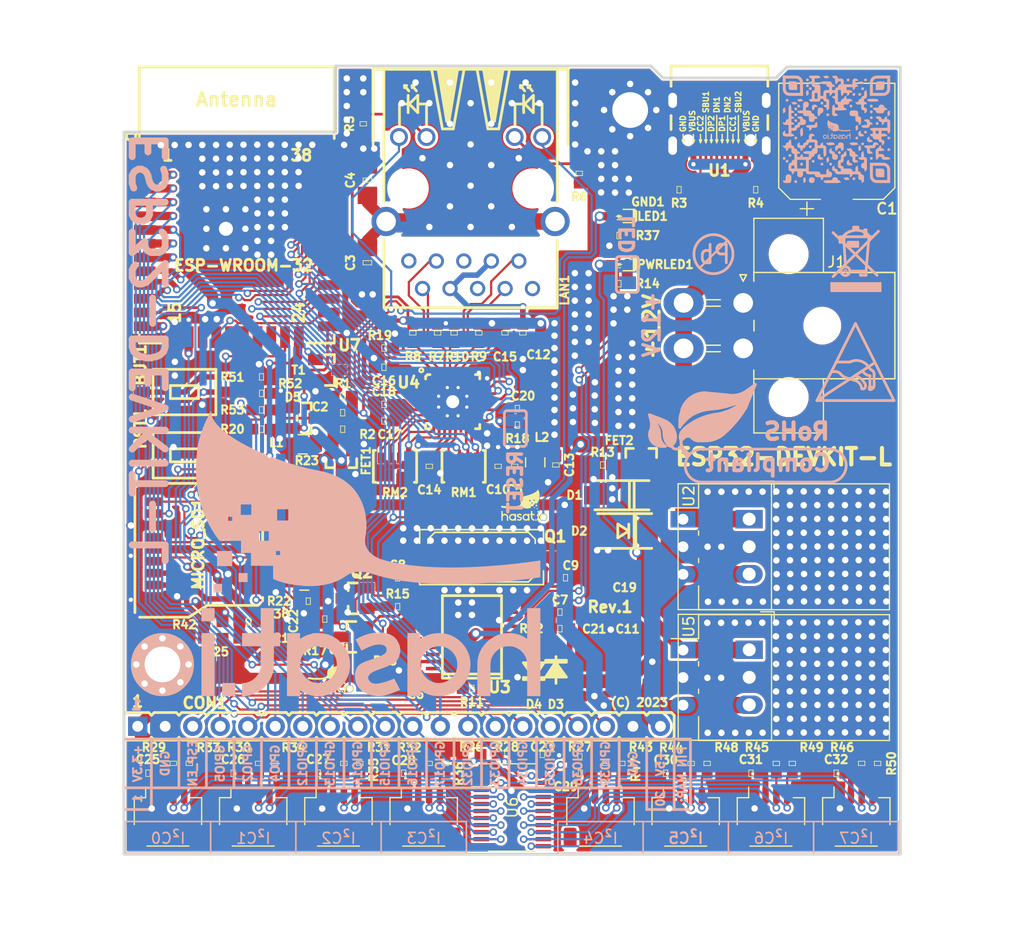
<source format=kicad_pcb>
(kicad_pcb (version 20211014) (generator pcbnew)
  (title_block (title "ESP32-DEVKIT-L") (date "2023") (rev "1") (company "Hasat.io"))
  (layers (0 "F.Cu" mixed) (31 "B.Cu" mixed) (34 "B.Paste" user) (35 "F.Paste" user) (36 "B.SilkS" user "B.Silkscreen") (37 "F.SilkS" user "F.Silkscreen") (38 "B.Mask" user) (39 "F.Mask" user) (44 "Edge.Cuts" user))
  (net 0 "")
  (net 1 "GND")
  (net 2 "Net-(BUT1-Pad2)")
  (net 3 "+3V3")
  (net 4 "/ESP_EN")
  (net 5 "/PHYAD0")
  (net 6 "/PHYAD1")
  (net 7 "/PHYAD2")
  (net 8 "/RMIISEL")
  (net 9 "/VDD1A-2A")
  (net 10 "/VDDCR")
  (net 11 "Net-(LAN1-PadAG1)")
  (net 12 "Net-(LAN1-PadKY1)")
  (net 14 "Net-(LAN1-Pad1)")
  (net 15 "/+5V_USB")
  (net 16 "Net-(LAN1-Pad2)")
  (net 17 "Net-(LAN1-Pad7)")
  (net 18 "Net-(LAN1-Pad8)")
  (net 19 "Net-(LAN1-PadAY1)")
  (net 20 "Net-(LAN1-PadKG1)")
  (net 21 "Net-(PWRLED1-Pad1)")
  (net 22 "/D_Com")
  (net 23 "/GPI35")
  (net 24 "+5V_EXT")
  (net 25 "/GPIO16")
  (net 26 "/GPI39")
  (net 27 "/GPI36")
  (net 28 "/GPIO32")
  (net 29 "+3.3VLAN")
  (net 30 "/GPIO0")
  (net 31 "/GPI34\\BUT1")
  (net 32 "/GPIO5\\PHY_PWR")
  (net 33 "/GPIO3\\U0RXD")
  (net 34 "/GPIO2\\HS2_DATA0")
  (net 35 "/GPIO4\\HS2_DATA1")
  (net 36 "/GPIO1\\U0TXD")
  (net 37 "/GPIO26\\EMAC_RXD1(RMII)")
  (net 38 "/GPIO25\\EMAC_RXD0(RMII)")
  (net 39 "/GPIO27\\EMAC_RX_CRS_DV")
  (net 40 "/GPIO18\\MDIO(RMII)")
  (net 41 "/GPIO14\\HS2_CLK")
  (net 42 "/GPIO15\\HS2_CMD")
  (net 43 "/GPIO12\\HS2_DATA2")
  (net 44 "/GPIO13\\HS2_DATA3")
  (net 45 "/GPIO33\\LED")
  (net 46 "/GPIO22\\EMAC_TXD1(RMII)")
  (net 47 "/GPIO19\\EMAC_TXD0(RMII)")
  (net 48 "/GPIO21\\EMAC_TX_EN(RMII)")
  (net 49 "/GPIO23\\MDC(RMII)")
  (net 50 "/GPIO17\\EMAC_CLK_OUT_180")
  (net 51 "Net-(C8-Pad1)")
  (net 52 "Net-(C9-Pad1)")
  (net 53 "Net-(Q2-Pad1)")
  (net 54 "Net-(Q3-Pad1)")
  (net 55 "Net-(Q3-Pad2)")
  (net 56 "Net-(Q3-Pad3)")
  (net 57 "Net-(R1-Pad2)")
  (net 58 "Net-(R3-Pad2)")
  (net 59 "Net-(R4-Pad2)")
  (net 60 "Net-(C3-Pad1)")
  (net 61 "Net-(C20-Pad2)")
  (net 62 "Net-(R19-Pad1)")
  (net 63 "Net-(R27-Pad2)")
  (net 64 "Net-(U1-PadA6)")
  (net 65 "Net-(U1-PadA7)")
  (net 71 "unconnected-(U3-Pad20)")
  (net 80 "+5V")
  (net 81 "Net-(C1-Pad1)")
  (net 82 "Net-(D3-Pad1)")
  (net 83 "Net-(D4-Pad2)")
  (net 90 "Net-(MICRO_SD1-Pad7)")
  (net 91 "Net-(MICRO_SD1-Pad5)")
  (net 92 "Net-(LED1-Pad1)")
  (net 93 "/SD0")
  (net 94 "/SC0")
  (net 95 "/SD1")
  (net 96 "/SC1")
  (net 97 "/SD2")
  (net 98 "/SC2")
  (net 99 "/SD3")
  (net 100 "/SC3")
  (net 101 "/SD4")
  (net 102 "/SC4")
  (net 103 "/SD5")
  (net 104 "/SC5")
  (net 105 "/SD6")
  (net 106 "/SC6")
  (net 107 "/SD7")
  (net 108 "/SC7")
  (net 109 "Net-(C24-Pad1)")
  (net 110 "Net-(MICRO_SD1-Pad1)")
  (net 111 "Net-(MICRO_SD1-Pad2)")
  (net 112 "Net-(C7-Pad1)")
  (net 113 "Net-(C2-Pad2)")
  (net 114 "Net-(MICRO_SD1-Pad8)")
  (net 115 "Net-(Q2-Pad2)")
  (footprint "OLIMEX_Other-FP:Mounting_hole_Shield_3.3mm" (layer "F.Cu") (at 73.152 122.301)
    (fp_text reference "MH2" hide)
    (fp_text value "Mounting_hole_Shield_3.3mm" hide)
  )
  (footprint "Capacitors:0603" (layer "F.Cu") (at 105.664 104.013 90)
    (fp_text reference "C5")
    (fp_text value "22uF/6.3V/20%/X5R/C0603")
  )
  (footprint "Capacitors:0603" (layer "F.Cu") (at 104.14 104.013 90)
    (fp_text reference "C10")
    (fp_text value "22uF/6.3V/20%/X5R/C0603")
  )
  (footprint "Capacitors:0805" (layer "F.Cu") (at 86.233 112.649)
    (fp_text reference "C24")
    (fp_text value "47uF/6.3V/20%/X5R/C0805")
  )
  (footprint "Capacitors:0603" (layer "F.Cu") (at 106.426 91.694 -90)
    (fp_text reference "C12")
    (fp_text value "100nF/50V/20%/Y5V/C0603")
  )
  (footprint "Capacitors:0603" (layer "F.Cu") (at 109.474 103.886 -90)
    (fp_text reference "C13")
    (fp_text value "22uF/6.3V/20%/X5R/C0603")
  )
  (footprint "Capacitors:0603" (layer "F.Cu") (at 97.79 104.013 -90)
    (fp_text reference "C14")
    (fp_text value "100nF/50V/20%/Y5V/C0603")
  )
  (footprint "Capacitors:0603" (layer "F.Cu") (at 104.775 91.694 -90)
    (fp_text reference "C15")
    (fp_text value "100nF/50V/20%/Y5V/C0603")
  )
  (footprint "Capacitors:0603" (layer "F.Cu") (at 93.599 94.869 180)
    (fp_text reference "C16")
    (fp_text value "100nF/50V/20%/Y5V/C0603")
  )
  (footprint "Capacitors:0603" (layer "F.Cu") (at 93.599 99.822 180)
    (fp_text reference "C17")
    (fp_text value "2.2uF/6.3V/10%/X5R/C0603")
  )
  (footprint "Capacitors:0603" (layer "F.Cu") (at 93.599 98.298 180)
    (fp_text reference "C18")
    (fp_text value "100nF/50V/20%/Y5V/C0603")
  )
  (footprint "Capacitors:0603" (layer "F.Cu") (at 105.918 98.679 180)
    (fp_text reference "C20")
    (fp_text value "NA(10uF/6.3V/20%/X5R/C0603)")
  )
  (footprint "OLIMEX_RLC-FP:L_0805_5MIL_DWS" (layer "F.Cu") (at 107.569 103.632 90)
    (fp_text reference "L2")
    (fp_text value "FB0805/600R/2A")
  )
  (footprint "OLIMEX_RLC-FP:L_0805_5MIL_DWS" (layer "F.Cu") (at 86.233 114.554 180)
    (fp_text reference "L3")
    (fp_text value "FB0805/600R/2A")
  )
  (footprint "OLIMEX_LEDs-FP:LED_0603_KA" (layer "F.Cu") (at 115.2995 85.37 180)
    (fp_text reference "PWRLED1")
    (fp_text value "LED/RED/0603")
  )
  (footprint "Resistors:0603" (layer "F.Cu") (at 82.296 95.758)
    (fp_text reference "R51")
    (fp_text value "220R/R0603")
  )
  (footprint "Resistors:0603" (layer "F.Cu") (at 91.694 72.39 90)
    (fp_text reference "R5")
    (fp_text value "330R/R0603")
  )
  (footprint "Resistors:0603" (layer "F.Cu") (at 111.633 76.962 -90)
    (fp_text reference "R6")
    (fp_text value "330R/R0603")
  )
  (footprint "Resistors:0603" (layer "F.Cu") (at 98.552 91.694 -90)
    (fp_text reference "R7")
    (fp_text value "49.9R/1%/R0603")
  )
  (footprint "Resistors:0603" (layer "F.Cu") (at 96.266 91.694 -90)
    (fp_text reference "R8")
    (fp_text value "49.9R/1%/R0603")
  )
  (footprint "Resistors:0603" (layer "F.Cu") (at 102.362 91.694 -90)
    (fp_text reference "R9")
    (fp_text value "49.9R/1%/R0603")
  )
  (footprint "Resistors:0603" (layer "F.Cu") (at 100.076 91.694 -90)
    (fp_text reference "R10")
    (fp_text value "49.9R/1%/R0603")
  )
  (footprint "Resistors:0603" (layer "F.Cu") (at 101.727 124.5235)
    (fp_text reference "R11")
    (fp_text value "10k/R0603")
  )
  (footprint "Resistors:0603" (layer "F.Cu") (at 105.918 100.2)
    (fp_text reference "R18")
    (fp_text value "10k/R0603")
  )
  (footprint "Resistors:0603" (layer "F.Cu") (at 93.599 93.091 180)
    (fp_text reference "R19")
    (fp_text value "12.1k/1%/R0603")
  )
  (footprint "Resistors:0603" (layer "F.Cu") (at 109.855 118.999)
    (fp_text reference "R12")
    (fp_text value "10k/R0603")
  )
  (footprint "Resistors:0603" (layer "F.Cu") (at 94.869 116.967 180)
    (fp_text reference "R15")
    (fp_text value "1k/R0603")
  )
  (footprint "OLIMEX_RLC-FP:R_MATRIX_4" (layer "F.Cu") (at 94.615 104.013)
    (fp_text reference "RM2")
    (fp_text value "RA1206_(4X0603)_4B8_2.2k")
  )
  (footprint "OLIMEX_RLC-FP:R_MATRIX_4" (layer "F.Cu") (at 100.965 104.013 180)
    (fp_text reference "RM1")
    (fp_text value "RA1206_(4X0603)_4B8_2.2k")
  )
  (footprint "OLIMEX_Cases-FP:ESP-WROOM-32_MODULE" (layer "F.Cu") (at 80.01 79.883)
    (fp_text reference "U7")
    (fp_text value "ESP32-WROOM-32D-4MB")
  )
  (footprint "OLIMEX_IC-FP:QFN32_EP(33)_5.00x5.00x0.90mm_Pitch_0.50mm" (layer "F.Cu") (at 99.949 98.044 -90)
    (fp_text reference "U4")
    (fp_text value "LAN8710A-EZC(QFN32)")
  )
  (footprint "OLIMEX_Connectors-FP:TFC-WXCP11-08-LF" (layer "F.Cu") (at 76.327 111.125 180)
    (fp_text reference "MICRO_SD1")
    (fp_text value "TFC-WXCP11-08-LF")
  )
  (footprint "Resistors:0603" (layer "F.Cu") (at 86.233 110.871 180)
    (fp_text reference "R39")
    (fp_text value "10R/R0603")
  )
  (footprint "OLIMEX_Buttons-FP:T1107A(6x3,8x2,5MM)" (layer "F.Cu") (at 75.184 97.155 180)
    (fp_text reference "BUT1")
    (fp_text value "T1107A(6x3,8x2,5MM)")
  )
  (footprint "OLIMEX_Buttons-FP:T1107A(6x3,8x2,5MM)" (layer "F.Cu") (at 75.184 102.997 180)
    (fp_text reference "RST1")
    (fp_text value "T1107A(6x3,8x2,5MM)")
  )
  (footprint "OLIMEX_Connectors-FP:RJLBC-060TC1" (layer "F.Cu") (at 101.6 78.359 180)
    (fp_text reference "LAN1")
    (fp_text value "RJLD-060TC1(LPJ4013EDNL)")
  )
  (footprint "Capacitors:1206" (layer "F.Cu") (at 92.075 85.217 -90)
    (fp_text reference "C3")
    (fp_text value "1nF/2000V/10%/X7R/C1206")
  )
  (footprint "Capacitors:1206" (layer "F.Cu") (at 92.075 77.597 90)
    (fp_text reference "C4")
    (fp_text value "NA(1nF/2000V/10%/X7R/C1206)")
  )
  (footprint "Resistors:0603" (layer "F.Cu") (at 115.2995 87.148 180)
    (fp_text reference "R14")
    (fp_text value "2.2k/R0603")
  )
  (footprint "Capacitors:0603" (layer "F.Cu") (at 94.869 114.3 180)
    (fp_text reference "C8")
    (fp_text value "27pF/50V/5%/C0G/C0603")
  )
  (footprint "Capacitors:0603" (layer "F.Cu") (at 110.363 114.3)
    (fp_text reference "C9")
    (fp_text value "27pF/50V/5%/C0G/C0603")
  )
  (footprint "Capacitors:0603" (layer "F.Cu") (at 96.55 122.875 -90)
    (fp_text reference "C6")
    (fp_text value "22uF/6.3V/20%/X5R/C0603")
  )
  (footprint "Capacitors:0603" (layer "F.Cu") (at 109.855 117.475)
    (fp_text reference "C7")
    (fp_text value "100nF/50V/20%/Y5V/C0603")
  )
  (footprint "OLIMEX_Diodes-FP:SMA-KA" (layer "F.Cu") (at 115.57 106.68 180)
    (fp_text reference "D1")
    (fp_text value "1N5822/SS34/SMA")
  )
  (footprint "OLIMEX_Transistors-FP:SOT23" (layer "F.Cu") (at 117.348 102.997 -90)
    (fp_text reference "FET2")
    (fp_text value "WPM2015-3/TR")
  )
  (footprint "OLIMEX_Crystal-FP:Q_49U3HMS" (layer "F.Cu") (at 102.616 112.395)
    (fp_text reference "Q1")
    (fp_text value "Q12MHz/20pF/30ppm/2P/HC-49SM(SMD)")
  )
  (footprint "OLIMEX_Transistors-FP:SOT23" (layer "F.Cu") (at 90.932 116.205)
    (fp_text reference "Q2")
    (fp_text value "BC817-40(SOT23)")
  )
  (footprint "Resistors:0603" (layer "F.Cu") (at 113.792 103.886 180)
    (fp_text reference "R13")
    (fp_text value "1M/R0603")
  )
  (footprint "Resistors:0603" (layer "F.Cu") (at 91.91 123.09336 90)
    (fp_text reference "R16")
    (fp_text value "1k/R0603")
  )
  (footprint "Resistors:0603" (layer "F.Cu") (at 82.296 97.282 180)
    (fp_text reference "R52")
    (fp_text value "10k/R0603")
  )
  (footprint "Resistors:0603" (layer "F.Cu") (at 82.296 98.806)
    (fp_text reference "R53")
    (fp_text value "NA/R0603")
  )
  (footprint "OLIMEX_IC-FP:SSOP-20W" (layer "F.Cu") (at 101.727 119.761 90)
    (fp_text reference "U3")
    (fp_text value "CH340T(SSOP20W)")
  )
  (footprint "OLIMEX_Other-FP:Mounting_hole_Shield_3.3mm" (layer "F.Cu") (at 116.332 71.12)
    (fp_text reference "MH1" hide)
    (fp_text value "Mounting_hole_Shield_3.3mm" hide)
  )
  (footprint "OLIMEX_Connectors-FP:HN1x20" (layer "F.Cu") (at 94.996 128.016)
    (fp_text reference "CON1")
    (fp_text value "NA(NH1x20)")
  )
  (footprint "OLIMEX_LEDs-FP:LED_0603_KA" (layer "F.Cu") (at 115.2995 80.925 180)
    (fp_text reference "LED1")
    (fp_text value "LED/GREEN/0603")
  )
  (footprint "Resistors:0603" (layer "F.Cu") (at 115.2995 82.703)
    (fp_text reference "R37")
    (fp_text value "2.2k/R0603")
  )
  (footprint "Resistors:0603" (layer "F.Cu") (at 81.1 119.885 180)
    (fp_text reference "R21")
    (fp_text value "2.2k/R0603")
  )
  (footprint "Resistors:0603" (layer "F.Cu") (at 86.487 104.648 180)
    (fp_text reference "R23")
    (fp_text value "2.2k/R0603")
  )
  (footprint "OLIMEX_Diodes-FP:DO214AA_1(K)-2(A)" (layer "F.Cu") (at 115.824 109.982 180)
    (fp_text reference "D2")
    (fp_text value "SMBJ6.0A(DO-214AA)")
  )
  (footprint "OLIMEX_Transistors-FP:SOT23" (layer "F.Cu") (at 89.662 103.505 90)
    (fp_text reference "FET1")
    (fp_text value "WPM2015-3/TR")
  )
  (footprint "Resistors:0603" (layer "F.Cu") (at 89.789 97.536 180)
    (fp_text reference "R1")
    (fp_text value "1k/R0603")
  )
  (footprint "OLIMEX_RLC-FP:L_0805_5MIL_DWS" (layer "F.Cu") (at 86.106 101.981)
    (fp_text reference "L1")
    (fp_text value "FB0805/600R/2A")
  )
  (footprint "Resistors:0603" (layer "F.Cu") (at 89.788999 100.584)
    (fp_text reference "R2")
    (fp_text value "10k/R0603")
  )
  (footprint "OLIMEX_Transistors-FP:SOT23" (layer "F.Cu") (at 88.392 95.123 180)
    (fp_text reference "T1")
    (fp_text value "DTC114YKA")
  )
  (footprint "Capacitors:0603" (layer "F.Cu") (at 89.788999 99.06)
    (fp_text reference "C2")
    (fp_text value "22uF/6.3V/20%/X5R/C0603")
  )
  (footprint "Resistors:0603" (layer "F.Cu") (at 77.851 118.364 180)
    (fp_text reference "R42")
    (fp_text value "NA/R0603")
  )
  (footprint "Resistors:0603" (layer "F.Cu") (at 86.487 106.172 180)
    (fp_text reference "R24")
    (fp_text value "2.2k/R0603")
  )
  (footprint "OLIMEX_Diodes-FP:SOT23-3" (layer "F.Cu") (at 86.233 99.568 180)
    (fp_text reference "D5")
    (fp_text value "BAT54C(SOT23-3)")
  )
  (footprint "OLIMEX_Diodes-FP:SOD-123_1C-2A_KA" (layer "F.Cu") (at 107.442 122.809 90)
    (fp_text reference "D4")
    (fp_text value "1N5819S4/SOD123")
  )
  (footprint "OLIMEX_Diodes-FP:SOD-123_1C-2A_KA" (layer "F.Cu") (at 109.474 122.809 -90)
    (fp_text reference "D3")
    (fp_text value "1N5819S4/SOD123")
  )
  (footprint "OLIMEX_Other-FP:Fiducial1x3" (layer "F.Cu") (at 117.425 75.875)
    (fp_text reference "FID3" hide)
    (fp_text value "Fiducial" hide)
  )
  (footprint "Resistors:0603" (layer "F.Cu") (at 86.487 107.95)
    (fp_text reference "R41")
    (fp_text value "NA/R0603")
  )
  (footprint "Resistors:0603" (layer "F.Cu") (at 81.1 118.361 180)
    (fp_text reference "R38")
    (fp_text value "NA/R0603")
  )
  (footprint "Resistors:0603" (layer "F.Cu") (at 77.851 119.888 180)
    (fp_text reference "R25")
    (fp_text value "2.2k/R0603")
  )
  (footprint "Capacitors:0603" (layer "F.Cu") (at 88.138 118.11 180)
    (fp_text reference "C22")
    (fp_text value "1uF/C0603")
  )
  (footprint "Resistors:0603" (layer "F.Cu") (at 86.614 116.459 180)
    (fp_text reference "R22")
    (fp_text value "10k/R0603")
  )
  (footprint "OLIMEX_Transistors-FP:SOT23" (layer "F.Cu") (at 90.805 119.761)
    (fp_text reference "Q3")
    (fp_text value "BC817-40(SOT23)")
  )
  (footprint "Resistors:0603" (layer "F.Cu") (at 87.249 119.761 180)
    (fp_text reference "R17")
    (fp_text value "220R/R0603")
  )
  (footprint "Resistors:0603" (layer "F.Cu") (at 82.296 100.584 180)
    (fp_text reference "R20")
    (fp_text value "10k/R0603")
  )
  (footprint "Resistors:0603" (layer "F.Cu") (at 82.296 103.886 180)
    (fp_text reference "R40")
    (fp_text value "220R/R0603")
  )
  (footprint "Resistors:0603" (layer "F.Cu") (at 97.77 131.438279 -90)
    (fp_text reference "R32")
    (fp_text value "4.7k/R0603")
  )
  (footprint "Capacitors:0603" (layer "F.Cu") (at 108.225 130.60582 180)
    (fp_text reference "C23")
    (fp_text value "100nF/6.3V/20%/X5R/C0603")
  )
  (footprint "Capacitors:0603" (layer "F.Cu") (at 87.54 132.345)
    (fp_text reference "C27")
    (fp_text value "1uF/6.3V/20%/X5R/C0603")
  )
  (footprint "Connector_JST:JST_SH_SM04B-SRSS-TB_1x04-1MP_P1.00mm_Horizontal" (layer "F.Cu") (at 81.53 136.385)
    (fp_text reference "I²C1")
    (fp_text value "Conn_01x04_P1.00mm_Stemma qt/Qwiic")
  )
  (footprint "Capacitors:0603" (layer "F.Cu") (at 135.35156 132.35)
    (fp_text reference "C32")
    (fp_text value "1uF/6.3V/20%/X5R/C0603")
  )
  (footprint "Capacitors:1210" (layer "F.Cu") (at 115.825 113.425 180)
    (fp_text reference "C19")
    (fp_text value "330uF/6.3V/20%/X5R/C1210")
  )
  (footprint "Resistors:0603" (layer "F.Cu") (at 74.16 131.43664 -90)
    (fp_text reference "R29")
    (fp_text value "4.7k/R0603")
  )
  (footprint "Connector_JST:JST_SH_SM04B-SRSS-TB_1x04-1MP_P1.00mm_Horizontal" (layer "F.Cu") (at 73.66 136.385)
    (fp_text reference "I²C0")
    (fp_text value "Conn_01x04_P1.00mm_Stemma qt/Qwiic")
  )
  (footprint "" (layer "F.Cu") (at 95.9 85.05)
    (fp_text reference "")
    (fp_text value "")
  )
  (footprint "Converter_DCDC:Converter_DCDC_RECOM_R-78HB-0.5L_THT" (layer "F.Cu") (at 121.21 108.9 -90)
    (fp_text reference "U2")
    (fp_text value "Converter_DCDC_RECOM_R-78HB-0.5L_THT")
  )
  (footprint "Capacitors:0603" (layer "F.Cu") (at 71.81 132.345)
    (fp_text reference "C25")
    (fp_text value "1uF/6.3V/20%/X5R/C0603")
  )
  (footprint "Connector_JST:JST_SH_SM04B-SRSS-TB_1x04-1MP_P1.00mm_Horizontal" (layer "F.Cu") (at 121.46 136.390885)
    (fp_text reference "I²C5")
    (fp_text value "Conn_01x04_P1.00mm_Stemma qt/Qwiic")
  )
  (footprint "Connector_JST:JST_SH_SM04B-SRSS-TB_1x04-1MP_P1.00mm_Horizontal" (layer "F.Cu") (at 129.33 136.389888)
    (fp_text reference "I²C6")
    (fp_text value "Conn_01x04_P1.00mm_Stemma qt/Qwiic")
  )
  (footprint "Resistors:0603" (layer "F.Cu") (at 91.375 131.437351 -90)
    (fp_text reference "R35")
    (fp_text value "4.7k/R0603")
  )
  (footprint "Connector_JST:JST_SH_SM04B-SRSS-TB_1x04-1MP_P1.00mm_Horizontal" (layer "F.Cu") (at 97.27 136.388279)
    (fp_text reference "I²C3")
    (fp_text value "Conn_01x04_P1.00mm_Stemma qt/Qwiic")
  )
  (footprint "Resistors:0603" (layer "F.Cu") (at 123.435 131.440885 -90)
    (fp_text reference "R48")
    (fp_text value "4.7k/R0603")
  )
  (footprint "Converter_DCDC:Converter_DCDC_RECOM_R-78HB-0.5L_THT" (layer "F.Cu") (at 121.21 120.975 -90)
    (fp_text reference "U5")
    (fp_text value "K7803-2000R3L")
  )
  (footprint "Resistors:0603" (layer "F.Cu") (at 120.85 78.475)
    (fp_text reference "R3")
    (fp_text value "5.1k/R0603")
  )
  (footprint "Capacitors:0603" (layer "F.Cu") (at 127.48084 132.349888)
    (fp_text reference "C31")
    (fp_text value "1uF/6.3V/20%/X5R/C0603")
  )
  (footprint "Converter_DCDC:Converter_DCDC_RECOM_R-78B-2.0_THT" (layer "F.Cu") (at 127.325 120.95 -90)
    (fp_text reference "REF**" hide)
    (fp_text value "Converter_DCDC_RECOM_R-78B-2.0_THT")
  )
  (footprint "Resistors:0603" (layer "F.Cu") (at 121.96 131.444165 -90)
    (fp_text reference "R44")
    (fp_text value "4.7k/R0603")
  )
  (footprint "Resistors:0603" (layer "F.Cu") (at 129.83 131.439888 -90)
    (fp_text reference "R45")
    (fp_text value "4.7k/R0603")
  )
  (footprint "Converter_DCDC:Converter_DCDC_RECOM_R-78B-2.0_THT" (layer "F.Cu") (at 127.3175 108.89 -90)
    (fp_text reference "REF**" hide)
    (fp_text value "Converter_DCDC_RECOM_R-78B-2.0_THT")
  )
  (footprint "Resistors:0603" (layer "F.Cu") (at 75.635 131.435 -90)
    (fp_text reference "R33")
    (fp_text value "4.7k/R0603")
  )
  (footprint "Resistors:0603" (layer "F.Cu") (at 104.945 130.605 180)
    (fp_text reference "R28")
    (fp_text value "4.7k/R0603" hide)
  )
  (footprint "Resistors:0603" (layer "F.Cu") (at 99.245 131.438279 -90)
    (fp_text reference "R36")
    (fp_text value "4.7k/R0603")
  )
  (footprint "Capacitors:0603" (layer "F.Cu") (at 119.60916 132.350885)
    (fp_text reference "C30")
    (fp_text value "1uF/6.3V/20%/X5R/C0603")
  )
  (footprint "Connector_JST:JST_SH_SM04B-SRSS-TB_1x04-1MP_P1.00mm_Horizontal" (layer "F.Cu") (at 113.59 136.391107)
    (fp_text reference "I²C4")
    (fp_text value "Conn_01x04_P1.00mm_Stemma qt/Qwiic")
  )
  (footprint "Resistors:0603" (layer "F.Cu") (at 137.70072 131.43672 -90)
    (fp_text reference "R46")
    (fp_text value "4.7k/R0603")
  )
  (footprint "Connector_Molex:Molex_Mini-Fit_Jr_5569-04A2_2x02_P4.20mm_Horizontal" (layer "F.Cu") (at 126.765 88.925 -90)
    (fp_text reference "REF**" hide)
    (fp_text value "Molex_Mini-Fit_Jr_5569-04A2_2x02_P4.20mm_Horizontal")
  )
  (footprint "Resistors:0603" (layer "F.Cu") (at 127.925 78.475)
    (fp_text reference "R4")
    (fp_text value "5.1k/R0603")
  )
  (footprint "Package_SO:TSSOP-24_4.4x7.8mm_P0.65mm" (layer "F.Cu") (at 105.45 135.51)
    (fp_text reference "U6")
    (fp_text value "TCA9548APWR")
  )
  (footprint "Hasat.io:Hasatio_logo_mini" (layer "F.Cu") (at 106.58 107.585)
    (fp_text reference "G***")
    (fp_text value "LOGO" hide)
  )
  (footprint "Capacitors:0603" (layer "F.Cu") (at 79.68 132.345)
    (fp_text reference "C26")
    (fp_text value "1uF/6.3V/20%/X5R/C0603")
  )
  (footprint "Resistors:0603" (layer "F.Cu") (at 83.505 131.435 -90)
    (fp_text reference "R34")
    (fp_text value "4.7k/R0603")
  )
  (footprint "Resistors:0603" (layer "F.Cu") (at 111.7 130.845 180)
    (fp_text reference "R27")
    (fp_text value "10k/R0603")
  )
  (footprint "Resistors:0603" (layer "F.Cu") (at 115.565 131.441107 -90)
    (fp_text reference "R47")
    (fp_text value "4.7k/R0603")
  )
  (footprint "Resistors:0603" (layer "F.Cu") (at 89.9 131.437351 -90)
    (fp_text reference "R31")
    (fp_text value "4.7k/R0603")
  )
  (footprint "Capacitors:0603" (layer "F.Cu") (at 95.42084 132.348279 180)
    (fp_text reference "C28")
    (fp_text value "1uF/6.3V/20%/X5R/C0603")
  )
  (footprint "Connector_JST:JST_SH_SM04B-SRSS-TB_1x04-1MP_P1.00mm_Horizontal" (layer "F.Cu") (at 137.21 136.39)
    (fp_text reference "I²C7")
    (fp_text value "Conn_01x04_P1.00mm_Stemma qt/Qwiic")
  )
  (footprint "Capacitors:0603" (layer "F.Cu") (at 111.74084 132.351107)
    (fp_text reference "C29")
    (fp_text value "1uF/6.3V/20%/X5R/C0603")
  )
  (footprint "Connector_USB:USB2.0_TYPE-C(A40-00119-A52-12)" (layer "F.Cu") (at 124.575 71.375 90)
    (fp_text reference "U1")
    (fp_text value "USB-C-16P-F(A40-00119-A52-12)")
  )
  (footprint "Resistors:0603" (layer "F.Cu") (at 139.17572 131.44 -90)
    (fp_text reference "R50")
    (fp_text value "4.7k/R0603")
  )
  (footprint "OLIMEX_Other-FP:TESTPAD_40-ROUND" (layer "F.Cu") (at 118.825 78.475)
    (fp_text reference "GND1")
    (fp_text value "TESTPAD" hide)
  )
  (footprint "Resistors:0603" (layer "F.Cu") (at 82.03 131.43664 -90)
    (fp_text reference "R30")
    (fp_text value "4.7k/R0603")
  )
  (footprint "Capacitors:1210" (layer "F.Cu") (at 116.075 122.0974 90)
    (fp_text reference "C11")
    (fp_text value "330uF/6.3V/20%/X5R/C1210")
  )
  (footprint "" (layer "F.Cu") (at 107.315 87.6)
    (fp_text reference "")
    (fp_text value "")
  )
  (footprint "Resistors:0603" (layer "F.Cu") (at 101.67 130.605)
    (fp_text reference "R26")
    (fp_text value "4.7k/R0603" hide)
  )
  (footprint "Resistors:0603" (layer "F.Cu") (at 131.305 131.439888 -90)
    (fp_text reference "R49")
    (fp_text value "4.7k/R0603")
  )
  (footprint "Resistors:0603" (layer "F.Cu") (at 114.09 131.442747 -90)
    (fp_text reference "R43")
    (fp_text value "4.7k/R0603")
  )
  (footprint "Connector_JST:JST_SH_SM04B-SRSS-TB_1x04-1MP_P1.00mm_Horizontal" (layer "F.Cu") (at 89.4 136.387351)
    (fp_text reference "I²C2")
    (fp_text value "Conn_01x04_P1.00mm_Stemma qt/Qwiic")
  )
  (footprint "Hasat.io:Hasatio_logo_mini" (layer "F.Cu") (at 88.71 123.415)
    (fp_text reference "G***")
    (fp_text value "LOGO" hide)
  )
  (footprint "Capacitor_SMD:CP_Elec_10x10.5" (layer "F.Cu") (at 135.41 74.005 90)
    (fp_text reference "C1")
    (fp_text value "22uF/6.3V/20%/X5R/C0603")
  )
  (footprint "Connector_Molex:Molex_Mini-Fit_Jr_5569-04A1_2x02_P4.20mm_Horizontal" (layer "F.Cu") (at 126.765 88.925 -90)
    (fp_text reference "J1")
    (fp_text value "Conn_02x02_P4.20mm_Molex_Horizontal")
  )
  (footprint "Capacitors:1210" (layer "F.Cu") (at 113.025 122.0974 90)
    (fp_text reference "C21")
    (fp_text value "330uF/6.3V/20%/X5R/C1210")
  )
  (footprint "OLIMEX_LOGOs-FP:LOGO_ANTISTATIC_1" (layer "B.Cu") (at 140.692 97.9395 180)
    (fp_text reference "Sign-Antistatic" hide)
    (fp_text value "Val**" hide)
  )
  (footprint "OLIMEX_LOGOs-FP:LOGO_PBFREE" (layer "B.Cu") (at 124.2232 84.11004)
    (fp_text reference "Sign_Pb-Free")
    (fp_text value "")
  )
  (footprint "OLIMEX_LOGOs-FP:LOGO_RECYCLEBIN_1" (layer "B.Cu") (at 139.51 87.898 180)
    (fp_text reference "Sign-RecyclBin" hide)
    (fp_text value "" hide)
  )
  (footprint "OLIMEX_LOGOs-FP:LOGO_ROHS_1" (layer "B.Cu") (at 135.26 104.8385 180)
    (fp_text reference "Sign_RoHS" hide)
    (fp_text value "Val**" hide)
  )
  (footprint "Hasat.io:Hasatio" (layer "B.Cu") (at 88.74 112.145 180)
    (fp_text reference "G***")
    (fp_text value "LOGO" hide)
  )
  (footprint "OLIMEX_Jumpers-FP:SJ" (layer "B.Cu") (at 105.735488 100.5235 90)
    (fp_text reference "RESET")
    (fp_text value "Opened")
  )
  (footprint "OLIMEX_Jumpers-FP:SJ" (layer "B.Cu") (at 116.075 86.3 90)
    (fp_text reference "LED")
    (fp_text value "Closed")
  )
  (footprint "Hasat.io:esp-devkit-l" (layer "B.Cu") (at 135.38 72.895 180)
    (fp_text reference "G***" hide)
    (fp_text value "LOGO" hide)
  )
  (gr_line (start 121.9005 129.195) (end 69.59 129.195) (layer "B.SilkS") (width 0.254))
  (gr_line (start 79.75 129.195) (end 79.75 133.695) (layer "B.SilkS") (width 0.254))
  (gr_line (start 69.73 139.715) (end 101.21 139.715) (layer "B.SilkS") (width 0.15))
  (gr_line (start 100.07 129.195) (end 100.07 133.695) (layer "B.SilkS") (width 0.254))
  (gr_line (start 117.53 136.815) (end 117.53 139.725) (layer "B.SilkS") (width 0.15))
  (gr_line (start 109.66 136.815) (end 109.66 139.725) (layer "B.SilkS") (width 0.15))
  (gr_line (start 107.69 129.195) (end 107.69 133.695) (layer "B.SilkS") (width 0.254))
  (gr_line (start 69.59 135.695) (end 69.59 129.195) (layer "B.SilkS") (width 0.254))
  (gr_line (start 92.45 129.195) (end 92.45 133.695) (layer "B.SilkS") (width 0.254))
  (gr_line (start 141.14 136.815) (end 141.14 139.725) (layer "B.SilkS") (width 0.15))
  (gr_line (start 105.15 129.195) (end 105.15 133.695) (layer "B.SilkS") (width 0.254))
  (gr_line (start 74.67 129.195) (end 74.67 133.695) (layer "B.SilkS") (width 0.254))
  (gr_line (start 72.13 129.195) (end 72.13 133.698) (layer "B.SilkS") (width 0.254))
  (gr_line (start 120.4 129.195) (end 120.4 133.695) (layer "B.SilkS") (width 0.254))
  (gr_line (start 69.73 136.805) (end 69.73 139.715) (layer "B.SilkS") (width 0.15))
  (gr_line (start 93.34 136.805) (end 93.34 139.71) (layer "B.SilkS") (width 0.15))
  (gr_line (start 69.73 136.805) (end 101.21 136.805) (layer "B.SilkS") (width 0.15))
  (gr_line (start 85.47 136.805) (end 85.47 139.715) (layer "B.SilkS") (width 0.15))
  (gr_line (start 84.83 129.195) (end 84.83 133.695) (layer "B.SilkS") (width 0.254))
  (gr_line (start 109.66 139.725) (end 141.14 139.725) (layer "B.SilkS") (width 0.15))
  (gr_line (start 94.99 129.195) (end 94.99 133.695) (layer "B.SilkS") (width 0.254))
  (gr_line (start 112.77 129.195) (end 112.77 133.695) (layer "B.SilkS") (width 0.254))
  (gr_line (start 69.59 135.695) (end 72.13 135.695) (layer "B.SilkS") (width 0.254))
  (gr_line (start 117.86 135.695) (end 117.86 133.695) (layer "B.SilkS") (width 0.254))
  (gr_line (start 120.4 133.695) (end 69.59 133.695) (layer "B.SilkS") (width 0.254))
  (gr_line (start 110.23 129.195) (end 110.23 133.695) (layer "B.SilkS") (width 0.254))
  (gr_line (start 102.61 129.195) (end 102.61 133.695) (layer "B.SilkS") (width 0.254))
  (gr_line (start 133.27 136.815) (end 133.27 139.72) (layer "B.SilkS") (width 0.15))
  (gr_line (start 115.32 129.195) (end 115.32 133.695) (layer "B.SilkS") (width 0.254))
  (gr_line (start 77.21 129.195) (end 77.21 133.695) (layer "B.SilkS") (width 0.254))
  (gr_line (start 101.21 136.805) (end 101.21 139.715) (layer "B.SilkS") (width 0.15))
  (gr_line (start 72.13 133.698) (end 72.13 135.695) (layer "B.SilkS") (width 0.254))
  (gr_line (start 121.9005 129.195) (end 121.8995 135.695) (layer "B.SilkS") (width 0.254))
  (gr_line (start 109.66 136.815) (end 141.14 136.815) (layer "B.SilkS") (width 0.15))
  (gr_line (start 117.86 129.195) (end 117.86 133.695) (layer "B.SilkS") (width 0.254))
  (gr_line (start 89.91 129.195) (end 89.91 133.695) (layer "B.SilkS") (width 0.254))
  (gr_line (start 120.4 135.695) (end 121.8995 135.695) (layer "B.SilkS") (width 0.254))
  (gr_line (start 125.4 136.815) (end 125.4 139.725) (layer "B.SilkS") (width 0.15))
  (gr_line (start 82.29 129.195) (end 82.29 133.695) (layer "B.SilkS") (width 0.254))
  (gr_line (start 87.37 129.195) (end 87.37 133.695) (layer "B.SilkS") (width 0.254))
  (gr_line (start 120.4 133.695) (end 120.4 135.695) (layer "B.SilkS") (width 0.254))
  (gr_circle (center 73.151575 122.295) (end 74.930028 122.295) (layer "B.SilkS") (width 1) (fill none))
  (gr_line (start 77.6 136.805) (end 77.6 139.715) (layer "B.SilkS") (width 0.15))
  (gr_line (start 117.86 135.695) (end 120.4 135.695) (layer "B.SilkS") (width 0.254))
  (gr_line (start 97.53 129.195) (end 97.53 133.695) (layer "B.SilkS") (width 0.254))
  (gr_line (start 118.25 67.051508) (end 119.37 68.166) (layer "Edge.Cuts") (width 0.254))
  (gr_line (start 118.25 67.051508) (end 89.154 67.056) (layer "Edge.Cuts") (width 0.254))
  (gr_line (start 69.596 73.152) (end 69.6 139.825) (layer "Edge.Cuts") (width 0.254))
  (gr_line (start 130.8 67.15) (end 141.275 67.15) (layer "Edge.Cuts") (width 0.254))
  (gr_line (start 89.154 73.152) (end 89.154 67.056) (layer "Edge.Cuts") (width 0.254))
  (gr_line (start 129.784 68.166) (end 130.8 67.15) (layer "Edge.Cuts") (width 0.254))
  (gr_line (start 119.37 68.166) (end 129.784 68.166) (layer "Edge.Cuts") (width 0.254))
  (gr_line (start 141.275 67.15) (end 141.275 139.825) (layer "Edge.Cuts") (width 0.254))
  (gr_line (start 69.596 73.152) (end 89.154 73.152) (layer "Edge.Cuts") (width 0.254))
  (gr_line (start 69.6 139.825) (end 141.275 139.825) (layer "Edge.Cuts") (width 0.254))
  (gr_text "1" (at 70.86 134.695 90) (layer "B.SilkS") (effects (font (size 0.762 0.762) (thickness 0.1905)) (justify mirror)))
  (gr_text "ESP_EN" (at 75.94 131.445 90) (layer "B.SilkS") (effects (font (size 0.762 0.762) (thickness 0.1905)) (justify mirror)))
  (gr_text "GPIO5" (at 78.48 131.445 90) (layer "B.SilkS") (effects (font (size 0.762 0.762) (thickness 0.1905)) (justify mirror)))
  (gr_text "GPIO2" (at 81.02 131.445 90) (layer "B.SilkS") (effects (font (size 0.762 0.762) (thickness 0.1905)) (justify mirror)))
  (gr_text "GPIO4" (at 83.56 131.445 90) (layer "B.SilkS") (effects (font (size 0.762 0.762) (thickness 0.1905)) (justify mirror)))
  (gr_text "GPIO12" (at 86.1 131.445 90) (layer "B.SilkS") (effects (font (size 0.762 0.762) (thickness 0.1905)) (justify mirror)))
  (gr_text "GPIO13" (at 88.64 131.445 90) (layer "B.SilkS") (effects (font (size 0.762 0.762) (thickness 0.1905)) (justify mirror)))
  (gr_text "GPIO14" (at 91.18 131.445 90) (layer "B.SilkS") (effects (font (size 0.762 0.762) (thickness 0.1905)) (justify mirror)))
  (gr_text "GPIO15" (at 93.72 131.445 90) (layer "B.SilkS") (effects (font (size 0.762 0.762) (thickness 0.1905)) (justify mirror)))
  (gr_text "GPIO16" (at 96.26 131.445 90) (layer "B.SilkS") (effects (font (size 0.762 0.762) (thickness 0.1905)) (justify mirror)))
  (gr_text "GPIO17" (at 98.8 131.445 90) (layer "B.SilkS") (effects (font (size 0.762 0.762) (thickness 0.1905)) (justify mirror)))
  (gr_text "PIN MAP:" (at 121.15 132.445 90) (layer "B.SilkS") (effects (font (size 0.762 0.762) (thickness 0.1905)) (justify mirror)))
  (gr_text "GPIO32" (at 101.34 131.445 90) (layer "B.SilkS") (effects (font (size 0.762 0.762) (thickness 0.1905)) (justify mirror)))
  (gr_text "GPIO33" (at 103.88 131.445 90) (layer "B.SilkS") (effects (font (size 0.762 0.762) (thickness 0.1905)) (justify mirror)))
  (gr_text "GPIO34" (at 106.42 131.445 90) (layer "B.SilkS") (effects (font (size 0.762 0.762) (thickness 0.1905)) (justify mirror)))
  (gr_text "GPIO35" (at 108.96 131.445 90) (layer "B.SilkS") (effects (font (size 0.762 0.762) (thickness 0.1905)) (justify mirror)))
  (gr_text "GPIO36" (at 111.5 131.445 90) (layer "B.SilkS") (effects (font (size 0.762 0.762) (thickness 0.1905)) (justify mirror)))
  (gr_text "GND" (at 116.59 131.445 90) (layer "B.SilkS") (effects (font (size 0.762 0.762) (thickness 0.1905)) (justify mirror)))
  (gr_text "GPIO39" (at 114.05 131.445 90) (layer "B.SilkS") (effects (font (size 0.762 0.762) (thickness 0.1905)) (justify mirror)))
  (gr_text "+5V" (at 119.13 131.445 90) (layer "B.SilkS") (effects (font (size 0.762 0.762) (thickness 0.1905)) (justify mirror)))
  (gr_text "20" (at 119.13 134.695 90) (layer "B.SilkS") (effects (font (size 0.762 0.762) (thickness 0.1905)) (justify mirror)))
  (gr_text "ESP32-DEVKIT-L" (at 72.03 72.825 90) (layer "B.SilkS") (effects (font (size 3.048 3.048) (thickness 0.635)) (justify left mirror)))
  (gr_text "+12V" (at 118.32 90.915 90) (layer "B.SilkS") (effects (font (size 1.5 1.5) (thickness 0.3)) (justify mirror)))
  (gr_text "1" (at 70.739 125.984) (layer "B.SilkS") (effects (font (size 1.016 1.016) (thickness 0.254)) (justify mirror)))
  (gr_text "+3.3V" (at 70.86 131.445 90) (layer "B.SilkS") (effects (font (size 0.762 0.762) (thickness 0.1905)) (justify mirror)))
  (gr_text "GND" (at 73.4 131.445 90) (layer "B.SilkS") (effects (font (size 0.762 0.762) (thickness 0.1905)) (justify mirror)))
  (gr_text "Rev.1" (at 114.47 116.995) (layer "F.SilkS") (effects (font (size 1.016 1.016) (thickness 0.254))))
  (gr_text "ESP32-DEVKIT-L" (at 130.51 103.155) (layer "F.SilkS") (effects (font (size 1.524 1.524) (thickness 0.381))))
  (gr_text "1" (at 70.866 125.73) (layer "F.SilkS") (effects (font (size 1.016 1.016) (thickness 0.254))))
  (gr_text "(C) 2023\n" (at 117.18 125.815) (layer "F.SilkS") (effects (font (size 0.762 0.762) (thickness 0.1905))))
  (gr_text "+12V" (at 118.32 91.125 90) (layer "F.SilkS") (effects (font (size 1.5 1.5) (thickness 0.3))))
  (segment (start 90.17 111.125) (end 90.17 112.141) (width 1.016) (layer "F.Cu") (net 1))
  (segment (start 103.987 118.136) (end 103.632 118.491) (width 0.4064) (layer "F.Cu") (net 1))
  (segment (start 103.632 110.109) (end 103.632 110.363) (width 1.016) (layer "F.Cu") (net 1))
  (segment (start 103.632 110.363) (end 103.632 110.109) (width 1.016) (layer "F.Cu") (net 1))
  (segment (start 103.632 110.109) (end 100.457 110.109) (width 1.016) (layer "F.Cu") (net 1))
  (segment (start 91.694 75.438) (end 91.694 74.676) (width 1.016) (layer "F.Cu") (net 1))
  (segment (start 92.71 74.676) (end 92.71 75.184) (width 1.016) (layer "F.Cu") (net 1))
  (segment (start 92.71 75.184) (end 92.075 75.819) (width 1.016) (layer "F.Cu") (net 1))
  (segment (start 92.71 101.854) (end 92.329 102.235) (width 0.762) (layer "F.Cu") (net 1))
  (segment (start 92.329 102.235) (end 92.329 104.267) (width 0.762) (layer "F.Cu") (net 1))
  (segment (start 92.329 104.267) (end 92.329 104.775) (width 0.762) (layer "F.Cu") (net 1))
  (segment (start 91.567 87.503) (end 91.567 88.138) (width 1.016) (layer "F.Cu") (net 1))
  (segment (start 105.537 94.107) (end 106.426 94.107) (width 0.762) (layer "F.Cu") (net 1))
  (segment (start 106.68 95.377) (end 106.426 95.123) (width 0.508) (layer "F.Cu") (net 1))
  (segment (start 98.044 104.648) (end 98.806 104.648) (width 0.508) (layer "F.Cu") (net 1))
  (segment (start 99.568 104.648) (end 98.806 104.648) (width 0.508) (layer "F.Cu") (net 1))
  (segment (start 95.504 110.109) (end 95.631 110.109) (width 1.016) (layer "F.Cu") (net 1))
  (segment (start 94.615 110.998) (end 93.853 110.998) (width 1.016) (layer "F.Cu") (net 1))
  (segment (start 93.853 112.014) (end 93.853 113.03) (width 1.016) (layer "F.Cu") (net 1))
  (segment (start 93.853 114.3) (end 93.853 113.03) (width 0.762) (layer "F.Cu") (net 1))
  (segment (start 80.585 82.042) (end 84.074 82.042) (width 1.016) (layer "F.Cu") (net 1))
  (segment (start 82.744 79.883) (end 84.328 79.883) (width 1.016) (layer "F.Cu") (net 1))
  (segment (start 80.264 82.329) (end 80.264 77.978) (width 1.016) (layer "F.Cu") (net 1))
  (segment (start 82.804 79.823) (end 82.804 77.851) (width 1.016) (layer "F.Cu") (net 1))
  (segment (start 77.724 79.789) (end 77.724 77.851) (width 1.016) (layer "F.Cu") (net 1))
  (segment (start 94.996 115.316) (end 99.568 115.316) (width 0.4064) (layer "F.Cu") (net 1))
  (segment (start 105.537 110.109) (end 103.632 110.109) (width 1.016) (layer "F.Cu") (net 1))
  (segment (start 107.569 110.109) (end 105.537 110.109) (width 1.016) (layer "F.Cu") (net 1))
  (segment (start 97.917 110.109) (end 95.504 110.109) (width 1.016) (layer "F.Cu") (net 1))
  (segment (start 100.457 110.871) (end 100.457 110.109) (width 1.016) (layer "F.Cu") (net 1))
  (segment (start 100.457 110.109) (end 100.457 110.363) (width 1.016) (layer "F.Cu") (net 1))
  (segment (start 100.457 110.363) (end 100.457 110.109) (width 1.016) (layer "F.Cu") (net 1))
  (segment (start 100.457 110.109) (end 97.917 110.109) (width 1.016) (layer "F.Cu") (net 1))
  (segment (start 99.949 114.173) (end 97.536 114.173) (width 1.016) (layer "F.Cu") (net 1))
  (segment (start 101.092 116.967) (end 101.219 116.84) (width 1.016) (layer "F.Cu") (net 1))
  (segment (start 101.219 116.84) (end 101.219 115.443) (width 1.016) (layer "F.Cu") (net 1))
  (segment (start 78.74 74.295) (end 78.74 78.105) (width 1.016) (layer "F.Cu") (net 1))
  (segment (start 81.915 78.105) (end 81.915 74.295) (width 1.016) (layer "F.Cu") (net 1))
  (segment (start 84.455 74.295) (end 84.455 76.073) (width 1.016) (layer "F.Cu") (net 1))
  (segment (start 84.455 76.073) (end 84.455 78.105) (width 1.016) (layer "F.Cu") (net 1))
  (segment (start 91.059 68.199) (end 91.059 69.469) (width 1.016) (layer "F.Cu") (net 1))
  (segment (start 113.284 110.345) (end 113.284 111.76) (width 1.016) (layer "F.Cu") (net 1))
  (segment (start 114.3 110.635) (end 114.3 111.76) (width 1.016) (layer "F.Cu") (net 1))
  (segment (start 92.71 94.107) (end 92.71 94.107) (width 0.762) (layer "F.Cu") (net 1))
  (segment (start 92.71 94.107) (end 92.71 94.615) (width 0.762) (layer "F.Cu") (net 1))
  (segment (start 104.775 94.996) (end 104.394 95.377) (width 0.508) (layer "F.Cu") (net 1))
  (segment (start 80.31 82.333) (end 80.264 82.379) (width 1.016) (layer "F.Cu") (net 1))
  (segment (start 80.7928 108.9992) (end 81.577 108.215) (width 1.016) (layer "F.Cu") (net 1))
  (segment (start 87.28 97.085) (end 87.28456 97.08044) (width 1.016) (layer "F.Cu") (net 1))
  (segment (start 88.51 74.573) (end 87.019 74.573) (width 0.762) (layer "F.Cu") (net 1))
  (segment (start 90.297 110.998) (end 90.17 111.125) (width 1.016) (layer "F.Cu") (net 1))
  (segment (start 70.172999 73.728999) (end 71.506499 73.728999) (width 0.508) (layer "F.Cu") (net 1))
  (segment (start 103.378 95.377) (end 106.172 95.377) (width 0.508) (layer "F.Cu") (net 1))
  (segment (start 107.569 110.49) (end 107.569 110.109) (width 1.016) (layer "F.Cu") (net 1))
  (segment (start 80.281 82.346) (end 82.55 84.615) (width 1.016) (layer "F.Cu") (net 1))
  (segment (start 105.918004 102.729974) (end 105.918004 102.235) (width 0.508) (layer "F.Cu") (net 1))
  (segment (start 73.406 74.295) (end 73.152 74.549) (width 1.016) (layer "F.Cu") (net 1))
  (segment (start 111.131803 114.3) (end 110.327893 115.10391) (width 0.254) (layer "F.Cu") (net 1))
  (segment (start 73.152 122.301) (end 73.152 117.094) (width 1.524) (layer "F.Cu") (net 1))
  (segment (start 101.699 95.405) (end 101.727 95.377) (width 0.254) (layer "F.Cu") (net 1))
  (segment (start 73.152 122.301) (end 73.279 122.174) (width 0.762) (layer "F.Cu") (net 1))
  (segment (start 112.94 104.431) (end 112.903 104.394) (width 1.016) (layer "F.Cu") (net 1))
  (segment (start 92.71 99.822) (end 92.71 98.298) (width 0.508) (layer "F.Cu") (net 1))
  (segment (start 92.71 93.091) (end 92.71 94.107) (width 0.762) (layer "F.Cu") (net 1))
  (segment (start 70.104 74.7395) (end 70.104 94.996) (width 0.3048) (layer "F.Cu") (net 1))
  (segment (start 112.94 105.125) (end 112.94 104.431) (width 1.016) (layer "F.Cu") (net 1))
  (segment (start 99.695 104.775) (end 99.568 104.648) (width 0.508) (layer "F.Cu") (net 1))
  (segment (start 92.075 75.819) (end 91.694 75.438) (width 1.016) (layer "F.Cu") (net 1))
  (segment (start 72.327 109.475) (end 72.328 109.474) (width 0.762) (layer "F.Cu") (net 1))
  (segment (start 102.674 96.294) (end 103.083 95.885) (width 0.254) (layer "F.Cu") (net 1))
  (segment (start 93.853 114.173) (end 93.98 114.3) (width 1.016) (layer "F.Cu") (net 1))
  (segment (start 70.225 74) (end 73.825 74) (width 0.508) (layer "F.Cu") (net 1))
  (segment (start 103.473999 95.472999) (end 103.378 95.377) (width 0.508) (layer "F.Cu") (net 1))
  (segment (start 112.903 104.394) (end 112.903 103.886) (width 1.016) (layer "F.Cu") (net 1))
  (segment (start 70.225 74.322569) (end 70.225 74) (width 0.2032) (layer "F.Cu") (net 1))
  (segment (start 97.917 110.109) (end 97.917 110.871) (width 1.016) (layer "F.Cu") (net 1))
  (segment (start 81.577 114.275) (end 81.577 115.075) (width 1.016) (layer "F.Cu") (net 1))
  (segment (start 95.504 110.109) (end 94.615 110.998) (width 1.016) (layer "F.Cu") (net 1))
  (segment (start 94.234 105.2195) (end 92.0115 105.2195) (width 0.3048) (layer "F.Cu") (net 1))
  (segment (start 86.995 74.549) (end 86.741 74.295) (width 1.016) (layer "F.Cu") (net 1))
  (segment (start 88.640501 73.728999) (end 89.720001 73.728999) (width 0.508) (layer "F.Cu") (net 1))
  (segment (start 92.71 93.091) (end 92.71 93.98) (width 1.016) (layer "F.Cu") (net 1))
  (segment (start 104.267 95.377) (end 102.856962 95.377) (width 0.254) (layer "F.Cu") (net 1))
  (segment (start 80.03 134.394231) (end 80.04072 134.383511) (width 0.2032) (layer "F.Cu") (net 1))
  (segment (start 71.51 74.573) (end 71.51 73.7325) (width 0.508) (layer "F.Cu") (net 1))
  (segment (start 105.664 103.124) (end 104.14 103.124) (width 1.016) (layer "F.Cu") (net 1))
  (segment (start 106.7435 98.4885) (end 107.061 98.171) (width 0.508) (layer "F.Cu") (net 1))
  (segment (start 90.043 91.567) (end 90.043 74.573) (width 0.508) (layer "F.Cu") (net 1))
  (segment (start 88.51 73.8595) (end 88.640501 73.728999) (width 0.508) (layer "F.Cu") (net 1))
  (segment (start 94.234 104.775) (end 94.234 105.2195) (width 0.3048) (layer "F.Cu") (net 1))
  (segment (start 89.662 112.649) (end 90.17 112.141) (width 1.016) (layer "F.Cu") (net 1))
  (segment (start 87.28456 97.08044) (end 87.28456 96.0755) (width 1.016) (layer "F.Cu") (net 1))
  (segment (start 101.699 95.594) (end 101.699 95.405) (width 0.254) (layer "F.Cu") (net 1))
  (segment (start 110.748066 117.479066) (end 111.500538 117.479066) (width 1.016) (layer "F.Cu") (net 1))
  (segment (start 105.537 110.109) (end 105.537 110.744) (width 1.016) (layer "F.Cu") (net 1))
  (segment (start 93.98 114.3) (end 93.853 114.3) (width 0.762) (layer "F.Cu") (net 1))
  (segment (start 80.281 82.346) (end 80.585 82.042) (width 1.016) (layer "F.Cu") (net 1))
  (segment (start 81.577 114.275) (end 81.577 114.511) (width 1.016) (layer "F.Cu") (net 1))
  (segment (start 74.295 94.994604) (end 74.295 95.631) (width 1.016) (layer "F.Cu") (net 1))
  (segment (start 92.71 93.091) (end 92.71 92.747438) (width 0.762) (layer "F.Cu") (net 1))
  (segment (start 110.327893 115.10391) (end 108.67009 115.10391) (width 0.254) (layer "F.Cu") (net 1))
  (segment (start 73.825 74) (end 73.85 73.975) (width 0.508) (layer "F.Cu") (net 1))
  (segment (start 93.98 114.3) (end 94.996 115.316) (width 0.4064) (layer "F.Cu") (net 1))
  (segment (start 111.633 77.851) (end 113.792 77.851) (width 1.016) (layer "F.Cu") (net 1))
  (segment (start 71.51 74.573) (end 73.128 74.573) (width 0.762) (layer "F.Cu") (net 1))
  (segment (start 74.236898 116.011102) (end 73.152 117.096) (width 0.2032) (layer "F.Cu") (net 1))
  (segment (start 81.577 108.215) (end 81.82 108.458) (width 1.016) (layer "F.Cu") (net 1))
  (segment (start 103.124 95.885) (end 103.473999 95.535001) (width 0.508) (layer "F.Cu") (net 1))
  (segment (start 90.297 73.5965) (end 90.297 70.231) (width 0.762) (layer "F.Cu") (net 1))
  (segment (start 80.281 82.346) (end 80.231 82.296) (width 1.016) (layer "F.Cu") (net 1))
  (segment (start 90.043 74.573) (end 90.043 73.8505) (width 0.508) (layer "F.Cu") (net 1))
  (segment (start 92.5576 88.138) (end 91.567 88.138) (width 1.016) (layer "F.Cu") (net 1))
  (segment (start 90.297 70.231) (end 91.059 69.469) (width 0.762) (layer "F.Cu") (net 1))
  (segment (start 90.043 74.573) (end 88.51 74.573) (width 0.508) (layer "F.Cu") (net 1))
  (segment (start 105.41 94.361) (end 104.775 94.996) (width 0.508) (layer "F.Cu") (net 1))
  (segment (start 103.124 102.108) (end 103.124 100.965) (width 1.016) (layer "F.Cu") (net 1))
  (segment (start 70.2705 74.573) (end 70.104 74.7395) (width 0.3048) (layer "F.Cu") (net 1))
  (segment (start 80.281 82.346) (end 82.804 79.823) (width 1.016) (layer "F.Cu") (net 1))
  (segment (start 107.061 98.171) (end 107.061 95.631) (width 0.508) (layer "F.Cu") (net 1))
  (segment (start 102.856962 95.377) (end 102.361988 95.377) (width 0.254) (layer "F.Cu") (net 1))
  (segment (start 105.41 94.234) (end 105.537 94.107) (width 0.762) (layer "F.Cu") (net 1))
  (segment (start 74.5059 116.011102) (end 74.236898 116.011102) (width 0.2032) (layer "F.Cu") (net 1))
  (segment (start 93.853 110.998) (end 90.297 110.998) (width 1.016) (layer "F.Cu") (net 1))
  (segment (start 70.739 95.631) (end 74.295 95.631) (width 0.3048) (layer "F.Cu") (net 1))
  (segment (start 106.426 94.107) (end 106.426 95.123) (width 1.016) (layer "F.Cu") (net 1))
  (segment (start 89.43341 109.24541) (end 90.17 109.982) (width 1.016) (layer "F.Cu") (net 1))
  (segment (start 71.51 74.573) (end 70.2705 74.573) (width 0.508) (layer "F.Cu") (net 1))
  (segment (start 113.284 111.76) (end 114.3 111.76) (width 1.016) (layer "F.Cu") (net 1))
  (segment (start 101.727 95.377) (end 102.362 95.377) (width 0.254) (layer "F.Cu") (net 1))
  (segment (start 93.853 113.03) (end 91.059 113.03) (width 1.016) (layer "F.Cu") (net 1))
  (segment (start 97.79 104.902) (end 98.044 104.648) (width 0.508) (layer "F.Cu") (net 1))
  (segment (start 105.664 103.124) (end 105.791 102.997) (width 0.4064) (layer "F.Cu") (net 1))
  (segment (start 93.925 104.775) (end 92.329 104.775) (width 1.016) (layer "F.Cu") (net 1))
  (segment (start 106.807 98.679) (end 106.68 98.552) (width 0.508) (layer "F.Cu") (net 1))
  (segment (start 88.51 74.573) (end 88.51 73.8595) (width 0.508) (layer "F.Cu") (net 1))
  (segment (start 82.06109 94.5819) (end 82.06109 94.63409) (width 0.508) (layer "F.Cu") (net 1))
  (segment (start 70.104 74.7395) (end 70.104 73.797998) (width 0.3048) (layer "F.Cu") (net 1))
  (segment (start 89.720001 73.728999) (end 90.17 73.279) (width 0.3048) (layer "F.Cu") (net 1))
  (segment (start 111.252 111.506) (end 109.855 110.109) (width 1.016) (layer "F.Cu") (net 1))
  (segment (start 80.281 82.346) (end 77.724 79.789) (width 1.016) (layer "F.Cu") (net 1))
  (segment (start 93.699938 91.7575) (end 94.615 91.7575) (width 0.762) (layer "F.Cu") (net 1))
  (segment (start 80.281 82.346) (end 81.882 83.947) (width 1.016) (layer "F.Cu") (net 1))
  (segment (start 104.394 95.377) (end 104.267 95.377) (width 0.254) (layer "F.Cu") (net 1))
  (segment (start 92.71 94.615) (end 92.71 94.059042) (width 1.016) (layer "F.Cu") (net 1))
  (segment (start 106.172 95.377) (end 106.426 95.123) (width 0.508) (layer "F.Cu") (net 1))
  (segment (start 87.249 112.649) (end 89.662 112.649) (width 1.016) (layer "F.Cu") (net 1))
  (segment (start 110.744 117.475) (end 110.748066 117.479066) (width 1.016) (layer "F.Cu") (net 1))
  (segment (start 92.5576 87.4776) (end 92.075 86.995) (width 1.016) (layer "F.Cu") (net 1))
  (segment (start 70.172573 74.374996) (end 70.225 74.322569) (width 0.2032) (layer "F.Cu") (net 1))
  (segment (start 92.5576 88.138) (end 92.5576 87.4776) (width 1.016) (layer "F.Cu") (net 1))
  (segment (start 102.616 95.377) (end 103.378 95.377) (width 0.508) (layer "F.Cu") (net 1))
  (segment (start 103.632 110.871) (end 103.632 110.109) (width 1.016) (layer "F.Cu") (net 1))
  (segment (start 74.31 92.083) (end 72.7155 92.083) (width 0.762) (layer "F.Cu") (net 1))
  (segment (start 107.315 113.72643) (end 105.60257 113.72643) (width 1.016) (layer "F.Cu") (net 1))
  (segment (start 71.881848 102.235152) (end 71.12 102.997) (width 1.016) (layer "F.Cu") (net 1))
  (segment (start 90.043 73.8505) (end 90.297 73.5965) (width 0.762) (layer "F.Cu") (net 1))
  (segment (start 93.345 104.775) (end 92.329 104.775) (width 0.254) (layer "F.Cu") (net 1))
  (segment (start 92.71 74.676) (end 91.694 74.676) (width 1.016) (layer "F.Cu") (net 1))
  (segment (start 104.14 103.124) (end 103.124 102.108) (width 1.016) (layer "F.Cu") (net 1))
  (segment (start 82.55 84.615) (end 82.55 86.487) (width 1.016) (layer "F.Cu") (net 1))
  (segment (start 80.281 82.346) (end 77.945 80.01) (width 1.016) (layer "F.Cu") (net 1))
  (segment (start 70.104 73.797998) (end 70.172999 73.728999) (width 0.3048) (layer "F.Cu") (net 1))
  (segment (start 91.059 113.03) (end 90.17 112.141) (width 1.016) (layer "F.Cu") (net 1))
  (segment (start 111.252 114.3) (end 111.252 111.506) (width 1.016) (layer "F.Cu") (net 1))
  (segment (start 106.1036 118.136) (end 105.3465 118.136) (width 0.254) (layer "F.Cu") (net 1))
  (segment (start 106.2863 117.9533) (end 106.1036 118.136) (width 0.254) (layer "F.Cu") (net 1))
  (segment (start 82.06109 94.63409) (end 83.185 95.758) (width 0.508) (layer "F.Cu") (net 1))
  (segment (start 103.473999 95.535001) (end 103.473999 95.472999) (width 0.508) (layer "F.Cu") (net 1))
  (segment (start 80.281 82.346) (end 80.264 82.329) (width 1.016) (layer "F.Cu") (net 1))
  (segment (start 92.71 92.747438) (end 93.699938 91.7575) (width 0.762) (layer "F.Cu") (net 1))
  (segment (start 80.281 82.346) (end 82.744 79.883) (width 1.016) (layer "F.Cu") (net 1))
  (segment (start 109.474 104.775) (end 112.59 104.775) (width 1.016) (layer "F.Cu") (net 1))
  (segment (start 111.506 111.76) (end 111.252 111.506) (width 1.016) (layer "F.Cu") (net 1))
  (segment (start 106.2863 117.4877) (end 106.2863 117.9533) (width 0.254) (layer "F.Cu") (net 1))
  (segment (start 80.04 135.609331) (end 80.03 135.599331) (width 0.2032) (layer "F.Cu") (net 1))
  (segment (start 107.315 110.744) (end 107.569 110.49) (width 1.016) (layer "F.Cu") (net 1))
  (segment (start 81.577 113.368) (end 81.661 113.284) (width 1.016) (layer "F.Cu") (net 1))
  (segment (start 106.426 92.583) (end 106.426 94.107) (width 0.762) (layer "F.Cu") (net 1))
  (segment (start 91.059 113.03) (end 91.059 113.8174) (width 0.2032) (layer "F.Cu") (net 1))
  (segment (start 70.104 94.996) (end 70.739 95.631) (width 0.3048) (layer "F.Cu") (net 1))
  (segment (start 112.59 104.775) (end 112.94 105.125) (width 1.016) (layer "F.Cu") (net 1))
  (segment (start 80.03 135.599331) (end 80.03 134.394231) (width 0.2032) (layer "F.Cu") (net 1))
  (segment (start 93.853 112.014) (end 93.853 110.998) (width 1.016) (layer "F.Cu") (net 1))
  (segment (start 108.67009 115.10391) (end 106.2863 117.4877) (width 0.254) (layer "F.Cu") (net 1))
  (segment (start 105.41 94.234) (end 105.41 94.361) (width 0.508) (layer "F.Cu") (net 1))
  (segment (start 113.647 109.982) (end 113.284 110.345) (width 1.016) (layer "F.Cu") (net 1))
  (segment (start 87.376 118.11) (end 87.249 118.11) (width 0.2032) (layer "F.Cu") (net 1))
  (segment (start 103.083 95.885) (end 103.124 95.885) (width 0.254) (layer "F.Cu") (net 1))
  (segment (start 102.399 96.294) (end 102.674 96.294) (width 0.254) (layer "F.Cu") (net 1))
  (segment (start 102.361988 95.377) (end 102.616 95.377) (width 0.508) (layer "F.Cu") (net 1))
  (segment (start 102.616 95.377) (end 103.124 95.885) (width 0.508) (layer "F.Cu") (net 1))
  (segment (start 90.17 109.982) (end 90.17 111.125) (width 1.016) (layer "F.Cu") (net 1))
  (segment (start 73.235592 102.235152) (end 71.881848 102.235152) (width 1.016) (layer "F.Cu") (net 1))
  (segment (start 105.3465 118.136) (end 103.987 118.136) (width 0.3048) (layer "F.Cu") (net 1))
  (segment (start 111.500538 117.479066) (end 111.504602 117.475002) (width 1.016) (layer "F.Cu") (net 1))
  (segment (start 105.60257 113.72643) (end 105.537 113.792) (width 1.016) (layer "F.Cu") (net 1))
  (segment (start 81.577 114.275) (end 81.577 113.368) (width 1.016) (layer "F.Cu") (net 1))
  (segment (start 86.741 74.295) (end 84.455 74.295) (width 1.016) (layer "F.Cu") (net 1))
  (segment (start 105.918004 102.869996) (end 105.918004 102.729974) (width 0.508) (layer "F.Cu") (net 1))
  (segment (start 106.426 92.583) (end 106.553 92.583) (width 0.254) (layer "F.Cu") (net 1))
  (segment (start 90.17 91.694) (end 90.043 91.567) (width 0.508) (layer "F.Cu") (net 1))
  (segment (start 81.577 114.275) (end 81.577 114.724) (width 0.508) (layer "F.Cu") (net 1))
  (segment (start 110.90084 132.22418) (end 110.90084 132.27584) (width 0.2032) (layer "F.Cu") (net 1))
  (segment (start 106.172 95.377) (end 106.045 95.377) (width 0.254) (layer "F.Cu") (net 1))
  (segment (start 113.284 111.76) (end 111.506 111.76) (width 1.016) (layer "F.Cu") (net 1))
  (segment (start 92.71 99.822) (end 92.71 101.854) (width 0.762) (layer "F.Cu") (net 1))
  (segment (start 111.252 114.3) (end 111.131803 114.3) (width 0.254) (layer "F.Cu") (net 1))
  (segment (start 73.128 74.573) (end 73.152 74.549) (width 0.762) (layer "F.Cu") (net 1))
  (segment (start 92.075 86.995) (end 91.567 87.503) (width 1.016) (layer "F.Cu") (net 1))
  (segment (start 104.267 95.377) (end 106.045 95.377) (width 0.254) (layer "F.Cu") (net 1))
  (segment (start 73.85544 102.855) (end 73.235592 102.235152) (width 1.016) (layer "F.Cu") (net 1))
  (segment (start 71.51 73.7325) (end 71.506499 73.728999) (width 0.508) (layer "F.Cu") (net 1))
  (segment (start 93.853 113.03) (end 93.853 114.173) (width 1.016) (layer "F.Cu") (net 1))
  (segment (start 107.061 95.631) (end 106.7435 95.3135) (width 0.508) (layer "F.Cu") (net 1))
  (segment (start 71.506499 73.728999) (end 88.640501 73.728999) (width 0.508) (layer "F.Cu") (net 1))
  (segment (start 109.855 110.109) (end 107.569 110.109) (width 1.016) (layer "F.Cu") (net 1))
  (segment (start 80.264 82.379) (end 80.264 86.487) (width 1.016) (layer "F.Cu") (net 1))
  (segment (start 75.565 74.295) (end 73.406 74.295) (width 1.016) (layer "F.Cu") (net 1))
  (segment (start 105.664 103.124) (end 105.918004 102.869996) (width 0.508) (layer "F.Cu") (net 1))
  (segment (start 113.647 109.982) (end 114.3 110.635) (width 1.016) (layer "F.Cu") (net 1))
  (via (at 83.615299 115.6472) (size 0.9) (drill 0.6) (layers "F.Cu" "B.Cu") (net 1))
  (via (at 124.75 111.44) (size 0.9) (drill 0.6) (layers "F.Cu" "B.Cu") (net 1))
  (via (at 105.54 109.737) (size 0.9) (drill 0.6) (layers "F.Cu" "B.Cu") (net 1))
  (via (at 90.17 72.007) (size 0.9) (drill 0.6) (layers "F.Cu" "B.Cu") (net 1))
  (via (at 131.09 108.875) (size 0.9) (drill 0.6) (layers "F.Cu" "B.Cu") (net 1))
  (via (at 129.785 120.98) (size 0.9) (drill 0.6) (layers "F.Cu" "B.Cu") (net 1))
  (via (at 137.405 122.235) (size 0.9) (drill 0.6) (layers "F.Cu" "B.Cu") (net 1))
  (via (at 90.17 70.741) (size 0.9) (drill 0.6) (layers "F.Cu" "B.Cu") (net 1))
  (via (at 80.635 78.127) (size 0.9) (drill 0.6) (layers "F.Cu" "B.Cu") (net 1))
  (via (at 134.89 127.31) (size 0.9) (drill 0.6) (layers "F.Cu" "B.Cu") (net 1))
  (via (at 84.455 80.662) (size 0.9) (drill 0.6) (layers "F.Cu" "B.Cu") (net 1))
  (via (at 138.69 128.59) (size 0.9) (drill 0.6) (layers "F.Cu" "B.Cu") (net 1))
  (via (at 138.68 107.605) (size 0.9) (drill 0.6) (layers "F.Cu" "B.Cu") (net 1))
  (via (at 129.805 123.53) (size 0.9) (drill 0.6) (layers "F.Cu" "B.Cu") (net 1))
  (via (at 73 74.357) (size 0.9) (drill 0.6) (layers "F.Cu" "B.Cu") (net 1))
  (via (at 103.124 102.11) (size 0.9) (drill 0.6) (layers "F.Cu" "B.Cu") (net 1))
  (via (at 133.585 119.695) (size 0.9) (drill 0.6) (layers "F.Cu" "B.Cu") (net 1))
  (via (at 105.54 110.88) (size 0.9) (drill 0.6) (layers "F.Cu" "B.Cu") (net 1))
  (via (at 132.36 127.32) (size 0.9) (drill 0.6) (layers "F.Cu" "B.Cu") (net 1))
  (via (at 134.88 106.325) (size 0.9) (drill 0.6) (layers "F.Cu" "B.Cu") (net 1))
  (via (at 124.785 116.515) (size 0.9) (drill 0.6) (layers "F.Cu" "B.Cu") (net 1))
  (via (at 114.8 89.552) (size 0.9) (drill 0.6) (layers "F.Cu" "B.Cu") (net 1))
  (via (at 129.805 122.26) (size 0.9) (drill 0.6) (layers "F.Cu" "B.Cu") (net 1))
  (via (at 133.605 124.785) (size 0.9) (drill 0.6) (layers "F.Cu" "B.Cu") (net 1))
  (via (at 83.185 78.107) (size 0.9) (drill 0.6) (layers "F.Cu" "B.Cu") (net 1))
  (via (at 106.81 110.88) (size 0.9) (drill 0.6) (layers "F.Cu" "B.Cu") (net 1))
  (via (at 133.63 127.32) (size 0.9) (drill 0.6) (layers "F.Cu" "B.Cu") (net 1))
  (via (at 76.83 74.342) (size 0.9) (drill 0.6) (layers "F.Cu" "B.Cu") (net 1))
  (via (at 131.055 118.435) (size 0.9) (drill 0.6) (layers "F.Cu" "B.Cu") (net 1))
  (via (at 81.925 80.662) (size 0.9) (drill 0.6) (layers "F.Cu" "B.Cu") (net 1))
  (via (at 109.347 99.951) (size 0.9) (drill 0.6) (layers "F.Cu" "B.Cu") (net 1))
  (via (at 80.635 74.317) (size 0.9) (drill 0.6) (layers "F.Cu" "B.Cu") (net 1))
  (via (at 83.175 75.587) (size 0.9) (drill 0.6) (layers "F.Cu" "B.Cu") (net 1))
  (via (at 123.515 116.515) (size 0.9) (drill 0.6) (layers "F.Cu" "B.Cu") (net 1))
  (via (at 102.361988 95.379) (size 0.7) (drill 0.4) (layers "F.Cu" "B.Cu") (net 1))
  (via (at 79.365 78.127) (size 0.9) (drill 0.6) (layers "F.Cu" "B.Cu") (net 1))
  (via (at 109.347 98.808) (size 0.9) (drill 0.6) (layers "F.Cu" "B.Cu") (net 1))
  (via (at 137.43 110.135) (size 0.9) (drill 0.6) (layers "F.Cu" "B.Cu") (net 1))
  (via (at 127.255 118.45) (size 0.9) (drill 0.6) (layers "F.Cu" "B.Cu") (net 1))
  (via (at 131.09 110.145) (size 0.9) (drill 0.6) (layers "F.Cu" "B.Cu") (net 1))
  (via (at 116.52 95.197) (size 0.9) (drill 0.6) (layers "F.Cu" "B.Cu") (net 1))
  (via (at 115.25 96.467) (size 0.9) (drill 0.6) (layers "F.Cu" "B.Cu") (net 1))
  (via (at 75.56 74.342) (size 0.9) (drill 0.6) (layers "F.Cu" "B.Cu") (net 1))
  (via (at 138.69 110.145) (size 0.9) (drill 0.6) (layers "F.Cu" "B.Cu") (net 1))
  (via (at 113.059261 97.477) (size 0.9) (drill 0.6) (layers "F.Cu" "B.Cu") (net 1))
  (via (at 111.225 91.257) (size 0.9) (drill 0.6) (layers "F.Cu" "B.Cu") (net 1))
  (via (at 97.917 109.73) (size 0.9) (drill 0.6) (layers "F.Cu" "B.Cu") (net 1))
  (via (at 131.08 107.605) (size 0.9) (drill 0.6) (layers "F.Cu" "B.Cu") (net 1))
  (via (at 83.185 84.472) (size 0.9) (drill 0.6) (layers "F.Cu" "B.Cu") (net 1))
  (via (at 126 118.45) (size 0.9) (drill 0.6) (layers "F.Cu" "B.Cu") (net 1))
  (via (at 116.205 78.742) (size 0.9) (drill 0.6) (layers "F.Cu" "B.Cu") (net 1))
  (via (at 90.17 73.277) (size 0.9) (drill 0.6) (layers "F.Cu" "B.Cu") (net 1))
  (via (at 138.69 127.32) (size 0.9) (drill 0.6) (layers "F.Cu" "B.Cu") (net 1))
  (via (at 131.09 126.05) (size 0.9) (drill 0.6) (layers "F.Cu" "B.Cu") (net 1))
  (via (at 126.03 128.615) (size 0.9) (drill 0.6) (layers "F.Cu" "B.Cu") (net 1))
  (via (at 104.235525 118.2149) (size 0.9) (drill 0.6) (layers "F.Cu" "B.Cu") (net 1))
  (via (at 133.63 126.05) (size 0.9) (drill 0.6) (layers "F.Cu" "B.Cu") (net 1))
  (via (at 132.36 126.05) (size 0.9) (drill 0.6) (layers "F.Cu" "B.Cu") (net 1))
  (via (at 97.917 110.873) (size 0.9) (drill 0.6) (layers "F.Cu" "B.Cu") (net 1))
  (via (at 116.52 100.272) (size 0.9) (drill 0.6) (layers "F.Cu" "B.Cu") (net 1))
  (via (at 101.73 116.59) (size 0.9) (drill 0.6) (layers "F.Cu" "B.Cu") (net 1))
  (via (at 109.774428 130.69112) (size 0.7) (drill 0.4) (layers "F.Cu" "B.Cu") (net 1))
  (via (at 98.806 104.65) (size 0.9) (drill 0.6) (layers "F.Cu" "B.Cu") (net 1))
  (via (at 101.73 110.877) (size 0.9) (drill 0.6) (layers "F.Cu" "B.Cu") (net 1))
  (via (at 78.1 75.612) (size 0.9) (drill 0.6) (layers "F.Cu" "B.Cu") (net 1))
  (via (at 108.08 109.737) (size 0.9) (drill 0.6) (layers "F.Cu" "B.Cu") (net 1))
  (via (at 112.395 74.932) (size 0.9) (drill 0.6) (layers "F.Cu" "B.Cu") (net 1))
  (via (at 139.955 106.335) (size 0.9) (drill 0.6) (layers "F.Cu" "B.Cu") (net 1))
  (via (at 138.715 116.49) (size 0.9) (drill 0.6) (layers "F.Cu" "B.Cu") (net 1))
  (via (at 91.74726 101.957) (size 0.9) (drill 0.6) (layers "F.Cu" "B.Cu") (net 1))
  (via (at 131.09 127.32) (size 0.9) (drill 0.6) (layers "F.Cu" "B.Cu") (net 1))
  (via (at 109.347 95.379) (size 0.9) (drill 0.6) (layers "F.Cu" "B.Cu") (net 1))
  (via (at 116.52 96.467) (size 0.9) (drill 0.6) (layers "F.Cu" "B.Cu") (net 1))
  (via (at 89.9237 74.334481) (size 0.9) (drill 0.6) (layers "F.Cu" "B.Cu") (net 1))
  (via (at 92.71 74.678) (size 0.9) (drill 0.6) (layers "F.Cu" "B.Cu") (net 1))
  (via (at 126.025 106.35) (size 0.9) (drill 0.6) (layers "F.Cu" "B.Cu") (net 1))
  (via (at 138.69 111.415) (size 0.9) (drill 0.6) (layers "F.Cu" "B.Cu") (net 1))
  (via (at 116.52 93.927) (size 0.9) (drill 0.6) (layers "F.Cu" "B.Cu") (net 1))
  (via (at 136.135 122.235) (size 0.9) (drill 0.6) (layers "F.Cu" "B.Cu") (net 1))
  (via (at 134.89 126.04) (size 0.9) (drill 0.6) (layers "F.Cu" "B.Cu") (net 1))
  (via (at 138.655 118.435) (size 0.9) (drill 0.6) (layers "F.Cu" "B.Cu") (net 1))
  (via (at 87.28 97.085) (size 0.9) (drill 0.6) (layers "F.Cu" "B.Cu") (net 1))
  (via (at 92.670479 94.021521) (size 0.9) (drill 0.6) (layers "F.Cu" "B.Cu") (net 1))
  (via (at 74.168 102.237152) (size 0.9) (drill 0.6) (layers "F.Cu" "B.Cu") (net 1))
  (via (at 137.425 106.315) (size 0.9) (drill 0.6) (layers "F.Cu" "B.Cu") (net 1))
  (via (at 81.905 76.857) (size 0.9) (drill 0.6) (layers "F.Cu" "B.Cu") (net 1))
  (via (at 132.335 123.515) (size 0.9) (drill 0.6) (layers "F.Cu" "B.Cu") (net 1))
  (via (at 91.567 88.14) (size 0.9) (drill 0.6) (layers "F.Cu" "B.Cu") (net 1))
  (via (at 137.455 115.21) (size 0.9) (drill 0.6) (layers "F.Cu" "B.Cu") (net 1))
  (via (at 90.966779 104.728221) (size 0.9) (drill 0.6) (layers "F.Cu" "B.Cu") (net 1))
  (via (at 109.347 91.95) (size 0.9) (drill 0.6) (layers "F.Cu" "B.Cu") (net 1))
  (via (at 84.455 79.392) (size 0.9) (drill 0.6) (layers "F.Cu" "B.Cu") (net 1))
  (via (at 96.647 109.73) (size 0.9) (drill 0.6) (layers "F.Cu" "B.Cu") (net 1))
  (via (at 133.605 123.515) (size 0.9) (drill 0.6) (layers "F.Cu" "B.Cu") (net 1))
  (via (at 139.96 108.875) (size 0.9) (drill 0.6) (layers "F.Cu" "B.Cu") (net 1))
  (via (at 131.065 123.515) (size 0.9) (drill 0.6) (layers "F.Cu" "B.Cu") (net 1))
  (via (at 80.635 76.857) (size 0.9) (drill 0.6) (layers "F.Cu" "B.Cu") (net 1))
  (via (at 114.795 90.817) (size 0.9) (drill 0.6) (layers "F.Cu" "B.Cu") (net 1))
  (via (at 134.865 122.235) (size 0.9) (drill 0.6) (layers "F.Cu" "B.Cu") (net 1))
  (via (at 111.225 88.717) (size 0.9) (drill 0.6) (layers "F.Cu" "B.Cu") (net 1))
  (via (at 127.82 135.595) (size 0.9) (drill 0.6) (layers "F.Cu" "B.Cu") (net 1))
  (via (at 79.365 75.587) (size 0.9) (drill 0.6) (layers "F.Cu" "B.Cu") (net 1))
  (via (at 132.355 107.605) (size 0.9) (drill 0.6) (layers "F.Cu" "B.Cu") (net 1))
  (via (at 111.252 72.392) (size 0.9) (drill 0.6) (layers "F.Cu" "B.Cu") (net 1))
  (via (at 111.05 98.652) (size 0.9) (drill 0.6) (layers "F.Cu" "B.Cu") (net 1))
  (via (at 82.06109 94.5819) (size 0.9) (drill 0.6) (layers "F.Cu" "B.Cu") (net 1))
  (via (at 131.115 113.95) (size 0.9) (drill 0.6) (layers "F.Cu" "B.Cu") (net 1))
  (via (at 103.124 95.887) (size 0.7) (drill 0.4) (layers "F.Cu" "B.Cu") (net 1))
  (via (at 131.055 119.705) (size 0.9) (drill 0.6) (layers "F.Cu" "B.Cu") (net 1))
  (via (at 134.915 116.48) (size 0.9) (drill 0.6) (layers "F.Cu" "B.Cu") (net 1))
  (via (at 139.96 111.415) (size 0.9) (drill 0.6) (layers "F.Cu" "B.Cu") (net 1))
  (via (at 91.694 74.678) (size 0.9) (drill 0.6) (layers "F.Cu" "B.Cu") (net 1))
  (via (at 99.187 109.73) (size 0.9) (drill 0.6) (layers "F.Cu" "B.Cu") (net 1))
  (via (at 129.83 128.605) (size 0.9) (drill 0.6) (layers "F.Cu" "B.Cu") (net 1))
  (via (at 116.525 92.662) (size 0.9) (drill 0.6) (layers "F.Cu" "B.Cu") (net 1))
  (via (at 84.445 76.852) (size 0.9) (drill 0.6) (layers "F.Cu" "B.Cu") (net 1))
  (via (at 128.555 106.35) (size 0.9) (drill 0.6) (layers "F.Cu" "B.Cu") (net 1))
  (via (at 76.83 76.882) (size 0.9) (drill 0.6) (layers "F.Cu" "B.Cu") (net 1))
  (via (at 111.252 74.297) (size 0.9) (drill 0.6) (layers "F.Cu" "B.Cu") (net 1))
  (via (at 129.83 111.43) (size 0.9) (drill 0.6) (layers "F.Cu" "B.Cu") (net 1))
  (via (at 74.5059 116.011102) (size 0.9) (drill 0.6) (layers "F.Cu" "B.Cu") (net 1))
  (via (at 133.6 118.425) (size 0.9) (drill 0.6) (layers "F.Cu" "B.Cu") (net 1))
  (via (at 138.655 119.705) (size 0.9) (drill 0.6) (layers "F.Cu" "B.Cu") (net 1))
  (via (at 134.865 120.965) (size 0.9) (drill 0.6) (layers "F.Cu" "B.Cu") (net 1))
  (via (at 114.3 111.762) (size 0.9) (drill 0.6) (layers "F.Cu" "B.Cu") (net 1))
  (via (at 105.918004 102.237) (size 0.7) (drill 0.4) (layers "F.Cu" "B.Cu") (net 1))
  (via (at 136.16 108.865) (size 0.9) (drill 0.6) (layers "F.Cu" "B.Cu") (net 1))
  (via (at 83.185 79.392) (size 0.9) (drill 0.6) (layers "F.Cu" "B.Cu") (net 1))
  (via (at 139.985 115.22) (size 0.9) (drill 0.6) (layers "F.Cu" "B.Cu") (net 1))
  (via (at 83.185 80.662) (size 0.9) (drill 0.6) (layers "F.Cu" "B.Cu") (net 1))
  (via (at 139.955 107.605) (size 0.9) (drill 0.6) (layers "F.Cu" "B.Cu") (net 1))
  (via (at 129.83 112.7) (size 0.9) (drill 0.6) (layers "F.Cu" "B.Cu") (net 1))
  (via (at 132.355 106.335) (size 0.9) (drill 0.6) (layers "F.Cu" "B.Cu") (net 1))
  (via (at 105.54 115.447) (size 0.9) (drill 0.6) (layers "F.Cu" "B.Cu") (net 1))
  (via (at 113.65 78.727) (size 0.9) (drill 0.6) (layers "F.Cu" "B.Cu") (net 1))
  (via (at 133.655 115.22) (size 0.9) (drill 0.6) (layers "F.Cu" "B.Cu") (net 1))
  (via (at 131.115 115.22) (size 0.9) (drill 0.6) (layers "F.Cu" "B.Cu") (net 1))
  (via (at 137.41 108.855) (size 0.9) (drill 0.6) (layers "F.Cu" "B.Cu") (net 1))
  (via (at 133.63 111.415) (size 0.9) (drill 0.6) (layers "F.Cu" "B.Cu") (net 1))
  (via (at 133.63 110.145) (size 0.9) (drill 0.6) (layers "F.Cu" "B.Cu") (net 1))
  (via (at 137.41 107.585) (size 0.9) (drill 0.6) (layers "F.Cu" "B.Cu") (net 1))
  (via (at 86.203499 117.585412) (size 0.9) (drill 0.6) (layers "F.Cu" "B.Cu") (net 1))
  (via (at 106.426 94.109) (size 0.9) (drill 0.6) (layers "F.Cu" "B.Cu") (net 1))
  (via (at 129.81 108.88) (size 0.9) (drill 0.6) (layers "F.Cu" "B.Cu") (net 1))
  (via (at 80.02 135.609331) (size 0.9) (drill 0.6) (layers "F.Cu" "B.Cu") (net 1))
  (via (at 137.43 128.58) (size 0.9) (drill 0.6) (layers "F.Cu" "B.Cu") (net 1))
  (via (at 136.13 118.425) (size 0.9) (drill 0.6) (layers "F.Cu" "B.Cu") (net 1))
  (via (at 139.93 118.435) (size 0.9) (drill 0.6) (layers "F.Cu" "B.Cu") (net 1))
  (via (at 139.93 119.705) (size 0.9) (drill 0.6) (layers "F.Cu" "B.Cu") (net 1))
  (via (at 111.05 97.382) (size 0.9) (drill 0.6) (layers "F.Cu" "B.Cu") (net 1))
  (via (at 72.16 135.605) (size 0.9) (drill 0.6) (layers "F.Cu" "B.Cu") (net 1))
  (via (at 83.175 76.857) (size 0.9) (drill 0.6) (layers "F.Cu" "B.Cu") (net 1))
  (via (at 137.455 116.48) (size 0.9) (drill 0.6) (layers "F.Cu" "B.Cu") (net 1))
  (via (at 133.585 120.965) (size 0.9) (drill 0.6) (layers "F.Cu" "B.Cu") (net 1))
  (via (at 106.426 95.125) (size 0.9) (drill 0.6) (layers "F.Cu" "B.Cu") (net 1))
  (via (at 124.76 128.615) (size 0.9) (drill 0.6) (layers "F.Cu" "B.Cu") (net 1))
  (via (at 104.14 102.237) (size 0.7) (drill 0.4) (layers "F.Cu" "B.Cu") (net 1))
  (via (at 90.17 91.696) (size 0.9) (drill 0.6) (layers "F.Cu" "B.Cu") (net 1))
  (via (at 83.185 81.932) (size 0.9) (drill 0.6) (layers "F.Cu" "B.Cu") (net 1))
  (via (at 139.935 123.515) (size 0.9) (drill 0.6) (layers "F.Cu" "B.Cu") (net 1))
  (via (at 84.664589 118.120411) (size 0.9) (drill 0.6) (layers "F.Cu" "B.Cu") (net 1))
  (via (at 123.49 128.615) (size 0.9) (drill 0.6) (layers "F.Cu" "B.Cu") (net 1))
  (via (at 114.935 76.202) (size 0.9) (drill 0.6) (layers "F.Cu" "B.Cu") (net 1))
  (via (at 127.28 106.35) (size 0.9) (drill 0.6) (layers "F.Cu" "B.Cu") (net 1))
  (via (at 131.115 116.49) (size 0.9) (drill 0.6) (layers "F.Cu" "B.Cu") (net 1))
  (via (at 112.089227 135.605) (size 0.9) (drill 0.6) (layers "F.Cu" "B.Cu") (net 1))
  (via (at 104.27 109.734) (size 0.9) (drill 0.6) (layers "F.Cu" "B.Cu") (net 1))
  (via (at 127.29 128.605) (size 0.9) (drill 0.6) (layers "F.Cu" "B.Cu") (net 1))
  (via (at 85.715 74.327) (size 0.9) (drill 0.6) (layers "F.Cu" "B.Cu") (net 1))
  (via (at 138.665 120.975) (size 0.9) (drill 0.6) (layers "F.Cu" "B.Cu") (net 1))
  (via (at 136.16 127.31) (size 0.9) (drill 0.6) (layers "F.Cu" "B.Cu") (net 1))
  (via (at 113.284 111.762) (size 0.9) (drill 0.6) (layers "F.Cu" "B.Cu") (net 1))
  (via (at 80.635 75.587) (size 0.9) (drill 0.6) (layers "F.Cu" "B.Cu") (net 1))
  (via (at 136.16 126.04) (size 0.9) (drill 0.6) (layers "F.Cu" "B.Cu") (net 1))
  (via (at 137.385 120.955) (size 0.9) (drill 0.6) (layers "F.Cu" "B.Cu") (net 1))
  (via (at 114.935 77.472) (size 0.9) (drill 0.6) (layers "F.Cu" "B.Cu") (net 1))
  (via (at 78.1 78.152) (size 0.9) (drill 0.6) (layers "F.Cu" "B.Cu") (net 1))
  (via (at 134.855 118.425) (size 0.9) (drill 0.6) (layers "F.Cu" "B.Cu") (net 1))
  (via (at 74.295 90.68) (size 0.9) (drill 0.6) (layers "F.Cu" "B.Cu") (net 1))
  (via (at 113.665 76.202) (size 0.9) (drill 0.6) (layers "F.Cu" "B.Cu") (net 1))
  (via (at 131.09 112.685) (size 0.9) (drill 0.6) (layers "F.Cu" "B.Cu") (net 1))
  (via (at 115.25 100.272) (size 0.9) (drill 0.6) (layers "F.Cu" "B.Cu") (net 1))
  (via (at 133.63 112.685) (size 0.9) (drill 0.6) (layers "F.Cu" "B.Cu") (net 1))
  (via (at 132.385 115.22) (size 0.9) (drill 0.6) (layers "F.Cu" "B.Cu") (net 1))
  (via (at 112.495 87.452) (size 0.9) (drill 0.6) (layers "F.Cu" "B.Cu") (net 1))
  (via (at 100.46 115.443) (size 0.9) (drill 0.6) (layers "F.Cu" "B.Cu") (net 1))
  (via (at 83.185 83.202) (size 0.9) (drill 0.6) (layers "F.Cu" "B.Cu") (net 1))
  (via (at 133.625 106.325) (size 0.9) (drill 0.6) (layers "F.Cu" "B.Cu") (net 1))
  (via (at 138.68 106.335) (size 0.9) (drill 0.6) (layers "F.Cu" "B.Cu") (net 1))
  (via (at 138.69 112.685) (size 0.9) (drill 0.6) (layers "F.Cu" "B.Cu") (net 1))
  (via (at 90.18 115.155) (size 0.9) (drill 0.6) (layers "F.Cu" "B.Cu") (net 1))
  (via (at 127.315 116.505) (size 0.9) (drill 0.6) (layers "F.Cu" "B.Cu") (net 1))
  (via (at 136.135 123.505) (size 0.9) (drill 0.6) (layers "F.Cu" "B.Cu") (net 1))
  (via (at 76.83 75.612) (size 0.9) (drill 0.6) (layers "F.Cu" "B.Cu") (net 1))
  (via (at 112.495 89.987) (size 0.9) (drill 0.6) (layers "F.Cu" "B.Cu") (net 1))
  (via (at 113.665 74.932) (size 0.9) (drill 0.6) (layers "F.Cu" "B.Cu") (net 1))
  (via (at 136.16 124.77) (size 0.9) (drill 0.6) (layers "F.Cu" "B.Cu") (net 1))
  (via (at 124.735 123.54) (size 0.9) (drill 0.6) (layers "F.Cu" "B.Cu") (net 1))
  (via (at 131.065 120.975) (size 0.9) (drill 0.6) (layers "F.Cu" "B.Cu") (net 1))
  (via (at 114.54 119.087) (size 0.9) (drill 0.6) (layers "F.Cu" "B.Cu") (net 1))
  (via (at 134.915 115.21) (size 0.9) (drill 0.6) (layers "F.Cu" "B.Cu") (net 1))
  (via (at 90.253228 117.488672) (size 0.9) (drill 0.6) (layers "F.Cu" "B.Cu") (net 1))
  (via (at 131.09 111.415) (size 0.9) (drill 0.6) (layers "F.Cu" "B.Cu") (net 1))
  (via (at 81.925 84.472) (size 0.9) (drill 0.6) (layers "F.Cu" "B.Cu") (net 1))
  (via (at 115.25 99.002) (size 0.9) (drill 0.6) (layers "F.Cu" "B.Cu") (net 1))
  (via (at 81.905 74.317) (size 0.9) (drill 0.6) (layers "F.Cu" "B.Cu") (net 1))
  (via (at 78.1 74.342) (size 0.9) (drill 0.6) (layers "F.Cu" "B.Cu") (net 1))
  (via (at 134.89 110.135) (size 0.9) (drill 0.6) (layers "F.Cu" "B.Cu") (net 1))
  (via (at 111.252 70.487) (size 0.9) (drill 0.6) (layers "F.Cu" "B.Cu") (net 1))
  (via (at 139.96 126.05) (size 0.9) (drill 0.6) (layers "F.Cu" "B.Cu") (net 1))
  (via (at 112.495 91.257) (size 0.9) (drill 0.6) (layers "F.Cu" "B.Cu") (net 1))
  (via (at 126.055 116.515) (size 0.9) (drill 0.6) (layers "F.Cu" "B.Cu") (net 1))
  (via (at 84.445 74.327) (size 0.9) (drill 0.6) (layers "F.Cu" "B.Cu") (net 1))
  (via (at 132.335 122.245) (size 0.9) (drill 0.6) (layers "F.Cu" "B.Cu") (net 1))
  (via (at 95.377 110.873) (size 0.9) (drill 0.6) (layers "F.Cu" "B.Cu") (net 1))
  (via (at 109.347 97.665) (size 0.9) (drill 0.6) (layers "F.Cu" "B.Cu") (net 1))
  (via (at 81.905 75.587) (size 0.9) (drill 0.6) (layers "F.Cu" "B.Cu") (net 1))
  (via (at 132.385 112.68) (size 0.9) (drill 0.6) (layers "F.Cu" "B.Cu") (net 1))
  (via (at 81.905 78.127) (size 0.9) (drill 0.6) (layers "F.Cu" "B.Cu") (net 1))
  (via (at 139.935 122.245) (size 0.9) (drill 0.6) (layers "F.Cu" "B.Cu") (net 1))
  (via (at 136.185 113.94) (size 0.9) (drill 0.6) (layers "F.Cu" "B.Cu") (net 1))
  (via (at 136.155 107.595) (size 0.9) (drill 0.6) (layers "F.Cu" "B.Cu") (net 1))
  (via (at 133.605 122.245) (size 0.9) (drill 0.6) (layers "F.Cu" "B.Cu") (net 1))
  (via (at 108.08 110.88) (size 0.9) (drill 0.6) (layers "F.Cu" "B.Cu") (net 1))
  (via (at 129.855 113.965) (size 0.9) (drill 0.6) (layers "F.Cu" "B.Cu") (net 1))
  (via (at 85.715 76.852) (size 0.9) (drill 0.6) (layers "F.Cu" "B.Cu") (net 1))
  (via (at 77.089 90.426) (size 0.9) (drill 0.6) (layers "F.Cu" "B.Cu") (net 1))
  (via (at 101.73 109.734) (size 0.9) (drill 0.6) (layers "F.Cu" "B.Cu") (net 1))
  (via (at 129.805 124.8) (size 0.9) (drill 0.6) (layers "F.Cu" "B.Cu") (net 1))
  (via (at 103 109.734) (size 0.9) (drill 0.6) (layers "F.Cu" "B.Cu") (net 1))
  (via (at 115.25 93.927) (size 0.9) (drill 0.6) (layers "F.Cu" "B.Cu") (net 1))
  (via (at 100.46 116.59) (size 0.9) (drill 0.6) (layers "F.Cu" "B.Cu") (net 1))
  (via (at 109.347 93.093) (size 0.9) (drill 0.6) (layers "F.Cu" "B.Cu") (net 1))
  (via (at 112.952843 105.194607) (size 0.9) (drill 0.6) (layers "F.Cu" "B.Cu") (net 1))
  (via (at 113.665 77.472) (size 0.9) (drill 0.6) (layers "F.Cu" "B.Cu") (net 1))
  (via (at 103 110.877) (size 0.9) (drill 0.6) (layers "F.Cu" "B.Cu") (net 1))
  (via (at 106.807 115.445) (size 0.9) (drill 0.6) (layers "F.Cu" "B.Cu") (net 1))
  (via (at 75.5711 90.478399) (size 0.7) (drill 0.4) (layers "F.Cu" "B.Cu") (net 1))
  (via (at 132.36 108.875) (size 0.9) (drill 0.6) (layers "F.Cu" "B.Cu") (net 1))
  (via (at 115.25 97.737) (size 0.9) (drill 0.6) (layers "F.Cu" "B.Cu") (net 1))
  (via (at 132.36 111.415) (size 0.9) (drill 0.6) (layers "F.Cu" "B.Cu") (net 1))
  (via (at 86.985 74.327) (size 0.9) (drill 0.6) (layers "F.Cu" "B.Cu") (net 1))
  (via (at 138.69 108.875) (size 0.9) (drill 0.6) (layers "F.Cu" "B.Cu") (net 1))
  (via (at 132.385 116.49) (size 0.9) (drill 0.6) (layers "F.Cu" "B.Cu") (net 1))
  (via (at 111.225 86.182) (size 0.9) (drill 0.6) (layers "F.Cu" "B.Cu") (net 1))
  (via (at 111.225 89.987) (size 0.9) (drill 0.6) (layers "F.Cu" "B.Cu") (net 1))
  (via (at 90.17 69.471) (size 0.9) (drill 0.6) (layers "F.Cu" "B.Cu") (net 1))
  (via (at 114.935 78.742) (size 0.9) (drill 0.6) (layers "F.Cu" "B.Cu") (net 1))
  (via (at 136.13 119.695) (size 0.9) (drill 0.6) (layers "F.Cu" "B.Cu") (net 1))
  (via (at 139.96 127.32) (size 0.9) (drill 0.6) (layers "F.Cu" "B.Cu") (net 1))
  (via (at 111.225 92.527) (size 0.9) (drill 0.6) (layers "F.Cu" "B.Cu") (net 1))
  (via (at 94.98 122.855) (size 0.9) (drill 0.6) (layers "F.Cu" "B.Cu") (net 1))
  (via (at 111.225 87.452) (size 0.9) (drill 0.6) (layers "F.Cu" "B.Cu") (net 1))
  (via (at 131.08 106.335) (size 0.9) (drill 0.6) (layers "F.Cu" "B.Cu") (net 1))
  (via (at 134.855 119.695) (size 0.9) (drill 0.6) (layers "F.Cu" "B.Cu") (net 1))
  (via (at 138.715 113.95) (size 0.9) (drill 0.6) (layers "F.Cu" "B.Cu") (net 1))
  (via (at 131.065 124.785) (size 0.9) (drill 0.6) (layers "F.Cu" "B.Cu") (net 1))
  (via (at 119.94 135.595) (size 0.9) (drill 0.6) (layers "F.Cu" "B.Cu") (net 1))
  (via (at 134.88 107.595) (size 0.9) (drill 0.6) (layers "F.Cu" "B.Cu") (net 1))
  (via (at 112.495 92.527) (size 0.9) (drill 0.6) (layers "F.Cu" "B.Cu") (net 1))
  (via (at 137.43 127.31) (size 0.9) (drill 0.6) (layers "F.Cu" "B.Cu") (net 1))
  (via (at 132.385 113.95) (size 0.9) (drill 0.6) (layers "F.Cu" "B.Cu") (net 1))
  (via (at 139.96 110.145) (size 0.9) (drill 0.6) (layers "F.Cu" "B.Cu") (net 1))
  (via (at 111.22 93.792) (size 0.9) (drill 0.6) (layers "F.Cu" "B.Cu") (net 1))
  (via (at 100.457 110.873) (size 0.9) (drill 0.6) (layers "F.Cu" "B.Cu") (net 1))
  (via (at 79.37 76.882) (size 0.9) (drill 0.6) (layers "F.Cu" "B.Cu") (net 1))
  (via (at 133.63 128.59) (size 0.9) (drill 0.6) (layers "F.Cu" "B.Cu") (net 1))
  (via (at 78.1685 90.425439) (size 0.9) (drill 0.6) (layers "F.Cu" "B.Cu") (net 1))
  (via (at 90.17 68.201) (size 0.9) (drill 0.6) (layers "F.Cu" "B.Cu") (net 1))
  (via (at 85.715 75.577) (size 0.9) (drill 0.6) (layers "F.Cu" "B.Cu") (net 1))
  (via (at 81.915 79.392) (size 0.9) (drill 0.6) (layers "F.Cu" "B.Cu") (net 1))
  (via (at 123.48 111.44) (size 0.9) (drill 0.6) (layers "F.Cu" "B.Cu") (net 1))
  (via (at 129.855 116.505) (size 0.9) (drill 0.6) (layers "F.Cu" "B.Cu") (net 1))
  (via (at 134.89 128.58) (size 0.9) (drill 0.6) (layers "F.Cu" "B.Cu") (net 1))
  (via (at 129.825 106.34) (size 0.9) (drill 0.6) (layers "F.Cu" "B.Cu") (net 1))
  (via (at 104.27 115.447) (size 0.9) (drill 0.6) (layers "F.Cu" "B.Cu") (net 1))
  (via (at 91.694 68.201) (size 0.9) (drill 0.6) (layers "F.Cu" "B.Cu") (net 1))
  (via (at 109.347 96.522) (size 0.9) (drill 0.6) (layers "F.Cu" "B.Cu") (net 1))
  (via (at 115.25 95.197) (size 0.9) (drill 0.6) (layers "F.Cu" "B.Cu") (net 1))
  (via (at 112.495 88.717) (size 0.9) (drill 0.6) (layers "F.Cu" "B.Cu") (net 1))
  (via (at 132.36 128.59) (size 0.9) (drill 0.6) (layers "F.Cu" "B.Cu") (net 1))
  (via (at 137.43 112.675) (size 0.9) (drill 0.6) (layers "F.Cu" "B.Cu") (net 1))
  (via (at 133.61 108.865) (size 0.9) (drill 0.6) (layers "F.Cu" "B.Cu") (net 1))
  (via (at 70.231 112.27) (size 0.7) (drill 0.4) (layers "F.Cu" "B.Cu") (net 1))
  (via (at 139.985 113.95) (size 0.9) (drill 0.6) (layers "F.Cu" "B.Cu") (net 1))
  (via (at 81.925 81.932) (size 0.9) (drill 0.6) (layers "F.Cu" "B.Cu") (net 1))
  (via (at 92.5576 88.14) (size 0.9) (drill 0.6) (layers "F.Cu" "B.Cu") (net 1))
  (via (at 78.1 76.882) (size 0.9) (drill 0.6) (layers "F.Cu" "B.Cu") (net 1))
  (via (at 101.73 117.737) (size 0.9) (drill 0.6) (layers "F.Cu" "B.Cu") (net 1))
  (via (at 116.07 89.552) (size 0.9) (drill 0.6) (layers "F.Cu" "B.Cu") (net 1))
  (via (at 132.36 124.78) (size 0.9) (drill 0.6) (layers "F.Cu" "B.Cu") (net 1))
  (via (at 105.029 102.237) (size 0.7) (drill 0.4) (layers "F.Cu" "B.Cu") (net 1))
  (via (at 113.059261 98.747) (size 0.9) (drill 0.6) (layers "F.Cu" "B.Cu") (net 1))
  (via (at 81.925 83.202) (size 0.9) (drill 0.6) (layers "F.Cu" "B.Cu") (net 1))
  (via (at 74.28 74.347) (size 0.9) (drill 0.6) (layers "F.Cu" "B.Cu") (net 1))
  (via (at 109.347 90.807) (size 0.9) (drill 0.6) (layers "F.Cu" "B.Cu") (net 1))
  (via (at 136.16 110.135) (size 0.9) (drill 0.6) (layers "F.Cu" "B.Cu") (net 1))
  (via (at 133.61 107.595) (size 0.9) (drill 0.6) (layers "F.Cu" "B.Cu") (net 1))
  (via (at 104.27 110.877) (size 0.9) (drill 0.6) (layers "F.Cu" "B.Cu") (net 1))
  (via (at 134.915 113.94) (size 0.9) (drill 0.6) (layers "F.Cu" "B.Cu") (net 1))
  (via (at 105.374009 133.965158) (size 0.9) (drill 0.6) (layers "F.Cu" "B.Cu") (net 1))
  (via (at 134.89 112.675) (size 0.9) (drill 0.6) (layers "F.Cu" "B.Cu") (net 1))
  (via (at 84.445 75.577) (size 0.9) (drill 0.6) (layers "F.Cu" "B.Cu") (net 1))
  (via (at 95.77 135.608279) (size 0.9) (drill 0.6) (layers "F.Cu" "B.Cu") (net 1))
  (via (at 129.83 110.16) (size 0.9) (drill 0.6) (layers "F.Cu" "B.Cu") (net 1))
  (via (at 74.295 95.633) (size 0.9) (drill 0.6) (layers "F.Cu" "B.Cu") (net 1))
  (via (at 79.365 74.317) (size 0.9) (drill 0.6) (layers "F.Cu" "B.Cu") (net 1))
  (via (at 76.83 78.152) (size 0.9) (drill 0.6) (layers "F.Cu" "B.Cu") (net 1))
  (via (at 132.33 118.435) (size 0.9) (drill 0.6) (layers "F.Cu" "B.Cu") (net 1))
  (via (at 129.8 118.44) (size 0.9) (drill 0.6) (layers "F.Cu" "B.Cu") (net 1))
  (via (at 114.4125 83.652) (size 0.9) (drill 0.6) (layers "F.Cu" "B.Cu") (net 1))
  (via (at 123.48 106.36) (size 0.9) (drill 0.6) (layers "F.Cu" "B.Cu") (net 1))
  (via (at 137.405 124.775) (size 0.9) (drill 0.6) (layers "F.Cu" "B.Cu") (net 1))
  (via (at 138.69 126.05) (size 0.9) (drill 0.6) (layers "F.Cu" "B.Cu") (net 1))
  (via (at 111.05 99.922) (size 0.9) (drill 0.6) (layers "F.Cu" "B.Cu") (net 1))
  (via (at 79.209195 113.954526) (size 0.9) (drill 0.6) (layers "F.Cu" "B.Cu") (net 1))
  (via (at 132.36 110.145) (size 0.9) (drill 0.6) (layers "F.Cu" "B.Cu") (net 1))
  (via (at 129.855 115.235) (size 0.9) (drill 0.6) (layers "F.Cu" "B.Cu") (net 1))
  (via (at 111.252 68.582) (size 0.9) (drill 0.6) (layers "F.Cu" "B.Cu") (net 1))
  (via (at 132.33 119.705) (size 0.9) (drill 0.6) (layers "F.Cu" "B.Cu") (net 1))
  (via (at 137.43 111.405) (size 0.9) (drill 0.6) (layers "F.Cu" "B.Cu") (net 1))
  (via (at 109.347 101.094) (size 0.9) (drill 0.6) (layers "F.Cu" "B.Cu") (net 1))
  (via (at 112.495 86.182) (size 0.9) (drill 0.6) (layers "F.Cu" "B.Cu") (net 1))
  (via (at 138.665 124.785) (size 0.9) (drill 0.6) (layers "F.Cu" "B.Cu") (net 1))
  (via (at 116.52 99.002) (size 0.9) (drill 0.6) (layers "F.Cu" "B.Cu") (net 1))
  (via (at 123.455 118.46) (size 0.9) (drill 0.6) (layers "F.Cu" "B.Cu") (net 1))
  (via (at 128.53 118.45) (size 0.9) (drill 0.6) (layers "F.Cu" "B.Cu") (net 1))
  (via (at 101.73 115.444) (size 0.9) (drill 0.6) (layers "F.Cu" "B.Cu") (net 1))
  (via (at 116.07 88.302) (size 0.9) (drill 0.6) (layers "F.Cu" "B.Cu") (net 1))
  (via (at 138.665 123.515) (size 0.9) (drill 0.6) (layers "F.Cu" "B.Cu") (net 1))
  (via (at 108.754589 105.481589) (size 0.9) (drill 0.6) (layers "F.Cu" "B.Cu") (net 1))
  (via (at 84.455 81.932) (size 0.9) (drill 0.6) (layers "F.Cu" "B.Cu") (net 1))
  (via (at 124.73 118.46) (size 0.9) (drill 0.6) (layers "F.Cu" "B.Cu") (net 1))
  (via (at 74.295 94.363) (size 0.9) (drill 0.6) (layers "F.Cu" "B.Cu") (net 1))
  (via (at 139.935 120.975) (size 0.9) (drill 0.6) (layers "F.Cu" "B.Cu") (net 1))
  (via (at 129.83 126.065) (size 0.9) (drill 0.6) (layers "F.Cu" "B.Cu") (net 1))
  (via (at 124.755 106.36) (size 0.9) (drill 0.6) (layers "F.Cu" "B.Cu") (net 1))
  (via (at 76.825961 98.320961) (size 0.9) (drill 0.6) (layers "F.Cu" "B.Cu") (net 1))
  (via (at 136.155 106.325) (size 0.9) (drill 0.6) (layers "F.Cu" "B.Cu") (net 1))
  (via (at 70.231 116.334) (size 0.7) (drill 0.4) (layers "F.Cu" "B.Cu") (net 1))
  (via (at 129.83 127.335) (size 0.9) (drill 0.6) (layers "F.Cu" "B.Cu") (net 1))
  (via (at 84.455 78.107) (size 0.9) (drill 0.6) (layers "F.Cu" "B.Cu") (net 1))
  (via (at 116.205 77.472) (size 0.9) (drill 0.6) (layers "F.Cu" "B.Cu") (net 1))
  (via (at 134.89 111.405) (size 0.9) (drill 0.6) (layers "F.Cu" "B.Cu") (net 1))
  (via (at 139.985 116.49) (size 0.9) (drill 0.6) (layers "F.Cu" "B.Cu") (net 1))
  (via (at 94.615 91.7595) (size 0.9) (drill 0.6) (layers "F.Cu" "B.Cu") (net 1))
  (via (at 114.935 74.932) (size 0.9) (drill 0.6) (layers "F.Cu" "B.Cu") (net 1))
  (via (at 91.694 69.471) (size 0.9) (drill 0.6) (layers "F.Cu" "B.Cu") (net 1))
  (via (at 131.065 122.245) (size 0.9) (drill 0.6) (layers "F.Cu" "B.Cu") (net 1))
  (via (at 100.46 117.737) (size 0.9) (drill 0.6) (layers "F.Cu" "B.Cu") (net 1))
  (via (at 136.185 115.21) (size 0.9) (drill 0.6) (layers "F.Cu" "B.Cu") (net 1))
  (via (at 136.16 128.58) (size 0.9) (drill 0.6) (layers "F.Cu" "B.Cu") (net 1))
  (via (at 70.244186 109.477) (size 0.9) (drill 0.6) (layers "F.Cu" "B.Cu") (net 1))
  (via (at 137.43 126.04) (size 0.9) (drill 0.6) (layers "F.Cu" "B.Cu") (net 1))
  (via (at 137.4 118.415) (size 0.9) (drill 0.6) (layers "F.Cu" "B.Cu") (net 1))
  (via (at 128.56 128.605) (size 0.9) (drill 0.6) (layers "F.Cu" "B.Cu") (net 1))
  (via (at 138.715 115.22) (size 0.9) (drill 0.6) (layers "F.Cu" "B.Cu") (net 1))
  (via (at 128.585 116.505) (size 0.9) (drill 0.6) (layers "F.Cu" "B.Cu") (net 1))
  (via (at 135.7 135.595) (size 0.9) (drill 0.6) (layers "F.Cu" "B.Cu") (net 1))
  (via (at 99.187 110.873) (size 0.9) (drill 0.6) (layers "F.Cu" "B.Cu") (net 1))
  (via (at 129.785 119.71) (size 0.9) (drill 0.6) (layers "F.Cu" "B.Cu") (net 1))
  (via (at 113.075 96.252) (size 0.9) (drill 0.6) (layers "F.Cu" "B.Cu") (net 1))
  (via (at 85.725 78.122) (size 0.9) (drill 0.6) (layers "F.Cu" "B.Cu") (net 1))
  (via (at 113.075 100.002) (size 0.9) (drill 0.6) (layers "F.Cu" "B.Cu") (net 1))
  (via (at 106.81 109.737) (size 0.9) (drill 0.6) (layers "F.Cu" "B.Cu") (net 1))
  (via (at 136.185 112.67) (size 0.9) (drill 0.6) (layers "F.Cu" "B.Cu") (net 1))
  (via (at 139.96 128.59) (size 0.9) (drill 0.6) (layers "F.Cu" "B.Cu") (net 1))
  (via (at 137.455 113.94) (size 0.9) (drill 0.6) (layers "F.Cu" "B.Cu") (net 1))
  (via (at 103.124 100.967) (size 0.9) (drill 0.6) (layers "F.Cu" "B.Cu") (net 1))
  (via (at 131.09 128.59) (size 0.9) (drill 0.6) (layers "F.Cu" "B.Cu") (net 1))
  (via (at 138.665 122.245) (size 0.9) (drill 0.6) (layers "F.Cu" "B.Cu") (net 1))
  (via (at 133.655 113.95) (size 0.9) (drill 0.6) (layers "F.Cu" "B.Cu") (net 1))
  (via (at 136.135 120.965) (size 0.9) (drill 0.6) (layers "F.Cu" "B.Cu") (net 1))
  (via (at 134.865 123.505) (size 0.9) (drill 0.6) (layers "F.Cu" "B.Cu") (net 1))
  (via (at 137.385 119.685) (size 0.9) (drill 0.6) (layers "F.Cu" "B.Cu") (net 1))
  (via (at 116.52 97.737) (size 0.9) (drill 0.6) (layers "F.Cu" "B.Cu") (net 1))
  (via (at 139.96 124.78) (size 0.9) (drill 0.6) (layers "F.Cu" "B.Cu") (net 1))
  (via (at 96.647 110.873) (size 0.9) (drill 0.6) (layers "F.Cu" "B.Cu") (net 1))
  (via (at 136.185 116.48) (size 0.9) (drill 0.6) (layers "F.Cu" "B.Cu") (net 1))
  (via (at 100.457 109.73) (size 0.9) (drill 0.6) (layers "F.Cu" "B.Cu") (net 1))
  (via (at 105.936128 123.481128) (size 0.9) (drill 0.6) (layers "F.Cu" "B.Cu") (net 1))
  (via (at 137.405 123.505) (size 0.9) (drill 0.6) (layers "F.Cu" "B.Cu") (net 1))
  (via (at 132.335 120.975) (size 0.9) (drill 0.6) (layers "F.Cu" "B.Cu") (net 1))
  (via (at 139.985 112.68) (size 0.9) (drill 0.6) (layers "F.Cu" "B.Cu") (net 1))
  (via (at 87.898234 135.612351) (size 0.9) (drill 0.6) (layers "F.Cu" "B.Cu") (net 1))
  (via (at 134.89 108.865) (size 0.9) (drill 0.6) (layers "F.Cu" "B.Cu") (net 1))
  (via (at 95.377 109.73) (size 0.9) (drill 0.6) (layers "F.Cu" "B.Cu") (net 1))
  (via (at 133.655 116.49) (size 0.9) (drill 0.6) (layers "F.Cu" "B.Cu") (net 1))
  (via (at 129.81 107.61) (size 0.9) (drill 0.6) (layers "F.Cu" "B.Cu") (net 1))
  (via (at 136.16 111.405) (size 0.9) (drill 0.6) (layers "F.Cu" "B.Cu") (net 1))
  (via (at 99.19 115.447) (size 0.9) (drill 0.6) (layers "F.Cu" "B.Cu") (net 1))
  (via (at 83.175 74.317) (size 0.9) (drill 0.6) (layers "F.Cu" "B.Cu") (net 1))
  (via (at 134.865 124.775) (size 0.9) (drill 0.6) (layers "F.Cu" "B.Cu") (net 1))
  (via (at 109.347 94.236) (size 0.9) (drill 0.6) (layers "F.Cu" "B.Cu") (net 1))
  (via (at 114.8 88.302) (size 0.9) (drill 0.6) (layers "F.Cu" "B.Cu") (net 1))
  (via (at 123.465 123.54) (size 0.9) (drill 0.6) (layers "F.Cu" "B.Cu") (net 1))
  (segment (start 107.823 99.568) (end 107.823 97.663) (width 1.778) (layer "B.Cu") (net 1))
  (segment (start 107.823 101.219) (end 107.188 101.219) (width 0.4064) (layer "B.Cu") (net 1))
  (segment (start 107.188 101.219) (end 107.823 101.219) (width 0.4064) (layer "B.Cu") (net 1))
  (segment (start 107.823 101.219) (end 107.823 99.568) (width 1.778) (layer "B.Cu") (net 1))
  (segment (start 82.804 107.442) (end 82.804 108.458) (width 0.762) (layer "B.Cu") (net 1))
  (segment (start 103.632 115.443) (end 103.632 112.649) (width 1.016) (layer "B.Cu") (net 1))
  (segment (start 97.917 110.871) (end 100.457 110.871) (width 1.016) (layer "B.Cu") (net 1))
  (segment (start 103.632 112.649) (end 103.632 111.125) (width 1.016) (layer "B.Cu") (net 1))
  (segment (start 84.455 78.105) (end 84.455 78.172) (width 1.016) (layer "B.Cu") (net 1))
  (segment (start 84.455 78.172) (end 82.6432 79.9838) (width 1.016) (layer "B.Cu") (net 1))
  (segment (start 91.059 69.469) (end 91.059 68.199) (width 1.016) (layer "B.Cu") (net 1))
  (segment (start 107.823 97.663) (end 108.204 97.536) (width 0.508) (layer "B.Cu") (net 1))
  (segment (start 108.204 97.536) (end 107.823 97.663) (width 0.508) (layer "B.Cu") (net 1))
  (segment (start 113.284 111.76) (end 114.3 111.76) (width 1.016) (layer "B.Cu") (net 1))
  (segment (start 70.231 116.332) (end 70.231 126.111) (width 0.508) (layer "B.Cu") (net 1))
  (segment (start 70.231 112.268) (end 70.231 116.332) (width 0.508) (layer "B.Cu") (net 1))
  (segment (start 99.949 98.044) (end 96.569 98.044) (width 1.016) (layer "B.Cu") (net 1))
  (segment (start 90.17 115.165) (end 90.17 116.841396) (width 1.016) (layer "B.Cu") (net 1))
  (segment (start 103.505 115.443) (end 105.536992 115.443) (width 1.016) (layer "B.Cu") (net 1))
  (segment (start 87.28 97.085) (end 92.11 101.915) (width 1.016) (layer "B.Cu") (net 1))
  (segment (start 116.586 128.016) (end 116.586 125.857) (width 1.524) (layer "B.Cu") (net 1))
  (segment (start 85.960595 81.895199) (end 82.967001 81.895199) (width 1.778) (layer "B.Cu") (net 1))
  (segment (start 105.7275 101.2825) (end 105.7275 101.5365) (width 0.762) (layer "B.Cu") (net 1))
  (segment (start 104.5845 92.2655) (end 95.123 92.2655) (width 1.524) (layer "B.Cu") (net 1))
  (segment (start 105.7275 101.2825) (end 107.7595 101.2825) (width 0.762) (layer "B.Cu") (net 1))
  (segment (start 82.04799 94.595) (end 81.12 94.595) (width 0.508) (layer "B.Cu") (net 1))
  (segment (start 103.124 95.885) (end 102.616 95.377) (width 0.254) (layer "B.Cu") (net 1))
  (segment (start 107.823 95.504) (end 106.426 94.107) (width 1.778) (layer "B.Cu") (net 1))
  (segment (start 101.219 115.443) (end 99.949 114.173) (width 1.016) (layer "B.Cu") (net 1))
  (segment (start 82.06109 94.5819) (end 82.04799 94.595) (width 0.508) (layer "B.Cu") (net 1))
  (segment (start 107.823 97.663) (end 107.823 95.504) (width 1.778) (layer "B.Cu") (net 1))
  (segment (start 103.632 111.125) (end 103.632 101.473) (width 1.524) (layer "B.Cu") (net 1))
  (segment (start 72.975 74.375) (end 73.015 74.375) (width 0.508) (layer "B.Cu") (net 1))
  (segment (start 70.20914 106.512589) (end 70.15481 106.458259) (width 0.508) (layer "B.Cu") (net 1))
  (segment (start 105.537 110.744) (end 107.315 110.744) (width 1.016) (layer "B.Cu") (net 1))
  (segment (start 93.218 90.3605) (end 92.5576 89.7001) (width 1.524) (layer "B.Cu") (net 1))
  (segment (start 92.71 74.676) (end 91.694 74.676) (width 1.016) (layer "B.Cu") (net 1))
  (segment (start 105.537 115.442992) (end 105.536992 115.443) (width 1.016) (layer "B.Cu") (net 1))
  (segment (start 82.804 115.316) (end 82.804 107.442) (width 1.016) (layer "B.Cu") (net 1))
  (segment (start 103.632 101.473) (end 102.8971 100.7381) (width 1.524) (layer "B.Cu") (net 1))
  (segment (start 90.18 115.155) (end 90.17 115.165) (width 1.016) (layer "B.Cu") (net 1))
  (segment (start 91.567 88.138) (end 92.5576 89.1286) (width 1.27) (layer "B.Cu") (net 1))
  (segment (start 73.406 128.016) (end 73.406 124.968) (width 1.016) (layer "B.Cu") (net 1))
  (segment (start 70.20914 106.512589) (end 70.231 106.534449) (width 0.508) (layer "B.Cu") (net 1))
  (segment (start 103.632 115.443) (end 103.505 115.443) (width 1.016) (layer "B.Cu") (net 1))
  (segment (start 92.11 106.985) (end 90.18 108.915) (width 1.016) (layer "B.Cu") (net 1))
  (segment (start 92.670479 94.145479) (end 92.670479 94.019521) (width 1.016) (layer "B.Cu") (net 1))
  (segment (start 102.616 95.377) (end 102.361988 95.377) (width 0.254) (layer "B.Cu") (net 1))
  (segment (start 105.918004 102.235) (end 105.918004 101.473004) (width 0.762) (layer "B.Cu") (net 1))
  (segment (start 102.8971 100.7381) (end 102.6431 100.7381) (width 1.524) (layer "B.Cu") (net 1))
  (segment (start 107.632504 101.409496) (end 106.158974 101.409496) (width 0.4064) (layer "B.Cu") (net 1))
  (segment (start 106.158974 101.409496) (end 105.664 101.409496) (width 0.4064) (layer "B.Cu") (net 1))
  (segment (start 92.5576 89.1286) (end 92.5576 89.801014) (width 1.27) (layer "B.Cu") (net 1))
  (segment (start 93.853 113.03) (end 93.853 112.522) (width 1.016) (layer "B.Cu") (net 1))
  (segment (start 98.806 107.569) (end 98.806 104.648) (width 1.016) (layer "B.Cu") (net 1))
  (segment (start 105.7275 101.5365) (end 105.029 102.235) (width 0.762) (layer "B.Cu") (net 1))
  (segment (start 73.406 124.968) (end 73.152 124.714) (width 1.016) (layer "B.Cu") (net 1))
  (segment (start 73.152 74.512) (end 73.152 74.549) (width 0.508) (layer "B.Cu") (net 1))
  (segment (start 107.569 97.663) (end 107.823 97.663) (width 0.508) (layer "B.Cu") (net 1))
  (segment (start 105.918004 101.473004) (end 105.7275 101.2825) (width 0.762) (layer "B.Cu") (net 1))
  (segment (start 96.569 98.044) (end 92.670479 94.145479) (width 1.016) (layer "B.Cu") (net 1))
  (segment (start 107.7595 101.2825) (end 107.823 101.219) (width 0.762) (layer "B.Cu") (net 1))
  (segment (start 106.426 94.107) (end 104.5845 92.2655) (width 1.524) (layer "B.Cu") (net 1))
  (segment (start 91.567 88.138) (end 92.5576 88.138) (width 1.524) (layer "B.Cu") (net 1))
  (segment (start 103.632 112.649) (end 102.743 112.649) (width 1.016) (layer "B.Cu") (net 1))
  (segment (start 103.505 115.443) (end 101.219 115.443) (width 1.016) (layer "B.Cu") (net 1))
  (segment (start 102.6431 100.7381) (end 99.949 98.044) (width 1.524) (layer "B.Cu") (net 1))
  (segment (start 92.11 101.915) (end 92.11 106.985) (width 1.016) (layer "B.Cu") (net 1))
  (segment (start 91.567 88.138) (end 91.567 87.501604) (width 1.778) (layer "B.Cu") (net 1))
  (segment (start 73.015 74.375) (end 73.152 74.512) (width 0.508) (layer "B.Cu") (net 1))
  (segment (start 70.15481 106.458259) (end 70.15481 77.19519) (width 0.508) (layer "B.Cu") (net 1))
  (segment (start 94.615 91.7575) (end 92.658514 89.801014) (width 1.524) (layer "B.Cu") (net 1))
  (segment (start 91.567 87.501604) (end 85.960595 81.895199) (width 1.778) (layer "B.Cu") (net 1))
  (segment (start 95.123 92.2655) (end 94.615 91.7575) (width 1.524) (layer "B.Cu") (net 1))
  (segment (start 82.967001 81.895199) (end 82.6432 82.219) (width 1.778) (layer "B.Cu") (net 1))
  (segment (start 105.918004 102.235) (end 104.14 102.235) (width 0.762) (layer "B.Cu") (net 1))
  (segment (start 92.583 88.138) (end 92.5576 88.138) (width 1.27) (layer "B.Cu") (net 1))
  (segment (start 93.853 112.522) (end 98.806 107.569) (width 1.016) (layer "B.Cu") (net 1))
  (segment (start 90.18 108.915) (end 90.18 115.155) (width 1.016) (layer "B.Cu") (net 1))
  (segment (start 70.15481 77.19519) (end 72.975 74.375) (width 0.508) (layer "B.Cu") (net 1))
  (segment (start 92.5576 89.7001) (end 92.5576 88.138) (width 1.524) (layer "B.Cu") (net 1))
  (segment (start 70.231 106.534449) (end 70.231 112.268) (width 0.508) (layer "B.Cu") (net 1))
  (segment (start 105.537 113.792) (end 105.537 115.442992) (width 1.016) (layer "B.Cu") (net 1))
  (segment (start 75.565031 96.831167) (end 76.022998 96.3732) (width 0.508) (layer "F.Cu") (net 2))
  (segment (start 76.022998 96.3732) (end 76.0268 96.3732) (width 0.508) (layer "F.Cu") (net 2))
  (segment (start 76.642 95.758) (end 81.407 95.758) (width 0.508) (layer "F.Cu") (net 2))
  (segment (start 71.12 97.155) (end 71.2 97.155) (width 0.762) (layer "F.Cu") (net 2))
  (segment (start 75.565031 96.834969) (end 75.565031 96.831167) (width 0.508) (layer "F.Cu") (net 2))
  (segment (start 75.245 97.155) (end 75.565031 96.834969) (width 0.508) (layer "F.Cu") (net 2))
  (segment (start 71.2 97.155) (end 75.245 97.155) (width 0.508) (layer "F.Cu") (net 2))
  (segment (start 76.0268 96.3732) (end 76.642 95.758) (width 0.508) (layer "F.Cu") (net 2))
  (segment (start 83.439 97.028) (end 84.074 97.028) (width 0.508) (layer "F.Cu") (net 3))
  (segment (start 120.575 131.80164) (end 119.34918 130.57582) (width 0.508) (layer "F.Cu") (net 3))
  (segment (start 122.22 128.635) (end 122.22 129.605) (width 1.016) (layer "F.Cu") (net 3))
  (segment (start 123.1894 127.8856) (end 123.455 127.62) (width 0.2032) (layer "F.Cu") (net 3))
  (segment (start 73.15 131.25) (end 73.42746 130.97254) (width 0.508) (layer "F.Cu") (net 3))
  (segment (start 78.74 122.765) (end 78.74 123.375) (width 1.016) (layer "F.Cu") (net 3))
  (segment (start 85.96 102.665) (end 86.487 103.192) (width 0.508) (layer "F.Cu") (net 3))
  (segment (start 99.3 130.57582) (end 99.3 130.375) (width 0.508) (layer "F.Cu") (net 3))
  (segment (start 122.7606 128.312872) (end 122.7606 128.917128) (width 0.2032) (layer "F.Cu") (net 3))
  (segment (start 115.55 130.57582) (end 115.55 129.775) (width 0.508) (layer "F.Cu") (net 3))
  (segment (start 81.03 131.065) (end 81.03 134.372791) (width 0.508) (layer "F.Cu") (net 3))
  (segment (start 87.96004 131.61496) (end 87.32254 130.97746) (width 0.508) (layer "F.Cu") (net 3))
  (segment (start 122.7606 127.665) (end 122.7606 126.1556) (width 1.016) (layer "F.Cu") (net 3))
  (segment (start 79.825 131.35) (end 79.6375 131.1625) (width 0.508) (layer "F.Cu") (net 3))
  (segment (start 72.575 130.725) (end 72.925 130.725) (width 0.508) (layer "F.Cu") (net 3))
  (segment (start 136.32332 132.22418) (end 136.7 132.60086) (width 0.508) (layer "F.Cu") (net 3))
  (segment (start 90.513712 107.569) (end 92.67 107.569) (width 1.016) (layer "F.Cu") (net 3))
  (segment (start 128.45 131.2) (end 127.82582 130.57582) (width 0.508) (layer "F.Cu") (net 3))
  (segment (start 74.412683 75.843) (end 71.51 75.843) (width 1.016) (layer "F.Cu") (net 3))
  (segment (start 97.825 129.65) (end 97.825 130.57746) (width 0.508) (layer "F.Cu") (net 3))
  (segment (start 113.025 123.85) (end 113.025 125.217) (width 1.016) (layer "F.Cu") (net 3))
  (segment (start 139.025 130.1) (end 139.15 129.975) (width 0.508) (layer "F.Cu") (net 3))
  (segment (start 114.075 129.675) (end 114.1 129.65) (width 0.508) (layer "F.Cu") (net 3))
  (segment (start 127.85 129.9) (end 127.85 129.65) (width 0.2032) (layer "F.Cu") (net 3))
  (segment (start 113.075 132.60002) (end 113.075 133.5) (width 0.508) (layer "F.Cu") (net 3))
  (segment (start 127.40082 131.175) (end 127.375 131.175) (width 0.508) (layer "F.Cu") (net 3))
  (segment (start 88.1 105.925) (end 88.1 105.575) (width 0.2032) (layer "F.Cu") (net 3))
  (segment (start 112.54836 130.64918) (end 111.54918 129.65) (width 0.508) (layer "F.Cu") (net 3))
  (segment (start 79.3 130.825) (end 81.5 130.825) (width 0.508) (layer "F.Cu") (net 3))
  (segment (start 126.225 129.65) (end 125.65 129.65) (width 0.508) (layer "F.Cu") (net 3))
  (segment (start 80.7 132.22418) (end 80.7 131.575) (width 0.508) (layer "F.Cu") (net 3))
  (segment (start 88.1 103.385) (end 88.1 105.194) (width 1.016) (layer "F.Cu") (net 3))
  (segment (start 100.025 129.65) (end 100.425 129.65) (width 0.508) (layer "F.Cu") (net 3))
  (segment (start 85.217 103.272) (end 84.05 102.105) (width 1.016) (layer "F.Cu") (net 3))
  (segment (start 88.19 122.755) (end 87.3603 123.5847) (width 1.016) (layer "F.Cu") (net 3))
  (segment (start 120.675 129.525) (end 120.897 129.303) (width 1.016) (layer "F.Cu") (net 3))
  (segment (start 78.95 123.585) (end 79.52 123.585) (width 1.016) (layer "F.Cu") (net 3))
  (segment (start 81.5 130.825) (end 81.74754 130.57746) (width 0.508) (layer "F.Cu") (net 3))
  (segment (start 81.1781 123.5847) (end 81.1742 123.5808) (width 1.016) (layer "F.Cu") (net 3))
  (segment (start 120.575 131.5) (end 120.575 131.175) (width 0.508) (layer "F.Cu") (net 3))
  (segment (start 120.353 126.103) (end 120.85 126.6) (width 1.016) (layer "F.Cu") (net 3))
  (segment (start 79.09754 130.62254) (end 79.09754 130.57746) (width 0.508) (layer "F.Cu") (net 3))
  (segment (start 124.65 129.65) (end 127.45 129.65) (width 0.508) (layer "F.Cu") (net 3))
  (segment (start 88.451351 115.756351) (end 88.165009 115.756351) (width 0.2032) (layer "F.Cu") (net 3))
  (segment (start 70.866 128.016) (end 70.866 129.434) (width 0.508) (layer "F.Cu") (net 3))
  (segment (start 113.075 133.5) (end 113.075 134.37418) (width 0.508) (layer "F.Cu") (net 3))
  (segment (start 94.80246 130.57746) (end 89.24754 130.57746) (width 0.508) (layer "F.Cu") (net 3))
  (segment (start 78.92 120.665) (end 79.33 121.075) (width 1.016) (layer "F.Cu") (net 3))
  (segment (start 87.55008 131.205) (end 88.96 131.205) (width 0.508) (layer "F.Cu") (net 3))
  (segment (start 115.675 129.65) (end 122.2 129.65) (width 0.508) (layer "F.Cu") (net 3))
  (segment (start 85.37 103.145) (end 85.49 103.025) (width 0.2032) (layer "F.Cu") (net 3))
  (segment (start 112.54836 130.845) (end 112.3 130.845) (width 0.2032) (layer "F.Cu") (net 3))
  (segment (start 87.249 116.245446) (end 87.249 114.954) (width 1.016) (layer "F.Cu") (net 3))
  (segment (start 88.57746 130.57746) (end 88.57416 130.58076) (width 0.508) (layer "F.Cu") (net 3))
  (segment (start 111.425 129.65) (end 112.2 129.65) (width 0.508) (layer "F.Cu") (net 3))
  (segment (start 123.224236 129.380764) (end 123.063472 129.22) (width 0.2032) (layer "F.Cu") (net 3))
  (segment (start 112.69916 132.22418) (end 112.69916 130.79998) (width 0.508) (layer "F.Cu") (net 3))
  (segment (start 100.425 129.65) (end 100.975 129.65) (width 0.508) (layer "F.Cu") (net 3))
  (segment (start 88.1 103.385) (end 88.1 105.19316) (width 1.016) (layer "F.Cu") (net 3))
  (segment (start 122.45 130.1) (end 122.95 130.1) (width 1.27) (layer "F.Cu") (net 3))
  (segment (start 128.45 132.22418) (end 127.40082 131.175) (width 0.508) (layer "F.Cu") (net 3))
  (segment (start 108.32746 129.655) (end 109.32 129.655) (width 0.508) (layer "F.Cu") (net 3))
  (segment (start 137.24918 130.57582) (end 139.175 130.57582) (width 0.508) (layer "F.Cu") (net 3))
  (segment (start 136.32332 132.22418) (end 136.32332 131.95578) (width 0.508) (layer "F.Cu") (net 3))
  (segment (start 136.12504 131.02668) (end 135.67418 130.57582) (width 0.508) (layer "F.Cu") (net 3))
  (segment (start 79.52 123.585) (end 81.05 123.585) (width 1.016) (layer "F.Cu") (net 3))
  (segment (start 105.80582 130.60582) (end 107.37664 130.60582) (width 0.508) (layer "F.Cu") (net 3))
  (segment (start 121.21 126.055) (end 121.21 127.575) (width 1.27) (layer "F.Cu") (net 3))
  (segment (start 100.0625 130.1875) (end 98.7125 130.1875) (width 0.508) (layer "F.Cu") (net 3))
  (segment (start 122.975 129.65) (end 123.605 129.65) (width 0.508) (layer "F.Cu") (net 3))
  (segment (start 89.24754 130.57746) (end 88.57746 130.57746) (width 0.508) (layer "F.Cu") (net 3))
  (segment (start 70.866 128.416) (end 70.866 128.016) (width 0.508) (layer "F.Cu") (net 3))
  (segment (start 87.96004 131.61496) (end 88.33336 131.61496) (width 0.508) (layer "F.Cu") (net 3))
  (segment (start 123.455 127.62) (end 123.453472 127.62) (width 0.2032) (layer "F.Cu") (net 3))
  (segment (start 96.44918 132.22418) (end 95.675 131.45) (width 0.508) (layer "F.Cu") (net 3))
  (segment (start 135.27582 130.57582) (end 136.32332 131.62332) (width 0.508) (layer "F.Cu") (net 3))
  (segment (start 87.462457 116.142543) (end 87.72 115.885) (width 0.2032) (layer "F.Cu") (net 3))
  (segment (start 88.15 115.455) (end 87.249 114.554) (width 1.016) (layer "F.Cu") (net 3))
  (segment (start 123.455 127.62) (end 124.43 126.645) (width 0.2032) (layer "F.Cu") (net 3))
  (segment (start 97.825 130.57746) (end 100.22992 130.57746) (width 0.508) (layer "F.Cu") (net 3))
  (segment (start 83.935188 101.5768) (end 83.935188 101.990188) (width 0.762) (layer "F.Cu") (net 3))
  (segment (start 100.0625 130.0125) (end 100.425 129.65) (width 0.508) (layer "F.Cu") (net 3))
  (segment (start 119.79918 130.57582) (end 120.59918 130.57582) (width 0.508) (layer "F.Cu") (net 3))
  (segment (start 72.825 131.575) (end 72.825 132.22418) (width 0.508) (layer "F.Cu") (net 3))
  (segment (start 121.3625 128.8375) (end 120.675 129.525) (width 1.016) (layer "F.Cu") (net 3))
  (segment (start 100.0625 130.1875) (end 100.0625 130.0125) (width 0.508) (layer "F.Cu") (net 3))
  (segment (start 84.616376 101.981) (end 84.212176 101.5768) (width 0.762) (layer "F.Cu") (net 3))
  (segment (start 72.825 132.22418) (end 72.825 131.94) (width 0.508) (layer "F.Cu") (net 3))
  (segment (start 98.02254 130.57746) (end 98.95 129.65) (width 0.508) (layer "F.Cu") (net 3))
  (segment (start 112.69916 132.22418) (end 113.075 132.60002) (width 0.508) (layer "F.Cu") (net 3))
  (segment (start 88.1 105.155288) (end 89.629856 106.685144) (width 1.016) (layer "F.Cu") (net 3))
  (segment (start 121.17418 130.57582) (end 121.27582 130.57582) (width 0.508) (layer "F.Cu") (net 3))
  (segment (start 119.34918 130.57582) (end 119.79918 130.57582) (width 0.508) (layer "F.Cu") (net 3))
  (segment (start 136.32332 131.42668) (end 137.17418 130.57582) (width 0.508) (layer "F.Cu") (net 3))
  (segment (start 113.9 126.095) (end 113.03 125.225) (width 1.016) (layer "F.Cu") (net 3))
  (segment (start 87.32254 130.97746) (end 86.92254 130.57746) (width 0.508) (layer "F.Cu") (net 3))
  (segment (start 128.825 133.35) (end 128.825 134.37418) (width 0.508) (layer "F.Cu") (net 3))
  (segment (start 105.79336 129.80664) (end 105.79336 130.605) (width 0.508) (layer "F.Cu") (net 3))
  (segment (start 122.22 129.605) (end 122.175 129.65) (width 0.2032) (layer "F.Cu") (net 3))
  (segment (start 128.45 131.4) (end 129.02582 130.82418) (width 0.508) (layer "F.Cu") (net 3))
  (segment (start 96.795 131.25) (end 96.795 134.377459) (width 0.508) (layer "F.Cu") (net 3))
  (segment (start 96.35246 131.20246) (end 96.80246 130.75246) (width 0.508) (layer "F.Cu") (net 3))
  (segment (start 72.5 129.65) (end 72.825 129.975) (width 0.508) (layer "F.Cu") (net 3))
  (segment (start 99.3 130.375) (end 100.025 129.65) (width 0.508) (layer "F.Cu") (net 3))
  (segment (start 121.21 127.575) (end 121.21 128.86) (width 1.27) (layer "F.Cu") (net 3))
  (segment (start 128.825 131.57746) (end 129.10123 131.30123) (width 0.508) (layer "F.Cu") (net 3))
  (segment (start 118.92418 130.57582) (end 119.34918 130.57582) (width 0.508) (layer "F.Cu") (net 3))
  (segment (start 136.39918 130.57582) (end 136.32332 130.65168) (width 0.508) (layer "F.Cu") (net 3))
  (segment (start 128.45 132.22418) (end 128.45 131.725) (width 0.508) (layer "F.Cu") (net 3))
  (segment (start 136.32332 131.02668) (end 136.12504 131.02668) (width 0.508) (layer "F.Cu") (net 3))
  (segment (start 84.174 101.981) (end 85.09 101.981) (width 1.016) (layer "F.Cu") (net 3))
  (segment (start 96.83873 131.55627) (end 97.81754 130.57746) (width 0.508) (layer "F.Cu") (net 3))
  (segment (start 127.3 126.055) (end 127.325 126.03) (width 0.2032) (layer "F.Cu") (net 3))
  (segment (start 120.59918 130.57582) (end 120.575 130.6) (width 0.508) (layer "F.Cu") (net 3))
  (segment (start 115.55 129.775) (end 115.675 129.65) (width 0.508) (layer "F.Cu") (net 3))
  (segment (start 100.4375 130.1875) (end 100.82664 129.79836) (width 0.508) (layer "F.Cu") (net 3))
  (segment (start 135.67418 130.57582) (end 136.39918 130.57582) (width 0.508) (layer "F.Cu") (net 3))
  (segment (start 120.575 131.27664) (end 121.27582 130.57582) (width 0.508) (layer "F.Cu") (net 3))
  (segment (start 100.975 129.65) (end 100.82664 129.79836) (width 0.508) (layer "F.Cu") (net 3))
  (segment (start 107.425 130.05) (end 107.875 130.05) (width 0.508) (layer "F.Cu") (net 3))
  (segment (start 96.45 132.22418) (end 96.45 131.95246) (width 0.508) (layer "F.Cu") (net 3))
  (segment (start 88.899999 100.584) (end 88.899999 99.06) (width 1.016) (layer "F.Cu") (net 3))
  (segment (start 128.45 131.4) (end 128.45 132.22418) (width 0.508) (layer "F.Cu") (net 3))
  (segment (start 84.05 102.105) (end 84.174 101.981) (width 1.016) (layer "F.Cu") (net 3))
  (segment (start 88.57416 130.58076) (end 88.57416 131.37416) (width 0.508) (layer "F.Cu") (net 3))
  (segment (start 73.16 131.26) (end 73.15 131.25) (width 0.508) (layer "F.Cu") (net 3))
  (segment (start 120.575 131.5) (end 120.575 131.35164) (width 0.508) (layer "F.Cu") (net 3))
  (segment (start 88.451351 115.756351) (end 88.15 115.455) (width 1.016) (layer "F.Cu") (net 3))
  (segment (start 123.208472 129.365) (end 122.95 129.365) (width 0.2032) (layer "F.Cu") (net 3))
  (segment (start 121.3625 128.8375) (end 122.175 129.65) (width 1.016) (layer "F.Cu") (net 3))
  (segment (start 119.697 126.103) (end 120.628 126.103) (width 1.016) (layer "F.Cu") (net 3))
  (segment (start 96.80246 130.75246) (end 96.97746 130.57746) (width 0.508) (layer "F.Cu") (net 3))
  (segment (start 96.97746 130.57746) (end 96.27254 130.57746) (width 0.508) (layer "F.Cu") (net 3))
  (segment (start 104.83836 129.65) (end 104.1 129.65) (width 0.508) (layer "F.Cu") (net 3))
  (segment (start 106.075 129.775) (end 106.35 130.05) (width 0.508) (layer "F.Cu") (net 3))
  (segment (start 88.33336 131.61496) (end 88.57416 131.37416) (width 0.508) (layer "F.Cu") (net 3))
  (segment (start 78.74 123.375) (end 78.95 123.585) (width 1.016) (layer "F.Cu") (net 3))
  (segment (start 134.57582 130.57582) (end 135.24918 130.57582) (width 0.508) (layer "F.Cu") (net 3))
  (segment (start 83.219377 100.594377) (end 83.219377 100.584) (width 0.762) (layer "F.Cu") (net 3))
  (segment (start 123.224236 129.380764) (end 123.208472 129.365) (width 0.2032) (layer "F.Cu") (net 3))
  (segment (start 86.487 103.192) (end 86.487 103.378) (width 0.508) (layer "F.Cu") (net 3))
  (segment (start 134.57582 130.57582) (end 134.67582 130.57582) (width 0.508) (layer "F.Cu") (net 3))
  (segment (start 120.575 132.22418) (end 120.57254 132.22418) (width 0.508) (layer "F.Cu") (net 3))
  (segment (start 81.87436 119.94064) (end 81.87436 120.28064) (width 1.016) (layer "F.Cu") (net 3))
  (segment (start 120.575 131.175) (end 121.17418 130.57582) (width 0.508) (layer "F.Cu") (net 3))
  (segment (start 78.95 123.585) (end 77.3 123.585) (width 1.016) (layer "F.Cu") (net 3))
  (segment (start 72.925 130.725) (end 73.075 130.575) (width 0.508) (layer "F.Cu") (net 3))
  (segment (start 105.79836 130.61) (end 104.83836 129.65) (width 0.508) (layer "F.Cu") (net 3))
  (segment (start 73.16 132.745) (end 73.16 131.26) (width 0.508) (layer "F.Cu") (net 3))
  (segment (start 122.95 129.365) (end 122.46 129.365) (width 0.2032) (layer "F.Cu") (net 3))
  (segment (start 113.025 125.217) (end 113.03 125.222) (width 0.2032) (layer "F.Cu") (net 3))
  (segment (start 88.9 131.224874) (end 88.9 134.366531) (width 0.508) (layer "F.Cu") (net 3))
  (segment (start 121.303 126.103) (end 121.303 126.978) (width 0.2032) (layer "F.Cu") (net 3))
  (segment (start 121.21 126.055) (end 122.22 126.055) (width 1.524) (layer "F.Cu") (net 3))
  (segment (start 113.33791 131.31291) (end 113.54836 131.10246) (width 0.508) (layer "F.Cu") (net 3))
  (segment (start 74.7482 126.1368) (end 72.7452 126.1368) (width 1.016) (layer "F.Cu") (net 3))
  (segment (start 113.03 125.225) (end 113.03 125.222) (width 1.016) (layer "F.Cu") (net 3))
  (segment (start 137.17418 130.57582) (end 137.24918 130.57582) (width 0.508) (layer "F.Cu") (net 3))
  (segment (start 114.61291 130.03791) (end 114.675 130.1) (width 0.508) (layer "F.Cu") (net 3))
  (segment (start 88.899999 102.108) (end 88.899999 100.584) (width 1.016) (layer "F.Cu") (net 3))
  (segment (start 79.09754 130.57746) (end 73.42746 130.57746) (width 0.508) (layer "F.Cu") (net 3))
  (segment (start 72.8 129.95) (end 73.4 129.95) (width 0.508) (layer "F.Cu") (net 3))
  (segment (start 126.77582 130.57582) (end 126.70082 130.57582) (width 0.508) (layer "F.Cu") (net 3))
  (segment (start 120.575 131.5) (end 120.575 132.22418) (width 0.508) (layer "F.Cu") (net 3))
  (segment (start 120.575 131.95082) (end 121.23791 131.28791) (width 0.508) (layer "F.Cu") (net 3))
  (segment (start 126.70082 130.57582) (end 127.30082 130.57582) (width 0.508) (layer "F.Cu") (net 3))
  (segment (start 88.451351 116.458903) (end 87.462457 116.458903) (width 1.016) (layer "F.Cu") (net 3))
  (segment (start 128.54918 130.57582) (end 129.02582 130.57582) (width 0.508) (layer "F.Cu") (net 3))
  (segment (start 129.02582 130.57582) (end 134.57582 130.57582) (width 0.508) (layer "F.Cu") (net 3))
  (segment (start 84.06 102.295) (end 84.06 102.115) (width 0.2032) (layer "F.Cu") (net 3))
  (segment (start 122.9812 127.8856) (end 123.1894 127.8856) (width 0.2032) (layer "F.Cu") (net 3))
  (segment (start 120.575 132.22418) (end 120.575 131.80164) (width 0.508) (layer "F.Cu") (net 3))
  (segment (start 114.075 130.57582) (end 115.55 130.57582) (width 0.508) (layer "F.Cu") (net 3))
  (segment (start 136.32332 130.65168) (end 136.32332 131.02668) (width 0.508) (layer "F.Cu") (net 3))
  (segment (start 118.578 126.103) (end 119.697 126.103) (width 1.016) (layer "F.Cu") (net 3))
  (segment (start 80.18 121.445) (end 80.43 121.445) (width 0.2032) (layer "F.Cu") (net 3))
  (segment (start 122.46 129.365) (end 122.22 129.605) (width 0.2032) (layer "F.Cu") (net 3))
  (segment (start 121.21 128.86) (end 122.45 130.1) (width 1.27) (layer "F.Cu") (net 3))
  (segment (start 120.353 126.103) (end 120.36 126.11) (width 0.2032) (layer "F.Cu") (net 3))
  (segment (start 88.451351 115.756351) (end 88.322702 115.885) (width 0.2032) (layer "F.Cu") (net 3))
  (segment (start 100.82664 130.44836) (end 101.625 129.65) (width 0.508) (layer "F.Cu") (net 3))
  (segment (start 123.605 129.65) (end 124.125 129.65) (width 0.508) (layer "F.Cu") (net 3))
  (segment (start 88.9 134.366531) (end 88.88 134.386531) (width 0.508) (layer "F.Cu") (net 3))
  (segment (start 89.166 107.569) (end 89.166 107.149) (width 0.2032) (layer "F.Cu") (net 3))
  (segment (start 108.725 129.65) (end 111.425 129.65) (width 0.508) (layer "F.Cu") (net 3))
  (segment (start 135.24918 130.57582) (end 135.67418 130.57582) (width 0.508) (layer "F.Cu") (net 3))
  (segment (start 100.82164 130.605) (end 101.77664 129.65) (width 0.508) (layer "F.Cu") (net 3))
  (segment (start 83.185 97.282) (end 83.439 97.028) (width 0.508) (layer "F.Cu") (net 3))
  (segment (start 81.87436 119.888) (end 81.87436 119.94064) (width 0.2032) (layer "F.Cu") (net 3))
  (segment (start 73.6375 130.1875) (end 73.4 129.95) (width 0.508) (layer "F.Cu") (net 3))
  (segment (start 113.075 133.5) (end 113.075 131.57582) (width 0.508) (layer "F.Cu") (net 3))
  (segment (start 72.73336 132.235) (end 72.73336 132.45836) (width 0.508) (layer "F.Cu") (net 3))
  (segment (start 74.18918 130.57582) (end 74.2 130.57582) (width 0.508) (layer "F.Cu") (net 3))
  (segment (start 112.54836 130.64918) (end 112.55 130.64754) (width 0.508) (layer "F.Cu") (net 3))
  (segment (start 85.09 101.981) (end 85.09 102.625) (width 1.016) (layer "F.Cu") (net 3))
  (segment (start 105.3 129.65) (end 105.3 130.1) (width 0.508) (layer "F.Cu") (net 3))
  (segment (start 80.7 132.22418) (end 80.614251 132.22418) (width 0.508) (layer "F.Cu") (net 3))
  (segment (start 80.3 131.175) (end 80.525 130.95) (width 0.508) (layer "F.Cu") (net 3))
  (segment (start 112.2 129.65) (end 114.1 129.65) (width 0.508) (layer "F.Cu") (net 3))
  (segment (start 113.075 131.57582) (end 113.33791 131.31291) (width 0.508) (layer "F.Cu") (net 3))
  (segment (start 120.628 126.103) (end 121.303 126.103) (width 1.016) (layer "F.Cu") (net 3))
  (segment (start 89.166 107.149) (end 89.629856 106.685144) (width 0.2032) (layer "F.Cu") (net 3))
  (segment (start 112.69916 132.22418) (end 112.69916 131.25002) (width 0.508) (layer "F.Cu") (net 3))
  (segment (start 72.825 130.825) (end 73.27992 130.825) (width 0.508) (layer "F.Cu") (net 3))
  (segment (start 77.78 88.965) (end 77.78 88.256411) (width 1.016) (layer "F.Cu") (net 3))
  (segment (start 78.74 123.5847) (end 78.74 122.145) (width 1.016) (layer "F.Cu") (net 3))
  (segment (start 88.1 105.194) (end 87.757 105.537) (width 1.016) (layer "F.Cu") (net 3))
  (segment (start 75.2168 76.647117) (end 74.412683 75.843) (width 1.016) (layer "F.Cu") (net 3))
  (segment (start 70.866 129.434) (end 71.284 129.434) (width 0.508) (layer "F.Cu") (net 3))
  (segment (start 100.4375 130.1875) (end 100.0625 130.1875) (width 0.508) (layer "F.Cu") (net 3))
  (segment (start 85.217 103.158) (end 85.835 102.54) (width 0.2032) (layer "F.Cu") (net 3))
  (segment (start 128.45 131.725) (end 127.30082 130.57582) (width 0.508) (layer "F.Cu") (net 3))
  (segment (start 87.376 106.13136) (end 87.33536 106.172) (width 1.016) (layer "F.Cu") (net 3))
  (segment (start 96.825 131.57746) (end 96.83873 131.56373) (width 0.508) (layer "F.Cu") (net 3))
  (segment (start 83.785 101.16) (end 83.219377 100.594377) (width 0.762) (layer "F.Cu") (net 3))
  (segment (start 107.225 130.7) (end 107.875 130.05) (width 0.508) (layer "F.Cu") (net 3))
  (segment (start 88.9 102.20706) (end 88.899999 102.108) (width 1.016) (layer "F.Cu") (net 3))
  (segment (start 88.165009 115.756351) (end 87.46236 116.459) (width 0.2032) (layer "F.Cu") (net 3))
  (segment (start 120.96 132.668365) (end 120.53252 132.240885) (width 0.2032) (layer "F.Cu") (net 3))
  (segment (start 88.1 103.385) (end 88.1 105.155288) (width 1.016) (layer "F.Cu") (net 3))
  (segment (start 70.866 129.434) (end 70.866 129.616) (width 0.508) (layer "F.Cu") (net 3))
  (segment (start 83.785 102.2) (end 84.73 103.145) (width 0.508) (layer "F.Cu") (net 3))
  (segment (start 122.22 126.055) (end 122.22 128.635) (width 1.016) (layer "F.Cu") (net 3))
  (segment (start 88.57416 131.37416) (end 88.57416 132.22418) (width 0.508) (layer "F.Cu") (net 3))
  (segment (start 88.451351 116.458903) (end 88.451351 115.756351) (width 1.016) (layer "F.Cu") (net 3))
  (segment (start 97.825 130.57746) (end 98.02254 130.57746) (width 0.508) (layer "F.Cu") (net 3))
  (segment (start 114.075 130.57582) (end 114.075 129.675) (width 0.508) (layer "F.Cu") (net 3))
  (segment (start 78.74 120.405) (end 78.74 120.215) (width 0.2032) (layer "F.Cu") (net 3))
  (segment (start 80.7 131.575) (end 80.75 131.575) (width 0.508) (layer "F.Cu") (net 3))
  (segment (start 114.87582 129.775) (end 114.61291 130.03791) (width 0.508) (layer "F.Cu") (net 3))
  (segment (start 80.7 132.22418) (end 80.69918 132.22418) (width 0.508) (layer "F.Cu") (net 3))
  (segment (start 72.825 132.22418) (end 72.82418 132.22418) (width 0.508) (layer "F.Cu") (net 3))
  (segment (start 84.616376 101.981) (end 84.606 101.981) (width 0.762) (layer "F.Cu") (net 3))
  (segment (start 122.7606 128.917128) (end 123.224236 129.380764) (width 0.2032) (layer "F.Cu") (net 3))
  (segment (start 72.825 131.575) (end 73.15 131.25) (width 0.508) (layer "F.Cu") (net 3))
  (segment (start 81.04 131.045) (end 81.02 131.065) (width 0.508) (layer "F.Cu") (net 3))
  (segment (start 120.628 126.103) (end 120.897 126.372) (width 1.016) (layer "F.Cu") (net 3))
  (segment (start 80.7 131.935) (end 82.06246 130.57254) (width 0.508) (layer "F.Cu") (net 3))
  (segment (start 96.45 130.75492) (end 96.45 132.22418) (width 0.508) (layer "F.Cu") (net 3))
  (segment (start 84.05 102.285) (end 84.06 102.295) (width 0.508) (layer "F.Cu") (net 3))
  (segment (start 118.578 126.103) (end 115.222 126.103) (width 1.016) (layer "F.Cu") (net 3))
  (segment (start 124.43 126.645) (end 123.84 126.055) (width 0.2032) (layer "F.Cu") (net 3))
  (segment (start 97.825 129.65) (end 98.95 129.65) (width 0.508) (layer "F.Cu") (net 3))
  (segment (start 73.42746 130.97254) (end 73.42746 130.57746) (width 0.508) (layer "F.Cu") (net 3))
  (segment (start 120.575 131.5) (end 120.575 131.27664) (width 0.508) (layer "F.Cu") (net 3))
  (segment (start 84.05 102.105) (end 83.935188 101.990188) (width 0.2032) (layer "F.Cu") (net 3))
  (segment (start 79.825 131.35) (end 80.125 131.35) (width 0.508) (layer "F.Cu") (net 3))
  (segment (start 97.0125 130.9625) (end 96.77254 131.20246) (width 0.508) (layer "F.Cu") (net 3))
  (segment (start 89.629856 106.685144) (end 90.513712 107.569) (width 1.016) (layer "F.Cu") (net 3))
  (segment (start 136.32332 132.22332) (end 136.32332 132.22418) (width 0.508) (layer "F.Cu") (net 3))
  (segment (start 115.222 126.103) (end 114.997 126.103) (width 1.016) (layer "F.Cu") (net 3))
  (segment (start 79.01 123.595) (end 79.01 122.415) (width 0.2032) (layer "F.Cu") (net 3))
  (segment (start 113.3 130.82418) (end 113.54836 130.57582) (width 0.508) (layer "F.Cu") (net 3))
  (segment (start 112.87416 131.25002) (end 113.3 130.82418) (width 0.508) (layer "F.Cu") (net 3))
  (segment (start 120.575 132.22418) (end 120.575 131.95082) (width 0.508) (layer "F.Cu") (net 3))
  (segment (start 96.8 131.245) (end 96.795 131.25) (width 0.508) (layer "F.Cu") (net 3))
  (segment (start 89.94754 130.57746) (end 89.95 130.57746) (width 0.508) (layer "F.Cu") (net 3))
  (segment (start 129.075 129.65) (end 139.175 129.65) (width 0.508) (layer "F.Cu") (net 3))
  (segment (start 116.902 126.103) (end 118.578 126.103) (width 1.016) (layer "F.Cu") (net 3))
  (segment (start 79.01 123.595) (end 78.69936 123.28436) (width 1.016) (layer "F.Cu") (net 3))
  (segment (start 127.85 129.65) (end 129.075 129.65) (width 0.508) (layer "F.Cu") (net 3))
  (segment (start 84.73 103.145) (end 85.09 103.145) (width 0.508) (layer "F.Cu") (net 3))
  (segment (start 85.6 103.025) (end 85.96 102.665) (width 0.2032) (layer "F.Cu") (net 3))
  (segment (start 121.575 126.575) (end 120.8875 125.8875) (width 0.2032) (layer "F.Cu") (net 3))
  (segment (start 128.45 132.22418) (end 128.83 132.60418) (width 0.508) (layer "F.Cu") (net 3))
  (segment (start 87.462457 116.458903) (end 87.46236 116.459) (width 0.2032) (layer "F.Cu") (net 3))
  (segment (start 88.515926 132.236657) (end 88.511026 132.236657) (width 0.508) (layer "F.Cu") (net 3))
  (segment (start 80.525 130.95) (end 80.7 130.775) (width 0.508) (layer "F.Cu") (net 3))
  (segment (start 108.58568 129.65) (end 108.725 129.65) (width 0.508) (layer "F.Cu") (net 3))
  (segment (start 89.166 106.991) (end 88.1 105.925) (width 0.2032) (layer "F.Cu") (net 3))
  (segment (start 79.52 121.255) (end 78.93 120.665) (width 0.2032) (layer "F.Cu") (net 3))
  (segment (start 120.897 126.95) (end 121.275 126.95) (width 0.2032) (layer "F.Cu") (net 3))
  (segment (start 78.74 120.475) (end 78.74 120.405) (width 1.016) (layer "F.Cu") (net 3))
  (segment (start 98.7875 130.1875) (end 99.325 129.65) (width 0.508) (layer "F.Cu") (net 3))
  (segment (start 72.8 129.95) (end 72.5 129.65) (width 0.508) (layer "F.Cu") (net 3))
  (segment (start 112.62172 130.57582) (end 112.54836 130.64918) (width 0.508) (layer "F.Cu") (net 3))
  (segment (start 72.825 130.375) (end 72.825 131.575) (width 0.508) (layer "F.Cu") (net 3))
  (segment (start 87.3603 123.5847) (end 81.1781 123.5847) (width 1.016) (layer "F.Cu") (net 3))
  (segment (start 96.10492 131.45) (end 96.35246 131.20246) (width 0.508) (layer "F.Cu") (net 3))
  (segment (start 72.7452 126.1368) (end 70.866 128.016) (width 1.016) (layer "F.Cu") (net 3))
  (segment (start 85.49 103.025) (end 85.49 103.105) (width 1.016) (layer "F.Cu") (net 3))
  (segment (start 84.212176 101.5768) (end 83.935188 101.5768) (width 0.762) (layer "F.Cu") (net 3))
  (segment (start 111.54918 129.65) (end 111.425 129.65) (width 0.508) (layer "F.Cu") (net 3))
  (segment (start 88.88 131.645) (end 89.94754 130.57746) (width 0.508) (layer "F.Cu") (net 3))
  (segment (start 105.3 130.1) (end 105.80582 130.60582) (width 0.508) (layer "F.Cu") (net 3))
  (segment (start 96.83873 131.56373) (end 96.83873 131.55627) (width 0.508) (layer "F.Cu") (net 3))
  (segment (start 81.0625 131.2625) (end 81.5 130.825) (width 0.508) (layer "F.Cu") (net 3))
  (segment (start 79.33 121.075) (end 81.02 121.075) (width 1.016) (layer "F.Cu") (net 3))
  (segment (start 97.825 130.57746) (end 100.04754 130.57746) (width 0.508) (layer "F.Cu") (net 3))
  (segment (start 88.38 116.445) (end 87.517 116.445) (width 0.508) (layer "F.Cu") (net 3))
  (segment (start 122.95 129.365) (end 122.805 129.22) (width 0.2032) (layer "F.Cu") (net 3))
  (segment (start 128.83 132.60418) (end 128.83 134.389888) (width 0.508) (layer "F.Cu") (net 3))
  (segment (start 85.217 103.272) (end 85.217 103.158) (width 0.2032) (layer "F.Cu") (net 3))
  (segment (start 120.575 130.6) (end 120.575 131.5) (width 0.508) (layer "F.Cu") (net 3))
  (segment (start 85.09 103.145) (end 85.37 103.145) (width 0.2032) (layer "F.Cu") (net 3))
  (segment (start 89.166 107.569) (end 89.166 106.991) (width 0.2032) (layer "F.Cu") (net 3))
  (segment (start 123.493472 129.65) (end 123.605 129.65) (width 0.2032) (layer "F.Cu") (net 3))
  (segment (start 88.7095 102.39756) (end 88.9 102.20706) (width 1.016) (layer "F.Cu") (net 3))
  (segment (start 79.85 130.95) (end 80.525 130.95) (width 0.508) (layer "F.Cu") (net 3))
  (segment (start 136.32332 131.95578) (end 136.93955 131.33955) (width 0.508) (layer "F.Cu") (net 3))
  (segment (start 80.125 131.35) (end 80.3 131.175) (width 0.508) (layer "F.Cu") (net 3))
  (segment (start 122.2 129.65) (end 122.975 129.65) (width 0.508) (layer "F.Cu") (net 3))
  (segment (start 72.825 131.94) (end 74.18918 130.57582) (width 0.508) (layer "F.Cu") (net 3))
  (segment (start 88.322702 115.885) (end 87.72 115.885) (width 0.2032) (layer "F.Cu") (net 3))
  (segment (start 120.96 134.390885) (end 120.96 132.668365) (width 0.508) (layer "F.Cu") (net 3))
  (segment (start 115.55 130.57582) (end 118.92418 130.57582) (width 0.508) (layer "F.Cu") (net 3))
  (segment (start 136.7 131.5791) (end 136.93955 131.33955) (width 0.508) (layer "F.Cu") (net 3))
  (segment (start 122.7606 126.1556) (end 122.66 126.055) (width 0.2032) (layer "F.Cu") (net 3))
  (segment (start 85.09 102.625) (end 85.49 103.025) (width 1.016) (layer "F.Cu") (net 3))
  (segment (start 81.7 123.585) (end 81.1784 123.585) (width 0.2032) (layer "F.Cu") (net 3))
  (segment (start 82.06246 130.57254) (end 82.075 130.57254) (width 0.508) (layer "F.Cu") (net 3))
  (segment (start 88.56926 132.22418) (end 87.96004 131.61496) (width 0.508) (layer "F.Cu") (net 3))
  (segment (start 80.7 132.22418) (end 80.7 131.935) (width 0.508) (layer "F.Cu") (net 3))
  (segment (start 88.91 131.363091) (end 88.96909 131.304001) (width 0.508) (layer "F.Cu") (net 3))
  (segment (start 78.74 120.845) (end 78.74 120.87098) (width 1.016) (layer "F.Cu") (net 3))
  (segment (start 108.3125 131.935) (end 108.3125 131.54168) (width 0.2032) (layer "F.Cu") (net 3))
  (segment (start 80.62746 130.57746) (end 80.7 130.65) (width 0.508) (layer "F.Cu") (net 3))
  (segment (start 107.225 130.75746) (end 108.32746 129.655) (width 0.508) (layer "F.Cu") (net 3))
  (segment (start 70.866 129.616) (end 72.825 131.575) (width 0.508) (layer "F.Cu") (net 3))
  (segment (start 115.55 129.775) (end 114.87582 129.775) (width 0.508) (layer "F.Cu") (net 3))
  (segment (start 81.055157 123.585) (end 81.7 123.585) (width 1.016) (layer "F.Cu") (net 3))
  (segment (start 112.69916 131.25002) (end 112.69916 130.79998) (width 0.508) (layer "F.Cu") (net 3))
  (segment (start 128.45 132.22418) (end 128.45 131.95246) (width 0.508) (layer "F.Cu") (net 3))
  (segment (start 106.075 129.775) (end 106.075 130.475) (width 0.508) (layer "F.Cu") (net 3))
  (segment (start 105.95 129.65) (end 106.075 129.775) (width 0.508) (layer "F.Cu") (net 3))
  (segment (start 122.95 130.1) (end 139.025 130.1) (width 0.508) (layer "F.Cu") (net 3))
  (segment (start 129.075 129.65) (end 126.225 129.65) (width 0.508) (layer "F.Cu") (net 3))
  (segment (start 127.30082 130.57582) (end 127.82582 130.57582) (width 0.508) (layer "F.Cu") (net 3))
  (segment (start 122.22 126.055) (end 122.66 126.055) (width 1.524) (layer "F.Cu") (net 3))
  (segment (start 85.09 101.981) (end 84.616376 101.981) (width 0.508) (layer "F.Cu") (net 3))
  (segment (start 119.697 126.103) (end 120.353 126.103) (width 1.016) (layer "F.Cu") (net 3))
  (segment (start 83.785 101.16) (end 84.05 101.425) (width 0.508) (layer "F.Cu") (net 3))
  (segment (start 100.04754 130.57746) (end 100.4375 130.1875) (width 0.508) (layer "F.Cu") (net 3))
  (segment (start 73.16 132.66164) (end 73.16 134.33418) (width 0.508) (layer "F.Cu") (net 3))
  (segment (start 99.325 129.65) (end 99.325 130.55082) (width 0.508) (layer "F.Cu") (net 3))
  (segment (start 120.1 130.1) (end 122.95 130.1) (width 0.508) (layer "F.Cu") (net 3))
  (segment (start 136.7 132.60086) (end 136.7 134.37418) (width 0.508) (layer "F.Cu") (net 3))
  (segment (start 87.376 103.378) (end 87.376 106.13136) (width 1.016) (layer "F.Cu") (net 3))
  (segment (start 128.825 133.35) (end 128.825 131.57746) (width 0.508) (layer "F.Cu") (net 3))
  (segment (start 122.7606 127.665) (end 123.84 126.5856) (width 1.016) (layer "F.Cu") (net 3))
  (segment (start 99.325 130.55082) (end 99.3 130.57582) (width 0.508) (layer "F.Cu") (net 3))
  (segment (start 120.59918 130.57582) (end 121.17418 130.57582) (width 0.508) (layer "F.Cu") (net 3))
  (segment (start 96.27254 130.57746) (end 94.80246 130.57746) (width 0.508) (layer "F.Cu") (net 3))
  (segment (start 72.5 129.65) (end 97.825 129.65) (width 0.508) (layer "F.Cu") (net 3))
  (segment (start 73.4 129.95) (end 98.65 129.95) (width 0.508) (layer "F.Cu") (net 3))
  (segment (start 122.22 126.055) (end 121.21 127.065) (width 1.016) (layer "F.Cu") (net 3))
  (segment (start 78.69936 119.888) (end 78.69936 119.96436) (width 0.2032) (layer "F.Cu") (net 3))
  (segment (start 80.2242 122.754043) (end 81.055157 123.585) (width 1.016) (layer "F.Cu") (net 3))
  (segment (start 80.69918 132.22418) (end 79.825 131.35) (width 0.508) (layer "F.Cu") (net 3))
  (segment (start 96.59242 130.9625) (end 97.0125 130.9625) (width 0.508) (layer "F.Cu") (net 3))
  (segment (start 77.165 123.72) (end 74.7482 126.1368) (width 1.016) (layer "F.Cu") (net 3))
  (segment (start 86.487 103.378) (end 87.376 103.378) (width 0.2032) (layer "F.Cu") (net 3))
  (segment (start 78.69936 123.28436) (end 78.69936 119.96436) (width 1.016) (layer "F.Cu") (net 3))
  (segment (start 83.219377 100.584) (end 83.185 100.584) (width 0.508) (layer "F.Cu") (net 3))
  (segment (start 81.1784 123.585) (end 81.1742 123.5808) (width 0.2032) (layer "F.Cu") (net 3))
  (segment (start 88.19 122.325) (end 88.19 122.755) (width 1.016) (layer "F.Cu") (net 3))
  (segment (start 77.3 123.585) (end 77.165 123.72) (width 0.2032) (layer "F.Cu") (net 3))
  (segment (start 80.75 131.575) (end 81.0625 131.2625) (width 0.508) (layer "F.Cu") (net 3))
  (segment (start 123.063472 129.22) (end 122.805 129.22) (width 0.2032) (layer "F.Cu") (net 3))
  (segment (start 122.805 129.22) (end 122.22 128.635) (width 0.2032) (layer "F.Cu") (net 3))
  (segment (start 84.05 101.425) (end 84.05 102.285) (width 0.508) (layer "F.Cu") (net 3))
  (segment (start 120.575 131.35164) (end 119.79918 130.57582) (width 0.508) (layer "F.Cu") (net 3))
  (segment (start 95.675 131.45) (end 96.10492 131.45) (width 0.508) (layer "F.Cu") (net 3))
  (segment (start 95.1875 130.9625) (end 94.80246 130.57746) (width 0.508) (layer "F.Cu") (net 3))
  (segment (start 88.1 105.19316) (end 88.773 105.86616) (width 1.016) (layer "F.Cu") (net 3))
  (segment (start 72.825 132.22418) (end 72.825 130.825) (width 0.508) (layer "F.Cu") (net 3))
  (segment (start 121.23791 131.28791) (end 121.95 130.57582) (width 0.508) (layer "F.Cu") (net 3))
  (segment (start 88.15 115.455) (end 88.039446 115.455) (width 0.2032) (layer "F.Cu") (net 3))
  (segment (start 120.57254 132.22418) (end 118.92418 130.57582) (width 0.508) (layer "F.Cu") (net 3))
  (segment (start 112.54836 129.99836) (end 112.2 129.65) (width 0.508) (layer "F.Cu") (net 3))
  (segment (start 136.32332 131.02668) (end 136.32332 131.42668) (width 0.508) (layer "F.Cu") (net 3))
  (segment (start 81.74754 130.57746) (end 80.62746 130.57746) (width 0.508) (layer "F.Cu") (net 3))
  (segment (start 122.66 126.055) (end 123.84 126.055) (width 1.524) (layer "F.Cu") (net 3))
  (segment (start 80.62746 130.57746) (end 79.09754 130.57746) (width 0.508) (layer "F.Cu") (net 3))
  (segment (start 113.08832 131.5625) (end 113.33791 131.31291) (width 0.508) (layer "F.Cu") (net 3))
  (segment (start 97.39754 130.57746) (end 96.97746 130.57746) (width 0.508) (layer "F.Cu") (net 3))
  (segment (start 121.21 127.065) (end 121.21 127.575) (width 0.2032) (layer "F.Cu") (net 3))
  (segment (start 98.65 129.95) (end 98.95 129.65) (width 0.508) (layer "F.Cu") (net 3))
  (segment (start 107.25 130.475) (end 106.075 130.475) (width 0.508) (layer "F.Cu") (net 3))
  (segment (start 73.27992 130.825) (end 73.42746 130.97254) (width 0.508) (layer "F.Cu") (net 3))
  (segment (start 81.87436 120.28064) (end 81.08509 121.06991) (width 1.016) (layer "F.Cu") (net 3))
  (segment (start 72.82418 132.22418) (end 70.866 130.266) (width 0.508) (layer "F.Cu") (net 3))
  (segment (start 96.45 132.22418) (end 96.44918 132.22418) (width 0.508) (layer "F.Cu") (net 3))
  (segment (start 128.4042 132.239888) (end 128.4042 131.99826) (width 0.508) (layer "F.Cu") (net 3))
  (segment (start 121.27582 130.57582) (end 126.70082 130.57582) (width 0.508) (layer "F.Cu") (net 3))
  (segment (start 136.39918 130.57582) (end 137.24918 130.57582) (width 0.508) (layer "F.Cu") (net 3))
  (segment (start 122.95 130.1) (end 122.95 129.365) (width 0.2032) (layer "F.Cu") (net 3))
  (segment (start 95.675 131.45) (end 95.1875 130.9625) (width 0.508) (layer "F.Cu") (net 3))
  (segment (start 99.325 129.65) (end 100.025 129.65) (width 0.508) (layer "F.Cu") (net 3))
  (segment (start 71.284 129.434) (end 71.284 128.434) (width 0.508) (layer "F.Cu") (net 3))
  (segment (start 120.575 132.22418) (end 120.96 132.60918) (width 0.508) (layer "F.Cu") (net 3))
  (segment (start 98.7125 130.1875) (end 98.7875 130.1875) (width 0.508) (layer "F.Cu") (net 3))
  (segment (start 85.09 101.981) (end 85.276 101.981) (width 0.508) (layer "F.Cu") (net 3))
  (segment (start 127.82582 130.57582) (end 128.54918 130.57582) (width 0.508) (layer "F.Cu") (net 3))
  (segment (start 101.625 129.65) (end 102.125 129.65) (width 0.508) (layer "F.Cu") (net 3))
  (segment (start 72.825 130.825) (end 73.075 130.575) (width 0.508) (layer "F.Cu") (net 3))
  (segment (start 114.675 130.1) (end 120.1 130.1) (width 0.508) (layer "F.Cu") (net 3))
  (segment (start 124.125 129.65) (end 124.65 129.65) (width 0.508) (layer "F.Cu") (net 3))
  (segment (start 72.74418 132.22418) (end 72.73336 132.235) (width 0.508) (layer "F.Cu") (net 3))
  (segment (start 85.323 103.378) (end 87.376 103.378) (width 1.016) (layer "F.Cu") (net 3))
  (segment (start 120.96 131.56582) (end 121.23791 131.28791) (width 0.508) (layer "F.Cu") (net 3))
  (segment (start 106.35 130.05) (end 107.425 130.05) (width 0.508) (layer "F.Cu") (net 3))
  (segment (start 128.4042 131.99826) (end 129.825 130.57746) (width 0.508) (layer "F.Cu") (net 3))
  (segment (start 95.1875 130.9625) (end 96.59242 130.9625) (width 0.508) (layer "F.Cu") (net 3))
  (segment (start 79.3 130.825) (end 79.09754 130.62254) (width 0.508) (layer "F.Cu") (net 3))
  (segment (start 87.32254 130.97746) (end 88.84754 130.97746) (width 0.508) (layer "F.Cu") (net 3))
  (segment (start 114.1 129.65) (end 115.675 129.65) (width 0.508) (layer "F.Cu") (net 3))
  (segment (start 112.3 130.845) (end 111.2569 129.8019) (width 0.2032) (layer "F.Cu") (net 3))
  (segment (start 80.7 131.575) (end 80.3 131.175) (width 0.508) (layer "F.Cu") (net 3))
  (segment (start 139.175 130.57582) (end 139.175 129.65) (width 0.508) (layer "F.Cu") (net 3))
  (segment (start 128.45 130.675) (end 128.45 131.4) (width 0.508) (layer "F.Cu") (net 3))
  (segment (start 122.7606 127.665) (end 122.7606 128.917128) (width 0.2032) (layer "F.Cu") (net 3))
  (segment (start 88.84754 130.97746) (end 89.24754 130.57746) (width 0.508) (layer "F.Cu") (net 3))
  (segment (start 87.376 103.378) (end 88.137 103.378) (width 1.016) (layer "F.Cu") (net 3))
  (segment (start 85.49 103.025) (end 85.6 103.025) (width 0.2032) (layer "F.Cu") (net 3))
  (segment (start 113.54836 131.10246) (end 113.54836 130.57582) (width 0.508) (layer "F.Cu") (net 3))
  (segment (start 123.224236 129.380764) (end 123.493472 129.65) (width 0.2032) (layer "F.Cu") (net 3))
  (segment (start 127.825 129.925) (end 127.85 129.9) (width 0.2032) (layer "F.Cu") (net 3))
  (segment (start 81.03 134.372791) (end 81.04072 134.383511) (width 0.508) (layer "F.Cu") (net 3))
  (segment (start 104.1 129.65) (end 105.3 129.65) (width 0.508) (layer "F.Cu") (net 3))
  (segment (start 87.704 106.299) (end 88.974 107.569) (width 1.016) (layer "F.Cu") (net 3))
  (segment (start 73.075 130.575) (end 73.25 130.4) (width 0.508) (layer "F.Cu") (net 3))
  (segment (start 114.997 126.103) (end 113.911 126.103) (width 1.016) (layer "F.Cu") (net 3))
  (segment (start 129.02582 130.82418) (end 129.02582 130.57582) (width 0.508) (layer "F.Cu") (net 3))
  (segment (start 78.92 120.665) (end 78.74 120.845) (width 1.016) (layer "F.Cu") (net 3))
  (segment (start 136.93955 131.33955) (end 137.7 130.5791) (width 0.508) (layer "F.Cu") (net 3))
  (segment (start 128.54918 130.57582) (end 128.45 130.675) (width 0.508) (layer "F.Cu") (net 3))
  (segment (start 85.276 101.981) (end 85.835 102.54) (width 0.508) (layer "F.Cu") (net 3))
  (segment (start 80.7 130.65) (end 80.7 130.775) (width 0.508) (layer "F.Cu") (net 3))
  (segment (start 89.166 107.569) (end 110.29 107.569) (width 1.016) (layer "F.Cu") (net 3))
  (segment (start 123.453472 127.62) (end 122.7606 128.312872) (width 0.2032) (layer "F.Cu") (net 3))
  (segment (start 79.01 122.415) (end 78.74 122.145) (width 0.2032) (layer "F.Cu") (net 3))
  (segment (start 87.249 114.554) (end 87.122 114.681) (width 1.016) (layer "F.Cu") (net 3))
  (segment (start 100.975 129.65) (end 101.625 129.65) (width 0.508) (layer "F.Cu") (net 3))
  (segment (start 136.32332 131.42668) (end 136.32332 132.22418) (width 0.508) (layer "F.Cu") (net 3))
  (segment (start 73.25 130.4) (end 72.8 129.95) (width 0.508) (layer "F.Cu") (net 3))
  (segment (start 70.866 130.266) (end 70.866 128.016) (width 0.508) (layer "F.Cu") (net 3))
  (segment (start 114.61291 130.03791) (end 114.075 130.57582) (width 0.508) (layer "F.Cu") (net 3))
  (segment (start 85.217 103.272) (end 85.323 103.378) (width 1.016) (layer "F.Cu") (net 3))
  (segment (start 72.825 129.975) (end 72.825 130.375) (width 0.508) (layer "F.Cu") (net 3))
  (segment (start 136.32332 131.62332) (end 136.32332 132.22418) (width 0.508) (layer "F.Cu") (net 3))
  (segment (start 83.785 101.16) (end 83.785 102.2) (width 0.508) (layer "F.Cu") (net 3))
  (segment (start 84.06 102.115) (end 84.05 102.105) (width 0.2032) (layer "F.Cu") (net 3))
  (segment (start 112.54836 132.07338) (end 112.69916 132.22418) (width 0.508) (layer "F.Cu") (net 3))
  (segment (start 79.52 123.585) (end 79.52 121.255) (width 1.016) (layer "F.Cu") (net 3))
  (segment (start 112.69916 130.79998) (end 112.54836 130.64918) (width 0.508) (layer "F.Cu") (net 3))
  (segment (start 108.3125 131.54168) (end 107.37664 130.60582) (width 0.2032) (layer "F.Cu") (net 3))
  (segment (start 127.45 129.65) (end 127.85 129.65) (width 0.508) (layer "F.Cu") (net 3))
  (segment (start 73.16 134.33418) (end 73.2 134.37418) (width 0.508) (layer "F.Cu") (net 3))
  (segment (start 80.7 130.775) (end 80.7 132.22418) (width 0.508) (layer "F.Cu") (net 3))
  (segment (start 125.65 129.65) (end 125.2 129.65) (width 0.508) (layer "F.Cu") (net 3))
  (segment (start 123.84 126.5856) (end 123.84 126.055) (width 0.2032) (layer "F.Cu") (net 3))
  (segment (start 124.85 129.65) (end 125.65 129.65) (width 0.2032) (layer "F.Cu") (net 3))
  (segment (start 80.18 121.445) (end 79.78 121.445) (width 0.2032) (layer "F.Cu") (net 3))
  (segment (start 134.67582 130.57582) (end 136.32332 132.22332) (width 0.508) (layer "F.Cu") (net 3))
  (segment (start 105.3 129.65) (end 105.95 129.65) (width 0.508) (layer "F.Cu") (net 3))
  (segment (start 85.835 102.54) (end 85.96 102.665) (width 0.508) (layer "F.Cu") (net 3))
  (segment (start 107.225 130.25) (end 107.425 130.05) (width 0.508) (layer "F.Cu") (net 3))
  (segment (start 112.69916 132.22418) (end 112.69916 131.95166) (width 0.508) (layer "F.Cu") (net 3))
  (segment (start 120.96 132.60918) (end 120.96 131.56582) (width 0.508) (layer "F.Cu") (net 3))
  (segment (start 112.54836 130.64918) (end 112.54836 132.07338) (width 0.508) (layer "F.Cu") (net 3))
  (segment (start 72.825 132.22418) (end 72.74418 132.22418) (width 0.508) (layer "F.Cu") (net 3))
  (segment (start 88.137 103.378) (end 88.7095 102.8055) (width 1.016) (layer "F.Cu") (net 3))
  (segment (start 113.54836 130.57582) (end 112.62172 130.57582) (width 0.508) (layer "F.Cu") (net 3))
  (segment (start 120.675 129.525) (end 120.1 130.1) (width 1.016) (layer "F.Cu") (net 3))
  (segment (start 127.4 129.925) (end 127.825 129.925) (width 1.016) (layer "F.Cu") (net 3))
  (segment (start 79.6375 131.1625) (end 79.85 130.95) (width 0.508) (layer "F.Cu") (net 3))
  (segment (start 88.89 131.645) (end 88.88 131.645) (width 0.508) (layer "F.Cu") (net 3))
  (segment (start 87.462457 116.458903) (end 87.462457 116.142543) (width 0.2032) (layer "F.Cu") (net 3))
  (segment (start 87.517 116.445) (end 87.503 116.459) (width 0.508) (layer "F.Cu") (net 3))
  (segment (start 72.825 130.375) (end 70.866 128.416) (width 0.508) (layer "F.Cu") (net 3))
  (segment (start 75.2168 85.693211) (end 75.2168 76.647117) (width 1.016) (layer "F.Cu") (net 3))
  (segment (start 96.77254 131.20246) (end 96.35246 131.20246) (width 0.508) (layer "F.Cu") (net 3))
  (segment (start 96.45 131.95246) (end 96.83873 131.56373) (width 0.508) (layer "F.Cu") (net 3))
  (segment (start 115.55 129.775) (end 115.2 130.125) (width 0.508) (layer "F.Cu") (net 3))
  (segment (start 88.974 107.569) (end 89.166 107.569) (width 1.016) (layer "F.Cu") (net 3))
  (segment (start 98.7125 130.1875) (end 73.6375 130.1875) (width 0.508) (layer "F.Cu") (net 3))
  (segment (start 96.59242 130.9625) (end 96.80246 130.75246) (width 0.508) (layer "F.Cu") (net 3))
  (segment (start 112.54836 130.64918) (end 112.54836 129.99836) (width 0.508) (layer "F.Cu") (net 3))
  (segment (start 70.866 128.016) (end 72.5 129.65) (width 0.508) (layer "F.Cu") (net 3))
  (segment (start 115.2 130.125) (end 112.65 130.125) (width 0.508) (layer "F.Cu") (net 3))
  (segment (start 73.42746 130.57746) (end 73.25 130.4) (width 0.508) (layer "F.Cu") (net 3))
  (segment (start 102.125 129.65) (end 104.1 129.65) (width 0.508) (layer "F.Cu") (net 3))
  (segment (start 71.284 129.434) (end 72.575 130.725) (width 0.508) (layer "F.Cu") (net 3))
  (segment (start 88.57746 130.57746) (end 86.92254 130.57746) (width 0.508) (layer "F.Cu") (net 3))
  (segment (start 105.95 129.65) (end 105.79336 129.80664) (width 0.508) (layer "F.Cu") (net 3))
  (segment (start 113.08832 131.5625) (end 114.075 130.57582) (width 0.508) (layer "F.Cu") (net 3))
  (segment (start 97.0125 130.9625) (end 97.39754 130.57746) (width 0.508) (layer "F.Cu") (net 3))
  (segment (start 81.1097 123.5847) (end 78.74 123.5847) (width 1.016) (layer "F.Cu") (net 3))
  (segment (start 123.84 126.055) (end 127.3 126.055) (width 1.524) (layer "F.Cu") (net 3))
  (segment (start 71.284 128.434) (end 70.866 128.016) (width 0.508) (layer "F.Cu") (net 3))
  (segment (start 112.69916 131.95166) (end 113.08832 131.5625) (width 0.508) (layer "F.Cu") (net 3))
  (segment (start 105.95 129.65) (end 108.725 129.65) (width 0.508) (layer "F.Cu") (net 3))
  (segment (start 113.54836 130.57582) (end 114.075 130.57582) (width 0.508) (layer "F.Cu") (net 3))
  (segment (start 122.7606 127.665) (end 122.9812 127.8856) (width 0.2032) (layer "F.Cu") (net 3))
  (segment (start 97.81754 130.57746) (end 97.825 130.57746) (width 0.508) (layer "F.Cu") (net 3))
  (segment (start 88.7095 102.8055) (end 88.7095 102.39756) (width 1.016) (layer "F.Cu") (net 3))
  (segment (start 135.24918 130.57582) (end 135.27582 130.57582) (width 0.508) (layer "F.Cu") (net 3))
  (segment (start 81.54 120.615) (end 80.2242 121.9308) (width 1.016) (layer "F.Cu") (net 3))
  (segment (start 112.55 130.64754) (end 112.55 129.8) (width 0.508) (layer "F.Cu") (net 3))
  (segment (start 87.72 115.885) (end 88.15 115.455) (width 0.2032) (layer "F.Cu") (net 3))
  (segment (start 97.825 130.57746) (end 97.39754 130.57746) (width 0.508) (layer "F.Cu") (net 3))
  (segment (start 88.515926 132.236657) (end 88.891766 132.612497) (width 0.508) (layer "F.Cu") (net 3))
  (segment (start 111.2569 129.8019) (end 109.87 129.8019) (width 0.2032) (layer "F.Cu") (net 3))
  (segment (start 126.2 129.625) (end 126.225 129.65) (width 0.2032) (layer "F.Cu") (net 3))
  (segment (start 80.614251 132.22418) (end 80.614251 131.710749) (width 0.508) (layer "F.Cu") (net 3))
  (segment (start 88.57416 132.22418) (end 88.57416 131.9533) (width 0.508) (layer "F.Cu") (net 3))
  (segment (start 87.462457 116.458903) (end 87.249 116.245446) (width 1.016) (layer "F.Cu") (net 3))
  (segment (start 101.77664 129.65) (end 102.125 129.65) (width 0.508) (layer "F.Cu") (net 3))
  (segment (start 112.69916 131.25002) (end 112.87416 131.25002) (width 0.508) (layer "F.Cu") (net 3))
  (segment (start 80.2242 121.9308) (end 80.2242 122.754043) (width 1.016) (layer "F.Cu") (net 3))
  (segment (start 96.27254 130.57746) (end 96.45 130.75492) (width 0.508) (layer "F.Cu") (net 3))
  (segment (start 79.6375 131.1625) (end 79.3 130.825) (width 0.508) (layer "F.Cu") (net 3))
  (segment (start 88.1 103.385) (end 88.1 105.575) (width 1.016) (layer "F.Cu") (net 3))
  (segment (start 87.32254 130.97746) (end 87.55008 131.205) (width 0.508) (layer "F.Cu") (net 3))
  (segment (start 78.74 122.145) (end 77.165 123.72) (width 1.016) (layer "F.Cu") (net 3))
  (segment (start 84.606 101.981) (end 83.785 101.16) (width 0.762) (layer "F.Cu") (net 3))
  (segment (start 86.92254 130.57746) (end 81.74754 130.57746) (width 0.508) (layer "F.Cu") (net 3))
  (segment (start 88.039446 115.455) (end 87.249 116.245446) (width 0.2032) (layer "F.Cu") (net 3))
  (segment (start 113.911 126.103) (end 113.03 125.222) (width 1.016) (layer "F.Cu") (net 3))
  (segment (start 80.614251 131.710749) (end 81.0625 131.2625) (width 0.508) (layer "F.Cu") (net 3))
  (segment (start 77.78 88.256411) (end 75.2168 85.693211) (width 1.016) (layer "F.Cu") (net 3))
  (segment (start 127.375 131.175) (end 126.77582 130.57582) (width 0.508) (layer "F.Cu") (net 3))
  (segment (start 78.93 120.665) (end 78.92 120.665) (width 0.2032) (layer "F.Cu") (net 3))
  (segment (start 98.95 129.65) (end 99.325 129.65) (width 0.508) (layer "F.Cu") (net 3))
  (segment (start 128.45 131.4) (end 128.45 131.2) (width 0.508) (layer "F.Cu") (net 3))
  (segment (start 136.7 134.37418) (end 136.7 131.5791) (width 0.508) (layer "F.Cu") (net 3))
  (via (at 88.451351 116.458903) (size 0.9) (drill 0.6) (layers "F.Cu" "B.Cu") (net 3))
  (via (at 84.074 97.028) (size 0.7) (drill 0.4) (layers "F.Cu" "B.Cu") (net 3))
  (via (at 110.29 107.569) (size 0.9) (drill 0.6) (layers "F.Cu" "B.Cu") (net 3))
  (via (at 77.78 88.965) (size 0.9) (drill 0.6) (layers "F.Cu" "B.Cu") (net 3))
  (via (at 113.9 126.095) (size 0.9) (drill 0.6) (layers "F.Cu" "B.Cu") (net 3))
  (via (at 88.19 122.325) (size 0.9) (drill 0.6) (layers "F.Cu" "B.Cu") (net 3))
  (via (at 88.1 103.385) (size 0.9) (drill 0.6) (layers "F.Cu" "B.Cu") (net 3))
  (via (at 83.980071 101.452008) (size 0.9) (drill 0.6) (layers "F.Cu" "B.Cu") (net 3))
  (via (at 113.03 125.222) (size 0.9) (drill 0.6) (layers "F.Cu" "B.Cu") (net 3))
  (segment (start 113.03 125.222) (end 113.03 125.225) (width 1.016) (layer "B.Cu") (net 3))
  (segment (start 113.03 121.628698) (end 111.125 119.723698) (width 1.524) (layer "B.Cu") (net 3))
  (segment (start 113.03 125.225) (end 113.9 126.095) (width 1.524) (layer "B.Cu") (net 3))
  (segment (start 110.29003 107.56903) (end 110.29003 118.888728) (width 1.524) (layer "B.Cu") (net 3))
  (segment (start 84.074 102.081) (end 84.05 102.105) (width 1.016) (layer "B.Cu") (net 3))
  (segment (start 88.451351 122.063649) (end 88.451351 103.736351) (width 1.016) (layer "B.Cu") (net 3))
  (segment (start 110.29 107.569) (end 110.29003 107.56903) (width 1.524) (layer "B.Cu") (net 3))
  (segment (start 84.074 97.028) (end 84.074 102.081) (width 1.016) (layer "B.Cu") (net 3))
  (segment (start 84.074 93.770419) (end 84.074 97.028) (width 1.016) (layer "B.Cu") (net 3))
  (segment (start 77.78 88.965) (end 79.268581 88.965) (width 1.016) (layer "B.Cu") (net 3))
  (segment (start 111.162302 119.761) (end 111.125 119.723698) (width 0.762) (layer "B.Cu") (net 3))
  (segment (start 113.03 125.222) (end 113.03 121.628698) (width 1.524) (layer "B.Cu") (net 3))
  (segment (start 113.9 126.095) (end 112.773 124.968) (width 1.016) (layer "B.Cu") (net 3))
  (segment (start 88.451351 103.736351) (end 88.1 103.385) (width 1.016) (layer "B.Cu") (net 3))
  (segment (start 79.268581 88.965) (end 84.074 93.770419) (width 1.016) (layer "B.Cu") (net 3))
  (segment (start 88.19 122.325) (end 88.451351 122.063649) (width 1.016) (layer "B.Cu") (net 3))
  (segment (start 110.29003 118.888728) (end 111.125 119.723698) (width 1.524) (layer "B.Cu") (net 3))
  (segment (start 71.51 77.113) (end 71.51 77.098) (width 0.762) (layer "F.Cu") (net 4))
  (segment (start 89.82964 116.20754) (end 90.04554 116.20754) (width 0.2032) (layer "F.Cu") (net 4))
  (segment (start 79.169651 124.792349) (end 75.946 128.016) (width 0.2032) (layer "F.Cu") (net 4))
  (segment (start 90.1921 124.792349) (end 79.169651 124.792349) (width 0.2032) (layer "F.Cu") (net 4))
  (segment (start 71.519 77.089) (end 74.15 77.089) (width 0.762) (layer "F.Cu") (net 4))
  (segment (start 78.4926 103.6574) (end 79.15 103) (width 0.2032) (layer "F.Cu") (net 4))
  (segment (start 89.8083 118.805) (end 89.722 118.805) (width 0.2032) (layer "F.Cu") (net 4))
  (segment (start 89.82964 116.665206) (end 89.027 117.467846) (width 0.508) (layer "F.Cu") (net 4))
  (segment (start 89.722 118.805) (end 89.027 118.11) (width 0.2032) (layer "F.Cu") (net 4))
  (segment (start 89.82964 116.20754) (end 89.62964 116.20754) (width 0.2032) (layer "F.Cu") (net 4))
  (segment (start 81.4 100.718) (end 79.121 102.997) (width 0.2032) (layer "F.Cu") (net 4))
  (segment (start 89.027 117.467846) (end 89.027 118.11) (width 0.508) (layer "F.Cu") (net 4))
  (segment (start 71.01 77.173) (end 71.094 77.089) (width 0.508) (layer "F.Cu") (net 4))
  (segment (start 70.973596 104.465) (end 71.781196 103.6574) (width 0.2032) (layer "F.Cu") (net 4))
  (segment (start 81.4 100.6) (end 81.4 100.718) (width 0.2032) (layer "F.Cu") (net 4))
  (segment (start 81.407 100.593) (end 81.407 100.584) (width 0.508) (layer "F.Cu") (net 4))
  (segment (start 89.82964 116.20754) (end 89.82964 116.665206) (width 0.508) (layer "F.Cu") (net 4))
  (segment (start 79.15 103) (end 79.124 103) (width 0.508) (layer "F.Cu") (net 4))
  (segment (start 71.51 77.098) (end 71.519 77.089) (width 0.762) (layer "F.Cu") (net 4))
  (segment (start 71.781196 103.6574) (end 78.4926 103.6574) (width 0.2032) (layer "F.Cu") (net 4))
  (segment (start 79.124 103) (end 79.121 102.997) (width 0.508) (layer "F.Cu") (net 4))
  (segment (start 81.4 100.6) (end 81.407 100.593) (width 0.508) (layer "F.Cu") (net 4))
  (segment (start 90.44 124.544449) (end 90.1921 124.792349) (width 0.2032) (layer "F.Cu") (net 4))
  (via (at 90.44 124.544449) (size 0.7) (drill 0.4) (layers "F.Cu" "B.Cu") (net 4))
  (via (at 70.973596 104.465) (size 0.7) (drill 0.4) (layers "F.Cu" "B.Cu") (net 4))
  (via (at 89.8083 118.805) (size 0.7) (drill 0.4) (layers "F.Cu" "B.Cu") (net 4))
  (via (at 74.15 77.089) (size 0.7) (drill 0.4) (layers "F.Cu" "B.Cu") (net 4))
  (segment (start 75.055238 118.645502) (end 78.026 121.616264) (width 0.2032) (layer "B.Cu") (net 4))
  (segment (start 70.973086 104.46551) (end 70.973086 116.562406) (width 0.2032) (layer "B.Cu") (net 4))
  (segment (start 75.95 128.02) (end 75.95 128.025) (width 1.016) (layer "B.Cu") (net 4))
  (segment (start 70.973596 104.465) (end 70.973086 104.46551) (width 0.2032) (layer "B.Cu") (net 4))
  (segment (start 70.973086 104.46449) (end 70.973086 100.676682) (width 0.2032) (layer "B.Cu") (net 4))
  (segment (start 78.026 121.616264) (end 78.026 125.949) (width 0.2032) (layer "B.Cu") (net 4))
  (segment (start 73.056182 118.645502) (end 75.055238 118.645502) (width 0.2032) (layer "B.Cu") (net 4))
  (segment (start 70.688221 80.550779) (end 74.15 77.089) (width 0.2032) (layer "B.Cu") (net 4))
  (segment (start 90.44 124.544449) (end 90.44 119.4367) (width 0.2032) (layer "B.Cu") (net 4))
  (segment (start 70.688221 100.391817) (end 70.688221 80.550779) (width 0.2032) (layer "B.Cu") (net 4))
  (segment (start 75.946 128.016) (end 75.95 128.02) (width 1.016) (layer "B.Cu") (net 4))
  (segment (start 70.973086 100.676682) (end 70.688221 100.391817) (width 0.2032) (layer "B.Cu") (net 4))
  (segment (start 70.973596 104.465) (end 70.973086 104.46449) (width 0.2032) (layer "B.Cu") (net 4))
  (segment (start 70.973086 116.562406) (end 73.056182 118.645502) (width 0.2032) (layer "B.Cu") (net 4))
  (segment (start 78.026 125.949) (end 75.95 128.025) (width 0.2032) (layer "B.Cu") (net 4))
  (segment (start 90.44 119.4367) (end 89.8083 118.805) (width 0.2032) (layer "B.Cu") (net 4))
  (segment (start 100.199 101.219) (end 100.199 101.223) (width 0.254) (layer "F.Cu") (net 5))
  (segment (start 100.199 100.494) (end 100.199 101.219) (width 0.254) (layer "F.Cu") (net 5))
  (segment (start 99.568 103.124) (end 99.695 103.251) (width 0.2032) (layer "F.Cu") (net 5))
  (segment (start 100.199 101.42855) (end 99.568 102.05955) (width 0.2032) (layer "F.Cu") (net 5))
  (segment (start 99.568 102.05955) (end 99.568 103.124) (width 0.2032) (layer "F.Cu") (net 5))
  (segment (start 100.199 101.219) (end 100.199 101.42855) (width 0.2032) (layer "F.Cu") (net 5))
  (segment (start 96.667 99.294) (end 96.499324 99.294) (width 0.2032) (layer "F.Cu") (net 6))
  (segment (start 93.345 103.251) (end 93.345 102.616) (width 0.2032) (layer "F.Cu") (net 6))
  (segment (start 96.499324 99.294) (end 93.345 102.448324) (width 0.2032) (layer "F.Cu") (net 6))
  (segment (start 93.345 102.448324) (end 93.345 102.616) (width 0.2032) (layer "F.Cu") (net 6))
  (segment (start 96.667 99.294) (end 97.499 99.294) (width 0.2032) (layer "F.Cu") (net 6))
  (segment (start 94.234 102.5398) (end 94.234 103.251) (width 0.2032) (layer "F.Cu") (net 7))
  (segment (start 96.802 99.794) (end 96.538154 99.794) (width 0.2032) (layer "F.Cu") (net 7))
  (segment (start 96.802 99.794) (end 97.499 99.794) (width 0.2032) (layer "F.Cu") (net 7))
  (segment (start 94.234 102.098154) (end 94.234 102.5398) (width 0.2032) (layer "F.Cu") (net 7))
  (segment (start 96.538154 99.794) (end 97.499 99.794) (width 0.2032) (layer "F.Cu") (net 7))
  (segment (start 96.538154 99.794) (end 94.234 102.098154) (width 0.2032) (layer "F.Cu") (net 7))
  (segment (start 98.199 100.683) (end 98.044 100.838) (width 0.2) (layer "F.Cu") (net 8))
  (segment (start 98.199 100.494) (end 98.199 100.683) (width 0.254) (layer "F.Cu") (net 8))
  (segment (start 98.044 100.838) (end 96.032984 100.838) (width 0.2032) (layer "F.Cu") (net 8))
  (segment (start 94.996 101.874984) (end 94.996 102.5398) (width 0.2032) (layer "F.Cu") (net 8))
  (segment (start 96.032984 100.838) (end 94.996 101.874984) (width 0.2032) (layer "F.Cu") (net 8))
  (segment (start 94.996 102.5398) (end 94.996 103.251) (width 0.2032) (layer "F.Cu") (net 8))
  (segment (start 97.31 96.294) (end 97.155 96.139) (width 0.254) (layer "F.Cu") (net 9))
  (segment (start 107.95 102.997) (end 109.474 102.997) (width 1.016) (layer "F.Cu") (net 9))
  (segment (start 103.505 92.495) (end 103.505 92.36) (width 0.2032) (layer "F.Cu") (net 9))
  (segment (start 104.2 91.205) (end 104.22 91.185) (width 0.2032) (layer "F.Cu") (net 9))
  (segment (start 103.65 90.805) (end 104.775 90.805) (width 0.762) (layer "F.Cu") (net 9))
  (segment (start 103.505 92) (end 103.505 92.583) (width 0.2032) (layer "F.Cu") (net 9))
  (segment (start 94.488 94.869) (end 93.472 95.885) (width 0.4064) (layer "F.Cu") (net 9))
  (segment (start 103.505 92.24) (end 102.362 91.097) (width 0.2032) (layer "F.Cu") (net 9))
  (segment (start 102.94 91.205) (end 104.2 91.205) (width 0.2032) (layer "F.Cu") (net 9))
  (segment (start 103.505 91.9) (end 103.875 91.53) (width 0.2032) (layer "F.Cu") (net 9))
  (segment (start 107.95 102.997) (end 107.95 102.625) (width 0.2032) (layer "F.Cu") (net 9))
  (segment (start 97.155 96.139) (end 95.885 94.869) (width 0.508) (layer "F.Cu") (net 9))
  (segment (start 103.875 91.53) (end 104.22 91.185) (width 0.2032) (layer "F.Cu") (net 9))
  (segment (start 95.377 90.805) (end 95.25 90.678) (width 0.254) (layer "F.Cu") (net 9))
  (segment (start 107.569 102.616) (end 107.569 102.108) (width 0.2032) (layer "F.Cu") (net 9))
  (segment (start 103.505 92.87) (end 102.141 94.234) (width 0.2032) (layer "F.Cu") (net 9))
  (segment (start 103.505 91.77) (end 102.94 91.205) (width 0.2032) (layer "F.Cu") (net 9))
  (segment (start 91.763023 95.573023) (end 91.763023 92.338321) (width 0.4064) (layer "F.Cu") (net 9))
  (segment (start 103.505 92.495) (end 103.505 92.24) (width 0.2032) (layer "F.Cu") (net 9))
  (segment (start 102.94 91.205) (end 102.58064 90.84564) (width 0.2032) (layer "F.Cu") (net 9))
  (segment (start 103.505 92.583) (end 103.505 92.87) (width 0.2032) (layer "F.Cu") (net 9))
  (segment (start 103.875 91.03) (end 103.65 90.805) (width 0.2032) (layer "F.Cu") (net 9))
  (segment (start 95.814332 90.353332) (end 96.266 90.805) (width 0.254) (layer "F.Cu") (net 9))
  (segment (start 107.569 102.616) (end 107.95 102.997) (width 1.016) (layer "F.Cu") (net 9))
  (segment (start 104.775 90.84564) (end 104.61936 90.84564) (width 0.762) (layer "F.Cu") (net 9))
  (segment (start 103.505 92.11564) (end 104.775 90.84564) (width 0.2032) (layer "F.Cu") (net 9))
  (segment (start 103.505 92.495) (end 103.505 92.583) (width 0.2) (layer "F.Cu") (net 9))
  (segment (start 93.472 95.885) (end 92.075 95.885) (width 0.4064) (layer "F.Cu") (net 9))
  (segment (start 90.678 88.773) (end 91.1225 89.2175) (width 0.254) (layer "F.Cu") (net 9))
  (segment (start 104.905 90.805) (end 104.775 90.805) (width 0.762) (layer "F.Cu") (net 9))
  (segment (start 94.915925 88.372174) (end 95.814332 89.270581) (width 0.254) (layer "F.Cu") (net 9))
  (segment (start 91.763023 92.338321) (end 93.550344 90.551) (width 0.4064) (layer "F.Cu") (net 9))
  (segment (start 97.499 96.294) (end 97.31 96.294) (width 0.254) (layer "F.Cu") (net 9))
  (segment (start 95.814332 89.270581) (end 95.814332 90.353332) (width 0.254) (layer "F.Cu") (net 9))
  (segment (start 92.075 95.885) (end 91.763023 95.573023) (width 0.4064) (layer "F.Cu") (net 9))
  (segment (start 108.077 101.6) (end 108.077 91.441396) (width 1.016) (layer "F.Cu") (net 9))
  (segment (start 103.505 92.36) (end 104.775 91.09) (width 0.2032) (layer "F.Cu") (net 9))
  (segment (start 106.426 89.281) (end 106.426 90.805) (width 0.508) (layer "F.Cu") (net 9))
  (segment (start 103.505 92.37) (end 103.505 92.495) (width 0.2032) (layer "F.Cu") (net 9))
  (segment (start 103.505 92) (end 102.362 90.857) (width 0.2032) (layer "F.Cu") (net 9))
  (segment (start 108.526 102.049) (end 108.077 101.6) (width 1.016) (layer "F.Cu") (net 9))
  (segment (start 96.012 90.551) (end 95.377 90.551) (width 0.762) (layer "F.Cu") (net 9))
  (segment (start 93.550344 90.551) (end 95.377 90.551) (width 0.4064) (layer "F.Cu") (net 9))
  (segment (start 102.362 91.097) (end 102.362 90.84564) (width 0.2032) (layer "F.Cu") (net 9))
  (segment (start 100.076 90.805) (end 99.314 90.805) (width 0.762) (layer "F.Cu") (net 9))
  (segment (start 90.678 74.295) (end 90.678 88.773) (width 0.254) (layer "F.Cu") (net 9))
  (segment (start 96.266 90.805) (end 96.012 90.551) (width 0.762) (layer "F.Cu") (net 9))
  (segment (start 107.95 102.625) (end 108.526 102.049) (width 0.2032) (layer "F.Cu") (net 9))
  (segment (start 103.57 90.805) (end 103.65 90.805) (width 0.762) (layer "F.Cu") (net 9))
  (segment (start 102.362 90.805) (end 103.57 90.805) (width 0.762) (layer "F.Cu") (net 9))
  (segment (start 102.58064 90.84564) (end 102.362 90.84564) (width 0.2032) (layer "F.Cu") (net 9))
  (segment (start 103.505 92.37) (end 103.505 92.583) (width 0.2) (layer "F.Cu") (net 9))
  (segment (start 98.552 90.805) (end 99.314 90.805) (width 0.762) (layer "F.Cu") (net 9))
  (segment (start 92.854735 89.2175) (end 93.700061 88.372174) (width 0.254) (layer "F.Cu") (net 9))
  (segment (start 104.775 91.09) (end 104.775 90.84564) (width 0.2032) (layer "F.Cu") (net 9))
  (segment (start 95.885 94.869) (end 94.488 94.869) (width 0.508) (layer "F.Cu") (net 9))
  (segment (start 104.775 90.805) (end 106.245 90.805) (width 0.762) (layer "F.Cu") (net 9))
  (segment (start 103.505 91.77) (end 103.505 91.9) (width 0.2032) (layer "F.Cu") (net 9))
  (segment (start 102.362 90.857) (end 102.362 90.84564) (width 0.2032) (layer "F.Cu") (net 9))
  (segment (start 109.474 102.997) (end 108.526 102.049) (width 1.016) (layer "F.Cu") (net 9))
  (segment (start 102.362 90.84564) (end 102.51064 90.84564) (width 0.762) (layer "F.Cu") (net 9))
  (segment (start 103.505 90.87) (end 103.505 91.305) (width 0.762) (layer "F.Cu") (net 9))
  (segment (start 103.875 91.53) (end 103.875 91.03) (width 0.2032) (layer "F.Cu") (net 9))
  (segment (start 100.699 94.9908) (end 100.699 95.594) (width 0.2032) (layer "F.Cu") (net 9))
  (segment (start 106.245 90.805) (end 106.426 90.805) (width 0.762) (layer "F.Cu") (net 9))
  (segment (start 102.141 94.234) (end 101.4558 94.234) (width 0.2032) (layer "F.Cu") (net 9))
  (segment (start 104.55936 90.84564) (end 104.775 90.84564) (width 0.2032) (layer "F.Cu") (net 9))
  (segment (start 103.505 92.24) (end 103.505 92.11564) (width 0.2032) (layer "F.Cu") (net 9))
  (segment (start 103.57 90.805) (end 103.505 90.87) (width 0.762) (layer "F.Cu") (net 9))
  (segment (start 91.1225 89.2175) (end 92.854735 89.2175) (width 0.254) (layer "F.Cu") (net 9))
  (segment (start 104.22 91.185) (end 104.55936 90.84564) (width 0.2032) (layer "F.Cu") (net 9))
  (segment (start 101.4558 94.234) (end 100.699 94.9908) (width 0.2032) (layer "F.Cu") (net 9))
  (segment (start 93.700061 88.372174) (end 94.915925 88.372174) (width 0.254) (layer "F.Cu") (net 9))
  (segment (start 91.694 73.279) (end 90.678 74.295) (width 0.254) (layer "F.Cu") (net 9))
  (segment (start 103.505 91.9) (end 103.505 92) (width 0.2032) (layer "F.Cu") (net 9))
  (segment (start 108.077 91.441396) (end 108.077 90.805) (width 1.016) (layer "F.Cu") (net 9))
  (segment (start 107.569 102.108) (end 108.077 101.6) (width 1.016) (layer "F.Cu") (net 9))
  (segment (start 103.505 92.005) (end 103.505 92.37) (width 0.2) (layer "F.Cu") (net 9))
  (segment (start 96.266 90.805) (end 95.377 90.805) (width 0.254) (layer "F.Cu") (net 9))
  (via (at 106.426 89.281) (size 0.7) (drill 0.4) (layers "F.Cu" "B.Cu") (net 9))
  (via (at 99.314 90.805) (size 0.7) (drill 0.4) (layers "F.Cu" "B.Cu") (net 9))
  (via (at 103.57 90.805) (size 0.9) (drill 0.6) (layers "F.Cu" "B.Cu") (net 9))
  (via (at 108.077 90.805) (size 0.9) (drill 0.6) (layers "F.Cu" "B.Cu") (net 9))
  (via (at 95.377 90.551) (size 0.75) (drill 0.5) (layers "F.Cu" "B.Cu") (net 9))
  (segment (start 99.314 90.805) (end 96.393 90.805) (width 1.016) (layer "B.Cu") (net 9))
  (segment (start 102.214 86.36) (end 100.944 86.36) (width 0.508) (layer "B.Cu") (net 9))
  (segment (start 100.944 86.36) (end 99.705 87.599) (width 0.508) (layer "B.Cu") (net 9))
  (segment (start 96.393 90.805) (end 96.52 90.805) (width 1.016) (layer "B.Cu") (net 9))
  (segment (start 101.387 89.281) (end 106.426 89.281) (width 0.508) (layer "B.Cu") (net 9))
  (segment (start 103.57 90.805) (end 99.314 90.805) (width 1.016) (layer "B.Cu") (net 9))
  (segment (start 103.515 85.059) (end 102.214 86.36) (width 0.508) (layer "B.Cu") (net 9))
  (segment (start 99.705 87.599) (end 101.387 89.281) (width 0.508) (layer "B.Cu") (net 9))
  (segment (start 103.57 90.805) (end 108.077 90.805) (width 1.016) (layer "B.Cu") (net 9))
  (segment (start 96.139 90.551) (end 95.377 90.551) (width 0.762) (layer "B.Cu") (net 9))
  (segment (start 96.393 90.805) (end 96.139 90.551) (width 0.762) (layer "B.Cu") (net 9))
  (segment (start 94.488 99.06) (end 94.361 99.06) (width 0.254) (layer "F.Cu") (net 10))
  (segment (start 94.361 99.06) (end 94.488 99.06) (width 0.254) (layer "F.Cu") (net 10))
  (segment (start 94.488 99.06) (end 94.488 98.298) (width 0.762) (layer "F.Cu") (net 10))
  (segment (start 94.742 98.044) (end 94.488 98.298) (width 0.508) (layer "F.Cu") (net 10))
  (segment (start 95.401 98.044) (end 95.02 98.044) (width 0.508) (layer "F.Cu") (net 10))
  (segment (start 95.619 98.413) (end 95.619 98.794) (width 0.508) (layer "F.Cu") (net 10))
  (segment (start 94.488 99.822) (end 94.488 99.06) (width 0.762) (layer "F.Cu") (net 10))
  (segment (start 95.643 98.794) (end 95.77 98.794) (width 0.508) (layer "F.Cu") (net 10))
  (segment (start 95.123 99.822) (end 94.488 99.822) (width 0.508) (layer "F.Cu") (net 10))
  (segment (start 95.77 98.794) (end 96.151 98.794) (width 0.508) (layer "F.Cu") (net 10))
  (segment (start 95.02 98.044) (end 94.742 98.044) (width 0.508) (layer "F.Cu") (net 10))
  (segment (start 94.615 99.822) (end 95.28175 99.15525) (width 0.508) (layer "F.Cu") (net 10))
  (segment (start 97.499 98.794) (end 96.151 98.794) (width 0.254) (layer "F.Cu") (net 10))
  (segment (start 94.488 99.822) (end 94.615 99.822) (width 0.508) (layer "F.Cu") (net 10))
  (segment (start 94.488 99.06) (end 94.754 98.794) (width 0.508) (layer "F.Cu") (net 10))
  (segment (start 95.28175 99.15525) (end 95.643 98.794) (width 0.508) (layer "F.Cu") (net 10))
  (segment (start 94.754 98.794) (end 95.619 98.794) (width 0.508) (layer "F.Cu") (net 10))
  (segment (start 96.151 98.794) (end 94.869 100.076) (width 0.508) (layer "F.Cu") (net 10))
  (segment (start 95.1865 99.06) (end 95.28175 99.15525) (width 0.508) (layer "F.Cu") (net 10))
  (segment (start 96.151 98.794) (end 95.401 98.044) (width 0.508) (layer "F.Cu") (net 10))
  (segment (start 95.504 98.298) (end 95.619 98.413) (width 0.508) (layer "F.Cu") (net 10))
  (segment (start 95.619 98.794) (end 95.77 98.794) (width 0.508) (layer "F.Cu") (net 10))
  (segment (start 94.488 98.298) (end 95.504 98.298) (width 0.508) (layer "F.Cu") (net 10))
  (segment (start 94.488 99.06) (end 95.1865 99.06) (width 0.508) (layer "F.Cu") (net 10))
  (segment (start 97.55 73.65) (end 95.4 71.5) (width 0.254) (layer "F.Cu") (net 11))
  (segment (start 97.55 73.6305) (end 97.55 73.65) (width 1.016) (layer "F.Cu") (net 11))
  (segment (start 95.4 71.5) (end 91.695 71.5) (width 0.254) (layer "F.Cu") (net 11))
  (segment (start 97.53 73.6105) (end 97.55 73.6305) (width 1.016) (layer "F.Cu") (net 11))
  (segment (start 91.695 71.5) (end 91.694 71.501) (width 0.254) (layer "F.Cu") (net 11))
  (segment (start 111.633 76.073) (end 111.65 76.056) (width 0.508) (layer "F.Cu") (net 12))
  (segment (start 105.6595 73.6) (end 105.67 73.6105) (width 1.016) (layer "F.Cu") (net 12))
  (segment (start 108.123 76.073) (end 105.65 73.6) (width 0.254) (layer "F.Cu") (net 12))
  (segment (start 111.633 76.073) (end 108.123 76.073) (width 0.254) (layer "F.Cu") (net 12))
  (segment (start 105.65 73.6) (end 105.6595 73.6) (width 1.016) (layer "F.Cu") (net 12))
  (segment (start 111.65 76.056) (end 111.65 76.05) (width 0.508) (layer "F.Cu") (net 12))
  (segment (start 102.623 89.027) (end 101.6 89.027) (width 0.2032) (layer "F.Cu") (net 14))
  (segment (start 100.965 89.662) (end 100.965 91.694) (width 0.2032) (layer "F.Cu") (net 14))
  (segment (start 105.391 85.059) (end 103.5 86.95) (width 0.2032) (layer "F.Cu") (net 14))
  (segment (start 103.5 86.95) (end 103.5 88.15) (width 0.2032) (layer "F.Cu") (net 14))
  (segment (start 100.965 91.694) (end 99.699 92.96) (width 0.2032) (layer "F.Cu") (net 14))
  (segment (start 106.055 85.059) (end 105.391 85.059) (width 0.2032) (layer "F.Cu") (net 14))
  (segment (start 101.6 89.027) (end 100.965 89.662) (width 0.2032) (layer "F.Cu") (net 14))
  (segment (start 99.699 92.96) (end 99.699 95.594) (width 0.2032) (layer "F.Cu") (net 14))
  (segment (start 103.5 88.15) (end 102.623 89.027) (width 0.2032) (layer "F.Cu") (net 14))
  (segment (start 116.84 101.981) (end 117.2591 101.981) (width 1.016) (layer "F.Cu") (net 15))
  (segment (start 100.795 122.84) (end 100.87864 122.75636) (width 0.2032) (layer "F.Cu") (net 15))
  (segment (start 98.1075 122.036) (end 99.061 122.036) (width 0.3048) (layer "F.Cu") (net 15))
  (segment (start 102.08 119.445) (end 101.27 120.255) (width 1.016) (layer "F.Cu") (net 15))
  (segment (start 101.17864 121.78364) (end 100.87864 121.78364) (width 0.2032) (layer "F.Cu") (net 15))
  (segment (start 116.83998 101.98098) (end 112.396372 101.98098) (width 1.524) (layer "F.Cu") (net 15))
  (segment (start 98.1075 122.036) (end 98.56 122.036) (width 0.3048) (layer "F.Cu") (net 15))
  (segment (start 99.515 122.84) (end 100.795 122.84) (width 0.2032) (layer "F.Cu") (net 15))
  (segment (start 100.605 121.15) (end 100.87864 121.42364) (width 0.2032) (layer "F.Cu") (net 15))
  (segment (start 99.07 122.045) (end 99.061 122.036) (width 0.2032) (layer "F.Cu") (net 15))
  (segment (start 100.11 123.375) (end 100.8 123.375) (width 0.2032) (layer "F.Cu") (net 15))
  (segment (start 101.27 120.255) (end 99.63 121.895) (width 1.016) (layer "F.Cu") (net 15))
  (segment (start 100.225 123.61) (end 100.225 120.86) (width 0.2032) (layer "F.Cu") (net 15))
  (segment (start 98.94 122.325) (end 99.07 122.325) (width 0.2032) (layer "F.Cu") (net 15))
  (segment (start 100.87864 124.26364) (end 100.87864 124.5235) (width 0.2032) (layer "F.Cu") (net 15))
  (segment (start 98.875 122.26) (end 98.875 122.21) (width 0.2032) (layer "F.Cu") (net 15))
  (segment (start 98.1075 122.036) (end 96.636 122.036) (width 0.3048) (layer "F.Cu") (net 15))
  (segment (start 99.86 123.245) (end 99.86 121.175) (width 0.2032) (layer "F.Cu") (net 15))
  (segment (start 118.25 85.075) (end 126.975 76.35) (width 1.016) (layer "F.Cu") (net 15))
  (segment (start 100.355 123.74) (end 100.355 120.73) (width 0.2032) (layer "F.Cu") (net 15))
  (segment (start 99.735 123.12) (end 99.74 123.125) (width 0.2032) (layer "F.Cu") (net 15))
  (segment (start 122.175 75.432) (end 122.175 76.125) (width 0.2032) (layer "F.Cu") (net 15))
  (segment (start 101.27 120.255) (end 100.87864 120.64636) (width 0.2032) (layer "F.Cu") (net 15))
  (segment (start 99.2 122.585) (end 99.2 122.175) (width 0.2032) (layer "F.Cu") (net 15))
  (segment (start 101.285729 121.676551) (end 101.17864 121.78364) (width 0.2032) (layer "F.Cu") (net 15))
  (segment (start 99.07 122.325) (end 99.07 122.045) (width 0.2032) (layer "F.Cu") (net 15))
  (segment (start 98.94 122.325) (end 99.2 122.585) (width 0.2032) (layer "F.Cu") (net 15))
  (segment (start 117.34546 101.89464) (end 117.2591 101.981) (width 1.016) (layer "F.Cu") (net 15))
  (segment (start 126.975 76.125) (end 126.975 75.432) (width 0.2032) (layer "F.Cu") (net 15))
  (segment (start 99.67 123.055) (end 99.735 123.12) (width 0.2032) (layer "F.Cu") (net 15))
  (segment (start 99.684 122.036) (end 100.741 122.036) (width 0.2032) (layer "F.Cu") (net 15))
  (segment (start 126.975 75.432) (end 127.1 75.307) (width 0.2032) (layer "F.Cu") (net 15))
  (segment (start 99.99 123.375) (end 100.225 123.61) (width 0.2032) (layer "F.Cu") (net 15))
  (segment (start 100.14136 121.42364) (end 100.87864 121.42364) (width 1.016) (layer "F.Cu") (net 15))
  (segment (start 99.123293 121.825) (end 99.13 121.825) (width 0.2032) (layer "F.Cu") (net 15))
  (segment (start 99.455 122.84) (end 99.515 122.84) (width 0.2032) (layer "F.Cu") (net 15))
  (segment (start 98.56 122.036) (end 98.912293 122.036) (width 0.2032) (layer "F.Cu") (net 15))
  (segment (start 99.74 123.125) (end 100.51 123.125) (width 0.2032) (layer "F.Cu") (net 15))
  (segment (start 126.975 76.35) (end 126.975 76.325) (width 1.016) (layer "F.Cu") (net 15))
  (segment (start 99.455 122.84) (end 99.74 123.125) (width 0.2032) (layer "F.Cu") (net 15))
  (segment (start 100.355 120.73) (end 100.43864 120.64636) (width 0.2032) (layer "F.Cu") (net 15))
  (segment (start 100.8 123.375) (end 100.87864 123.29636) (width 0.2032) (layer "F.Cu") (net 15))
  (segment (start 100.43864 120.64636) (end 100.43864 121.12636) (width 0.2032) (layer "F.Cu") (net 15))
  (segment (start 100.87864 122.75636) (end 100.87864 123.29636) (width 1.016) (layer "F.Cu") (net 15))
  (segment (start 111.76 101.980956) (end 111.759976 101.98098) (width 1.524) (layer "F.Cu") (net 15))
  (segment (start 100.87864 121.78364) (end 100.87864 122.08364) (width 1.016) (layer "F.Cu") (net 15))
  (segment (start 100.11 120.905) (end 100.11 123.375) (width 0.2032) (layer "F.Cu") (net 15))
  (segment (start 100.225 120.86) (end 100.355 120.73) (width 0.2032) (layer "F.Cu") (net 15))
  (segment (start 100.24 120.775) (end 100.11 120.905) (width 0.2032) (layer "F.Cu") (net 15))
  (segment (start 99.515 121.57) (end 99.67 121.725) (width 0.2032) (layer "F.Cu") (net 15))
  (segment (start 99.78136 121.78364) (end 100.87864 121.78364) (width 0.2032) (layer "F.Cu") (net 15))
  (segment (start 116.84 101.981) (end 116.83998 101.98098) (width 1.524) (layer "F.Cu") (net 15))
  (segment (start 100.87864 120.64636) (end 100.87864 122.75636) (width 0.2032) (layer "F.Cu") (net 15))
  (segment (start 100.87864 123.29636) (end 100.87864 124.5235) (width 1.016) (layer "F.Cu") (net 15))
  (segment (start 99.13 121.825) (end 99.23 121.725) (width 0.2032) (layer "F.Cu") (net 15))
  (segment (start 99.78 121.265) (end 99.735 121.31) (width 0.2032) (layer "F.Cu") (net 15))
  (segment (start 101.285729 120.270729) (end 101.285729 121.676551) (width 0.2032) (layer "F.Cu") (net 15))
  (segment (start 99.36 121.725) (end 99.515 121.57) (width 0.2032) (layer "F.Cu") (net 15))
  (segment (start 100.87864 122.08364) (end 100.87864 122.17364) (width 1.016) (layer "F.Cu") (net 15))
  (segment (start 99.061 122.036) (end 99.684 122.036) (width 0.3048) (layer "F.Cu") (net 15))
  (segment (start 100.58 121.785) (end 100.87864 122.08364) (width 0.2032) (layer "F.Cu") (net 15))
  (segment (start 99.2 122.585) (end 99.455 122.84) (width 0.2032) (layer "F.Cu") (net 15))
  (segment (start 99.67 121.895) (end 99.78136 121.78364) (width 0.2032) (layer "F.Cu") (net 15))
  (segment (start 117.34402 101.98098) (end 118.25 101.075) (width 1.016) (layer "F.Cu") (net 15))
  (segment (start 126.975 76.325) (end 126.975 76.125) (width 0.2032) (layer "F.Cu") (net 15))
  (segment (start 99.99 123.375) (end 99.99 121.095) (width 0.2032) (layer "F.Cu") (net 15))
  (segment (start 99.99 121.095) (end 100.14 120.945) (width 0.2032) (layer "F.Cu") (net 15))
  (segment (start 99.86 121.175) (end 100.03 121.005) (width 0.2032) (layer "F.Cu") (net 15))
  (segment (start 100.43864 121.12636) (end 99.67 121.895) (width 0.2032) (layer "F.Cu") (net 15))
  (segment (start 98.912293 122.036) (end 99.123293 121.825) (width 0.2032) (layer "F.Cu") (net 15))
  (segment (start 111.759976 101.98098) (end 117.34402 101.98098) (width 1.016) (layer "F.Cu") (net 15))
  (segment (start 99.67 121.895) (end 99.4 121.895) (width 0.2032) (layer "F.Cu") (net 15))
  (segment (start 112.396372 101.98098) (end 111.759976 101.98098) (width 1.524) (layer "F.Cu") (net 15))
  (segment (start 99.36 122.585) (end 99.36 121.725) (width 0.2032) (layer "F.Cu") (net 15))
  (segment (start 100.46728 122.585) (end 100.87864 122.17364) (width 0.2032) (layer "F.Cu") (net 15))
  (segment (start 99.2 122.585) (end 99.36 122.585) (width 0.2032) (layer "F.Cu") (net 15))
  (segment (start 99.67 121.895) (end 100.14136 121.42364) (width 1.016) (layer "F.Cu") (net 15))
  (segment (start 100.87864 122.17364) (end 100.87864 122.75636) (width 1.016) (layer "F.Cu") (net 15))
  (segment (start 99.86 123.245) (end 99.99 123.375) (width 0.2032) (layer "F.Cu") (net 15))
  (segment (start 99.2 122.175) (end 99.061 122.036) (width 0.2032) (layer "F.Cu") (net 15))
  (segment (start 99.67 121.725) (end 99.67 123.055) (width 0.2032) (layer "F.Cu") (net 15))
  (segment (start 100.72728 122.325) (end 100.87864 122.17364) (width 0.2032) (layer "F.Cu") (net 15))
  (segment (start 99.36 122.585) (end 100.46728 122.585) (width 0.2032) (layer "F.Cu") (net 15))
  (segment (start 100.51 123.125) (end 100.87864 122.75636) (width 0.2032) (layer "F.Cu") (net 15))
  (segment (start 98.1075 122.036) (end 98.669 122.036) (width 0.2032) (layer "F.Cu") (net 15))
  (segment (start 99.4 121.895) (end 99.23 121.725) (width 0.2032) (layer "F.Cu") (net 15))
  (segment (start 101.27 120.255) (end 101.285729 120.270729) (width 0.2032) (layer "F.Cu") (net 15))
  (segment (start 99.735 121.31) (end 99.735 123.12) (width 0.2032) (layer "F.Cu") (net 15))
  (segment (start 98.875 122.26) (end 98.94 122.325) (width 0.2032) (layer "F.Cu") (net 15))
  (segment (start 99.63 121.895) (end 99.67 121.895) (width 1.016) (layer "F.Cu") (net 15))
  (segment (start 122.05 75.307) (end 122.175 75.432) (width 0.2032) (layer "F.Cu") (net 15))
  (segment (start 98.651 122.036) (end 98.875 122.26) (width 0.2032) (layer "F.Cu") (net 15))
  (segment (start 100.87864 121.42364) (end 100.87864 121.78364) (width 1.016) (layer "F.Cu") (net 15))
  (segment (start 99.515 122.84) (end 99.515 121.57) (width 0.2032) (layer "F.Cu") (net 15))
  (segment (start 99.07 122.325) (end 100.72728 122.325) (width 0.2032) (layer "F.Cu") (net 15))
  (segment (start 99.74 123.125) (end 99.86 123.245) (width 0.2032) (layer "F.Cu") (net 15))
  (segment (start 100.355 123.74) (end 100.87864 124.26364) (width 0.2032) (layer "F.Cu") (net 15))
  (segment (start 98.875 122.21) (end 99.36 121.725) (width 0.2032) (layer "F.Cu") (net 15))
  (segment (start 98.56 122.036) (end 98.651 122.036) (width 0.2032) (layer "F.Cu") (net 15))
  (segment (start 99.13 121.819102) (end 99.639102 121.31) (width 0.2032) (layer "F.Cu") (net 15))
  (segment (start 100.741 122.036) (end 100.87864 122.17364) (width 0.2032) (layer "F.Cu") (net 15))
  (segment (start 100.225 123.61) (end 100.355 123.74) (width 0.2032) (layer "F.Cu") (net 15))
  (segment (start 99.639102 121.31) (end 99.735 121.31) (width 0.2032) (layer "F.Cu") (net 15))
  (segment (start 100.87864 124.5235) (end 100.838 124.5235) (width 1.016) (layer "F.Cu") (net 15))
  (segment (start 99.13 121.825) (end 99.13 121.819102) (width 0.2032) (layer "F.Cu") (net 15))
  (segment (start 118.25 101.075) (end 118.25 85.075) (width 1.016) (layer "F.Cu") (net 15))
  (via (at 111.759976 101.98098) (size 0.9) (drill 0.6) (layers "F.Cu" "B.Cu") (net 15))
  (via (at 126.975 76.125) (size 0.7) (drill 0.4) (layers "F.Cu" "B.Cu") (net 15))
  (via (at 102.08 119.445) (size 0.9) (drill 0.6) (layers "F.Cu" "B.Cu") (net 15))
  (via (at 122.175 76.125) (size 0.7) (drill 0.4) (layers "F.Cu" "B.Cu") (net 15))
  (segment (start 110.769411 105.401301) (end 110.769411 102.971545) (width 0.508) (layer "B.Cu") (net 15))
  (segment (start 122.175 76.125) (end 126.975 76.125) (width 1.016) (layer "B.Cu") (net 15))
  (segment (start 102.08 119.445) (end 104.42 119.445) (width 0.508) (layer "B.Cu") (net 15))
  (segment (start 109.09623 114.76877) (end 109.09623 107.074482) (width 0.508) (layer "B.Cu") (net 15))
  (segment (start 104.42 119.445) (end 109.09623 114.76877) (width 0.508) (layer "B.Cu") (net 15))
  (segment (start 110.769411 102.971545) (end 111.759976 101.98098) (width 0.508) (layer "B.Cu") (net 15))
  (segment (start 109.09623 107.074482) (end 110.769411 105.401301) (width 0.508) (layer "B.Cu") (net 15))
  (segment (start 104.785 87.6708) (end 104.785 87.599) (width 0.2032) (layer "F.Cu") (net 16))
  (segment (start 103.5029 88.9529) (end 103.0478 89.408) (width 0.2032) (layer "F.Cu") (net 16))
  (segment (start 103.632 88.8238) (end 103.5029 88.9529) (width 0.2032) (layer "F.Cu") (net 16))
  (segment (start 103.0478 89.408) (end 101.7778 89.408) (width 0.2032) (layer "F.Cu") (net 16))
  (segment (start 101.346 89.8398) (end 101.346 91.567) (width 0.2032) (layer "F.Cu") (net 16))
  (segment (start 101.346 91.567) (end 102.362 92.583) (width 0.2032) (layer "F.Cu") (net 16))
  (segment (start 100.199 95.594) (end 100.199 94.746) (width 0.2032) (layer "F.Cu") (net 16))
  (segment (start 103.5029 88.9529) (end 104.785 87.6708) (width 0.2032) (layer "F.Cu") (net 16))
  (segment (start 101.7778 89.408) (end 101.346 89.8398) (width 0.2032) (layer "F.Cu") (net 16))
  (segment (start 100.199 94.746) (end 102.362 92.583) (width 0.2032) (layer "F.Cu") (net 16))
  (segment (start 95.9 88.25) (end 97.282 89.632) (width 0.2032) (layer "F.Cu") (net 17))
  (segment (start 98.435 85.059) (end 97.841 85.059) (width 0.2032) (layer "F.Cu") (net 17))
  (segment (start 98.699 95.594) (end 98.699 95.016) (width 0.2032) (layer "F.Cu") (net 17))
  (segment (start 95.9 87) (end 95.9 88.25) (width 0.2032) (layer "F.Cu") (net 17))
  (segment (start 97.841 85.059) (end 95.9 87) (width 0.2032) (layer "F.Cu") (net 17))
  (segment (start 98.435 85.059) (end 98.435 85.08) (width 0.508) (layer "F.Cu") (net 17))
  (segment (start 97.282 91.567) (end 96.266 92.583) (width 0.2032) (layer "F.Cu") (net 17))
  (segment (start 98.699 95.016) (end 96.266 92.583) (width 0.2032) (layer "F.Cu") (net 17))
  (segment (start 97.282 89.632) (end 97.282 91.567) (width 0.2032) (layer "F.Cu") (net 17))
  (segment (start 98.552 92.583) (end 99.199 93.23) (width 0.2032) (layer "F.Cu") (net 18))
  (segment (start 98.552 92.583) (end 97.663 91.694) (width 0.2032) (layer "F.Cu") (net 18))
  (segment (start 97.663 90.113) (end 97.663 89.7382) (width 0.2032) (layer "F.Cu") (net 18))
  (segment (start 97.663 88.097) (end 97.165 87.599) (width 0.2032) (layer "F.Cu") (net 18))
  (segment (start 97.663 91.694) (end 97.663 90.113) (width 0.2032) (layer "F.Cu") (net 18))
  (segment (start 97.663 90.113) (end 97.663 88.097) (width 0.2032) (layer "F.Cu") (net 18))
  (segment (start 99.199 93.23) (end 99.199 95.594) (width 0.2032) (layer "F.Cu") (net 18))
  (segment (start 96.319 97.081) (end 96.012 96.774) (width 0.2032) (layer "F.Cu") (net 19))
  (segment (start 95.15953 89.19053) (end 95.15953 89.637202) (width 0.2032) (layer "F.Cu") (net 19))
  (segment (start 90.899401 96.010231) (end 90.899401 91.980599) (width 0.2032) (layer "F.Cu") (net 19))
  (segment (start 96.319 97.081) (end 96.532 97.294) (width 0.2032) (layer "F.Cu") (net 19))
  (segment (start 94.747585 88.778585) (end 95.15953 89.19053) (width 0.2032) (layer "F.Cu") (net 19))
  (segment (start 96.532 97.294) (end 97.499 97.294) (width 0.2032) (layer "F.Cu") (net 19))
  (segment (start 90.899401 91.980599) (end 94.101415 88.778585) (width 0.2032) (layer "F.Cu") (net 19))
  (segment (start 91.66317 96.774) (end 90.899401 96.010231) (width 0.2032) (layer "F.Cu") (net 19))
  (segment (start 96.012 96.774) (end 91.66317 96.774) (width 0.2032) (layer "F.Cu") (net 19))
  (segment (start 94.101415 88.778585) (end 94.747585 88.778585) (width 0.2032) (layer "F.Cu") (net 19))
  (via (at 95.15953 89.637202) (size 0.7) (drill 0.4) (layers "F.Cu" "B.Cu") (net 19))
  (segment (start 112.776 84.1375) (end 112.5855 84.328) (width 0.2032) (layer "B.Cu") (net 19))
  (segment (start 96.159164 89.637202) (end 95.15953 89.637202) (width 0.2032) (layer "B.Cu") (net 19))
  (segment (start 108.21 73.61) (end 108.2 73.6) (width 1.016) (layer "B.Cu") (net 19))
  (segment (start 108.21 73.6105) (end 108.21 73.61) (width 1.016) (layer "B.Cu") (net 19))
  (segment (start 109.855 84.963) (end 109.855 89.4715) (width 0.2032) (layer "B.Cu") (net 19))
  (segment (start 110.49 84.328) (end 109.855 84.963) (width 0.2032) (layer "B.Cu") (net 19))
  (segment (start 112.776 78.994) (end 112.776 84.1375) (width 0.2032) (layer "B.Cu") (net 19))
  (segment (start 112.5855 84.328) (end 110.49 84.328) (width 0.2032) (layer "B.Cu") (net 19))
  (segment (start 108.2 73.6) (end 108.2 74.418) (width 0.2032) (layer "B.Cu") (net 19))
  (segment (start 109.4105 89.916) (end 96.437962 89.916) (width 0.2032) (layer "B.Cu") (net 19))
  (segment (start 108.2 74.418) (end 112.776 78.994) (width 0.2032) (layer "B.Cu") (net 19))
  (segment (start 109.855 89.4715) (end 109.4105 89.916) (width 0.2032) (layer "B.Cu") (net 19))
  (segment (start 96.437962 89.916) (end 96.159164 89.637202) (width 0.2032) (layer "B.Cu") (net 19))
  (segment (start 91.280412 92.138418) (end 93.56501 89.85382) (width 0.2032) (layer "F.Cu") (net 20))
  (segment (start 96.265989 96.392989) (end 91.820989 96.392989) (width 0.2032) (layer "F.Cu") (net 20))
  (segment (start 91.820989 96.392989) (end 91.280412 95.852412) (width 0.2032) (layer "F.Cu") (net 20))
  (segment (start 93.916302 89.85382) (end 94.266301 89.503821) (width 0.2032) (layer "F.Cu") (net 20))
  (segment (start 96.667 96.794) (end 97.499 96.794) (width 0.2032) (layer "F.Cu") (net 20))
  (segment (start 96.4365 96.5635) (end 96.667 96.794) (width 0.2032) (layer "F.Cu") (net 20))
  (segment (start 93.56501 89.85382) (end 93.916302 89.85382) (width 0.2032) (layer "F.Cu") (net 20))
  (segment (start 96.4365 96.5635) (end 96.265989 96.392989) (width 0.2032) (layer "F.Cu") (net 20))
  (segment (start 91.280412 95.852412) (end 91.280412 92.138418) (width 0.2032) (layer "F.Cu") (net 20))
  (via (at 94.266301 89.503821) (size 0.7) (drill 0.4) (layers "F.Cu" "B.Cu") (net 20))
  (segment (start 94.99 74.936) (end 90.678 79.248) (width 0.2032) (layer "B.Cu") (net 20))
  (segment (start 90.678 82.423) (end 94.266301 86.011301) (width 0.2032) (layer "B.Cu") (net 20))
  (segment (start 94.99 73.6) (end 94.99 74.936) (width 0.2032) (layer "B.Cu") (net 20))
  (segment (start 94.266301 86.011301) (end 94.266301 89.503821) (width 0.2032) (layer "B.Cu") (net 20))
  (segment (start 94.99 73.6) (end 94.99 73.6105) (width 1.016) (layer "B.Cu") (net 20))
  (segment (start 90.678 79.248) (end 90.678 82.423) (width 0.2032) (layer "B.Cu") (net 20))
  (segment (start 116.0615 85.37) (end 116.0615 87.021) (width 1.016) (layer "F.Cu") (net 21))
  (segment (start 116.0615 87.021) (end 116.1885 87.148) (width 1.016) (layer "F.Cu") (net 21))
  (segment (start 80.38348 98.1903) (end 80.38348 99.34966) (width 0.2032) (layer "F.Cu") (net 22))
  (segment (start 81.802865 116.3523) (end 81.826665 116.3761) (width 0.2032) (layer "F.Cu") (net 22))
  (segment (start 80.38348 99.34966) (end 80.72882 99.695) (width 0.2032) (layer "F.Cu") (net 22))
  (segment (start 86.40064 118.82564) (end 86.40064 119.761) (width 0.2032) (layer "F.Cu") (net 22))
  (segment (start 80.72882 99.695) (end 82.296 99.695) (width 0.2032) (layer "F.Cu") (net 22))
  (segment (start 83.947 99.568) (end 87.333 99.568) (width 0.254) (layer "F.Cu") (net 22))
  (segment (start 83.9511 116.3761) (end 86.40064 118.82564) (width 0.2032) (layer "F.Cu") (net 22))
  (segment locked (start 83.185 98.806) (end 82.296 99.695) (width 0.2032) (layer "F.Cu") (net 22))
  (segment (start 81.826665 116.3761) (end 83.9511 116.3761) (width 0.2032) (layer "F.Cu") (net 22))
  (segment (start 83.185 98.806) (end 83.312 98.679) (width 0.508) (layer "F.Cu") (net 22))
  (segment locked (start 83.185 98.806) (end 83.947 99.568) (width 0.254) (layer "F.Cu") (net 22))
  (via (at 80.38348 98.1903) (size 0.7) (drill 0.4) (layers "F.Cu" "B.Cu") (net 22))
  (via (at 81.802865 116.3523) (size 0.7) (drill 0.4) (layers "F.Cu" "B.Cu") (net 22))
  (segment (start 81.802865 99.609685) (end 80.38348 98.1903) (width 0.2032) (layer "B.Cu") (net 22))
  (segment (start 81.802865 116.3523) (end 81.802865 99.609685) (width 0.2032) (layer "B.Cu") (net 22))
  (segment (start 72.136 82.169) (end 72.112 82.193) (width 0.762) (layer "F.Cu") (net 23))
  (segment (start 74.15 82.169) (end 72.136 82.169) (width 0.762) (layer "F.Cu") (net 23))
  (segment (start 71.01 82.253) (end 71.094 82.169) (width 0.508) (layer "F.Cu") (net 23))
  (segment (start 72.112 82.193) (end 71.51 82.193) (width 0.762) (layer "F.Cu") (net 23))
  (via (at 74.15 82.169) (size 0.7) (drill 0.4) (layers "F.Cu" "B.Cu") (net 23))
  (segment (start 74.15 82.169) (end 74.7794 82.7984) (width 0.2032) (layer "B.Cu") (net 23))
  (segment (start 72.974287 87.218902) (end 72.974287 88.087287) (width 0.2032) (layer "B.Cu") (net 23))
  (segment (start 93.0656 111.007872) (end 95.098936 108.974536) (width 0.2032) (layer "B.Cu") (net 23))
  (segment (start 74.7794 85.413789) (end 72.974287 87.218902) (width 0.2032) (layer "B.Cu") (net 23))
  (segment (start 93.0656 116.108161) (end 93.0656 111.007872) (width 0.2032) (layer "B.Cu") (net 23))
  (segment (start 72.974287 88.087287) (end 73.279 88.392) (width 0.2032) (layer "B.Cu") (net 23))
  (segment (start 95.098936 99.945242) (end 81.80202 86.648326) (width 0.2032) (layer "B.Cu") (net 23))
  (segment (start 74.7794 82.7984) (end 74.7794 85.413789) (width 0.2032) (layer "B.Cu") (net 23))
  (segment (start 103.421439 126.464) (end 93.0656 116.108161) (width 0.2032) (layer "B.Cu") (net 23))
  (segment (start 95.098936 108.974536) (end 95.098936 99.945242) (width 0.2032) (layer "B.Cu") (net 23))
  (segment (start 81.80202 86.648326) (end 76.402002 86.648326) (width 0.2032) (layer "B.Cu") (net 23))
  (segment (start 73.279 88.392) (end 73.913998 88.392) (width 0.2032) (layer "B.Cu") (net 23))
  (segment (start 76.402002 86.648326) (end 74.658328 88.392) (width 0.2032) (layer "B.Cu") (net 23))
  (segment (start 74.658328 88.392) (end 73.914 88.392) (width 0.2032) (layer "B.Cu") (net 23))
  (segment (start 108.975 128.025) (end 107.414 126.464) (width 0.2032) (layer "B.Cu") (net 23))
  (segment (start 107.414 126.464) (end 103.421439 126.464) (width 0.2032) (layer "B.Cu") (net 23))
  (segment (start 108.966 128.016) (end 108.975 128.025) (width 1.016) (layer "B.Cu") (net 23))
  (segment (start 113.451 107.061) (end 114.681 107.061) (width 1.016) (layer "F.Cu") (net 24))
  (segment (start 114.681 106.045) (end 114.681 105.029) (width 1.016) (layer "F.Cu") (net 24))
  (segment (start 113.705 106.045) (end 114.681 106.045) (width 1.016) (layer "F.Cu") (net 24))
  (segment (start 116.1796 103.886) (end 115.443 103.886) (width 1.016) (layer "F.Cu") (net 24))
  (segment (start 115.443 105.283) (end 115.443 103.886) (width 1.016) (layer "F.Cu") (net 24))
  (segment (start 115.443 103.886) (end 114.681 103.886) (width 1.016) (layer "F.Cu") (net 24))
  (segment (start 121.21 113.98) (end 127.54 113.98) (width 1.524) (layer "F.Cu") (net 24))
  (segment (start 116.721023 123.85) (end 116.721023 123.362608) (width 1.016) (layer "F.Cu") (net 24))
  (segment (start 114.681 106.045) (end 115.443 105.283) (width 1.016) (layer "F.Cu") (net 24))
  (segment (start 113.07 106.68) (end 113.451 107.061) (width 1.016) (layer "F.Cu") (net 24))
  (segment (start 118.033631 122.05) (end 118.375 122.05) (width 1.016) (layer "F.Cu") (net 24))
  (segment (start 127.54 113.98) (end 127.55 113.97) (width 0.2032) (layer "F.Cu") (net 24))
  (segment (start 116.39804 104.10444) (end 116.1796 103.886) (width 1.016) (layer "F.Cu") (net 24))
  (segment (start 114.681 103.886) (end 114.681 105.029) (width 1.016) (layer "F.Cu") (net 24))
  (segment (start 116.075 123.85) (end 116.721023 123.85) (width 0.2032) (layer "F.Cu") (net 24))
  (segment (start 113.07 106.68) (end 113.705 106.045) (width 1.016) (layer "F.Cu") (net 24))
  (segment (start 114.681 107.061) (end 114.681 106.045) (width 1.016) (layer "F.Cu") (net 24))
  (segment (start 116.721023 123.362608) (end 118.033631 122.05) (width 1.016) (layer "F.Cu") (net 24))
  (via (at 114.681 107.061) (size 0.9) (drill 0.6) (layers "F.Cu" "B.Cu") (net 24))
  (via (at 118.375 122.05) (size 0.9) (drill 0.6) (layers "F.Cu" "B.Cu") (net 24))
  (via (at 114.681 105.029) (size 0.9) (drill 0.6) (layers "F.Cu" "B.Cu") (net 24))
  (via (at 114.681 106.045) (size 0.9) (drill 0.6) (layers "F.Cu" "B.Cu") (net 24))
  (segment (start 114.681 107.061) (end 114.681 106.045) (width 1.016) (layer "B.Cu") (net 24))
  (segment (start 114.681 105.029) (end 114.681 106.045) (width 1.016) (layer "B.Cu") (net 24))
  (segment (start 119.126 128.016) (end 119.126 127.762) (width 1.524) (layer "B.Cu") (net 24))
  (segment (start 114.69 104.255) (end 114.681 104.264) (width 1.016) (layer "B.Cu") (net 24))
  (segment (start 114.681 106.766) (end 115.59 107.675) (width 0.2032) (layer "B.Cu") (net 24))
  (segment (start 114.681 107.773825) (end 114.681 107.188) (width 1.016) (layer "B.Cu") (net 24))
  (segment (start 119.9525 115.2375) (end 118.36 116.83) (width 1.524) (layer "B.Cu") (net 24))
  (segment (start 119.126 127.762) (end 118.364 127) (width 1.524) (layer "B.Cu") (net 24))
  (segment (start 114.681 106.561) (end 114.681 106.045) (width 0.2032) (layer "B.Cu") (net 24))
  (segment (start 114.681 107.116) (end 114.681 106.045) (width 1.016) (layer "B.Cu") (net 24))
  (segment (start 114.975 107.773825) (end 114.681 107.773825) (width 1.016) (layer "B.Cu") (net 24))
  (segment (start 118.364 111.379) (end 118.21 111.225) (width 1.524) (layer "B.Cu") (net 24))
  (segment (start 118.364 127) (end 118.364 117.086) (width 1.524) (layer "B.Cu") (net 24))
  (segment (start 119.932631 112.952369) (end 119.9525 112.972238) (width 0.2032) (layer "B.Cu") (net 24))
  (segment (start 115.81 108.965) (end 115.46 108.615) (width 1.016) (layer "B.Cu") (net 24))
  (segment (start 114.681 102.444) (end 114.681 105.029) (width 1.016) (layer "B.Cu") (net 24))
  (segment (start 114.69 104.255) (end 114.69 107.052) (width 0.2032) (layer "B.Cu") (net 24))
  (segment (start 119.24 115.288) (end 118.364 116.164) (width 0.2032) (layer "B.Cu") (net 24))
  (segment (start 114.975 107.994738) (end 119.932631 112.952369) (width 1.524) (layer "B.Cu") (net 24))
  (segment (start 118.364 116.164) (end 118.364 111.379) (width 1.524) (layer "B.Cu") (net 24))
  (segment (start 115.236246 108.615) (end 114.681 108.059754) (width 1.016) (layer "B.Cu") (net 24))
  (segment (start 114.66 108.615) (end 115.46 108.615) (width 0.2032) (layer "B.Cu") (net 24))
  (segment (start 114.681 106.045) (end 114.681 106.766) (width 0.2032) (layer "B.Cu") (net 24))
  (segment (start 114.681 104.264) (end 114.681 107.479825) (width 1.016) (layer "B.Cu") (net 24))
  (segment (start 114.975 106.339) (end 114.681 106.045) (width 0.2032) (layer "B.Cu") (net 24))
  (segment (start 119.932631 112.952369) (end 120.960262 113.98) (width 1.524) (layer "B.Cu") (net 24))
  (segment (start 119.79 113.095) (end 119.932631 112.952369) (width 0.2032) (layer "B.Cu") (net 24))
  (segment (start 118.36 116.83) (end 118.36 117.655) (width 1.524) (layer "B.Cu") (net 24))
  (segment (start 114.681 106.045) (end 114.2746 106.4514) (width 0.2032) (layer "B.Cu") (net 24))
  (segment (start 114.681 105.029) (end 114.681 106.68) (width 1.016) (layer "B.Cu") (net 24))
  (segment (start 119.24 112.375) (end 119.24 115.288) (width 1.016) (layer "B.Cu") (net 24))
  (segment (start 114.681 108.059754) (end 114.681 107.061) (width 1.016) (layer "B.Cu") (net 24))
  (segment (start 118.35 111.135) (end 117.82 110.605) (width 0.2032) (layer "B.Cu") (net 24))
  (segment (start 114.681 107.061) (end 114.789 107.061) (width 0.2032) (layer "B.Cu") (net 24))
  (segment (start 114.706582 108.055) (end 115.05 108.055) (width 1.016) (layer "B.Cu") (net 24))
  (segment (start 119.9525 112.972238) (end 119.9525 115.2375) (width 0.2032) (layer "B.Cu") (net 24))
  (segment (start 119.79 114.738) (end 119.79 113.095) (width 0.2032) (layer "B.Cu") (net 24))
  (segment (start 119.24 115.288) (end 119.79 114.738) (width 0.2032) (layer "B.Cu") (net 24))
  (segment (start 114.789 107.061) (end 114.95 106.9) (width 0.2032) (layer "B.Cu") (net 24))
  (segment (start 115.46 108.615) (end 115.236246 108.615) (width 1.016) (layer "B.Cu") (net 24))
  (segment (start 118.364 117.086) (end 118.364 116.164) (width 1.524) (layer "B.Cu") (net 24))
  (segment (start 114.69 107.052) (end 114.681 107.061) (width 0.2032) (layer "B.Cu") (net 24))
  (segment (start 120.960262 113.98) (end 121.21 113.98) (width 1.524) (layer "B.Cu") (net 24))
  (segment (start 121.21 113.98) (end 119.9525 115.2375) (width 1.524) (layer "B.Cu") (net 24))
  (segment (start 119.12 112.255) (end 119.24 112.375) (width 1.016) (layer "B.Cu") (net 24))
  (segment (start 114.681 107.479825) (end 114.975 107.773825) (width 1.016) (layer "B.Cu") (net 24))
  (segment (start 82.643529 90.167249) (end 82.148555 90.167249) (width 0.2032) (layer "F.Cu") (net 25))
  (segment (start 101.912584 131.210776) (end 102.51836 130.605) (width 0.2032) (layer "F.Cu") (net 25))
  (segment locked (start 87.89083 88.543) (end 86.266581 90.167249) (width 0.2032) (layer "F.Cu") (net 25))
  (segment (start 86.266581 90.167249) (end 82.643529 90.167249) (width 0.2032) (layer "F.Cu") (net 25))
  (segment (start 108.3125 132.585) (end 107.23 132.585) (width 0.2032) (layer "F.Cu") (net 25))
  (segment (start 89.01 88.643) (end 89.007 88.646) (width 0.508) (layer "F.Cu") (net 25))
  (segment (start 101.88795 131.210776) (end 101.912584 131.210776) (width 0.2032) (layer "F.Cu") (net 25))
  (segment (start 88.51 88.543) (end 87.89083 88.543) (width 0.2032) (layer "F.Cu") (net 25))
  (via (at 82.148555 90.167249) (size 0.7) (drill 0.4) (layers "F.Cu" "B.Cu") (net 25))
  (via (at 107.23 132.585) (size 0.7) (drill 0.4) (layers "F.Cu" "B.Cu") (net 25))
  (via (at 101.88795 131.210776) (size 0.7) (drill 0.4) (layers "F.Cu" "B.Cu") (net 25))
  (segment (start 84.362461 117.391011) (end 84.373989 117.391011) (width 0.2032) (layer "B.Cu") (net 25))
  (segment (start 93.804849 125.554849) (end 89.494442 125.554849) (width 0.2032) (layer "B.Cu") (net 25))
  (segment (start 89.494442 125.554849) (end 83.935189 119.995596) (width 0.2032) (layer "B.Cu") (net 25))
  (segment (start 84.373989 117.391011) (end 84.8614 116.9036) (width 0.2032) (layer "B.Cu") (net 25))
  (segment (start 84.8614 92.880094) (end 82.148555 90.167249) (width 0.2032) (layer "B.Cu") (net 25))
  (segment (start 105.162568 132.585) (end 103.788344 131.210776) (width 0.2032) (layer "B.Cu") (net 25))
  (segment (start 103.788344 131.210776) (end 101.88795 131.210776) (width 0.2032) (layer "B.Cu") (net 25))
  (segment (start 99.460776 131.210776) (end 96.266 128.016) (width 0.2032) (layer "B.Cu") (net 25))
  (segment (start 83.935189 119.995596) (end 83.935189 117.818283) (width 0.2032) (layer "B.Cu") (net 25))
  (segment (start 84.8614 116.9036) (end 84.8614 92.880094) (width 0.2032) (layer "B.Cu") (net 25))
  (segment (start 83.935189 117.818283) (end 84.362461 117.391011) (width 0.2032) (layer "B.Cu") (net 25))
  (segment (start 96.266 128.016) (end 96.275 128.025) (width 1.016) (layer "B.Cu") (net 25))
  (segment (start 96.275 128.025) (end 93.804849 125.554849) (width 0.2032) (layer "B.Cu") (net 25))
  (segment (start 101.88795 131.210776) (end 99.460776 131.210776) (width 0.2032) (layer "B.Cu") (net 25))
  (segment (start 107.23 132.585) (end 105.162568 132.585) (width 0.2032) (layer "B.Cu") (net 25))
  (segment (start 82.924217 126.4666) (end 96.838066 126.4666) (width 0.2032) (layer "F.Cu") (net 26))
  (segment (start 72.136 79.629) (end 72.112 79.653) (width 0.762) (layer "F.Cu") (net 26))
  (segment (start 114.05 128.02) (end 114.05 128.025) (width 1.016) (layer "F.Cu") (net 26))
  (segment (start 80.296557 126.4666) (end 81.667077 126.4666) (width 0.2032) (layer "F.Cu") (net 26))
  (segment (start 112.110579 126.085579) (end 114.05 128.025) (width 0.2032) (layer "F.Cu") (net 26))
  (segment (start 71.01 79.713) (end 71.094 79.629) (width 0.508) (layer "F.Cu") (net 26))
  (segment (start 96.838066 126.4666) (end 97.219087 126.085579) (width 0.2032) (layer "F.Cu") (net 26))
  (segment (start 79.759519 125.929562) (end 80.296557 126.4666) (width 0.2032) (layer "F.Cu") (net 26))
  (segment (start 74.15 79.629) (end 72.136 79.629) (width 0.762) (layer "F.Cu") (net 26))
  (segment (start 72.112 79.653) (end 71.51 79.653) (width 0.762) (layer "F.Cu") (net 26))
  (segment (start 82.577668 126.813149) (end 82.924217 126.4666) (width 0.2032) (layer "F.Cu") (net 26))
  (segment (start 97.219087 126.085579) (end 112.110579 126.085579) (width 0.2032) (layer "F.Cu") (net 26))
  (segment (start 82.013626 126.813149) (end 82.577668 126.813149) (width 0.2032) (layer "F.Cu") (net 26))
  (segment (start 81.667077 126.4666) (end 82.013626 126.813149) (width 0.2032) (layer "F.Cu") (net 26))
  (segment (start 114.046 128.016) (end 114.05 128.02) (width 1.016) (layer "F.Cu") (net 26))
  (via (at 74.15 79.629) (size 0.7) (drill 0.4) (layers "F.Cu" "B.Cu") (net 26))
  (via (at 79.759519 125.929562) (size 0.7) (drill 0.4) (layers "F.Cu" "B.Cu") (net 26))
  (segment (start 78.788 121.300632) (end 75.37087 117.883502) (width 0.2032) (layer "B.Cu") (net 26))
  (segment (start 71.8194 100.4444) (end 71.818436 100.4444) (width 0.2032) (layer "B.Cu") (net 26))
  (segment (start 73.371842 117.883502) (end 71.983507 116.495167) (width 0.2032) (layer "B.Cu") (net 26))
  (segment (start 79.759519 125.929562) (end 78.788 124.958043) (width 0.2032) (layer "B.Cu") (net 26))
  (segment (start 71.818436 100.4444) (end 71.450243 100.076207) (width 0.2032) (layer "B.Cu") (net 26))
  (segment (start 71.450243 82.328757) (end 74.15 79.629) (width 0.2032) (layer "B.Cu") (net 26))
  (segment (start 78.788 124.958043) (end 78.788 121.300632) (width 0.2032) (layer "B.Cu") (net 26))
  (segment (start 71.983507 116.495167) (end 71.983507 100.608507) (width 0.2032) (layer "B.Cu") (net 26))
  (segment (start 71.983507 100.608507) (end 71.8194 100.4444) (width 0.2032) (layer "B.Cu") (net 26))
  (segment (start 75.37087 117.883502) (end 73.371842 117.883502) (width 0.2032) (layer "B.Cu") (net 26))
  (segment (start 71.450243 100.076207) (end 71.450243 82.328757) (width 0.2032) (layer "B.Cu") (net 26))
  (segment (start 96.995882 126.8476) (end 97.376882 126.4666) (width 0.2032) (layer "F.Cu") (net 27))
  (segment (start 97.376882 126.4666) (end 109.9416 126.4666) (width 0.2032) (layer "F.Cu") (net 27))
  (segment (start 74.15 78.359) (end 71.755 78.359) (width 0.762) (layer "F.Cu") (net 27))
  (segment (start 79.78984 126.849283) (end 79.791523 126.8476) (width 0.2032) (layer "F.Cu") (net 27))
  (segment (start 111.506 128.016) (end 111.5 128.022) (width 1.016) (layer "F.Cu") (net 27))
  (segment (start 79.791523 126.8476) (end 81.509261 126.8476) (width 0.2032) (layer "F.Cu") (net 27))
  (segment (start 71.755 78.359) (end 71.731 78.383) (width 0.762) (layer "F.Cu") (net 27))
  (segment (start 71.731 78.383) (end 71.51 78.383) (width 0.762) (layer "F.Cu") (net 27))
  (segment (start 111.5 128.022) (end 111.5 128.025) (width 1.016) (layer "F.Cu") (net 27))
  (segment (start 71.01 78.443) (end 71.094 78.359) (width 0.508) (layer "F.Cu") (net 27))
  (segment (start 83.082032 126.8476) (end 96.995882 126.8476) (width 0.2032) (layer "F.Cu") (net 27))
  (segment (start 82.735483 127.194149) (end 83.082032 126.8476) (width 0.2032) (layer "F.Cu") (net 27))
  (segment (start 81.855811 127.194149) (end 82.735483 127.194149) (width 0.2032) (layer "F.Cu") (net 27))
  (segment (start 81.509261 126.8476) (end 81.855811 127.194149) (width 0.2032) (layer "F.Cu") (net 27))
  (segment (start 109.9416 126.4666) (end 111.5 128.025) (width 0.2032) (layer "F.Cu") (net 27))
  (via (at 79.78984 126.849283) (size 0.7) (drill 0.4) (layers "F.Cu" "B.Cu") (net 27))
  (via (at 74.15 78.359) (size 0.7) (drill 0.4) (layers "F.Cu" "B.Cu") (net 27))
  (segment (start 78.407 121.458448) (end 75.213054 118.264502) (width 0.2032) (layer "B.Cu") (net 27))
  (segment (start 71.069232 100.234012) (end 71.069232 81.439768) (width 0.2032) (layer "B.Cu") (net 27))
  (segment (start 71.602496 116.652986) (end 71.602496 100.767276) (width 0.2032) (layer "B.Cu") (net 27))
  (segment (start 78.407 125.466443) (end 78.407 121.458448) (width 0.2032) (layer "B.Cu") (net 27))
  (segment (start 79.78984 126.849283) (end 78.407 125.466443) (width 0.2032) (layer "B.Cu") (net 27))
  (segment (start 73.214012 118.264502) (end 71.602496 116.652986) (width 0.2032) (layer "B.Cu") (net 27))
  (segment (start 75.213054 118.264502) (end 73.214012 118.264502) (width 0.2032) (layer "B.Cu") (net 27))
  (segment (start 71.602496 100.767276) (end 71.069232 100.234012) (width 0.2032) (layer "B.Cu") (net 27))
  (segment (start 71.069232 81.439768) (end 74.15 78.359) (width 0.2032) (layer "B.Cu") (net 27))
  (segment (start 71.985 83.463) (end 71.51 83.463) (width 0.762) (layer "F.Cu") (net 28))
  (segment (start 104.74563 131.25399) (end 104.09664 130.605) (width 0.2032) (layer "F.Cu") (net 28))
  (segment (start 71.01 83.523) (end 71.094 83.439) (width 0.508) (layer "F.Cu") (net 28))
  (segment (start 106.702675 133.235) (end 108.3125 133.235) (width 0.2032) (layer "F.Cu") (net 28))
  (segment (start 72.009 83.439) (end 71.985 83.463) (width 0.762) (layer "F.Cu") (net 28))
  (segment (start 74.15 83.439) (end 72.009 83.439) (width 0.762) (layer "F.Cu") (net 28))
  (segment (start 104.74563 131.277955) (end 106.702675 133.235) (width 0.2032) (layer "F.Cu") (net 28))
  (segment (start 104.74563 131.277955) (end 104.74563 131.25399) (width 0.2032) (layer "F.Cu") (net 28))
  (via (at 74.15 83.439) (size 0.7) (drill 0.4) (layers "F.Cu" "B.Cu") (net 28))
  (via (at 104.74563 131.277955) (size 0.7) (drill 0.4) (layers "F.Cu" "B.Cu") (net 28))
  (segment (start 101.35 128.025) (end 101.35 125.470193) (width 0.2032) (layer "B.Cu") (net 28))
  (segment (start 72.96336 89.15402) (end 72.212265 88.402925) (width 0.2032) (layer "B.Cu") (net 28))
  (segment (start 94.088536 108.205429) (end 94.088536 100.012502) (width 0.2032) (layer "B.Cu") (net 28))
  (segment (start 104.607955 131.277955) (end 101.346 128.016) (width 0.2032) (layer "B.Cu") (net 28))
  (segment (start 92.106001 116.226194) (end 92.106001 110.187964) (width 0.2032) (layer "B.Cu") (net 28))
  (segment (start 101.35 128.02) (end 101.346 128.016) (width 1.016) (layer "B.Cu") (net 28))
  (segment (start 76.717634 87.410326) (end 74.97394 89.15402) (width 0.2032) (layer "B.Cu") (net 28))
  (segment (start 74.97394 89.15402) (end 72.96336 89.15402) (width 0.2032) (layer "B.Cu") (net 28))
  (segment (start 72.212265 85.376735) (end 74.15 83.439) (width 0.2032) (layer "B.Cu") (net 28))
  (segment (start 81.48636 87.410326) (end 76.717634 87.410326) (width 0.2032) (layer "B.Cu") (net 28))
  (segment (start 104.74563 131.277955) (end 104.607955 131.277955) (width 0.2032) (layer "B.Cu") (net 28))
  (segment (start 92.106001 110.187964) (end 94.088536 108.205429) (width 0.2032) (layer "B.Cu") (net 28))
  (segment (start 101.35 128.025) (end 101.35 128.02) (width 1.016) (layer "B.Cu") (net 28))
  (segment (start 94.088536 100.012502) (end 81.48636 87.410326) (width 0.2032) (layer "B.Cu") (net 28))
  (segment (start 72.212265 88.402925) (end 72.212265 85.376735) (width 0.2032) (layer "B.Cu") (net 28))
  (segment (start 101.35 125.470193) (end 92.106001 116.226194) (width 0.2032) (layer "B.Cu") (net 28))
  (segment (start 107.315 104.902) (end 106.553 104.902) (width 1.016) (layer "F.Cu") (net 29))
  (segment (start 104.013 104.775) (end 104.14 104.902) (width 0.4064) (layer "F.Cu") (net 29))
  (segment (start 106.553 104.902) (end 105.664 104.902) (width 1.016) (layer "F.Cu") (net 29))
  (segment (start 103.759 106.172) (end 104.14 105.791) (width 1.016) (layer "F.Cu") (net 29))
  (segment (start 102.235 106.172) (end 103.759 106.172) (width 1.016) (layer "F.Cu") (net 29))
  (segment (start 90.805 106.172) (end 94.996 106.172) (width 1.016) (layer "F.Cu") (net 29))
  (segment (start 95.885 105.24) (end 95.885 106.172) (width 0.762) (layer "F.Cu") (net 29))
  (segment (start 95.336 105.115) (end 94.996 104.775) (width 0.2032) (layer "F.Cu") (net 29))
  (segment (start 104.05364 104.775) (end 104.14 104.86136) (width 0.2032) (layer "F.Cu") (net 29))
  (segment (start 89.66454 104.60736) (end 89.66454 103.57954) (width 1.016) (layer "F.Cu") (net 29))
  (segment (start 107.569 104.648) (end 107.130098 104.209098) (width 0.508) (layer "F.Cu") (net 29))
  (segment (start 89.64 103.555) (end 89.61 103.555) (width 0.2032) (layer "F.Cu") (net 29))
  (segment (start 97.928799 103.124) (end 99.699 101.353799) (width 0.254) (layer "F.Cu") (net 29))
  (segment (start 96.7105 104.775) (end 96.774 104.775) (width 0.508) (layer "F.Cu") (net 29))
  (segment (start 96.45 104.775) (end 96.45 104.337) (width 0.2032) (layer "F.Cu") (net 29))
  (segment (start 95.885 106.172) (end 96.774 106.172) (width 1.016) (layer "F.Cu") (net 29))
  (segment (start 96.45 104.775) (end 96.7105 104.775) (width 0.508) (layer "F.Cu") (net 29))
  (segment (start 107.569 104.648) (end 106.686 105.531) (width 1.016) (layer "F.Cu") (net 29))
  (segment (start 101.346 106.172) (end 102.235 106.172) (width 1.016) (layer "F.Cu") (net 29))
  (segment (start 97.79 103.124) (end 97.663 103.124) (width 0.508) (layer "F.Cu") (net 29))
  (segment (start 106.610902 104.209098) (end 106.610902 104.844098) (width 0.2032) (layer "F.Cu") (net 29))
  (segment (start 104.14 105.791) (end 103.914 105.565) (width 0.2032) (layer "F.Cu") (net 29))
  (segment (start 95.885 104.775) (end 95.885 105.24) (width 0.762) (layer "F.Cu") (net 29))
  (segment (start 100.584 104.775) (end 104.05364 104.775) (width 0.508) (layer "F.Cu") (net 29))
  (segment (start 107.569 104.648) (end 107.315 104.902) (width 1.016) (layer "F.Cu") (net 29))
  (segment (start 96.774 104.775) (end 96.774 105.303) (width 0.2032) (layer "F.Cu") (net 29))
  (segment (start 87.122 101.981) (end 87.249 101.854) (width 1.016) (layer "F.Cu") (net 29))
  (segment (start 106.610902 104.209098) (end 105.918 104.902) (width 0.508) (layer "F.Cu") (net 29))
  (segment (start 104.14 105.791) (end 104.14 104.902) (width 1.016) (layer "F.Cu") (net 29))
  (segment (start 106.610902 100.396098) (end 106.610902 104.209098) (width 0.2032) (layer "F.Cu") (net 29))
  (segment (start 97.79 103.16464) (end 97.49536 103.16464) (width 0.2032) (layer "F.Cu") (net 29))
  (segment (start 89.66454 105.03154) (end 90.805 106.172) (width 1.016) (layer "F.Cu") (net 29))
  (segment (start 104.14 105.791) (end 103.578 105.229) (width 0.2032) (layer "F.Cu") (net 29))
  (segment (start 107.130098 104.209098) (end 106.610902 104.209098) (width 0.508) (layer "F.Cu") (net 29))
  (segment (start 105.664 104.902) (end 104.14 104.902) (width 1.016) (layer "F.Cu") (net 29))
  (segment (start 102.235 104.775) (end 102.235 106.172) (width 0.762) (layer "F.Cu") (net 29))
  (segment (start 96.45 105.848) (end 96.774 106.172) (width 0.2032) (layer "F.Cu") (net 29))
  (segment (start 106.610902 104.844098) (end 106.553 104.902) (width 0.2032) (layer "F.Cu") (net 29))
  (segment (start 96.774 104.013) (end 96.774 104.775) (width 0.508) (layer "F.Cu") (net 29))
  (segment (start 95.694 105.431) (end 95.885 105.24) (width 0.2032) (layer "F.Cu") (net 29))
  (segment (start 103.914 105.565) (end 100.84 105.565) (width 0.508) (layer "F.Cu") (net 29))
  (segment (start 104.4 105.531) (end 104.14 105.791) (width 0.2032) (layer "F.Cu") (net 29))
  (segment (start 101.346 104.775) (end 101.346 106.172) (width 0.508) (layer "F.Cu") (net 29))
  (segment (start 97.49536 103.16464) (end 95.885 104.775) (width 0.508) (layer "F.Cu") (net 29))
  (segment (start 95.76 105.115) (end 95.336 105.115) (width 0.508) (layer "F.Cu") (net 29))
  (segment (start 99.699 101.148) (end 99.699 100.494) (width 0.254) (layer "F.Cu") (net 29))
  (segment (start 95.885 105.24) (end 95.76 105.115) (width 0.2032) (layer "F.Cu") (net 29))
  (segment (start 99.699 101.353799) (end 99.699 101.148) (width 0.254) (layer "F.Cu") (net 29))
  (segment (start 96.774 105.303) (end 97.643 106.172) (width 0.2032) (layer "F.Cu") (net 29))
  (segment (start 100.584 106.172) (end 101.346 106.172) (width 1.016) (layer "F.Cu") (net 29))
  (segment (start 94.996 104.775) (end 95.885 104.775) (width 0.508) (layer "F.Cu") (net 29))
  (segment (start 95.885 104.775) (end 96.45 104.775) (width 0.508) (layer "F.Cu") (net 29))
  (segment (start 89.66454 103.57954) (end 89.64 103.555) (width 1.016) (layer "F.Cu") (net 29))
  (segment (start 96.774 104.775) (end 96.774 106.172) (width 0.508) (layer "F.Cu") (net 29))
  (segment (start 89.66454 104.60736) (end 89.66454 105.03154) (width 1.016) (layer "F.Cu") (net 29))
  (segment (start 103.578 105.229) (end 100.584 105.229) (width 0.508) (layer "F.Cu") (net 29))
  (segment (start 94.996 105.431) (end 95.694 105.431) (width 0.508) (layer "F.Cu") (net 29))
  (segment (start 96.774 106.172) (end 100.584 106.172) (width 1.016) (layer "F.Cu") (net 29))
  (segment (start 106.807 100.2) (end 106.610902 100.396098) (width 0.2032) (layer "F.Cu") (net 29))
  (segment (start 97.79 103.124) (end 97.928799 103.124) (width 0.254) (layer "F.Cu") (net 29))
  (segment (start 106.686 105.531) (end 104.4 105.531) (width 1.016) (layer "F.Cu") (net 29))
  (segment (start 105.918 104.902) (end 105.664 104.902) (width 0.508) (layer "F.Cu") (net 29))
  (segment (start 106.045 106.172) (end 103.759 106.172) (width 1.016) (layer "F.Cu") (net 29))
  (segment (start 89.61 103.555) (end 89.6 103.545) (width 0.2032) (layer "F.Cu") (net 29))
  (segment (start 87.249 101.854) (end 87.249 100.838) (width 1.016) (layer "F.Cu") (net 29))
  (segment (start 96.45 104.337) (end 96.774 104.013) (width 0.2032) (layer "F.Cu") (net 29))
  (segment (start 94.996 105.431) (end 94.996 106.172) (width 0.508) (layer "F.Cu") (net 29))
  (segment (start 106.686 105.531) (end 106.045 106.172) (width 1.016) (layer "F.Cu") (net 29))
  (segment (start 94.996 106.172) (end 95.885 106.172) (width 1.016) (layer "F.Cu") (net 29))
  (segment (start 100.584 105.229) (end 100.584 106.172) (width 0.508) (layer "F.Cu") (net 29))
  (segment (start 100.584 104.775) (end 100.584 105.229) (width 0.508) (layer "F.Cu") (net 29))
  (segment (start 94.996 104.775) (end 94.996 105.431) (width 0.508) (layer "F.Cu") (net 29))
  (segment (start 96.45 104.775) (end 96.45 105.848) (width 0.508) (layer "F.Cu") (net 29))
  (via (at 89.67 103.465) (size 0.9) (drill 0.6) (layers "F.Cu" "B.Cu") (net 29))
  (via (at 87.249 100.838) (size 0.9) (drill 0.6) (layers "F.Cu" "B.Cu") (net 29))
  (segment (start 89.67 103.465) (end 89.67 103.259) (width 1.016) (layer "B.Cu") (net 29))
  (segment (start 89.67 103.259) (end 87.249 100.838) (width 1.016) (layer "B.Cu") (net 29))
  (segment (start 88.392 94.814242) (end 88.083242 95.123) (width 0.254) (layer "F.Cu") (net 30))
  (segment (start 85.19398 100.45702) (end 85.738026 100.45702) (width 0.508) (layer "F.Cu") (net 30))
  (segment (start 88.392 91.201) (end 88.392 94.814242) (width 0.254) (layer "F.Cu") (net 30))
  (segment (start 85.738026 100.45702) (end 86.233 100.45702) (width 0.508) (layer "F.Cu") (net 30))
  (segment (start 85.133 100.518) (end 85.19398 100.45702) (width 0.508) (layer "F.Cu") (net 30))
  (segment (start 88.51 91.083) (end 88.392 91.201) (width 0.762) (layer "F.Cu") (net 30))
  (segment (start 86.233 95.377) (end 86.233 97.536) (width 0.254) (layer "F.Cu") (net 30))
  (segment (start 86.487 95.123) (end 86.233 95.377) (width 0.254) (layer "F.Cu") (net 30))
  (segment (start 88.083242 95.123) (end 86.487 95.123) (width 0.254) (layer "F.Cu") (net 30))
  (via (at 86.233 100.45702) (size 0.7) (drill 0.4) (layers "F.Cu" "B.Cu") (net 30))
  (via (at 86.233 97.536) (size 0.7) (drill 0.4) (layers "F.Cu" "B.Cu") (net 30))
  (segment (start 86.233 100.45702) (end 86.233 97.536) (width 0.508) (layer "B.Cu") (net 30))
  (segment (start 74.15 80.899) (end 71.882 80.899) (width 0.762) (layer "F.Cu") (net 31))
  (segment (start 106.425 128.025) (end 105.2476 126.8476) (width 0.2032) (layer "F.Cu") (net 31))
  (segment (start 97.885989 126.8476) (end 97.54867 127.184919) (width 0.2032) (layer "F.Cu") (net 31))
  (segment (start 106.426 128.016) (end 106.425 128.017) (width 1.016) (layer "F.Cu") (net 31))
  (segment (start 105.2476 126.8476) (end 97.885989 126.8476) (width 0.2032) (layer "F.Cu") (net 31))
  (segment (start 81.440211 122.324789) (end 81.440422 122.325) (width 0.2032) (layer "F.Cu") (net 31))
  (segment (start 71.882 80.899) (end 71.858 80.923) (width 0.762) (layer "F.Cu") (net 31))
  (segment (start 71.01 80.983) (end 71.094 80.899) (width 0.508) (layer "F.Cu") (net 31))
  (segment (start 81.440422 122.325) (end 87.14 122.325) (width 0.2032) (layer "F.Cu") (net 31))
  (segment (start 73.977143 97.917) (end 75.584831 97.917) (width 0.508) (layer "F.Cu") (net 31))
  (segment (start 106.425 128.017) (end 106.425 128.025) (width 1.016) (layer "F.Cu") (net 31))
  (segment (start 81.407 97.282) (end 81.407 98.806) (width 0.762) (layer "F.Cu") (net 31))
  (segment (start 72.079143 99.815) (end 73.977143 97.917) (width 0.508) (layer "F.Cu") (net 31))
  (segment (start 79.248 97.155) (end 76.346831 97.155) (width 0.508) (layer "F.Cu") (net 31))
  (segment (start 79.248 97.155) (end 79.247998 97.155002) (width 0.762) (layer "F.Cu") (net 31))
  (segment (start 75.584831 97.917) (end 76.346831 97.155) (width 0.508) (layer "F.Cu") (net 31))
  (segment (start 80.264 97.282) (end 80.264 97.282) (width 0.508) (layer "F.Cu") (net 31))
  (segment (start 71.858 80.923) (end 71.51 80.923) (width 0.762) (layer "F.Cu") (net 31))
  (segment (start 81.407 97.282) (end 79.375 97.282) (width 0.762) (layer "F.Cu") (net 31))
  (via (at 87.1547 122.325) (size 0.7) (drill 0.4) (layers "F.Cu" "B.Cu") (net 31))
  (via (at 81.440211 122.324789) (size 0.7) (drill 0.4) (layers "F.Cu" "B.Cu") (net 31))
  (via (at 74.15 80.899) (size 0.7) (drill 0.4) (layers "F.Cu" "B.Cu") (net 31))
  (via (at 97.54867 127.184919) (size 0.7) (drill 0.4) (layers "F.Cu" "B.Cu") (net 31))
  (via (at 76.9611 97.155) (size 0.7) (drill 0.4) (layers "F.Cu" "B.Cu") (net 31))
  (via (at 72.079143 99.815) (size 0.7) (drill 0.4) (layers "F.Cu" "B.Cu") (net 31))
  (segment (start 72.079143 99.815) (end 71.831254 99.567111) (width 0.2032) (layer "B.Cu") (net 31))
  (segment (start 71.831254 99.567111) (end 71.831254 83.217746) (width 0.2032) (layer "B.Cu") (net 31))
  (segment (start 74.7996 109.3754) (end 75.942147 108.232853) (width 0.2032) (layer "B.Cu") (net 31))
  (segment (start 75.1795 106.376) (end 75.9714 105.5841) (width 0.2032) (layer "B.Cu") (net 31))
  (segment (start 75.942147 108.232853) (end 75.942147 107.667147) (width 0.2032) (layer "B.Cu") (net 31))
  (segment (start 76.8294 113.785295) (end 74.7996 111.755495) (width 0.2032) (layer "B.Cu") (net 31))
  (segment (start 95.5376 125.173849) (end 97.54867 127.184919) (width 0.2032) (layer "B.Cu") (net 31))
  (segment (start 74.7996 111.755495) (end 74.7996 109.3754) (width 0.2032) (layer "B.Cu") (net 31))
  (segment (start 75.1795 106.9045) (end 75.1795 106.376) (width 0.2032) (layer "B.Cu") (net 31))
  (segment (start 75.942147 107.667147) (end 75.1795 106.9045) (width 0.2032) (layer "B.Cu") (net 31))
  (segment (start 87.14 122.325) (end 87.14 122.388552) (width 0.2032) (layer "B.Cu") (net 31))
  (segment (start 71.831254 83.217746) (end 74.15 80.899) (width 0.2032) (layer "B.Cu") (net 31))
  (segment (start 75.9714 98.1447) (end 76.9611 97.155) (width 0.2032) (layer "B.Cu") (net 31))
  (segment (start 89.925297 125.173849) (end 95.5376 125.173849) (width 0.2032) (layer "B.Cu") (net 31))
  (segment (start 87.14 122.388552) (end 89.925297 125.173849) (width 0.2032) (layer "B.Cu") (net 31))
  (segment (start 81.440211 122.324789) (end 76.8294 117.713978) (width 0.2032) (layer "B.Cu") (net 31))
  (segment (start 76.8294 117.713978) (end 76.8294 113.785295) (width 0.2032) (layer "B.Cu") (net 31))
  (segment (start 75.9714 105.5841) (end 75.9714 98.1447) (width 0.2032) (layer "B.Cu") (net 31))
  (segment (start 86.600543 93.457421) (end 87.28456 94.141438) (width 0.508) (layer "F.Cu") (net 32))
  (segment (start 93.5 118.5103) (end 93.5 123.95954) (width 0.2032) (layer "F.Cu") (net 32))
  (segment (start 93.5 123.95954) (end 92.286191 125.173349) (width 0.2032) (layer "F.Cu") (net 32))
  (segment (start 89.01 86.103) (end 89.007 86.106) (width 0.508) (layer "F.Cu") (net 32))
  (segment (start 92.286191 125.173349) (end 79.625625 125.173349) (width 0.2032) (layer "F.Cu") (net 32))
  (segment (start 78.486 126.312974) (end 78.486 128.016) (width 0.2032) (layer "F.Cu") (net 32))
  (segment locked (start 87.861416 86.003) (end 87.122708 86.741708) (width 0.2032) (layer "F.Cu") (net 32))
  (segment (start 88.51 86.003) (end 87.861416 86.003) (width 0.2032) (layer "F.Cu") (net 32))
  (segment (start 79.625625 125.173349) (end 78.486 126.312974) (width 0.2032) (layer "F.Cu") (net 32))
  (segment (start 86.305029 88.827971) (end 82.496429 88.827971) (width 0.2032) (layer "F.Cu") (net 32))
  (segment (start 86.600543 93.413909) (end 86.600543 93.457421) (width 0.508) (layer "F.Cu") (net 32))
  (segment (start 82.496429 88.827971) (end 82.001455 88.827971) (width 0.2032) (layer "F.Cu") (net 32))
  (segment (start 87.122708 87.356869) (end 86.741 87.738577) (width 0.2032) (layer "F.Cu") (net 32))
  (segment (start 87.28456 94.141438) (end 87.28456 94.17304) (width 0.508) (layer "F.Cu") (net 32))
  (segment (start 87.122708 86.741708) (end 87.122708 87.356869) (width 0.2032) (layer "F.Cu") (net 32))
  (segment (start 86.741 87.738577) (end 86.741 88.392) (width 0.2032) (layer "F.Cu") (net 32))
  (segment (start 86.741 88.392) (end 86.305029 88.827971) (width 0.2032) (layer "F.Cu") (net 32))
  (via (at 86.600543 93.413909) (size 0.7) (drill 0.4) (layers "F.Cu" "B.Cu") (net 32))
  (via (at 93.5 118.5103) (size 0.7) (drill 0.4) (layers "F.Cu" "B.Cu") (net 32))
  (via (at 82.001455 88.827971) (size 0.7) (drill 0.4) (layers "F.Cu" "B.Cu") (net 32))
  (segment (start 91.693989 110.06116) (end 93.707536 108.047613) (width 0.2032) (layer "B.Cu") (net 32))
  (segment (start 86.945836 93.413909) (end 86.600543 93.413909) (width 0.2032) (layer "B.Cu") (net 32))
  (segment (start 86.264562 93.077928) (end 86.264562 92.751488) (width 0.2032) (layer "B.Cu") (net 32))
  (segment (start 93.707536 108.047613) (end 93.707536 100.170318) (width 0.2032) (layer "B.Cu") (net 32))
  (segment (start 92.385891 98.848673) (end 92.3806 98.848673) (width 0.2032) (layer "B.Cu") (net 32))
  (segment (start 82.341045 88.827971) (end 82.001455 88.827971) (width 0.2032) (layer "B.Cu") (net 32))
  (segment (start 93.3553 118.5103) (end 91.693989 116.848989) (width 0.2032) (layer "B.Cu") (net 32))
  (segment (start 93.707536 100.170318) (end 92.385891 98.848673) (width 0.2032) (layer "B.Cu") (net 32))
  (segment (start 93.5 118.5103) (end 93.3553 118.5103) (width 0.2032) (layer "B.Cu") (net 32))
  (segment (start 91.693989 116.848989) (end 91.693989 110.06116) (width 0.2032) (layer "B.Cu") (net 32))
  (segment (start 86.264562 92.751488) (end 82.341045 88.827971) (width 0.2032) (layer "B.Cu") (net 32))
  (segment (start 86.600543 93.413909) (end 86.264562 93.077928) (width 0.2032) (layer "B.Cu") (net 32))
  (segment (start 92.3806 98.848673) (end 86.945836 93.413909) (width 0.2032) (layer "B.Cu") (net 32))
  (segment (start 87.21725 80.29575) (end 87.86 79.653) (width 0.2032) (layer "F.Cu") (net 33))
  (segment (start 80.736737 88.669126) (end 81.270193 88.669126) (width 0.2032) (layer "F.Cu") (net 33))
  (segment (start 86.74099 83.467492) (end 86.74099 81.503181) (width 0.2032) (layer "F.Cu") (net 33))
  (segment (start 81.74075 88.198569) (end 84.648431 88.198569) (width 0.2032) (layer "F.Cu") (net 33))
  (segment (start 85.086634 85.955282) (end 85.598664 85.443252) (width 0.2032) (layer "F.Cu") (net 33))
  (segment (start 86.417924 84.622086) (end 86.417924 83.790558) (width 0.2032) (layer "F.Cu") (net 33))
  (segment (start 80.493111 88.4255) (end 80.736737 88.669126) (width 0.2032) (layer "F.Cu") (net 33))
  (segment (start 85.598664 85.443252) (end 85.598664 85.441346) (width 0.2032) (layer "F.Cu") (net 33))
  (segment (start 85.086634 87.760366) (end 85.086634 85.955282) (width 0.2032) (layer "F.Cu") (net 33))
  (segment (start 87.21725 81.026922) (end 87.21725 80.29575) (width 0.2032) (layer "F.Cu") (net 33))
  (segment (start 85.598664 85.441346) (end 86.417924 84.622086) (width 0.2032) (layer "F.Cu") (net 33))
  (segment (start 81.270193 88.669126) (end 81.74075 88.198569) (width 0.2032) (layer "F.Cu") (net 33))
  (segment (start 105.124519 125.323559) (end 106.623078 123.825) (width 0.2032) (layer "F.Cu") (net 33))
  (segment (start 89.01 79.753) (end 89.007 79.756) (width 0.508) (layer "F.Cu") (net 33))
  (segment (start 109.474 124.709) (end 109.733 124.709) (width 0.508) (layer "F.Cu") (net 33))
  (segment (start 80.200358 88.4255) (end 80.493111 88.4255) (width 0.2032) (layer "F.Cu") (net 33))
  (segment (start 110.744 123.698) (end 110.744 118.999) (width 0.508) (layer "F.Cu") (net 33))
  (segment (start 108.39 123.825) (end 109.274 124.709) (width 0.2032) (layer "F.Cu") (net 33))
  (segment (start 81.730515 125.554349) (end 96.672685 125.554349) (width 0.2032) (layer "F.Cu") (net 33))
  (segment (start 109.733 124.709) (end 110.744 123.698) (width 0.508) (layer "F.Cu") (net 33))
  (segment (start 84.648431 88.198569) (end 85.086634 87.760366) (width 0.2032) (layer "F.Cu") (net 33))
  (segment (start 96.903475 125.323559) (end 105.124519 125.323559) (width 0.2032) (layer "F.Cu") (net 33))
  (segment (start 109.274 124.709) (end 109.474 124.709) (width 0.2032) (layer "F.Cu") (net 33))
  (segment (start 106.623078 123.825) (end 108.39 123.825) (width 0.2032) (layer "F.Cu") (net 33))
  (segment (start 86.417924 83.790558) (end 86.74099 83.467492) (width 0.2032) (layer "F.Cu") (net 33))
  (segment (start 86.74099 81.503181) (end 87.21725 81.026922) (width 0.2032) (layer "F.Cu") (net 33))
  (segment (start 96.672685 125.554349) (end 96.903475 125.323559) (width 0.2032) (layer "F.Cu") (net 33))
  (segment (start 81.447164 125.8377) (end 81.730515 125.554349) (width 0.2032) (layer "F.Cu") (net 33))
  (segment (start 87.86 79.653) (end 88.51 79.653) (width 0.2032) (layer "F.Cu") (net 33))
  (via (at 81.447164 125.8377) (size 0.7) (drill 0.4) (layers "F.Cu" "B.Cu") (net 33))
  (via (at 80.200358 88.4255) (size 0.7) (drill 0.4) (layers "F.Cu" "B.Cu") (net 33))
  (segment (start 72.745529 100.577537) (end 73.090075 100.232991) (width 0.2032) (layer "B.Cu") (net 33))
  (segment (start 79.55 120.985) (end 75.686502 117.121502) (width 0.2032) (layer "B.Cu") (net 33))
  (segment (start 77.027992 88.1776) (end 79.952458 88.1776) (width 0.2032) (layer "B.Cu") (net 33))
  (segment (start 73.090075 99.396259) (end 72.593276 98.89946) (width 0.2032) (layer "B.Cu") (net 33))
  (segment (start 79.952458 88.1776) (end 80.200358 88.4255) (width 0.2032) (layer "B.Cu") (net 33))
  (segment (start 73.687502 117.121502) (end 72.745529 116.179529) (width 0.2032) (layer "B.Cu") (net 33))
  (segment (start 72.593276 90.474809) (end 73.152043 89.916042) (width 0.2032) (layer "B.Cu") (net 33))
  (segment (start 79.55 123.940536) (end 79.55 120.985) (width 0.2032) (layer "B.Cu") (net 33))
  (segment (start 75.28955 89.916042) (end 77.027992 88.1776) (width 0.2032) (layer "B.Cu") (net 33))
  (segment (start 73.090075 100.232991) (end 73.090075 99.396259) (width 0.2032) (layer "B.Cu") (net 33))
  (segment (start 75.686502 117.121502) (end 73.687502 117.121502) (width 0.2032) (layer "B.Cu") (net 33))
  (segment (start 72.593276 98.89946) (end 72.593276 90.474809) (width 0.2032) (layer "B.Cu") (net 33))
  (segment (start 73.152043 89.916042) (end 75.28955 89.916042) (width 0.2032) (layer "B.Cu") (net 33))
  (segment (start 72.745529 116.179529) (end 72.745529 100.577537) (width 0.2032) (layer "B.Cu") (net 33))
  (segment (start 81.447164 125.8377) (end 79.55 123.940536) (width 0.2032) (layer "B.Cu") (net 33))
  (segment (start 83.59 104.645) (end 83.57 104.665) (width 0.2032) (layer "F.Cu") (net 34))
  (segment (start 77.778307 104.6673) (end 81.6723 104.6673) (width 0.2032) (layer "F.Cu") (net 34))
  (segment (start 85.67419 92.69881) (end 85.74 92.633) (width 0.762) (layer "F.Cu") (net 34))
  (segment (start 83.04 103.035) (end 83.04 103.90146) (width 0.2032) (layer "F.Cu") (net 34))
  (segment (start 84.437 104.648) (end 85.598 104.648) (width 0.508) (layer "F.Cu") (net 34))
  (segment (start 85.133 98.618) (end 85.133 94.47038) (width 0.762) (layer "F.Cu") (net 34))
  (segment (start 81.6723 104.6673) (end 84.4177 104.6673) (width 0.2032) (layer "F.Cu") (net 34))
  (segment (start 82.445 104.45) (end 83.511121 104.45) (width 0.2032) (layer "F.Cu") (net 34))
  (segment (start 82.23 104.665) (end 84.058121 104.665) (width 0.2032) (layer "F.Cu") (net 34))
  (segment (start 83.693 104.267) (end 83.694121 104.267) (width 0.508) (layer "F.Cu") (net 34))
  (segment (start 82.35323 104.58823) (end 82.27416 104.6673) (width 0.2032) (layer "F.Cu") (net 34))
  (segment (start 84.4177 104.6673) (end 84.437 104.648) (width 0.2032) (layer "F.Cu") (net 34))
  (segment (start 83.185 103.886) (end 83.312 103.886) (width 0.508) (layer "F.Cu") (net 34))
  (segment (start 85.11538 94.488) (end 83.533164 94.488) (width 0.254) (layer "F.Cu") (net 34))
  (segment (start 83.511121 104.45) (end 83.694121 104.267) (width 0.2032) (layer "F.Cu") (net 34))
  (segment (start 82.929 103.886) (end 82.1477 104.6673) (width 0.2032) (layer "F.Cu") (net 34))
  (segment (start 83.65 104.645) (end 83.59 104.645) (width 0.2032) (layer "F.Cu") (net 34))
  (segment (start 85.67419 93.92919) (end 85.67419 92.69881) (width 0.762) (layer "F.Cu") (net 34))
  (segment (start 83.009 103.886) (end 82.445 104.45) (width 0.2032) (layer "F.Cu") (net 34))
  (segment (start 83.59 104.645) (end 83.59 104.33164) (width 0.2032) (layer "F.Cu") (net 34))
  (segment (start 83.0387 103.0363) (end 83.0387 103.611579) (width 0.508) (layer "F.Cu") (net 34))
  (segment (start 83.883512 104.625152) (end 83.863664 104.645) (width 0.2032) (layer "F.Cu") (net 34))
  (segment (start 83.14436 103.886) (end 83.009 103.886) (width 0.2032) (layer "F.Cu") (net 34))
  (segment (start 83.694121 104.267) (end 83.0387 103.611579) (width 0.508) (layer "F.Cu") (net 34))
  (segment (start 75.8089 106.636707) (end 77.778307 104.6673) (width 0.2032) (layer "F.Cu") (net 34))
  (segment (start 83.59 104.33164) (end 83.14436 103.886) (width 0.2032) (layer "F.Cu") (net 34))
  (segment (start 84.058121 104.665) (end 84.075121 104.648) (width 0.2032) (layer "F.Cu") (net 34))
  (segment (start 83.59323 104.58823) (end 83.65 104.645) (width 0.2032) (layer "F.Cu") (net 34))
  (segment (start 82.23 104.665) (end 82.445 104.45) (width 0.2032) (layer "F.Cu") (net 34))
  (segment (start 82.1477 104.6673) (end 81.8223 104.6673) (width 0.2032) (layer "F.Cu") (net 34))
  (segment (start 83.533164 94.488) (end 83.03819 94.488) (width 0.254) (layer "F.Cu") (net 34))
  (segment (start 81.8223 104.6673) (end 83.1177 104.6673) (width 0.2032) (layer "F.Cu") (net 34))
  (segment (start 83.12 104.665) (end 82.23 104.665) (width 0.2032) (layer "F.Cu") (net 34))
  (segment (start 83.57 104.665) (end 83.12 104.665) (width 0.2032) (layer "F.Cu") (net 34))
  (segment (start 81.8223 104.6673) (end 81.6723 104.6673) (width 0.2032) (layer "F.Cu") (net 34))
  (segment (start 83.0387 103.611579) (end 84.075121 104.648) (width 0.508) (layer "F.Cu") (net 34))
  (segment (start 83.1177 104.6673) (end 83.12 104.665) (width 0.2032) (layer "F.Cu") (net 34))
  (segment (start 83.863664 104.645) (end 83.65 104.645) (width 0.2032) (layer "F.Cu") (net 34))
  (segment (start 83.04 103.90146) (end 82.35323 104.58823) (width 0.2032) (layer "F.Cu") (net 34))
  (segment (start 85.133 94.47038) (end 85.11538 94.488) (width 0.254) (layer "F.Cu") (net 34))
  (segment (start 84.075121 104.648) (end 84.437 104.648) (width 0.508) (layer "F.Cu") (net 34))
  (segment (start 83.312 103.886) (end 83.693 104.267) (width 0.508) (layer "F.Cu") (net 34))
  (segment (start 82.35323 104.58823) (end 83.59323 104.58823) (width 0.2032) (layer "F.Cu") (net 34))
  (segment (start 85.133 94.47038) (end 85.67419 93.92919) (width 0.762) (layer "F.Cu") (net 34))
  (segment (start 83.14436 103.886) (end 82.929 103.886) (width 0.2032) (layer "F.Cu") (net 34))
  (segment (start 83.04 103.035) (end 83.0387 103.0363) (width 0.508) (layer "F.Cu") (net 34))
  (segment (start 82.27416 104.6673) (end 82.1477 104.6673) (width 0.2032) (layer "F.Cu") (net 34))
  (via (at 83.03819 94.488) (size 0.7) (drill 0.4) (layers "F.Cu" "B.Cu") (net 34))
  (via (at 83.04 103.035) (size 0.7) (drill 0.4) (layers "F.Cu" "B.Cu") (net 34))
  (via (at 75.8089 106.636707) (size 0.7) (drill 0.4) (layers "F.Cu" "B.Cu") (net 34))
  (segment (start 77.2104 113.62748) (end 77.2104 117.205578) (width 0.2032) (layer "B.Cu") (net 34))
  (segment (start 83.04 103.035) (end 83.03819 103.03319) (width 0.508) (layer "B.Cu") (net 34))
  (segment (start 81.025 128.017) (end 81.025 128.05) (width 1.016) (layer "B.Cu") (net 34))
  (segment (start 82.903733 126.444456) (end 81.332189 128.016) (width 0.2032) (layer "B.Cu") (net 34))
  (segment (start 75.1806 109.533216) (end 75.1806 111.59768) (width 0.2032) (layer "B.Cu") (net 34))
  (segment (start 83.03819 103.03319) (end 83.03819 94.488) (width 0.508) (layer "B.Cu") (net 34))
  (segment (start 77.2104 117.205578) (end 82.903733 122.898911) (width 0.2032) (layer "B.Cu") (net 34))
  (segment (start 81.026 128.016) (end 81.025 128.017) (width 1.016) (layer "B.Cu") (net 34))
  (segment (start 82.903733 122.898911) (end 82.903733 126.444456) (width 0.2032) (layer "B.Cu") (net 34))
  (segment (start 81.332189 128.016) (end 81.026 128.016) (width 0.2032) (layer "B.Cu") (net 34))
  (segment (start 75.8089 106.636707) (end 76.323147 107.150954) (width 0.2032) (layer "B.Cu") (net 34))
  (segment (start 76.323147 107.150954) (end 76.323147 108.390668) (width 0.2032) (layer "B.Cu") (net 34))
  (segment (start 76.323147 108.390668) (end 75.1806 109.533216) (width 0.2032) (layer "B.Cu") (net 34))
  (segment (start 75.1806 111.59768) (end 77.2104 113.62748) (width 0.2032) (layer "B.Cu") (net 34))
  (segment (start 83.025501 106.203001) (end 82.788001 106.203001) (width 0.2032) (layer "F.Cu") (net 35))
  (segment locked (start 87.86915 89.813) (end 86.885499 90.796651) (width 0.2032) (layer "F.Cu") (net 35))
  (segment (start 88.51 89.813) (end 87.86915 89.813) (width 0.2032) (layer "F.Cu") (net 35))
  (segment (start 80.130363 90.796651) (end 79.8889 90.555188) (width 0.2032) (layer "F.Cu") (net 35))
  (segment (start 75.81 110.0047) (end 79.611699 106.203001) (width 0.2032) (layer "F.Cu") (net 35))
  (segment (start 83.891641 106.203001) (end 85.63864 107.95) (width 0.2032) (layer "F.Cu") (net 35))
  (segment (start 89.01 89.913) (end 89.007 89.916) (width 0.508) (layer "F.Cu") (net 35))
  (segment (start 82.788001 106.203001) (end 83.891641 106.203001) (width 0.2032) (layer "F.Cu") (net 35))
  (segment (start 79.8889 90.555188) (end 79.393926 90.555188) (width 0.2032) (layer "F.Cu") (net 35))
  (segment locked (start 86.885499 90.796651) (end 80.130363 90.796651) (width 0.2032) (layer "F.Cu") (net 35))
  (segment (start 79.611699 106.203001) (end 82.788001 106.203001) (width 0.2032) (layer "F.Cu") (net 35))
  (via (at 75.81 110.0047) (size 0.7) (drill 0.4) (layers "F.Cu" "B.Cu") (net 35))
  (via (at 79.393926 90.555188) (size 0.7) (drill 0.4) (layers "F.Cu" "B.Cu") (net 35))
  (segment (start 75.81 110.0047) (end 77.5905 108.2242) (width 0.2032) (layer "B.Cu") (net 35))
  (segment (start 75.81 110.0047) (end 75.81 111.688265) (width 0.2032) (layer "B.Cu") (net 35))
  (segment (start 77.5914 117.047762) (end 83.566 123.022362) (width 0.2032) (layer "B.Cu") (net 35))
  (segment (start 83.566 128.016) (end 83.566 128.025) (width 1.016) (layer "B.Cu") (net 35))
  (segment (start 77.5905 108.2242) (end 77.5905 92.358614) (width 0.2032) (layer "B.Cu") (net 35))
  (segment (start 83.566 123.022362) (end 83.566 128.025) (width 0.2032) (layer "B.Cu") (net 35))
  (segment (start 75.81 111.688265) (end 77.5914 113.469665) (width 0.2032) (layer "B.Cu") (net 35))
  (segment (start 77.5914 113.469665) (end 77.5914 117.047762) (width 0.2032) (layer "B.Cu") (net 35))
  (segment (start 77.5905 92.358614) (end 79.393926 90.555188) (width 0.2032) (layer "B.Cu") (net 35))
  (segment (start 107.193 124.709) (end 107.442 124.709) (width 0.2032) (layer "F.Cu") (net 36))
  (segment (start 80.997444 88.039726) (end 81.219601 87.817569) (width 0.2032) (layer "F.Cu") (net 36))
  (segment (start 84.705624 85.71857) (end 86.036913 84.38728) (width 0.2032) (layer "F.Cu") (net 36))
  (segment (start 86.359981 81.34536) (end 86.83624 80.869101) (width 0.2032) (layer "F.Cu") (net 36))
  (segment (start 82.372799 126.085283) (end 96.680567 126.085283) (width 0.2032) (layer "F.Cu") (net 36))
  (segment (start 81.219601 87.817569) (end 84.457931 87.817569) (width 0.2032) (layer "F.Cu") (net 36))
  (segment (start 88.51 78.383) (end 87.86 78.383) (width 0.2032) (layer "F.Cu") (net 36))
  (segment (start 87.757 78.486) (end 87.6935 78.5495) (width 0.2032) (layer "F.Cu") (net 36))
  (segment locked (start 84.5185 87.757) (end 84.705624 87.569876) (width 0.2032) (layer "F.Cu") (net 36))
  (segment (start 86.35998 83.309672) (end 86.359981 81.34536) (width 0.2032) (layer "F.Cu") (net 36))
  (segment (start 89.01 78.483) (end 89.007 78.486) (width 0.508) (layer "F.Cu") (net 36))
  (segment (start 86.83624 80.869101) (end 86.83624 80.137931) (width 0.2032) (layer "F.Cu") (net 36))
  (segment (start 87.376 78.867) (end 87.6935 78.5495) (width 0.2032) (layer "F.Cu") (net 36))
  (segment (start 87.230599 79.012401) (end 87.376 78.867) (width 0.2032) (layer "F.Cu") (net 36))
  (segment (start 86.036913 84.38728) (end 86.036913 83.632739) (width 0.2032) (layer "F.Cu") (net 36))
  (segment (start 84.457931 87.817569) (end 84.5185 87.757) (width 0.2032) (layer "F.Cu") (net 36))
  (segment (start 96.680567 126.085283) (end 97.06128 125.70457) (width 0.2032) (layer "F.Cu") (net 36))
  (segment (start 87.884 78.486) (end 87.757 78.486) (width 0.2032) (layer "F.Cu") (net 36))
  (segment (start 87.86 78.383) (end 87.6935 78.5495) (width 0.2032) (layer "F.Cu") (net 36))
  (segment (start 86.83624 80.137931) (end 87.230599 79.743572) (width 0.2032) (layer "F.Cu") (net 36))
  (segment (start 84.705624 87.569876) (end 84.705624 85.71857) (width 0.2032) (layer "F.Cu") (net 36))
  (segment (start 87.230599 79.743572) (end 87.230599 79.012401) (width 0.2032) (layer "F.Cu") (net 36))
  (segment (start 86.036913 83.632739) (end 86.35998 83.309672) (width 0.2032) (layer "F.Cu") (net 36))
  (segment (start 82.274333 126.183749) (end 82.372799 126.085283) (width 0.2032) (layer "F.Cu") (net 36))
  (segment (start 97.06128 125.70457) (end 106.19743 125.70457) (width 0.2032) (layer "F.Cu") (net 36))
  (segment (start 106.19743 125.70457) (end 107.193 124.709) (width 0.2032) (layer "F.Cu") (net 36))
  (via (at 80.997444 88.039726) (size 0.7) (drill 0.4) (layers "F.Cu" "B.Cu") (net 36))
  (via (at 82.274333 126.183749) (size 0.7) (drill 0.4) (layers "F.Cu" "B.Cu") (net 36))
  (segment (start 75.131745 89.535031) (end 72.994224 89.535031) (width 0.2032) (layer "B.Cu") (net 36))
  (segment (start 73.529672 117.502502) (end 75.528686 117.502502) (width 0.2032) (layer "B.Cu") (net 36))
  (segment (start 75.528686 117.502502) (end 79.169 121.142816) (width 0.2032) (layer "B.Cu") (net 36))
  (segment (start 72.709064 99.554064) (end 72.709064 100.075186) (width 0.2032) (layer "B.Cu") (net 36))
  (segment (start 81.186457 126.4671) (end 81.990982 126.4671) (width 0.2032) (layer "B.Cu") (net 36))
  (segment (start 80.997444 88.039726) (end 80.754318 87.7966) (width 0.2032) (layer "B.Cu") (net 36))
  (segment (start 80.754318 87.7966) (end 76.870176 87.7966) (width 0.2032) (layer "B.Cu") (net 36))
  (segment (start 72.212265 99.057265) (end 72.709064 99.554064) (width 0.2032) (layer "B.Cu") (net 36))
  (segment (start 72.364518 116.337348) (end 73.529672 117.502502) (width 0.2032) (layer "B.Cu") (net 36))
  (segment (start 72.994224 89.535031) (end 72.212265 90.31699) (width 0.2032) (layer "B.Cu") (net 36))
  (segment (start 76.870176 87.7966) (end 75.131745 89.535031) (width 0.2032) (layer "B.Cu") (net 36))
  (segment (start 72.364518 100.419732) (end 72.364518 116.337348) (width 0.2032) (layer "B.Cu") (net 36))
  (segment (start 72.212265 90.31699) (end 72.212265 99.057265) (width 0.2032) (layer "B.Cu") (net 36))
  (segment (start 72.709064 100.075186) (end 72.364518 100.419732) (width 0.2032) (layer "B.Cu") (net 36))
  (segment (start 79.169 124.449643) (end 81.186457 126.4671) (width 0.2032) (layer "B.Cu") (net 36))
  (segment (start 79.169 121.142816) (end 79.169 124.449643) (width 0.2032) (layer "B.Cu") (net 36))
  (segment (start 81.990982 126.4671) (end 82.274333 126.183749) (width 0.2032) (layer "B.Cu") (net 36))
  (segment (start 71.8098 86.9732) (end 71.51 87.273) (width 0.508) (layer "F.Cu") (net 37))
  (segment (start 98.699 100.494) (end 98.699 101.199) (width 0.254) (layer "F.Cu") (net 37))
  (segment (start 95.885 103.251) (end 95.885 102.044504) (width 0.508) (layer "F.Cu") (net 37))
  (segment (start 74.476919 87.531168) (end 73.918951 86.9732) (width 0.508) (layer "F.Cu") (net 37))
  (segment (start 95.884996 101.981004) (end 95.884996 102.0445) (width 0.2032) (layer "F.Cu") (net 37))
  (segment (start 98.546401 101.351599) (end 96.514401 101.351599) (width 0.2032) (layer "F.Cu") (net 37))
  (segment (start 73.918951 86.9732) (end 71.8098 86.9732) (width 0.508) (layer "F.Cu") (net 37))
  (segment (start 95.885 102.044504) (end 95.884996 102.0445) (width 0.508) (layer "F.Cu") (net 37))
  (segment (start 98.699 101.199) (end 98.546401 101.351599) (width 0.2032) (layer "F.Cu") (net 37))
  (segment (start 96.514401 101.351599) (end 95.884996 101.981004) (width 0.2032) (layer "F.Cu") (net 37))
  (segment (start 71.01 87.333) (end 71.053 87.376) (width 0.508) (layer "F.Cu") (net 37))
  (segment (start 71.01 87.333) (end 71.094 87.249) (width 0.508) (layer "F.Cu") (net 37))
  (segment (start 74.476919 87.68401) (end 74.476919 87.531168) (width 0.508) (layer "F.Cu") (net 37))
  (via (at 95.884996 102.0445) (size 0.7) (drill 0.4) (layers "F.Cu" "B.Cu") (net 37))
  (via (at 74.476919 87.68401) (size 0.7) (drill 0.4) (layers "F.Cu" "B.Cu") (net 37))
  (segment (start 81.95985 86.267326) (end 95.884996 100.192472) (width 0.2032) (layer "B.Cu") (net 37))
  (segment (start 74.476919 87.68401) (end 74.827502 87.68401) (width 0.2032) (layer "B.Cu") (net 37))
  (segment (start 95.884996 100.192472) (end 95.884996 102.0445) (width 0.2032) (layer "B.Cu") (net 37))
  (segment (start 76.244186 86.267326) (end 81.95985 86.267326) (width 0.2032) (layer "B.Cu") (net 37))
  (segment (start 74.827502 87.68401) (end 76.244186 86.267326) (width 0.2032) (layer "B.Cu") (net 37))
  (segment (start 99.199 101.219) (end 99.199 101.207) (width 0.254) (layer "F.Cu") (net 38))
  (segment (start 99.199 101.219) (end 99.199 101.279049) (width 0.2032) (layer "F.Cu") (net 38))
  (segment (start 98.433549 102.0445) (end 97.268974 102.0445) (width 0.2032) (layer "F.Cu") (net 38))
  (segment (start 99.199 101.279049) (end 98.433549 102.0445) (width 0.2032) (layer "F.Cu") (net 38))
  (segment (start 71.529028 85.983972) (end 71.51 86.003) (width 0.508) (layer "F.Cu") (net 38))
  (segment (start 100.584 102.579103) (end 100.292412 102.287515) (width 0.254) (layer "F.Cu") (net 38))
  (segment (start 100.584 103.251) (end 100.584 102.579103) (width 0.254) (layer "F.Cu") (net 38))
  (segment (start 97.268974 102.0445) (end 96.774 102.0445) (width 0.2032) (layer "F.Cu") (net 38))
  (segment (start 74.042718 85.983972) (end 71.529028 85.983972) (width 0.508) (layer "F.Cu") (net 38))
  (segment (start 74.840429 86.781683) (end 74.042718 85.983972) (width 0.508) (layer "F.Cu") (net 38))
  (segment (start 99.199 100.494) (end 99.199 101.219) (width 0.254) (layer "F.Cu") (net 38))
  (segment (start 71.01 86.063) (end 71.053 86.106) (width 0.508) (layer "F.Cu") (net 38))
  (via (at 96.774 102.0445) (size 0.7) (drill 0.4) (layers "F.Cu" "B.Cu") (net 38))
  (via (at 74.840429 86.781683) (size 0.7) (drill 0.4) (layers "F.Cu" "B.Cu") (net 38))
  (via (at 100.292412 102.287515) (size 0.7) (drill 0.4) (layers "F.Cu" "B.Cu") (net 38))
  (segment (start 100.049397 102.0445) (end 100.292412 102.287515) (width 0.508) (layer "B.Cu") (net 38))
  (segment (start 75.735786 85.886326) (end 82.11768 85.886326) (width 0.2032) (layer "B.Cu") (net 38))
  (segment (start 96.774 100.542646) (end 96.774 101.2825) (width 0.2032) (layer "B.Cu") (net 38))
  (segment (start 82.11768 85.886326) (end 96.774 100.542646) (width 0.2032) (layer "B.Cu") (net 38))
  (segment (start 96.774 102.0445) (end 96.774 101.2825) (width 0.508) (layer "B.Cu") (net 38))
  (segment (start 97.536 102.0445) (end 100.049397 102.0445) (width 0.508) (layer "B.Cu") (net 38))
  (segment (start 96.774 101.2825) (end 97.536 102.0445) (width 0.508) (layer "B.Cu") (net 38))
  (segment (start 74.840429 86.781683) (end 75.735786 85.886326) (width 0.2032) (layer "B.Cu") (net 38))
  (segment (start 96.774 102.0445) (end 97.536 102.0445) (width 0.508) (layer "B.Cu") (net 38))
  (segment (start 101.199 102.175375) (end 101.166595 102.20778) (width 0.254) (layer "F.Cu") (net 39))
  (segment (start 72.366 88.543) (end 71.51 88.543) (width 0.508) (layer "F.Cu") (net 39))
  (segment (start 101.346 103.251) (end 101.346 102.387185) (width 0.254) (layer "F.Cu") (net 39))
  (segment (start 71.01 88.603) (end 71.053 88.646) (width 0.508) (layer "F.Cu") (net 39))
  (segment (start 71.01 88.603) (end 71.094 88.519) (width 0.508) (layer "F.Cu") (net 39))
  (segment (start 101.199 100.494) (end 101.199 102.175375) (width 0.254) (layer "F.Cu") (net 39))
  (segment (start 101.346 102.387185) (end 101.166595 102.20778) (width 0.254) (layer "F.Cu") (net 39))
  (segment (start 73.152 87.757) (end 72.366 88.543) (width 0.508) (layer "F.Cu") (net 39))
  (segment (start 73.597118 87.757) (end 73.152 87.757) (width 0.508) (layer "F.Cu") (net 39))
  (segment (start 73.603187 87.763069) (end 73.597118 87.757) (width 0.508) (layer "F.Cu") (net 39))
  (via (at 73.603187 87.763069) (size 0.7) (drill 0.4) (layers "F.Cu" "B.Cu") (net 39))
  (via (at 101.166595 102.20778) (size 0.7) (drill 0.4) (layers "F.Cu" "B.Cu") (net 39))
  (segment (start 82.114107 85.343923) (end 98.199027 101.428843) (width 0.2032) (layer "B.Cu") (net 39))
  (segment (start 98.199027 101.428843) (end 100.387658 101.428843) (width 0.2032) (layer "B.Cu") (net 39))
  (segment (start 75.388082 85.343923) (end 82.114107 85.343923) (width 0.2032) (layer "B.Cu") (net 39))
  (segment (start 100.387658 101.428843) (end 101.166595 102.20778) (width 0.2032) (layer "B.Cu") (net 39))
  (segment (start 73.603187 87.763069) (end 73.603187 87.128818) (width 0.2032) (layer "B.Cu") (net 39))
  (segment (start 73.603187 87.128818) (end 75.388082 85.343923) (width 0.2032) (layer "B.Cu") (net 39))
  (segment (start 86.741697 85.916707) (end 86.741697 87.09621) (width 0.2032) (layer "F.Cu") (net 40))
  (segment (start 86.741697 87.09621) (end 86.134288 87.703619) (width 0.2032) (layer "F.Cu") (net 40))
  (segment (start 101.699 100.494) (end 101.699 101.826) (width 0.254) (layer "F.Cu") (net 40))
  (segment (start 101.699 101.826) (end 102.043985 102.170985) (width 0.254) (layer "F.Cu") (net 40))
  (segment (start 102.235 102.426015) (end 102.043985 102.235) (width 0.254) (layer "F.Cu") (net 40))
  (segment (start 88.51 84.733) (end 87.925404 84.733) (width 0.2032) (layer "F.Cu") (net 40))
  (segment (start 86.134288 87.703619) (end 85.784289 88.053618) (width 0.2032) (layer "F.Cu") (net 40))
  (segment (start 87.925404 84.733) (end 86.741697 85.916707) (width 0.2032) (layer "F.Cu") (net 40))
  (segment (start 102.043985 102.170985) (end 102.043985 102.235) (width 0.254) (layer "F.Cu") (net 40))
  (segment (start 102.235 103.251) (end 102.235 102.426015) (width 0.254) (layer "F.Cu") (net 40))
  (via (at 85.784289 88.053618) (size 0.7) (drill 0.4) (layers "F.Cu" "B.Cu") (net 40))
  (via (at 102.043985 102.235) (size 0.7) (drill 0.4) (layers "F.Cu" "B.Cu") (net 40))
  (segment (start 85.784289 88.451289) (end 98.3615 101.0285) (width 0.2032) (layer "B.Cu") (net 40))
  (segment (start 100.9015 101.0285) (end 102.043985 102.170985) (width 0.2032) (layer "B.Cu") (net 40))
  (segment (start 98.3615 101.0285) (end 100.9015 101.0285) (width 0.2032) (layer "B.Cu") (net 40))
  (segment (start 85.784289 88.053618) (end 85.784289 88.451289) (width 0.2032) (layer "B.Cu") (net 40))
  (segment (start 102.043985 102.170985) (end 102.043985 102.235) (width 0.2032) (layer "B.Cu") (net 40))
  (segment (start 76.600251 110.3857) (end 76.941551 110.0444) (width 0.2032) (layer "F.Cu") (net 41))
  (segment (start 76.352351 110.6336) (end 76.600251 110.3857) (width 0.2032) (layer "F.Cu") (net 41))
  (segment (start 86.272242 110.0444) (end 86.283821 110.032821) (width 0.2032) (layer "F.Cu") (net 41))
  (segment (start 76.941551 110.0444) (end 86.272242 110.0444) (width 0.2032) (layer "F.Cu") (net 41))
  (segment (start 73.1685 89.5185) (end 72.874 89.813) (width 0.254) (layer "F.Cu") (net 41))
  (segment (start 72.874 89.813) (end 71.51 89.813) (width 0.254) (layer "F.Cu") (net 41))
  (segment (start 71.01 89.873) (end 71.094 89.789) (width 0.508) (layer "F.Cu") (net 41))
  (segment (start 75.548793 110.6336) (end 76.352351 110.6336) (width 0.2032) (layer "F.Cu") (net 41))
  (segment (start 76.7338 89.361899) (end 76.7332 89.361299) (width 0.254) (layer "F.Cu") (net 41))
  (segment locked (start 87.122 110.871) (end 86.283821 110.032821) (width 0.2032) (layer "F.Cu") (net 41))
  (segment (start 75.1806 110.265407) (end 75.548793 110.6336) (width 0.2032) (layer "F.Cu") (net 41))
  (segment (start 72.898 89.789) (end 73.1685 89.5185) (width 0.254) (layer "F.Cu") (net 41))
  (segment (start 75.312747 107.927147) (end 75.1806 108.059294) (width 0.2032) (layer "F.Cu") (net 41))
  (segment (start 76.7332 89.361299) (end 73.325701 89.361299) (width 0.254) (layer "F.Cu") (net 41))
  (segment (start 73.325701 89.361299) (end 73.1685 89.5185) (width 0.254) (layer "F.Cu") (net 41))
  (segment (start 75.1806 108.059294) (end 75.1806 110.265407) (width 0.2032) (layer "F.Cu") (net 41))
  (via (at 76.7338 89.361899) (size 0.7) (drill 0.4) (layers "F.Cu" "B.Cu") (net 41))
  (via (at 75.312747 107.927147) (size 0.7) (drill 0.4) (layers "F.Cu" "B.Cu") (net 41))
  (via (at 76.600251 110.3857) (size 0.7) (drill 0.4) (layers "F.Cu" "B.Cu") (net 41))
  (segment (start 76.2 96.415) (end 76.2 89.895699) (width 0.2032) (layer "B.Cu") (net 41))
  (segment (start 79.938095 117.076133) (end 90.886962 128.025) (width 0.2032) (layer "B.Cu") (net 41))
  (segment (start 76.692469 110.3857) (end 79.938095 113.631326) (width 0.2032) (layer "B.Cu") (net 41))
  (segment (start 76.0894 96.5256) (end 76.2 96.415) (width 0.2032) (layer "B.Cu") (net 41))
  (segment (start 79.938095 113.631326) (end 79.938095 117.076133) (width 0.2032) (layer "B.Cu") (net 41))
  (segment (start 76.600251 110.3857) (end 76.692469 110.3857) (width 0.2032) (layer "B.Cu") (net 41))
  (segment (start 76.086124 96.5256) (end 76.0894 96.5256) (width 0.2032) (layer "B.Cu") (net 41))
  (segment (start 74.7985 107.4129) (end 74.7985 106.218184) (width 0.2032) (layer "B.Cu") (net 41))
  (segment (start 75.312747 107.927147) (end 74.7985 107.4129) (width 0.2032) (layer "B.Cu") (net 41))
  (segment (start 74.7985 106.218184) (end 75.5904 105.426284) (width 0.2032) (layer "B.Cu") (net 41))
  (segment (start 76.2 89.895699) (end 76.7338 89.361899) (width 0.2032) (layer "B.Cu") (net 41))
  (segment (start 75.5904 97.021324) (end 76.086124 96.5256) (width 0.2032) (layer "B.Cu") (net 41))
  (segment (start 91.186 128.016) (end 91.177 128.025) (width 1.016) (layer "B.Cu") (net 41))
  (segment (start 75.5904 105.426284) (end 75.5904 97.021324) (width 0.2032) (layer "B.Cu") (net 41))
  (segment (start 90.886962 128.025) (end 91.175 128.025) (width 0.2032) (layer "B.Cu") (net 41))
  (segment (start 91.177 128.025) (end 91.175 128.025) (width 1.016) (layer "B.Cu") (net 41))
  (segment (start 80.319095 112.5833) (end 80.161796 112.426001) (width 0.2032) (layer "F.Cu") (net 42))
  (segment (start 78.526001 112.426001) (end 79.322335 112.426001) (width 0.2032) (layer "F.Cu") (net 42))
  (segment (start 73.753999 112.426001) (end 78.526001 112.426001) (width 0.2032) (layer "F.Cu") (net 42))
  (segment (start 84.07 112.735) (end 84.07 115.070373) (width 0.2032) (layer "F.Cu") (net 42))
  (segment (start 84.47 93.33) (end 84.47 92.083) (width 0.2032) (layer "F.Cu") (net 42))
  (segment (start 85.458627 116.459) (end 85.725 116.459) (width 0.2032) (layer "F.Cu") (net 42))
  (segment (start 84.47 92.633) (end 84.455 92.648) (width 0.508) (layer "F.Cu") (net 42))
  (segment (start 79.023999 112.426001) (end 79.534803 112.426001) (width 0.2032) (layer "F.Cu") (net 42))
  (segment (start 79.322335 112.426001) (end 79.323167 112.426833) (width 0.2032) (layer "F.Cu") (net 42))
  (segment (start 83.947 93.853) (end 84.455 93.345) (width 0.2032) (layer "F.Cu") (net 42))
  (segment (start 80.161796 112.426001) (end 79.023999 112.426001) (width 0.2032) (layer "F.Cu") (net 42))
  (segment (start 78.526001 112.426001) (end 79.023999 112.426001) (width 0.2032) (layer "F.Cu") (net 42))
  (segment (start 84.455 92.098) (end 84.47 92.083) (width 0.2032) (layer "F.Cu") (net 42))
  (segment (start 78.994 93.853) (end 83.947 93.853) (width 0.2032) (layer "F.Cu") (net 42))
  (segment (start 72.327 112.775) (end 73.405 112.775) (width 0.2032) (layer "F.Cu") (net 42))
  (segment (start 79.323167 112.426833) (end 83.761833 112.426833) (width 0.2032) (layer "F.Cu") (net 42))
  (segment (start 80.161796 112.426001) (end 78.526001 112.426001) (width 0.2032) (layer "F.Cu") (net 42))
  (segment (start 73.405 112.775) (end 73.753999 112.426001) (width 0.2032) (layer "F.Cu") (net 42))
  (segment (start 84.07 115.070373) (end 85.458627 116.459) (width 0.2032) (layer "F.Cu") (net 42))
  (segment (start 83.947 93.853) (end 84.47 93.33) (width 0.2032) (layer "F.Cu") (net 42))
  (segment (start 83.761833 112.426833) (end 84.07 112.735) (width 0.2032) (layer "F.Cu") (net 42))
  (segment (start 84.455 93.345) (end 84.455 92.098) (width 0.2032) (layer "F.Cu") (net 42))
  (via (at 78.994 93.853) (size 0.7) (drill 0.4) (layers "F.Cu" "B.Cu") (net 42))
  (via (at 80.319095 112.5833) (size 0.7) (drill 0.4) (layers "F.Cu" "B.Cu") (net 42))
  (segment (start 93.725 128.017) (end 93.725 128.025) (width 1.016) (layer "B.Cu") (net 42))
  (segment (start 89.336626 125.935849) (end 91.635849 125.935849) (width 0.2032) (layer "B.Cu") (net 42))
  (segment (start 78.994 111.258205) (end 78.994 93.853) (width 0.2032) (layer "B.Cu") (net 42))
  (segment (start 80.319095 116.918317) (end 89.336626 125.935849) (width 0.2032) (layer "B.Cu") (net 42))
  (segment (start 93.726 128.016) (end 93.725 128.017) (width 1.016) (layer "B.Cu") (net 42))
  (segment (start 91.635849 125.935849) (end 93.725 128.025) (width 0.2032) (layer "B.Cu") (net 42))
  (segment (start 80.319095 112.5833) (end 78.994 111.258205) (width 0.2032) (layer "B.Cu") (net 42))
  (segment (start 80.319095 112.5833) (end 80.319095 116.918317) (width 0.2032) (layer "B.Cu") (net 42))
  (segment (start 78.74 117.698763) (end 78.74 118.364) (width 0.762) (layer "F.Cu") (net 43))
  (segment (start 73.198686 91.083) (end 73.222686 91.059) (width 0.762) (layer "F.Cu") (net 43))
  (segment (start 77.0382 117.2972) (end 76.2 116.459) (width 0.762) (layer "F.Cu") (net 43))
  (segment (start 78.730945 117.2972) (end 77.9422 117.2972) (width 0.762) (layer "F.Cu") (net 43))
  (segment (start 71.51 91.083) (end 73.198686 91.083) (width 0.762) (layer "F.Cu") (net 43))
  (segment (start 78.936254 117.502509) (end 78.730945 117.2972) (width 0.762) (layer "F.Cu") (net 43))
  (segment (start 78.69936 118.364) (end 78.69936 118.05436) (width 0.2032) (layer "F.Cu") (net 43))
  (segment (start 78.936254 117.502509) (end 78.74 117.698763) (width 0.762) (layer "F.Cu") (net 43))
  (segment (start 78.69936 118.364) (end 78.936254 118.127106) (width 0.2032) (layer "F.Cu") (net 43))
  (segment (start 77.9422 117.2972) (end 77.0382 117.2972) (width 0.762) (layer "F.Cu") (net 43))
  (segment (start 78.936254 118.127106) (end 78.936254 117.502509) (width 0.508) (layer "F.Cu") (net 43))
  (segment (start 78.69936 118.05436) (end 77.9422 117.2972) (width 0.762) (layer "F.Cu") (net 43))
  (via (at 76.2 116.459) (size 0.7) (drill 0.4) (layers "F.Cu" "B.Cu") (net 43))
  (via (at 78.936254 117.502509) (size 0.7) (drill 0.4) (layers "F.Cu" "B.Cu") (net 43))
  (via (at 73.222686 91.059) (size 0.7) (drill 0.4) (layers "F.Cu" "B.Cu") (net 43))
  (segment (start 73.12654 115.92554) (end 73.941502 116.740502) (width 0.2032) (layer "B.Cu") (net 43))
  (segment (start 86.1 128.022) (end 86.1 128.025) (width 1.016) (layer "B.Cu") (net 43))
  (segment (start 73.12654 100.735342) (end 73.12654 115.92554) (width 0.2032) (layer "B.Cu") (net 43))
  (segment (start 73.025 98.792368) (end 73.471086 99.238454) (width 0.2032) (layer "B.Cu") (net 43))
  (segment (start 73.025 91.256686) (end 73.025 98.792368) (width 0.2032) (layer "B.Cu") (net 43))
  (segment (start 73.222686 91.059) (end 73.025 91.256686) (width 0.2032) (layer "B.Cu") (net 43))
  (segment (start 73.941502 116.740502) (end 75.918498 116.740502) (width 0.2032) (layer "B.Cu") (net 43))
  (segment (start 78.936254 117.502509) (end 79.007509 117.502509) (width 0.2032) (layer "B.Cu") (net 43))
  (segment (start 86.106 128.016) (end 86.1 128.022) (width 1.016) (layer "B.Cu") (net 43))
  (segment (start 75.918498 116.740502) (end 76.2 116.459) (width 0.2032) (layer "B.Cu") (net 43))
  (segment (start 79.007509 117.502509) (end 86.1 124.595) (width 0.2032) (layer "B.Cu") (net 43))
  (segment (start 73.471086 99.238454) (end 73.471086 100.390796) (width 0.2032) (layer "B.Cu") (net 43))
  (segment (start 86.1 124.595) (end 86.1 128.025) (width 0.2032) (layer "B.Cu") (net 43))
  (segment (start 73.471086 100.390796) (end 73.12654 100.735342) (width 0.2032) (layer "B.Cu") (net 43))
  (segment (start 78.200395 114.384497) (end 78.200395 114.055095) (width 0.762) (layer "F.Cu") (net 44))
  (segment (start 77.429302 113.284002) (end 75.438 113.284002) (width 0.762) (layer "F.Cu") (net 44))
  (segment (start 81.915 118.364) (end 81.915 118.099102) (width 0.762) (layer "F.Cu") (net 44))
  (segment (start 75.565 92.098) (end 75.565 93.599) (width 0.762) (layer "F.Cu") (net 44))
  (segment (start 81.915 118.099102) (end 78.200395 114.384497) (width 0.762) (layer "F.Cu") (net 44))
  (segment (start 78.200395 114.055095) (end 77.429302 113.284002) (width 0.762) (layer "F.Cu") (net 44))
  (segment (start 75.58 92.083) (end 75.565 92.098) (width 0.762) (layer "F.Cu") (net 44))
  (via (at 75.565 93.599) (size 0.7) (drill 0.4) (layers "F.Cu" "B.Cu") (net 44))
  (via (at 78.2203 114.075) (size 0.7) (drill 0.4) (layers "F.Cu" "B.Cu") (net 44))
  (via (at 75.438 113.284002) (size 0.7) (drill 0.4) (layers "F.Cu" "B.Cu") (net 44))
  (segment (start 88.65 128.02) (end 88.65 128.025) (width 1.016) (layer "B.Cu") (net 44))
  (segment (start 78.2203 114.075) (end 78.2203 115.897154) (width 0.2032) (layer "B.Cu") (net 44))
  (segment (start 88.646 128.016) (end 88.65 128.02) (width 1.016) (layer "B.Cu") (net 44))
  (segment (start 75.2094 96.863508) (end 75.2094 105.268468) (width 0.2032) (layer "B.Cu") (net 44))
  (segment (start 75.2094 105.268468) (end 74.38484 106.093028) (width 0.2032) (layer "B.Cu") (net 44))
  (segment (start 74.38484 112.230842) (end 75.438 113.284002) (width 0.2032) (layer "B.Cu") (net 44))
  (segment (start 75.565 96.507908) (end 75.2094 96.863508) (width 0.2032) (layer "B.Cu") (net 44))
  (segment (start 88.65 126.326854) (end 88.65 128.02) (width 0.2032) (layer "B.Cu") (net 44))
  (segment (start 75.565 93.599) (end 75.565 96.507908) (width 0.2032) (layer "B.Cu") (net 44))
  (segment (start 78.2203 115.897154) (end 88.65 126.326854) (width 0.2032) (layer "B.Cu") (net 44))
  (segment (start 74.38484 106.093028) (end 74.38484 112.230842) (width 0.2032) (layer "B.Cu") (net 44))
  (segment (start 94.472072 108.712) (end 94.469536 108.714536) (width 0.2032) (layer "F.Cu") (net 45))
  (segment (start 108.31493 108.712) (end 94.472072 108.712) (width 0.2032) (layer "F.Cu") (net 45))
  (segment (start 74.15 84.725) (end 71.518 84.725) (width 0.762) (layer "F.Cu") (net 45))
  (segment (start 114.5375 80.925) (end 113.5125 80.925) (width 0.762) (layer "F.Cu") (net 45))
  (segment (start 71.518 84.725) (end 71.51 84.733) (width 0.762) (layer "F.Cu") (net 45))
  (via (at 94.469536 108.714536) (size 0.7) (drill 0.4) (layers "F.Cu" "B.Cu") (net 45))
  (via (at 108.31493 108.712) (size 0.7) (drill 0.4) (layers "F.Cu" "B.Cu") (net 45))
  (via (at 74.15 84.725) (size 0.7) (drill 0.4) (layers "F.Cu" "B.Cu") (net 45))
  (via (at 113.5125 80.925) (size 0.9) (drill 0.6) (layers "F.Cu" "B.Cu") (net 45))
  (segment (start 108.31493 108.712) (end 108.31493 107.10144) (width 0.2032) (layer "B.Cu") (net 45))
  (segment (start 110.236 105.18037) (end 110.236 85.120828) (width 0.2032) (layer "B.Cu") (net 45))
  (segment (start 110.647828 84.709) (end 112.427672 84.709) (width 0.2032) (layer "B.Cu") (net 45))
  (segment (start 113.157008 84.29532) (end 113.157008 81.280492) (width 0.2032) (layer "B.Cu") (net 45))
  (segment (start 94.469536 99.854672) (end 81.64419 87.029326) (width 0.2032) (layer "B.Cu") (net 45))
  (segment (start 76.559818 87.029326) (end 74.816135 88.773009) (width 0.2032) (layer "B.Cu") (net 45))
  (segment (start 110.236 85.120828) (end 110.647828 84.709) (width 0.2032) (layer "B.Cu") (net 45))
  (segment (start 73.121179 88.773009) (end 72.593276 88.245106) (width 0.2032) (layer "B.Cu") (net 45))
  (segment (start 92.487001 110.697071) (end 92.487001 116.068378) (width 0.2032) (layer "B.Cu") (net 45))
  (segment (start 94.469536 108.714536) (end 94.469536 99.854672) (width 0.2032) (layer "B.Cu") (net 45))
  (segment (start 103.886 128.016) (end 103.877 128.025) (width 1.016) (layer "B.Cu") (net 45))
  (segment (start 112.42768 84.709008) (end 112.74332 84.709008) (width 0.2032) (layer "B.Cu") (net 45))
  (segment (start 94.469536 108.714536) (end 92.487001 110.697071) (width 0.2032) (layer "B.Cu") (net 45))
  (segment (start 92.487001 116.068378) (end 103.875 127.456377) (width 0.2032) (layer "B.Cu") (net 45))
  (segment (start 74.816135 88.773009) (end 73.121179 88.773009) (width 0.2032) (layer "B.Cu") (net 45))
  (segment (start 113.157008 81.280492) (end 113.5125 80.925) (width 0.2032) (layer "B.Cu") (net 45))
  (segment (start 103.877 128.025) (end 103.875 128.025) (width 1.016) (layer "B.Cu") (net 45))
  (segment (start 103.875 127.456377) (end 103.875 128.025) (width 0.2032) (layer "B.Cu") (net 45))
  (segment (start 81.64419 87.029326) (end 76.559818 87.029326) (width 0.2032) (layer "B.Cu") (net 45))
  (segment (start 112.74332 84.709008) (end 113.157008 84.29532) (width 0.2032) (layer "B.Cu") (net 45))
  (segment (start 72.593276 88.245106) (end 72.593276 86.281724) (width 0.2032) (layer "B.Cu") (net 45))
  (segment (start 108.31493 107.10144) (end 110.236 105.18037) (width 0.2032) (layer "B.Cu") (net 45))
  (segment (start 72.593276 86.281724) (end 74.15 84.725) (width 0.2032) (layer "B.Cu") (net 45))
  (segment (start 112.427672 84.709) (end 112.42768 84.709008) (width 0.2032) (layer "B.Cu") (net 45))
  (segment (start 103.376 96.776) (end 103.358 96.794) (width 0.2032) (layer "F.Cu") (net 46))
  (segment (start 103.964483 96.187517) (end 104.666393 96.187517) (width 0.2032) (layer "F.Cu") (net 46))
  (segment (start 85.978971 83.151851) (end 85.978973 81.18754) (width 0.2032) (layer "F.Cu") (net 46))
  (segment (start 86.45523 80.711283) (end 86.45523 79.980112) (width 0.2032) (layer "F.Cu") (net 46))
  (segment (start 104.666393 96.187517) (end 105.161367 96.187517) (width 0.2032) (layer "F.Cu") (net 46))
  (segment (start 85.655902 83.47492) (end 85.978971 83.151851) (width 0.2032) (layer "F.Cu") (net 46))
  (segment (start 87.15225 78.551922) (end 87.15225 77.81775) (width 0.2032) (layer "F.Cu") (net 46))
  (segment (start 85.027114 84.455) (end 85.655902 83.826212) (width 0.2032) (layer "F.Cu") (net 46))
  (segment (start 85.655902 83.826212) (end 85.655902 83.47492) (width 0.2032) (layer "F.Cu") (net 46))
  (segment (start 102.977 96.794) (end 103.181 96.794) (width 0.2032) (layer "F.Cu") (net 46))
  (segment locked (start 87.15225 77.81775) (end 87.857 77.113) (width 0.2032) (layer "F.Cu") (net 46))
  (segment (start 87.857 77.113) (end 88.51 77.113) (width 0.2032) (layer "F.Cu") (net 46))
  (segment locked (start 86.849589 78.854582) (end 87.15225 78.551922) (width 0.2032) (layer "F.Cu") (net 46))
  (segment (start 86.849589 79.585753) (end 86.849589 78.854582) (width 0.2032) (layer "F.Cu") (net 46))
  (segment (start 103.181 96.794) (end 102.399 96.794) (width 0.2032) (layer "F.Cu") (net 46))
  (segment (start 103.181 96.794) (end 103.358 96.794) (width 0.2032) (layer "F.Cu") (net 46))
  (segment (start 103.376 96.776) (end 103.964483 96.187517) (width 0.2032) (layer "F.Cu") (net 46))
  (segment locked (start 86.45523 79.980112) (end 86.849589 79.585753) (width 0.2032) (layer "F.Cu") (net 46))
  (segment locked (start 85.978973 81.18754) (end 86.45523 80.711283) (width 0.2032) (layer "F.Cu") (net 46))
  (segment (start 103.358 96.794) (end 102.399 96.794) (width 0.2032) (layer "F.Cu") (net 46))
  (segment (start 102.977 96.794) (end 102.399 96.794) (width 0.2032) (layer "F.Cu") (net 46))
  (via (at 85.027114 84.455) (size 0.7) (drill 0.4) (layers "F.Cu" "B.Cu") (net 46))
  (via (at 105.161367 96.187517) (size 0.7) (drill 0.4) (layers "F.Cu" "B.Cu") (net 46))
  (segment (start 103.731728 93.700568) (end 94.542752 93.700568) (width 0.2032) (layer "B.Cu") (net 46))
  (segment (start 85.647183 84.804999) (end 85.377113 84.804999) (width 0.2032) (layer "B.Cu") (net 46))
  (segment (start 94.542752 93.700568) (end 85.647183 84.804999) (width 0.2032) (layer "B.Cu") (net 46))
  (segment (start 104.647989 95.674139) (end 104.647989 94.616829) (width 0.2032) (layer "B.Cu") (net 46))
  (segment (start 85.377113 84.804999) (end 85.027114 84.455) (width 0.2032) (layer "B.Cu") (net 46))
  (segment (start 105.161367 96.187517) (end 104.647989 95.674139) (width 0.2032) (layer "B.Cu") (net 46))
  (segment (start 104.647989 94.616829) (end 103.731728 93.700568) (width 0.2032) (layer "B.Cu") (net 46))
  (segment (start 89.01 83.563) (end 89.007 83.566) (width 0.508) (layer "F.Cu") (net 47))
  (segment (start 87.179946 84.939628) (end 86.360686 85.758888) (width 0.2032) (layer "F.Cu") (net 47))
  (segment (start 86.100052 86.826475) (end 85.750053 87.176474) (width 0.2032) (layer "F.Cu") (net 47))
  (segment (start 103.874 97.294) (end 104.139439 97.028561) (width 0.254) (layer "F.Cu") (net 47))
  (segment (start 87.179946 84.143054) (end 87.179946 84.939628) (width 0.2032) (layer "F.Cu") (net 47))
  (segment (start 86.360686 86.565841) (end 86.100052 86.826475) (width 0.2032) (layer "F.Cu") (net 47))
  (segment (start 88.51 83.463) (end 87.86 83.463) (width 0.2032) (layer "F.Cu") (net 47))
  (segment (start 86.360686 85.758888) (end 86.360686 86.565841) (width 0.2032) (layer "F.Cu") (net 47))
  (segment (start 102.399 97.294) (end 103.874 97.294) (width 0.254) (layer "F.Cu") (net 47))
  (segment (start 87.86 83.463) (end 87.179946 84.143054) (width 0.2032) (layer "F.Cu") (net 47))
  (via (at 85.750053 87.176474) (size 0.7) (drill 0.4) (layers "F.Cu" "B.Cu") (net 47))
  (via (at 104.139439 97.028561) (size 0.7) (drill 0.4) (layers "F.Cu" "B.Cu") (net 47))
  (segment (start 103.78944 94.83594) (end 103.78944 96.678562) (width 0.2032) (layer "B.Cu") (net 47))
  (segment (start 94.227115 94.46259) (end 103.41609 94.46259) (width 0.2032) (layer "B.Cu") (net 47))
  (segment (start 103.41609 94.46259) (end 103.78944 94.83594) (width 0.2032) (layer "B.Cu") (net 47))
  (segment (start 103.78944 96.678562) (end 104.139439 97.028561) (width 0.2032) (layer "B.Cu") (net 47))
  (segment (start 86.940999 87.176474) (end 94.227115 94.46259) (width 0.2032) (layer "B.Cu") (net 47))
  (segment (start 85.750053 87.176474) (end 86.940999 87.176474) (width 0.2032) (layer "B.Cu") (net 47))
  (segment (start 103.124 97.794) (end 103.128 97.794) (width 0.254) (layer "F.Cu") (net 48))
  (segment (start 86.798935 84.781809) (end 86.798935 83.948377) (width 0.2032) (layer "F.Cu") (net 48))
  (segment (start 102.399 97.794) (end 103.124 97.794) (width 0.254) (layer "F.Cu") (net 48))
  (segment (start 87.86 80.923) (end 88.51 80.923) (width 0.2032) (layer "F.Cu") (net 48))
  (segment locked (start 85.979672 85.601072) (end 86.798935 84.781809) (width 0.2032) (layer "F.Cu") (net 48))
  (segment (start 86.798935 83.948377) (end 87.122 83.625312) (width 0.2032) (layer "F.Cu") (net 48))
  (segment (start 87.122 83.625312) (end 87.122 81.661) (width 0.2032) (layer "F.Cu") (net 48))
  (segment (start 103.124 97.794) (end 104.434092 97.794) (width 0.254) (layer "F.Cu") (net 48))
  (segment (start 85.716035 86.299321) (end 85.716035 85.864709) (width 0.2032) (layer "F.Cu") (net 48))
  (segment (start 104.434092 97.794) (end 105.114546 97.113546) (width 0.254) (layer "F.Cu") (net 48))
  (segment (start 85.716035 85.864709) (end 85.979672 85.601072) (width 0.2032) (layer "F.Cu") (net 48))
  (segment (start 87.122 81.661) (end 87.86 80.923) (width 0.2032) (layer "F.Cu") (net 48))
  (via (at 85.716035 86.299321) (size 0.7) (drill 0.4) (layers "F.Cu" "B.Cu") (net 48))
  (via (at 105.114546 97.113546) (size 0.7) (drill 0.4) (layers "F.Cu" "B.Cu") (net 48))
  (segment (start 104.266978 96.265978) (end 105.114546 97.113546) (width 0.2032) (layer "B.Cu") (net 48))
  (segment (start 104.266978 94.774648) (end 104.266978 96.265978) (width 0.2032) (layer "B.Cu") (net 48))
  (segment (start 86.602675 86.299321) (end 94.384933 94.081579) (width 0.2032) (layer "B.Cu") (net 48))
  (segment (start 94.384933 94.081579) (end 103.573909 94.081579) (width 0.2032) (layer "B.Cu") (net 48))
  (segment (start 85.716035 86.299321) (end 86.602675 86.299321) (width 0.2032) (layer "B.Cu") (net 48))
  (segment (start 103.573909 94.081579) (end 104.266978 94.774648) (width 0.2032) (layer "B.Cu") (net 48))
  (segment (start 103.358712 99.577405) (end 103.142117 99.794) (width 0.254) (layer "F.Cu") (net 49))
  (segment (start 87.757 75.946) (end 87.63 76.073) (width 0.2032) (layer "F.Cu") (net 49))
  (segment (start 103.142117 99.794) (end 102.399 99.794) (width 0.254) (layer "F.Cu") (net 49))
  (segment (start 85.018726 83.573266) (end 85.597962 82.99403) (width 0.2032) (layer "F.Cu") (net 49))
  (segment (start 87.86 75.843) (end 87.63 76.073) (width 0.2032) (layer "F.Cu") (net 49))
  (segment locked (start 86.77124 77.659931) (end 87.15375 77.277422) (width 0.2032) (layer "F.Cu") (net 49))
  (segment (start 87.15375 77.277422) (end 87.15375 76.54925) (width 0.2032) (layer "F.Cu") (net 49))
  (segment locked (start 86.46858 78.696761) (end 86.77124 78.394103) (width 0.2032) (layer "F.Cu") (net 49))
  (segment (start 89.01 75.943) (end 89.007 75.946) (width 0.508) (layer "F.Cu") (net 49))
  (segment locked (start 86.07422 79.822293) (end 86.468579 79.427935) (width 0.2032) (layer "F.Cu") (net 49))
  (segment (start 87.884 75.946) (end 87.757 75.946) (width 0.2032) (layer "F.Cu") (net 49))
  (segment (start 86.07422 80.553465) (end 86.07422 79.822293) (width 0.2032) (layer "F.Cu") (net 49))
  (segment locked (start 87.15375 76.54925) (end 87.63 76.073) (width 0.2032) (layer "F.Cu") (net 49))
  (segment (start 85.597962 82.99403) (end 85.597965 81.02972) (width 0.2032) (layer "F.Cu") (net 49))
  (segment (start 86.468579 79.427935) (end 86.46858 78.696761) (width 0.2032) (layer "F.Cu") (net 49))
  (segment (start 86.77124 78.394103) (end 86.77124 77.659931) (width 0.2032) (layer "F.Cu") (net 49))
  (segment (start 103.358712 99.4483) (end 103.358712 99.577405) (width 0.254) (layer "F.Cu") (net 49))
  (segment (start 88.51 75.843) (end 87.86 75.843) (width 0.2032) (layer "F.Cu") (net 49))
  (segment locked (start 85.597965 81.02972) (end 86.07422 80.553465) (width 0.2032) (layer "F.Cu") (net 49))
  (via (at 85.018726 83.573266) (size 0.7) (drill 0.4) (layers "F.Cu" "B.Cu") (net 49))
  (via (at 103.358712 99.4483) (size 0.7) (drill 0.4) (layers "F.Cu" "B.Cu") (net 49))
  (segment (start 103.889547 93.319557) (end 94.700571 93.319557) (width 0.2032) (layer "B.Cu") (net 49))
  (segment (start 85.719401 83.778967) (end 85.5137 83.573266) (width 0.2032) (layer "B.Cu") (net 49))
  (segment (start 105.029 95.123) (end 105.029 94.45901) (width 0.2032) (layer "B.Cu") (net 49))
  (segment (start 103.358712 99.238073) (end 104.853839 97.742946) (width 0.2032) (layer "B.Cu") (net 49))
  (segment (start 104.853839 97.742946) (end 105.375253 97.742946) (width 0.2032) (layer "B.Cu") (net 49))
  (segment (start 103.358712 99.4483) (end 103.358712 99.238073) (width 0.2032) (layer "B.Cu") (net 49))
  (segment (start 105.790767 95.884767) (end 105.029 95.123) (width 0.2032) (layer "B.Cu") (net 49))
  (segment (start 94.700571 93.319557) (end 85.719401 84.338387) (width 0.2032) (layer "B.Cu") (net 49))
  (segment (start 105.790767 97.327432) (end 105.790767 95.884767) (width 0.2032) (layer "B.Cu") (net 49))
  (segment (start 85.719401 84.338387) (end 85.719401 83.778967) (width 0.2032) (layer "B.Cu") (net 49))
  (segment (start 85.5137 83.573266) (end 85.018726 83.573266) (width 0.2032) (layer "B.Cu") (net 49))
  (segment (start 105.029 94.45901) (end 103.889547 93.319557) (width 0.2032) (layer "B.Cu") (net 49))
  (segment (start 105.375253 97.742946) (end 105.790767 97.327432) (width 0.2032) (layer "B.Cu") (net 49))
  (segment (start 95.731411 97.180411) (end 96.845 98.294) (width 0.254) (layer "F.Cu") (net 50))
  (segment (start 91.713803 99.071275) (end 91.713803 97.516197) (width 0.254) (layer "F.Cu") (net 50))
  (segment (start 87.86 87.273) (end 87.59825 87.53475) (width 0.2032) (layer "F.Cu") (net 50))
  (segment (start 87.122011 88.010989) (end 87.122011 88.549819) (width 0.2032) (layer "F.Cu") (net 50))
  (segment (start 87.122011 88.549819) (end 86.196702 89.475128) (width 0.2032) (layer "F.Cu") (net 50))
  (segment (start 86.196702 89.475128) (end 81.90335 89.475128) (width 0.2032) (layer "F.Cu") (net 50))
  (segment (start 88.51 87.273) (end 87.86 87.273) (width 0.2032) (layer "F.Cu") (net 50))
  (segment (start 89.01 87.373) (end 89.007 87.376) (width 0.508) (layer "F.Cu") (net 50))
  (segment (start 81.90335 89.475128) (end 81.408376 89.475128) (width 0.2032) (layer "F.Cu") (net 50))
  (segment (start 87.59825 87.53475) (end 87.122011 88.010989) (width 0.2032) (layer "F.Cu") (net 50))
  (segment (start 96.845 98.294) (end 97.499 98.294) (width 0.254) (layer "F.Cu") (net 50))
  (segment (start 91.713803 97.516197) (end 92.049589 97.180411) (width 0.254) (layer "F.Cu") (net 50))
  (segment (start 87.757 87.376) (end 87.59825 87.53475) (width 0.2032) (layer "F.Cu") (net 50))
  (segment (start 91.726611 99.084083) (end 91.713803 99.071275) (width 0.254) (layer "F.Cu") (net 50))
  (segment (start 92.049589 97.180411) (end 95.731411 97.180411) (width 0.254) (layer "F.Cu") (net 50))
  (via (at 81.408376 89.475128) (size 0.7) (drill 0.4) (layers "F.Cu" "B.Cu") (net 50))
  (via (at 91.726611 99.084083) (size 0.7) (drill 0.4) (layers "F.Cu" "B.Cu") (net 50))
  (segment (start 91.726611 99.084083) (end 93.301136 100.658608) (width 0.254) (layer "B.Cu") (net 50))
  (segment (start 91.337098 99.084083) (end 85.855599 93.602584) (width 0.2032) (layer "B.Cu") (net 50))
  (segment (start 85.855599 92.881355) (end 82.449372 89.475128) (width 0.2032) (layer "B.Cu") (net 50))
  (segment (start 82.449372 89.475128) (end 81.408376 89.475128) (width 0.2032) (layer "B.Cu") (net 50))
  (segment (start 91.287589 109.892824) (end 91.287589 117.223917) (width 0.254) (layer "B.Cu") (net 50))
  (segment (start 98.806 128.016) (end 98.806 128.025) (width 1.016) (layer "B.Cu") (net 50))
  (segment (start 91.726611 99.084083) (end 91.337098 99.084083) (width 0.2032) (layer "B.Cu") (net 50))
  (segment (start 93.301136 107.879277) (end 91.287589 109.892824) (width 0.254) (layer "B.Cu") (net 50))
  (segment (start 98.806 124.742328) (end 98.806 128.025) (width 0.254) (layer "B.Cu") (net 50))
  (segment (start 91.287589 117.223917) (end 98.806 124.742328) (width 0.254) (layer "B.Cu") (net 50))
  (segment (start 93.301136 100.658608) (end 93.301136 107.879277) (width 0.254) (layer "B.Cu") (net 50))
  (segment (start 85.855599 93.602584) (end 85.855599 92.881355) (width 0.2032) (layer "B.Cu") (net 50))
  (segment (start 96.52 112.395) (end 95.758 113.157) (width 0.762) (layer "F.Cu") (net 51))
  (segment (start 95.758 113.157) (end 95.758 114.3) (width 0.762) (layer "F.Cu") (net 51))
  (segment (start 102.4594 114.6514) (end 102.4594 116.9374) (width 0.2032) (layer "F.Cu") (net 51))
  (segment (start 100.838 113.03) (end 101.304 113.496) (width 0.2032) (layer "F.Cu") (net 51))
  (segment (start 101.304 113.496) (end 100.203 112.395) (width 0.2032) (layer "F.Cu") (net 51))
  (segment (start 103.008 117.486) (end 103.714 117.486) (width 0.2032) (layer "F.Cu") (net 51))
  (segment (start 104.013 117.486) (end 103.714 117.486) (width 0.2032) (layer "F.Cu") (net 51))
  (segment (start 102.4594 116.9374) (end 103.008 117.486) (width 0.2032) (layer "F.Cu") (net 51))
  (segment (start 97.917 112.395) (end 96.647 112.395) (width 0.762) (layer "F.Cu") (net 51))
  (segment (start 103.714 117.486) (end 105.3465 117.486) (width 0.2032) (layer "F.Cu") (net 51))
  (segment (start 101.304 113.496) (end 102.4594 114.6514) (width 0.2032) (layer "F.Cu") (net 51))
  (segment (start 100.203 112.395) (end 97.917 112.395) (width 0.2032) (layer "F.Cu") (net 51))
  (segment (start 108.712 112.395) (end 109.474 113.157) (width 0.762) (layer "F.Cu") (net 52))
  (segment (start 109.474 113.157) (end 109.474 114.3) (width 0.762) (layer "F.Cu") (net 52))
  (segment (start 103.12 116.836) (end 102.87 116.586) (width 0.2032) (layer "F.Cu") (net 52))
  (segment (start 102.87 116.586) (end 102.87 114.681) (width 0.2032) (layer "F.Cu") (net 52))
  (segment (start 103.886 116.836) (end 105.3465 116.836) (width 0.2032) (layer "F.Cu") (net 52))
  (segment (start 103.886 116.836) (end 103.12 116.836) (width 0.2032) (layer "F.Cu") (net 52))
  (segment (start 104.521 113.03) (end 103.6755 113.8755) (width 0.2032) (layer "F.Cu") (net 52))
  (segment (start 104.136 116.836) (end 103.886 116.836) (width 0.2032) (layer "F.Cu") (net 52))
  (segment (start 103.6755 113.8755) (end 105.156 112.395) (width 0.2032) (layer "F.Cu") (net 52))
  (segment (start 103.6755 113.8755) (end 102.87 114.681) (width 0.2032) (layer "F.Cu") (net 52))
  (segment (start 107.315 112.395) (end 108.712 112.395) (width 0.762) (layer "F.Cu") (net 52))
  (segment (start 105.156 112.395) (end 107.315 112.395) (width 0.2032) (layer "F.Cu") (net 52))
  (segment (start 93.98 116.967) (end 92.2274 116.967) (width 0.762) (layer "F.Cu") (net 53))
  (segment (start 92.2274 116.967) (end 92.03944 117.15496) (width 0.762) (layer "F.Cu") (net 53))
  (segment (start 92.01404 120.71096) (end 91.91244 120.71096) (width 0.254) (layer "F.Cu") (net 54))
  (segment (start 91.91 120.7134) (end 91.91244 120.71096) (width 0.2032) (layer "F.Cu") (net 54))
  (segment (start 91.91 122.245) (end 91.91 120.7134) (width 0.2032) (layer "F.Cu") (net 54))
  (segment (start 94.869 117.856) (end 93.218 117.856) (width 0.254) (layer "F.Cu") (net 55))
  (segment (start 93.218 117.856) (end 92.2655 118.8085) (width 0.254) (layer "F.Cu") (net 55))
  (segment (start 92.2655 118.8085) (end 91.91244 118.8085) (width 0.254) (layer "F.Cu") (net 55))
  (segment (start 97.211 119.436) (end 96.901 119.126) (width 0.254) (layer "F.Cu") (net 55))
  (segment (start 96.901 119.126) (end 96.901 118.11) (width 0.254) (layer "F.Cu") (net 55))
  (segment (start 96.901 118.11) (end 95.758 116.967) (width 0.254) (layer "F.Cu") (net 55))
  (segment (start 95.758 116.967) (end 94.869 117.856) (width 0.254) (layer "F.Cu") (net 55))
  (segment (start 98.1075 119.436) (end 97.211 119.436) (width 0.254) (layer "F.Cu") (net 55))
  (segment (start 88.138 119.761) (end 89.7001 119.761) (width 0.762) (layer "F.Cu") (net 56))
  (segment (start 89.7001 119.761) (end 89.70264 119.76354) (width 0.762) (layer "F.Cu") (net 56))
  (segment (start 89.49436 96.94164) (end 88.9 97.536) (width 0.508) (layer "F.Cu") (net 57))
  (segment (start 89.49436 95.12046) (end 89.49436 96.94164) (width 0.508) (layer "F.Cu") (net 57))
  (segment (start 121.77664 78.39672) (end 122.825 77.34836) (width 0.2032) (layer "F.Cu") (net 58))
  (segment (start 122.825 77.34836) (end 122.825 75.307) (width 0.2032) (layer "F.Cu") (net 58))
  (segment (start 130.332 76.93972) (end 130.332 73.187) (width 0.2032) (layer "F.Cu") (net 59))
  (segment (start 128.875 78.39672) (end 130.332 76.93972) (width 0.2032) (layer "F.Cu") (net 59))
  (segment (start 127.433496 73.015) (end 125.825 74.623496) (width 0.2032) (layer "F.Cu") (net 59))
  (segment (start 130.332 73.187) (end 130.16 73.015) (width 0.2032) (layer "F.Cu") (net 59))
  (segment (start 130.16 73.015) (end 127.433496 73.015) (width 0.2032) (layer "F.Cu") (net 59))
  (segment (start 125.825 74.623496) (end 125.825 75.307) (width 0.2032) (layer "F.Cu") (net 59))
  (segment (start 92.075 83.134) (end 92.075 83.439) (width 1.016) (layer "F.Cu") (net 60))
  (segment (start 92.075 79.684) (end 92.075 79.375) (width 1.016) (layer "F.Cu") (net 60))
  (segment (start 94.306 81.915) (end 97.79 81.915) (width 1.016) (layer "F.Cu") (net 60))
  (segment (start 103.505 80.01) (end 105.41 81.915) (width 1.016) (layer "F.Cu") (net 60))
  (segment (start 101.6 74.295) (end 101.6 72.39) (width 1.016) (layer "F.Cu") (net 60))
  (segment (start 103.505 76.2) (end 104.14 75.565) (width 1.016) (layer "F.Cu") (net 60))
  (segment (start 104.14 75.565) (end 106.045 75.565) (width 1.016) (layer "F.Cu") (net 60))
  (segment (start 99.06 75.565) (end 97.155 75.565) (width 1.016) (layer "F.Cu") (net 60))
  (segment (start 101.6 72.39) (end 101.6 70.485) (width 1.016) (layer "F.Cu") (net 60))
  (segment (start 99.695 70.485) (end 97.79 70.485) (width 1.016) (layer "F.Cu") (net 60))
  (segment (start 98.298 81.407) (end 99.695 80.01) (width 1.016) (layer "F.Cu") (net 60))
  (segment (start 103.505 76.2) (end 103.505 80.01) (width 1.016) (layer "F.Cu") (net 60))
  (segment (start 101.6 81.915) (end 105.41 81.915) (width 1.016) (layer "F.Cu") (net 60))
  (segment (start 109.4 81.409) (end 105.916 81.409) (width 1.524) (layer "F.Cu") (net 60))
  (segment (start 93.8 81.409) (end 92.075 79.684) (width 1.016) (layer "F.Cu") (net 60))
  (segment (start 101.6 70.485) (end 105.41 70.485) (width 1.016) (layer "F.Cu") (net 60))
  (segment (start 99.695 70.485) (end 99.695 68.58) (width 1.016) (layer "F.Cu") (net 60))
  (segment (start 101.6 81.915) (end 101.6 78.105) (width 1.016) (layer "F.Cu") (net 60))
  (segment (start 105.916 81.409) (end 105.41 81.915) (width 1.524) (layer "F.Cu") (net 60))
  (segment (start 99.695 80.01) (end 99.695 76.2) (width 1.016) (layer "F.Cu") (net 60))
  (segment (start 101.6 70.485) (end 99.695 70.485) (width 1.016) (layer "F.Cu") (net 60))
  (segment (start 101.6 72.39) (end 103.505 72.39) (width 1.016) (layer "F.Cu") (net 60))
  (segment (start 93.8 81.409) (end 92.075 83.134) (width 1.016) (layer "F.Cu") (net 60))
  (segment (start 101.6 72.39) (end 99.695 72.39) (width 1.016) (layer "F.Cu") (net 60))
  (segment (start 93.8 81.409) (end 98.296 81.409) (width 1.524) (layer "F.Cu") (net 60))
  (segment (start 97.79 81.915) (end 98.298 81.407) (width 1.016) (layer "F.Cu") (net 60))
  (segment (start 98.296 81.409) (end 98.298 81.407) (width 1.524) (layer "F.Cu") (net 60))
  (segment (start 93.8 81.409) (end 94.306 81.915) (width 1.016) (layer "F.Cu") (net 60))
  (segment (start 99.695 76.2) (end 99.06 75.565) (width 1.016) (layer "F.Cu") (net 60))
  (via (at 103.505 68.58) (size 0.9) (drill 0.6) (layers "F.Cu" "B.Cu") (net 60))
  (via (at 99.695 68.58) (size 0.9) (drill 0.6) (layers "F.Cu" "B.Cu") (net 60))
  (via (at 97.79 70.485) (size 0.9) (drill 0.6) (layers "F.Cu" "B.Cu") (net 60))
  (via (at 103.505 72.39) (size 0.9) (drill 0.6) (layers "F.Cu" "B.Cu") (net 60))
  (via (at 103.505 80.01) (size 0.9) (drill 0.6) (layers "F.Cu" "B.Cu") (net 60))
  (via (at 101.6 70.485) (size 0.9) (drill 0.6) (layers "F.Cu" "B.Cu") (net 60))
  (via (at 99.695 76.2) (size 0.9) (drill 0.6) (layers "F.Cu" "B.Cu") (net 60))
  (via (at 99.695 72.39) (size 0.9) (drill 0.6) (layers "F.Cu" "B.Cu") (net 60))
  (via (at 101.6 78.105) (size 0.9) (drill 0.6) (layers "F.Cu" "B.Cu") (net 60))
  (via (at 97.79 81.915) (size 0.9) (drill 0.6) (layers "F.Cu" "B.Cu") (net 60))
  (via (at 105.41 81.915) (size 0.9) (drill 0.6) (layers "F.Cu" "B.Cu") (net 60))
  (via (at 107.95 70.485) (size 0.9) (drill 0.6) (layers "F.Cu" "B.Cu") (net 60))
  (via (at 101.6 74.295) (size 0.9) (drill 0.6) (layers "F.Cu" "B.Cu") (net 60))
  (via (at 95.25 70.485) (size 0.9) (drill 0.6) (layers "F.Cu" "B.Cu") (net 60))
  (via (at 106.045 75.565) (size 0.9) (drill 0.6) (layers "F.Cu" "B.Cu") (net 60))
  (via (at 105.41 70.485) (size 0.9) (drill 0.6) (layers "F.Cu" "B.Cu") (net 60))
  (via (at 101.6 81.915) (size 0.9) (drill 0.6) (layers "F.Cu" "B.Cu") (net 60))
  (via (at 103.505 76.2) (size 0.9) (drill 0.6) (layers "F.Cu" "B.Cu") (net 60))
  (via (at 97.155 75.565) (size 0.9) (drill 0.6) (layers "F.Cu" "B.Cu") (net 60))
  (via (at 99.695 80.01) (size 0.9) (drill 0.6) (layers "F.Cu" "B.Cu") (net 60))
  (via (at 96.52 68.58) (size 0.9) (drill 0.6) (layers "F.Cu" "B.Cu") (net 60))
  (via (at 106.68 68.58) (size 0.9) (drill 0.6) (layers "F.Cu" "B.Cu") (net 60))
  (segment (start 97.79 81.915) (end 101.6 81.915) (width 1.016) (layer "B.Cu") (net 60))
  (segment (start 99.695 80.01) (end 103.505 80.01) (width 1.016) (layer "B.Cu") (net 60))
  (segment (start 101.6 78.105) (end 101.6 74.295) (width 1.016) (layer "B.Cu") (net 60))
  (segment (start 99.695 76.2) (end 103.505 76.2) (width 1.016) (layer "B.Cu") (net 60))
  (segment (start 99.695 72.39) (end 99.695 76.2) (width 1.016) (layer "B.Cu") (net 60))
  (segment (start 103.505 72.39) (end 103.505 76.2) (width 1.016) (layer "B.Cu") (net 60))
  (segment (start 105.41 70.485) (end 107.95 70.485) (width 1.016) (layer "B.Cu") (net 60))
  (segment (start 97.79 70.485) (end 95.25 70.485) (width 1.016) (layer "B.Cu") (net 60))
  (segment (start 99.695 68.58) (end 96.52 68.58) (width 1.016) (layer "B.Cu") (net 60))
  (segment (start 103.505 68.58) (end 106.68 68.58) (width 1.016) (layer "B.Cu") (net 60))
  (segment (start 94.306 81.915) (end 97.79 81.915) (width 1.016) (layer "B.Cu") (net 60))
  (segment (start 93.8 81.409) (end 94.306 81.915) (width 1.016) (layer "B.Cu") (net 60))
  (segment (start 101.6 70.485) (end 103.505 68.58) (width 1.016) (layer "B.Cu") (net 60))
  (segment (start 105.029 99.06) (end 104.616999 99.472001) (width 0.762) (layer "F.Cu") (net 61))
  (segment (start 105.029 98.679) (end 104.775 98.933) (width 0.508) (layer "F.Cu") (net 61))
  (segment (start 104.394 98.679) (end 104.267012 98.805988) (width 0.762) (layer "F.Cu") (net 61))
  (segment (start 105.029 98.679) (end 105.029 99.441) (width 1.016) (layer "F.Cu") (net 61))
  (segment (start 104.267012 98.805988) (end 104.279 98.794) (width 0.762) (layer "F.Cu") (net 61))
  (segment (start 105.029 99.441) (end 105.029 100.203) (width 1.016) (layer "F.Cu") (net 61))
  (segment (start 104.279 98.794) (end 104.509 98.794) (width 0.762) (layer "F.Cu") (net 61))
  (segment (start 105.029 99.441) (end 104.648 99.441) (width 0.762) (layer "F.Cu") (net 61))
  (segment (start 105.029 98.679) (end 105.029 98.806) (width 0.762) (layer "F.Cu") (net 61))
  (segment (start 105.029 98.806) (end 105.029 99.06) (width 0.762) (layer "F.Cu") (net 61))
  (segment (start 105.029 100.203) (end 104.648012 100.203) (width 0.762) (layer "F.Cu") (net 61))
  (segment (start 102.399 98.794) (end 104.509 98.794) (width 0.254) (layer "F.Cu") (net 61))
  (segment (start 105.029 98.679) (end 104.394 98.679) (width 0.762) (layer "F.Cu") (net 61))
  (segment (start 105.017 98.794) (end 105.029 98.806) (width 0.254) (layer "F.Cu") (net 61))
  (segment (start 104.616999 99.472001) (end 104.267012 99.821988) (width 0.762) (layer "F.Cu") (net 61))
  (segment (start 104.267012 99.821988) (end 104.267012 99.822) (width 0.762) (layer "F.Cu") (net 61))
  (segment (start 104.648012 100.203) (end 104.267012 99.822) (width 0.762) (layer "F.Cu") (net 61))
  (segment (start 104.509 98.794) (end 105.017 98.794) (width 0.254) (layer "F.Cu") (net 61))
  (segment (start 104.648 99.441) (end 104.616999 99.472001) (width 0.762) (layer "F.Cu") (net 61))
  (segment (start 104.267012 99.822) (end 104.267012 98.805988) (width 0.762) (layer "F.Cu") (net 61))
  (via (at 104.275 99.825) (size 0.7) (drill 0.4) (layers "F.Cu" "B.Cu") (net 61))
  (segment (start 104.769974 99.825) (end 104.275 99.825) (width 0.762) (layer "B.Cu") (net 61))
  (segment (start 104.761986 99.822) (end 104.267012 99.822) (width 0.762) (layer "B.Cu") (net 61))
  (segment (start 105.664 99.822) (end 104.761986 99.822) (width 0.762) (layer "B.Cu") (net 61))
  (segment (start 98.199 95.594) (end 98.199 95.278) (width 0.254) (layer "F.Cu") (net 62))
  (segment (start 96.647 93.726) (end 95.123 93.726) (width 0.254) (layer "F.Cu") (net 62))
  (segment (start 98.199 95.278) (end 96.647 93.726) (width 0.254) (layer "F.Cu") (net 62))
  (segment (start 95.123 93.726) (end 94.488 93.091) (width 0.254) (layer "F.Cu") (net 62))
  (segment (start 102.5875 133.235) (end 104.4 133.235) (width 0.2032) (layer "F.Cu") (net 63))
  (segment (start 109.904333 131.558749) (end 109.925485 131.537597) (width 0.2032) (layer "F.Cu") (net 63))
  (segment (start 109.925485 131.537597) (end 110.06317 131.537597) (width 0.2032) (layer "F.Cu") (net 63))
  (segment (start 110.85164 130.64918) (end 110.85164 130.85336) (width 0.2032) (layer "F.Cu") (net 63))
  (segment (start 110.06317 131.537597) (end 110.755767 130.845) (width 0.2032) (layer "F.Cu") (net 63))
  (segment (start 110.755767 130.845) (end 110.85164 130.845) (width 0.2032) (layer "F.Cu") (net 63))
  (via (at 109.904333 131.558749) (size 0.7) (drill 0.4) (layers "F.Cu" "B.Cu") (net 63))
  (via (at 104.4 133.235) (size 0.7) (drill 0.4) (layers "F.Cu" "B.Cu") (net 63))
  (segment (start 108.228082 133.235) (end 104.4 133.235) (width 0.2032) (layer "B.Cu") (net 63))
  (segment (start 109.904333 131.558749) (end 108.228082 133.235) (width 0.2032) (layer "B.Cu") (net 63))
  (segment (start 108.5311 116.390978) (end 108.1786 116.743478) (width 0.2032) (layer "F.Cu") (net 64))
  (segment (start 124.825 76.52) (end 124.825 76.51) (width 0.2032) (layer "F.Cu") (net 64))
  (segment (start 117.0816 84.591033) (end 117.0816 89.635216) (width 0.2032) (layer "F.Cu") (net 64))
  (segment (start 124.3221 76.3551) (end 124.0949 76.3551) (width 0.2032) (layer "F.Cu") (net 64))
  (segment (start 124.1 76.3602) (end 124.0949 76.3551) (width 0.2032) (layer "F.Cu") (net 64))
  (segment (start 123.825 77.3) (end 123.825 77.52) (width 0.2032) (layer "F.Cu") (net 64))
  (segment (start 105.917152 119.436) (end 107.0737 118.279452) (width 0.2032) (layer "F.Cu") (net 64))
  (segment (start 123.825 75.95) (end 123.825 76.0852) (width 0.2032) (layer "F.Cu") (net 64))
  (segment (start 123.825 76.0852) (end 123.9012 76.1614) (width 0.2032) (layer "F.Cu") (net 64))
  (segment (start 107.0737 118.279452) (end 107.0737 117.848378) (width 0.2032) (layer "F.Cu") (net 64))
  (segment (start 123.825 76.95) (end 123.825 77.14) (width 0.2032) (layer "F.Cu") (net 64))
  (segment (start 124.825 76.34) (end 124.825 76.12) (width 0.2032) (layer "F.Cu") (net 64))
  (segment (start 123.825 77.14) (end 123.825 77.3) (width 0.2032) (layer "F.Cu") (net 64))
  (segment (start 124 76.2602) (end 123.9824 76.2426) (width 0.2032) (layer "F.Cu") (net 64))
  (segment (start 124.6136 76.1614) (end 124.825 75.95) (width 0.2032) (layer "F.Cu") (net 64))
  (segment (start 123.825 77.52) (end 124.825 76.52) (width 0.2032) (layer "F.Cu") (net 64))
  (segment (start 124.825 76.847632) (end 124.825 76.51) (width 0.2032) (layer "F.Cu") (net 64))
  (segment (start 124.125 76.325) (end 124.0949 76.3551) (width 0.2032) (layer "F.Cu") (net 64))
  (segment (start 124 76.775) (end 123.825 76.95) (width 0.2032) (layer "F.Cu") (net 64))
  (segment (start 107.0737 117.848378) (end 108.1786 116.743478) (width 0.2032) (layer "F.Cu") (net 64))
  (segment (start 124.825 76.14) (end 124.825 76.12) (width 0.2032) (layer "F.Cu") (net 64))
  (segment (start 124.825 75.307) (end 124.825 75.95) (width 0.2032) (layer "F.Cu") (net 64))
  (segment (start 124.1 76.675) (end 124.1 76.3602) (width 0.2032) (layer "F.Cu") (net 64))
  (segment (start 117.0816 89.635216) (end 111.593816 95.123) (width 0.2032) (layer "F.Cu") (net 64))
  (segment (start 111.593816 95.123) (end 111.720816 95.25) (width 0.254) (layer "F.Cu") (net 64))
  (segment (start 123.825 75.307) (end 123.825 75.95) (width 0.2032) (layer "F.Cu") (net 64))
  (segment (start 123.686316 77.986316) (end 124.825 76.847632) (width 0.2032) (layer "F.Cu") (net 64))
  (segment (start 111.578506 116.390978) (end 108.5311 116.390978) (width 0.2032) (layer "F.Cu") (net 64))
  (segment (start 124 76.775) (end 124 76.2602) (width 0.2032) (layer "F.Cu") (net 64))
  (segment (start 123.825 77.52) (end 123.825 77.66) (width 0.2032) (layer "F.Cu") (net 64))
  (segment (start 123.825 76.0852) (end 123.9824 76.2426) (width 0.2032) (layer "F.Cu") (net 64))
  (segment (start 124.785 76.34) (end 124.825 76.34) (width 0.2032) (layer "F.Cu") (net 64))
  (segment (start 123.825 77.14) (end 124.825 76.14) (width 0.2032) (layer "F.Cu") (net 64))
  (segment (start 111.57983 116.392302) (end 111.578506 116.390978) (width 0.2032) (layer "F.Cu") (net 64))
  (segment (start 124.825 76.12) (end 124.825 75.307) (width 0.2032) (layer "F.Cu") (net 64))
  (segment (start 123.825 75.95) (end 123.825 76.95) (width 0.2032) (layer "F.Cu") (net 64))
  (segment (start 123.825 77.66) (end 123.825 77.847632) (width 0.2032) (layer "F.Cu") (net 64))
  (segment (start 123.825 77.847632) (end 123.686316 77.986316) (width 0.2032) (layer "F.Cu") (net 64))
  (segment (start 124.3386 76.1614) (end 124.3386 76.3386) (width 0.2032) (layer "F.Cu") (net 64))
  (segment (start 124.1 76.675) (end 124 76.775) (width 0.2032) (layer "F.Cu") (net 64))
  (segment (start 123.825 77.3) (end 124.785 76.34) (width 0.2032) (layer "F.Cu") (net 64))
  (segment (start 124.3386 76.3386) (end 124.3221 76.3551) (width 0.2032) (layer "F.Cu") (net 64))
  (segment (start 123.825 77.66) (end 124.67 76.815) (width 0.2032) (layer "F.Cu") (net 64))
  (segment (start 123.825 75.307) (end 123.825 76.0852) (width 0.2032) (layer "F.Cu") (net 64))
  (segment (start 124.67 76.815) (end 124.71 76.815) (width 0.2032) (layer "F.Cu") (net 64))
  (segment (start 123.9012 76.1614) (end 124.3386 76.1614) (width 0.2032) (layer "F.Cu") (net 64))
  (segment (start 123.9012 76.1614) (end 124.6136 76.1614) (width 0.2032) (layer "F.Cu") (net 64))
  (segment (start 124.825 76.51) (end 124.825 76.34) (width 0.2032) (layer "F.Cu") (net 64))
  (segment (start 123.9824 76.2426) (end 124.0949 76.3551) (width 0.2032) (layer "F.Cu") (net 64))
  (segment (start 105.3465 119.436) (end 105.917152 119.436) (width 0.2032) (layer "F.Cu") (net 64))
  (segment (start 124.825 75.95) (end 124.1 76.675) (width 0.2032) (layer "F.Cu") (net 64))
  (segment (start 123.686316 77.986316) (end 117.0816 84.591033) (width 0.2032) (layer "F.Cu") (net 64))
  (via (at 111.593816 95.123) (size 0.7) (drill 0.4) (layers "F.Cu" "B.Cu") (net 64))
  (via (at 111.57983 116.392302) (size 0.7) (drill 0.4) (layers "F.Cu" "B.Cu") (net 64))
  (segment (start 112.870423 102.488947) (end 112.870423 101.473057) (width 0.2032) (layer "B.Cu") (net 64))
  (segment (start 111.733895 95.123) (end 111.593816 95.123) (width 0.2032) (layer "B.Cu") (net 64))
  (segment (start 112.261839 100.864473) (end 112.261839 95.650944) (width 0.2032) (layer "B.Cu") (net 64))
  (segment (start 112.21 115.776207) (end 112.21 103.14937) (width 0.2032) (layer "B.Cu") (net 64))
  (segment (start 111.57983 116.392302) (end 111.593905 116.392302) (width 0.2032) (layer "B.Cu") (net 64))
  (segment (start 111.593905 116.392302) (end 112.21 115.776207) (width 0.2032) (layer "B.Cu") (net 64))
  (segment (start 112.870423 101.473057) (end 112.261839 100.864473) (width 0.2032) (layer "B.Cu") (net 64))
  (segment (start 112.261839 95.650944) (end 111.733895 95.123) (width 0.2032) (layer "B.Cu") (net 64))
  (segment (start 112.21 103.14937) (end 112.870423 102.488947) (width 0.2032) (layer "B.Cu") (net 64))
  (segment (start 125.325 75.307) (end 125.325 76.886448) (width 0.2032) (layer "F.Cu") (net 65))
  (segment (start 117.4626 84.748848) (end 117.4626 90.1824) (width 0.2032) (layer "F.Cu") (net 65))
  (segment (start 124.4012 74.4526) (end 125.2294 74.4526) (width 0.2032) (layer "F.Cu") (net 65))
  (segment (start 124.325 75.307) (end 124.325 74.5288) (width 0.2032) (layer "F.Cu") (net 65))
  (segment (start 124.325 74.5288) (end 124.4012 74.4526) (width 0.2032) (layer "F.Cu") (net 65))
  (segment (start 111.57641 115.51031) (end 108.872938 115.51031) (width 0.2032) (layer "F.Cu") (net 65))
  (segment (start 106.6927 118.121636) (end 106.028336 118.786) (width 0.2032) (layer "F.Cu") (net 65))
  (segment (start 108.872938 115.51031) (end 106.6927 117.690548) (width 0.2032) (layer "F.Cu") (net 65))
  (segment (start 125.2294 74.4526) (end 125.325 74.5482) (width 0.2032) (layer "F.Cu") (net 65))
  (segment (start 125.325 76.886448) (end 117.4626 84.748848) (width 0.2032) (layer "F.Cu") (net 65))
  (segment (start 106.6927 117.690548) (end 106.6927 118.121636) (width 0.2032) (layer "F.Cu") (net 65))
  (segment (start 111.745 95.9) (end 111.632439 96.012561) (width 0.254) (layer "F.Cu") (net 65))
  (segment (start 117.4626 90.1824) (end 111.632439 96.012561) (width 0.2032) (layer "F.Cu") (net 65))
  (segment (start 106.028336 118.786) (end 105.3465 118.786) (width 0.2032) (layer "F.Cu") (net 65))
  (segment (start 111.5811 115.515) (end 111.57641 115.51031) (width 0.2032) (layer "F.Cu") (net 65))
  (segment (start 125.325 74.5482) (end 125.325 75.307) (width 0.2032) (layer "F.Cu") (net 65))
  (via (at 111.632439 96.012561) (size 0.7) (drill 0.4) (layers "F.Cu" "B.Cu") (net 65))
  (via (at 111.5811 115.515) (size 0.7) (drill 0.4) (layers "F.Cu" "B.Cu") (net 65))
  (segment (start 111.829 115.2671) (end 111.829 102.99151) (width 0.2032) (layer "B.Cu") (net 65))
  (segment (start 111.8544 100.99585) (end 111.8544 96.234522) (width 0.2032) (layer "B.Cu") (net 65))
  (segment (start 111.8544 96.234522) (end 111.632439 96.012561) (width 0.2032) (layer "B.Cu") (net 65))
  (segment (start 112.489416 101.630866) (end 111.8544 100.99585) (width 0.2032) (layer "B.Cu") (net 65))
  (segment (start 111.829 102.99151) (end 112.489416 102.331094) (width 0.2032) (layer "B.Cu") (net 65))
  (segment (start 112.489416 102.331094) (end 112.489416 101.630866) (width 0.2032) (layer "B.Cu") (net 65))
  (segment (start 111.5811 115.515) (end 111.829 115.2671) (width 0.2032) (layer "B.Cu") (net 65))
  (segment (start 98.1075 122.686) (end 97.786 122.686) (width 0.3048) (layer "F.Cu") (net 71))
  (segment (start 117.44735 111.47235) (end 117.44735 110.53565) (width 0.2032) (layer "F.Cu") (net 80))
  (segment (start 117.1847 111.735) (end 117.32 111.5997) (width 0.2032) (layer "F.Cu") (net 80))
  (segment (start 117.187803 111.952103) (end 117.82 112.5843) (width 0.508) (layer "F.Cu") (net 80))
  (segment (start 116.967597 111.952103) (end 117.22 112.204506) (width 0.508) (layer "F.Cu") (net 80))
  (segment (start 117.22 113.0674) (end 117.5776 113.425) (width 0.2032) (layer "F.Cu") (net 80))
  (segment (start 118.3005 104.10444) (end 118.364 104.16794) (width 1.016) (layer "F.Cu") (net 80))
  (segment (start 117.82 112.5843) (end 117.82 113.1826) (width 0.2032) (layer "F.Cu") (net 80))
  (segment (start 116.967597 111.952103) (end 117.187803 111.952103) (width 0.508) (layer "F.Cu") (net 80))
  (segment (start 117.5776 110.4054) (end 118.001 109.982) (width 0.2032) (layer "F.Cu") (net 80))
  (segment (start 118.001 113.0016) (end 118.001 106.749) (width 1.016) (layer "F.Cu") (net 80))
  (segment (start 117.44735 110.53565) (end 118.001 109.982) (width 0.2032) (layer "F.Cu") (net 80))
  (segment (start 121.21 120.975) (end 117.5776 117.3426) (width 1.016) (layer "F.Cu") (net 80))
  (segment (start 118.001 109.982) (end 118.07 109.913) (width 1.524) (layer "F.Cu") (net 80))
  (segment (start 117.5776 113.425) (end 117.5776 110.4054) (width 0.2032) (layer "F.Cu") (net 80))
  (segment (start 117.1847 111.735) (end 117.606 111.735) (width 0.508) (layer "F.Cu") (net 80))
  (segment (start 116.967597 111.952103) (end 117.1847 111.735) (width 0.508) (layer "F.Cu") (net 80))
  (segment (start 114.5375 85.37) (end 113.5175 85.37) (width 0.762) (layer "F.Cu") (net 80))
  (segment (start 117.22 112.204506) (end 117.22 113.0674) (width 0.2032) (layer "F.Cu") (net 80))
  (segment (start 117.82 113.1826) (end 117.5776 113.425) (width 0.2032) (layer "F.Cu") (net 80))
  (segment (start 117.5776 117.3426) (end 117.5776 113.425) (width 1.016) (layer "F.Cu") (net 80))
  (segment (start 117.32 111.5997) (end 117.32 110.663) (width 0.2032) (layer "F.Cu") (net 80))
  (segment (start 127.3 120.975) (end 127.325 120.95) (width 0.2032) (layer "F.Cu") (net 80))
  (segment (start 118.07 106.68) (end 118.07 104.33494) (width 1.016) (layer "F.Cu") (net 80))
  (segment (start 118.07 104.33494) (end 118.3005 104.10444) (width 1.016) (layer "F.Cu") (net 80))
  (segment (start 118.001 109.982) (end 117.983 110) (width 1.524) (layer "F.Cu") (net 80))
  (segment (start 117.5776 113.425) (end 118.001 113.0016) (width 1.016) (layer "F.Cu") (net 80))
  (segment (start 117.32 110.663) (end 118.001 109.982) (width 0.2032) (layer "F.Cu") (net 80))
  (segment (start 118.001 106.749) (end 118.07 106.68) (width 1.016) (layer "F.Cu") (net 80))
  (segment (start 113.5175 85.37) (end 113.5125 85.375) (width 0.762) (layer "F.Cu") (net 80))
  (segment (start 116.967597 111.952103) (end 117.44735 111.47235) (width 0.508) (layer "F.Cu") (net 80))
  (segment (start 121.21 120.975) (end 127.3 120.975) (width 1.524) (layer "F.Cu") (net 80))
  (segment (start 118.29 106.9) (end 118.07 106.68) (width 1.016) (layer "F.Cu") (net 80))
  (segment (start 117.606 111.735) (end 117.606 110.875) (width 0.2032) (layer "F.Cu") (net 80))
  (via (at 113.5125 85.375) (size 0.9) (drill 0.6) (layers "F.Cu" "B.Cu") (net 80))
  (via (at 116.967597 111.952103) (size 0.9) (drill 0.6) (layers "F.Cu" "B.Cu") (net 80))
  (segment (start 116.967597 111.952103) (end 116.967597 111.731897) (width 0.2032) (layer "B.Cu") (net 80))
  (segment (start 113.6755 85.538) (end 113.5125 85.375) (width 0.2032) (layer "B.Cu") (net 80))
  (segment (start 113.5125 88.231528) (end 113.5125 85.375) (width 0.2032) (layer "B.Cu") (net 80))
  (segment (start 116.967597 111.731897) (end 113.8936 108.6579) (width 0.2032) (layer "B.Cu") (net 80))
  (segment (start 116.075 85.538) (end 113.6755 85.538) (width 1.016) (layer "B.Cu") (net 80))
  (segment (start 113.8936 108.6579) (end 113.8936 88.612628) (width 0.2032) (layer "B.Cu") (net 80))
  (segment (start 113.8936 88.612628) (end 113.5125 88.231528) (width 0.2032) (layer "B.Cu") (net 80))
  (segment (start 121.125 108.275) (end 121.2 108.35) (width 0.2032) (layer "F.Cu") (net 81))
  (segment (start 124.385 108.296528) (end 124.385 108.89) (width 0.2032) (layer "F.Cu") (net 81))
  (segment (start 124.385 108.89) (end 127.55 108.89) (width 1.524) (layer "F.Cu") (net 81))
  (segment (start 121.265 106.33) (end 121.265 107.12) (width 1.524) (layer "F.Cu") (net 81))
  (segment (start 123.035 108.89) (end 123.435 108.89) (width 0.2032) (layer "F.Cu") (net 81))
  (segment (start 121.265 88.925) (end 121.265 105.14) (width 1.524) (layer "F.Cu") (net 81))
  (segment (start 123.825 108.89) (end 124.385 108.89) (width 0.2032) (layer "F.Cu") (net 81))
  (segment (start 121.265 105.176528) (end 124.385 108.296528) (width 0.2032) (layer "F.Cu") (net 81))
  (segment (start 121.265 106.33) (end 121.645 106.33) (width 1.016) (layer "F.Cu") (net 81))
  (segment (start 121.645 106.33) (end 123.825 108.51) (width 1.016) (layer "F.Cu") (net 81))
  (segment (start 131.26334 78.92666) (end 121.265 88.925) (width 1.524) (layer "F.Cu") (net 81))
  (segment (start 121.265 107.12) (end 121.265 108.135) (width 1.524) (layer "F.Cu") (net 81))
  (segment (start 121.265 105.14) (end 121.265 106.33) (width 1.524) (layer "F.Cu") (net 81))
  (segment (start 121.125 108.275) (end 121.21 108.36) (width 0.2032) (layer "F.Cu") (net 81))
  (segment (start 123.825 108.51) (end 123.825 108.89) (width 1.016) (layer "F.Cu") (net 81))
  (segment (start 123.435 108.89) (end 124.385 108.89) (width 1.524) (layer "F.Cu") (net 81))
  (segment (start 121.2 108.89) (end 123.435 108.89) (width 1.524) (layer "F.Cu") (net 81))
  (segment (start 121.265 107.12) (end 123.035 108.89) (width 1.016) (layer "F.Cu") (net 81))
  (segment (start 121.265 105.14) (end 121.265 105.176528) (width 0.2032) (layer "F.Cu") (net 81))
  (segment (start 134.95 78.92666) (end 131.26334 78.92666) (width 1.524) (layer "F.Cu") (net 81))
  (segment (start 106.6425 121.793) (end 106.2355 121.386) (width 0.254) (layer "F.Cu") (net 82))
  (segment (start 106.2355 121.386) (end 105.3465 121.386) (width 0.254) (layer "F.Cu") (net 82))
  (segment (start 108.331 121.793) (end 106.6425 121.793) (width 0.254) (layer "F.Cu") (net 82))
  (segment (start 109.215 120.909) (end 108.331 121.793) (width 0.254) (layer "F.Cu") (net 82))
  (segment (start 109.474 120.909) (end 109.215 120.909) (width 0.254) (layer "F.Cu") (net 82))
  (segment (start 105.3465 120.736) (end 107.274 120.736) (width 0.254) (layer "F.Cu") (net 83))
  (segment (start 104.4067 120.736) (end 104.267 120.8757) (width 0.3048) (layer "F.Cu") (net 83))
  (segment (start 107.274 120.736) (end 107.442 120.904) (width 0.254) (layer "F.Cu") (net 83))
  (segment (start 105.3465 120.736) (end 104.4067 120.736) (width 0.3048) (layer "F.Cu") (net 83))
  (segment (start 104.267 123.063) (end 102.8065 124.5235) (width 0.3048) (layer "F.Cu") (net 83))
  (segment (start 104.267 120.8757) (end 104.267 123.063) (width 0.3048) (layer "F.Cu") (net 83))
  (segment (start 102.8065 124.5235) (end 102.616 124.5235) (width 0.3048) (layer "F.Cu") (net 83))
  (segment (start 74.58 104.2863) (end 81.04734 104.2863) (width 0.2032) (layer "F.Cu") (net 90))
  (segment (start 72.327 108.375) (end 72.283 108.331) (width 0.508) (layer "F.Cu") (net 90))
  (segment (start 73.75544 108.375) (end 72.327 108.375) (width 0.2032) (layer "F.Cu") (net 90))
  (segment (start 81.04734 104.2863) (end 81.44764 103.886) (width 0.2032) (layer "F.Cu") (net 90))
  (via (at 73.75544 108.375) (size 0.7) (drill 0.4) (layers "F.Cu" "B.Cu") (net 90))
  (via (at 74.58 104.2863) (size 0.7) (drill 0.4) (layers "F.Cu" "B.Cu") (net 90))
  (segment (start 73.75544 108.375) (end 73.75544 106.076528) (width 0.2032) (layer "B.Cu") (net 90))
  (segment (start 74.58484 104.29114) (end 74.58 104.2863) (width 0.2032) (layer "B.Cu") (net 90))
  (segment (start 74.58484 105.247128) (end 74.58484 104.29114) (width 0.2032) (layer "B.Cu") (net 90))
  (segment (start 73.75544 106.076528) (end 74.58484 105.247128) (width 0.2032) (layer "B.Cu") (net 90))
  (segment (start 85.344 110.871) (end 85.2004 111.0146) (width 0.2032) (layer "F.Cu") (net 91))
  (segment (start 72.9168 110.575) (end 72.327 110.575) (width 0.2032) (layer "F.Cu") (net 91))
  (segment (start 85.2004 111.0146) (end 73.3564 111.0146) (width 0.2032) (layer "F.Cu") (net 91))
  (segment (start 73.3564 111.0146) (end 72.9168 110.575) (width 0.2032) (layer "F.Cu") (net 91))
  (segment (start 116.0615 82.576) (end 116.1885 82.703) (width 1.016) (layer "F.Cu") (net 92))
  (segment (start 116.0615 80.925) (end 116.0615 82.576) (width 1.016) (layer "F.Cu") (net 92))
  (segment (start 74.16 132.31254) (end 74.16 135.48418) (width 0.2032) (layer "F.Cu") (net 93))
  (segment (start 103.69 133.885) (end 102.5875 133.885) (width 0.2032) (layer "F.Cu") (net 93))
  (segment (start 74.2 132.27254) (end 74.16 132.31254) (width 0.2032) (layer "F.Cu") (net 93))
  (via (at 103.69 133.885) (size 0.7) (drill 0.4) (layers "F.Cu" "B.Cu") (net 93))
  (via (at 74.16 135.535) (size 0.7) (drill 0.4) (layers "F.Cu" "B.Cu") (net 93))
  (segment (start 99.977602 132.622879) (end 101.239724 133.885) (width 0.2032) (layer "B.Cu") (net 93))
  (segment (start 75.69 134.005) (end 77.072121 132.622879) (width 0.2032) (layer "B.Cu") (net 93))
  (segment (start 77.072121 132.622879) (end 99.977602 132.622879) (width 0.2032) (layer "B.Cu") (net 93))
  (segment (start 75.69 134.005) (end 75.81 133.885) (width 0.2032) (layer "B.Cu") (net 93))
  (segment (start 74.16 135.535) (end 75.69 134.005) (width 0.2032) (layer "B.Cu") (net 93))
  (segment (start 101.239724 133.885) (end 103.69 133.885) (width 0.2032) (layer "B.Cu") (net 93))
  (segment (start 104.39 134.535) (end 102.5875 134.535) (width 0.2032) (layer "F.Cu") (net 94))
  (segment (start 75.16 132.78754) (end 75.16 134.385) (width 0.2032) (layer "F.Cu") (net 94))
  (segment (start 75.16 134.385) (end 75.16 135.48418) (width 0.2032) (layer "F.Cu") (net 94))
  (segment (start 75.675 132.27254) (end 75.16 132.78754) (width 0.2032) (layer "F.Cu") (net 94))
  (via (at 104.39 134.535) (size 0.7) (drill 0.4) (layers "F.Cu" "B.Cu") (net 94))
  (via (at 75.16 135.535) (size 0.7) (drill 0.4) (layers "F.Cu" "B.Cu") (net 94))
  (segment (start 99.819786 133.003879) (end 77.691121 133.003879) (width 0.2032) (layer "B.Cu") (net 94))
  (segment (start 77.691121 133.003879) (end 75.16 135.535) (width 0.2032) (layer "B.Cu") (net 94))
  (segment (start 104.39 134.535) (end 101.350908 134.535) (width 0.2032) (layer "B.Cu") (net 94))
  (segment (start 101.350908 134.535) (end 99.819786 133.003879) (width 0.2032) (layer "B.Cu") (net 94))
  (segment (start 82.03 132.285) (end 82.03 135.522791) (width 0.2032) (layer "F.Cu") (net 95))
  (segment (start 103.69 135.185) (end 102.5875 135.185) (width 0.2032) (layer "F.Cu") (net 95))
  (segment (start 82.03072 132.278591) (end 82.02 132.289311) (width 0.2032) (layer "F.Cu") (net 95))
  (segment (start 82.03 135.522791) (end 82.04072 135.533511) (width 0.2032) (layer "F.Cu") (net 95))
  (via (at 82.03 135.535) (size 0.7) (drill 0.4) (layers "F.Cu" "B.Cu") (net 95))
  (via (at 103.69 135.185) (size 0.7) (drill 0.4) (layers "F.Cu" "B.Cu") (net 95))
  (segment (start 99.66197 133.384879) (end 101.462091 135.185) (width 0.2032) (layer "B.Cu") (net 95))
  (segment (start 82.03 135.535) (end 84.180121 133.384879) (width 0.2032) (layer "B.Cu") (net 95))
  (segment (start 101.462091 135.185) (end 103.69 135.185) (width 0.2032) (layer "B.Cu") (net 95))
  (segment (start 84.180121 133.384879) (end 99.66197 133.384879) (width 0.2032) (layer "B.Cu") (net 95))
  (segment (start 104.39 135.835) (end 102.5875 135.835) (width 0.2032) (layer "F.Cu") (net 96))
  (segment (start 83.50572 132.28264) (end 83.50572 132.281871) (width 0.2032) (layer "F.Cu") (net 96))
  (segment (start 83.03 135.522791) (end 83.04072 135.533511) (width 0.2032) (layer "F.Cu") (net 96))
  (segment (start 83.505 132.28336) (end 83.03 132.75836) (width 0.2032) (layer "F.Cu") (net 96))
  (segment (start 83.03 132.75836) (end 83.03 135.522791) (width 0.2032) (layer "F.Cu") (net 96))
  (via (at 104.39 135.835) (size 0.7) (drill 0.4) (layers "F.Cu" "B.Cu") (net 96))
  (via (at 83.03 135.535) (size 0.7) (drill 0.4) (layers "F.Cu" "B.Cu") (net 96))
  (segment (start 84.799121 133.765879) (end 83.03 135.535) (width 0.2032) (layer "B.Cu") (net 96))
  (segment (start 104.39 135.835) (end 101.573275 135.835) (width 0.2032) (layer "B.Cu") (net 96))
  (segment (start 101.573275 135.835) (end 99.504154 133.765879) (width 0.2032) (layer "B.Cu") (net 96))
  (segment (start 99.504154 133.765879) (end 84.799121 133.765879) (width 0.2032) (layer "B.Cu") (net 96))
  (segment (start 89.9 132.306531) (end 89.9 135.480063) (width 0.2032) (layer "F.Cu") (net 97))
  (segment (start 103.69 136.485) (end 102.5875 136.485) (width 0.2032) (layer "F.Cu") (net 97))
  (segment (start 89.901766 132.286657) (end 89.921766 132.306657) (width 0.2032) (layer "F.Cu") (net 97))
  (via (at 103.69 136.485) (size 0.7) (drill 0.4) (layers "F.Cu" "B.Cu") (net 97))
  (via (at 89.908234 135.534874) (size 0.7) (drill 0.4) (layers "F.Cu" "B.Cu") (net 97))
  (segment (start 101.684459 136.485) (end 103.69 136.485) (width 0.2032) (layer "B.Cu") (net 97))
  (segment (start 91.296229 134.146879) (end 99.346338 134.146879) (width 0.2032) (layer "B.Cu") (net 97))
  (segment (start 89.908234 135.534874) (end 91.296229 134.146879) (width 0.2032) (layer "B.Cu") (net 97))
  (segment (start 99.346338 134.146879) (end 101.684459 136.485) (width 0.2032) (layer "B.Cu") (net 97))
  (segment (start 104.39 137.135) (end 102.5875 137.135) (width 0.2032) (layer "F.Cu") (net 98))
  (segment (start 90.9 132.760711) (end 90.9 135.516531) (width 0.2032) (layer "F.Cu") (net 98))
  (segment (start 91.376766 132.305837) (end 90.921766 132.760837) (width 0.2032) (layer "F.Cu") (net 98))
  (segment (start 91.376766 132.285017) (end 91.376766 132.305837) (width 0.2032) (layer "F.Cu") (net 98))
  (via (at 104.39 137.135) (size 0.7) (drill 0.4) (layers "F.Cu" "B.Cu") (net 98))
  (via (at 90.9 135.534874) (size 0.7) (drill 0.4) (layers "F.Cu" "B.Cu") (net 98))
  (segment (start 101.795643 137.135) (end 99.188522 134.527879) (width 0.2032) (layer "B.Cu") (net 98))
  (segment (start 99.188522 134.527879) (end 91.906995 134.527879) (width 0.2032) (layer "B.Cu") (net 98))
  (segment (start 91.906995 134.527879) (end 90.9 135.534874) (width 0.2032) (layer "B.Cu") (net 98))
  (segment (start 104.39 137.135) (end 101.795643 137.135) (width 0.2032) (layer "B.Cu") (net 98))
  (segment (start 97.77 132.302459) (end 97.795 132.277459) (width 0.2032) (layer "F.Cu") (net 99))
  (segment (start 103.69 137.785) (end 102.5875 137.785) (width 0.2032) (layer "F.Cu") (net 99))
  (segment (start 97.77 135.502459) (end 97.77 132.302459) (width 0.2032) (layer "F.Cu") (net 99))
  (via (at 103.69 137.785) (size 0.7) (drill 0.4) (layers "F.Cu" "B.Cu") (net 99))
  (via (at 97.77 135.538279) (size 0.7) (drill 0.4) (layers "F.Cu" "B.Cu") (net 99))
  (segment (start 98.3994 134.908879) (end 97.77 135.538279) (width 0.2032) (layer "B.Cu") (net 99))
  (segment (start 99.030707 134.908879) (end 98.3994 134.908879) (width 0.2032) (layer "B.Cu") (net 99))
  (segment (start 103.69 137.785) (end 101.906828 137.785) (width 0.2032) (layer "B.Cu") (net 99))
  (segment (start 101.906828 137.785) (end 99.030707 134.908879) (width 0.2032) (layer "B.Cu") (net 99))
  (segment (start 98.795 134.377459) (end 98.77 134.402459) (width 0.2032) (layer "F.Cu") (net 100))
  (segment (start 98.795 134.377459) (end 98.795 134.852459) (width 0.2032) (layer "F.Cu") (net 100))
  (segment (start 98.77 134.352459) (end 98.77 132.761639) (width 0.2032) (layer "F.Cu") (net 100))
  (segment (start 104.39 138.435) (end 102.5875 138.435) (width 0.2032) (layer "F.Cu") (net 100))
  (segment (start 98.77 134.402459) (end 98.77 135.502459) (width 0.2032) (layer "F.Cu") (net 100))
  (segment (start 98.795 134.377459) (end 98.77 134.352459) (width 0.2032) (layer "F.Cu") (net 100))
  (segment (start 98.77 132.761639) (end 99.25582 132.275819) (width 0.2032) (layer "F.Cu") (net 100))
  (segment (start 99.25582 132.275819) (end 99.27 132.275819) (width 0.2032) (layer "F.Cu") (net 100))
  (via (at 98.77 135.538279) (size 0.7) (drill 0.4) (layers "F.Cu" "B.Cu") (net 100))
  (via (at 104.39 138.435) (size 0.7) (drill 0.4) (layers "F.Cu" "B.Cu") (net 100))
  (segment (start 101.666721 138.435) (end 98.77 135.538279) (width 0.2032) (layer "B.Cu") (net 100))
  (segment (start 98.795 135.527459) (end 98.8614 135.461059) (width 0.2032) (layer "B.Cu") (net 100))
  (segment (start 104.39 138.435) (end 101.666721 138.435) (width 0.2032) (layer "B.Cu") (net 100))
  (segment (start 114.09 134.38918) (end 114.09 135.50918) (width 0.2032) (layer "F.Cu") (net 101))
  (segment (start 114.09 135.50918) (end 114.075 135.52418) (width 0.2032) (layer "F.Cu") (net 101))
  (segment (start 114.075 132.27254) (end 114.09 132.28754) (width 0.2032) (layer "F.Cu") (net 101))
  (segment (start 114.09 132.28754) (end 114.09 134.35918) (width 0.2032) (layer "F.Cu") (net 101))
  (segment (start 114.075 134.37418) (end 114.09 134.38918) (width 0.2032) (layer "F.Cu") (net 101))
  (segment (start 114.075 134.37418) (end 114.075 134.756443) (width 0.2032) (layer "F.Cu") (net 101))
  (segment (start 107.2 139.085) (end 108.3125 139.085) (width 0.2032) (layer "F.Cu") (net 101))
  (segment (start 114.09 134.35918) (end 114.075 134.37418) (width 0.2032) (layer "F.Cu") (net 101))
  (via (at 107.2 139.085) (size 0.7) (drill 0.4) (layers "F.Cu" "B.Cu") (net 101))
  (via (at 114.09 135.541107) (size 0.7) (drill 0.4) (layers "F.Cu" "B.Cu") (net 101))
  (segment (start 112.436214 139.085) (end 107.2 139.085) (width 0.2032) (layer "B.Cu") (net 101))
  (segment (start 115.7194 135.801814) (end 112.436214 139.085) (width 0.2032) (layer "B.Cu") (net 101))
  (segment (start 114.09 135.541107) (end 114.7194 134.911707) (width 0.2032) (layer "B.Cu") (net 101))
  (segment (start 114.7194 134.911707) (end 115.350707 134.911707) (width 0.2032) (layer "B.Cu") (net 101))
  (segment (start 115.7194 135.2804) (end 115.7194 135.801814) (width 0.2032) (layer "B.Cu") (net 101))
  (segment (start 115.350707 134.911707) (end 115.7194 135.2804) (width 0.2032) (layer "B.Cu") (net 101))
  (segment (start 115.075 132.779467) (end 115.55 132.304467) (width 0.2032) (layer "F.Cu") (net 102))
  (segment (start 115.075 134.37418) (end 115.09 134.38918) (width 0.2032) (layer "F.Cu") (net 102))
  (segment (start 106.5 138.435) (end 108.3125 138.435) (width 0.2032) (layer "F.Cu") (net 102))
  (segment (start 115.075 134.37418) (end 115.075 134.756443) (width 0.2032) (layer "F.Cu") (net 102))
  (segment (start 115.55 132.304467) (end 115.55 132.27254) (width 0.2032) (layer "F.Cu") (net 102))
  (segment (start 115.09 135.50918) (end 115.075 135.52418) (width 0.2032) (layer "F.Cu") (net 102))
  (segment (start 115.075 134.37418) (end 115.075 132.779467) (width 0.2032) (layer "F.Cu") (net 102))
  (segment (start 115.09 134.38918) (end 115.09 135.50918) (width 0.2032) (layer "F.Cu") (net 102))
  (via (at 106.5 138.435) (size 0.7) (drill 0.4) (layers "F.Cu" "B.Cu") (net 102))
  (via (at 115.09 135.541107) (size 0.7) (drill 0.4) (layers "F.Cu" "B.Cu") (net 102))
  (segment (start 106.5 138.435) (end 112.196107 138.435) (width 0.2032) (layer "B.Cu") (net 102))
  (segment (start 112.196107 138.435) (end 115.09 135.541107) (width 0.2032) (layer "B.Cu") (net 102))
  (segment (start 121.95 134.37418) (end 121.96 134.38418) (width 0.2032) (layer "F.Cu") (net 103))
  (segment (start 107.2 137.785) (end 108.3125 137.785) (width 0.2032) (layer "F.Cu") (net 103))
  (segment (start 121.95 134.756443) (end 121.95 134.37418) (width 0.2032) (layer "F.Cu") (net 103))
  (segment (start 121.95 134.37418) (end 121.96 134.36418) (width 0.2032) (layer "F.Cu") (net 103))
  (segment (start 121.96 134.36418) (end 121.96 132.28254) (width 0.2032) (layer "F.Cu") (net 103))
  (segment (start 121.96 134.38418) (end 121.96 135.51418) (width 0.2032) (layer "F.Cu") (net 103))
  (segment (start 121.96 135.51418) (end 121.95 135.52418) (width 0.2032) (layer "F.Cu") (net 103))
  (segment (start 121.96 132.28254) (end 121.95 132.27254) (width 0.2032) (layer "F.Cu") (net 103))
  (via (at 121.96 135.540885) (size 0.7) (drill 0.4) (layers "F.Cu" "B.Cu") (net 103))
  (via (at 107.2 137.785) (size 0.7) (drill 0.4) (layers "F.Cu" "B.Cu") (net 103))
  (segment (start 113.46 136.632291) (end 113.46 135.281) (width 0.2032) (layer "B.Cu") (net 103))
  (segment (start 114.210293 134.530707) (end 120.949822 134.530707) (width 0.2032) (layer "B.Cu") (net 103))
  (segment (start 120.949822 134.530707) (end 121.96 135.540885) (width 0.2032) (layer "B.Cu") (net 103))
  (segment (start 112.307291 137.785) (end 113.46 136.632291) (width 0.2032) (layer "B.Cu") (net 103))
  (segment (start 113.46 135.281) (end 114.210293 134.530707) (width 0.2032) (layer "B.Cu") (net 103))
  (segment (start 107.2 137.785) (end 112.307291 137.785) (width 0.2032) (layer "B.Cu") (net 103))
  (segment (start 123.425 132.299245) (end 122.95 132.774245) (width 0.2032) (layer "F.Cu") (net 104))
  (segment (start 122.95 132.774245) (end 122.95 134.37418) (width 0.2032) (layer "F.Cu") (net 104))
  (segment (start 123.425 132.27254) (end 123.425 132.299245) (width 0.2032) (layer "F.Cu") (net 104))
  (segment (start 122.95 134.37418) (end 122.95 135.52418) (width 0.2032) (layer "F.Cu") (net 104))
  (segment (start 122.95 134.37418) (end 122.95 134.756443) (width 0.2032) (layer "F.Cu") (net 104))
  (segment (start 106.5 137.135) (end 108.3125 137.135) (width 0.2032) (layer "F.Cu") (net 104))
  (via (at 122.96 135.540885) (size 0.7) (drill 0.4) (layers "F.Cu" "B.Cu") (net 104))
  (via (at 106.5 137.135) (size 0.7) (drill 0.4) (layers "F.Cu" "B.Cu") (net 104))
  (segment (start 106.5 137.135) (end 112.418475 137.135) (width 0.2032) (layer "B.Cu") (net 104))
  (segment (start 113.079 136.474475) (end 113.079 135.123185) (width 0.2032) (layer "B.Cu") (net 104))
  (segment (start 121.568822 134.149707) (end 122.96 135.540885) (width 0.2032) (layer "B.Cu") (net 104))
  (segment (start 113.079 135.123185) (end 114.052477 134.149707) (width 0.2032) (layer "B.Cu") (net 104))
  (segment (start 112.418475 137.135) (end 113.079 136.474475) (width 0.2032) (layer "B.Cu") (net 104))
  (segment (start 114.052477 134.149707) (end 121.568822 134.149707) (width 0.2032) (layer "B.Cu") (net 104))
  (segment (start 107.2 136.485) (end 108.3125 136.485) (width 0.2032) (layer "F.Cu") (net 105))
  (segment (start 129.825 132.27418) (end 129.825 135.52418) (width 0.2032) (layer "F.Cu") (net 105))
  (via (at 107.2 136.485) (size 0.7) (drill 0.4) (layers "F.Cu" "B.Cu") (net 105))
  (via (at 129.83 135.539888) (size 0.7) (drill 0.4) (layers "F.Cu" "B.Cu") (net 105))
  (segment (start 128.055112 133.765) (end 129.83 135.539888) (width 0.2032) (layer "B.Cu") (net 105))
  (segment (start 110.18 136.485) (end 111.359827 135.305173) (width 0.2032) (layer "B.Cu") (net 105))
  (segment (start 111.359827 135.305173) (end 111.359827 135.302872) (width 0.2032) (layer "B.Cu") (net 105))
  (segment (start 107.2 136.485) (end 110.18 136.485) (width 0.2032) (layer "B.Cu") (net 105))
  (segment (start 111.359827 135.302872) (end 112.897699 133.765) (width 0.2032) (layer "B.Cu") (net 105))
  (segment (start 112.897699 133.765) (end 128.055112 133.765) (width 0.2032) (layer "B.Cu") (net 105))
  (segment (start 130.825 132.768248) (end 131.3 132.293248) (width 0.2032) (layer "F.Cu") (net 106))
  (segment (start 131.3 132.293248) (end 131.3 132.27254) (width 0.2032) (layer "F.Cu") (net 106))
  (segment (start 130.825 135.52418) (end 130.825 132.768248) (width 0.2032) (layer "F.Cu") (net 106))
  (segment (start 106.5 135.835) (end 108.3125 135.835) (width 0.2032) (layer "F.Cu") (net 106))
  (via (at 130.83 135.539888) (size 0.7) (drill 0.4) (layers "F.Cu" "B.Cu") (net 106))
  (via (at 106.5 135.835) (size 0.7) (drill 0.4) (layers "F.Cu" "B.Cu") (net 106))
  (segment (start 110.978827 135.147357) (end 110.978827 135.145056) (width 0.2032) (layer "B.Cu") (net 106))
  (segment (start 106.5 135.835) (end 110.291184 135.835) (width 0.2032) (layer "B.Cu") (net 106))
  (segment (start 128.674112 133.384) (end 130.83 135.539888) (width 0.2032) (layer "B.Cu") (net 106))
  (segment (start 110.291184 135.835) (end 110.978827 135.147357) (width 0.2032) (layer "B.Cu") (net 106))
  (segment (start 112.739883 133.384) (end 128.674112 133.384) (width 0.2032) (layer "B.Cu") (net 106))
  (segment (start 110.978827 135.145056) (end 112.739883 133.384) (width 0.2032) (layer "B.Cu") (net 106))
  (segment (start 107.2 135.185) (end 108.3125 135.185) (width 0.2032) (layer "F.Cu") (net 107))
  (segment (start 137.7 132.27582) (end 137.7 135.52418) (width 0.2032) (layer "F.Cu") (net 107))
  (via (at 137.71 135.54) (size 0.7) (drill 0.4) (layers "F.Cu" "B.Cu") (net 107))
  (via (at 107.2 135.185) (size 0.7) (drill 0.4) (layers "F.Cu" "B.Cu") (net 107))
  (segment (start 112.582067 133.003) (end 135.173 133.003) (width 0.2032) (layer "B.Cu") (net 107))
  (segment (start 110.597827 134.989541) (end 110.597827 134.98724) (width 0.2032) (layer "B.Cu") (net 107))
  (segment (start 135.173 133.003) (end 137.71 135.54) (width 0.2032) (layer "B.Cu") (net 107))
  (segment (start 110.597827 134.98724) (end 112.582067 133.003) (width 0.2032) (layer "B.Cu") (net 107))
  (segment (start 110.402368 135.185) (end 110.597827 134.989541) (width 0.2032) (layer "B.Cu") (net 107))
  (segment (start 107.2 135.185) (end 110.402368 135.185) (width 0.2032) (layer "B.Cu") (net 107))
  (segment (start 106.5 134.535) (end 108.3125 134.535) (width 0.2032) (layer "F.Cu") (net 108))
  (segment (start 138.7 134.37418) (end 138.7 133.991917) (width 0.2032) (layer "F.Cu") (net 108))
  (segment (start 138.7 134.37418) (end 138.7 135.52418) (width 0.2032) (layer "F.Cu") (net 108))
  (segment (start 139.175 132.28908) (end 139.175 132.27254) (width 0.2032) (layer "F.Cu") (net 108))
  (segment (start 138.7 134.37418) (end 138.7 132.76408) (width 0.2032) (layer "F.Cu") (net 108))
  (segment (start 138.7 132.76408) (end 139.175 132.28908) (width 0.2032) (layer "F.Cu") (net 108))
  (via (at 106.5 134.535) (size 0.7) (drill 0.4) (layers "F.Cu" "B.Cu") (net 108))
  (via (at 138.71 135.54) (size 0.7) (drill 0.4) (layers "F.Cu" "B.Cu") (net 108))
  (segment (start 110.511251 134.535) (end 112.424251 132.622) (width 0.2032) (layer "B.Cu") (net 108))
  (segment (start 112.424251 132.622) (end 135.792 132.622) (width 0.2032) (layer "B.Cu") (net 108))
  (segment (start 135.792 132.622) (end 138.71 135.54) (width 0.2032) (layer "B.Cu") (net 108))
  (segment (start 106.5 134.535) (end 110.511251 134.535) (width 0.2032) (layer "B.Cu") (net 108))
  (segment (start 85.217 112.649) (end 85.217 114.554) (width 1.27) (layer "F.Cu") (net 109))
  (segment (start 73.491 111.675) (end 72.327 111.675) (width 0.762) (layer "F.Cu") (net 109))
  (segment (start 84.116 111.675) (end 73.491 111.675) (width 0.762) (layer "F.Cu") (net 109))
  (segment (start 85.217 112.776) (end 84.116 111.675) (width 0.762) (layer "F.Cu") (net 109))
  (segment (start 75.3872 116.795672) (end 76.955528 118.364) (width 0.508) (layer "F.Cu") (net 110))
  (segment (start 75.3872 115.46658) (end 75.3872 116.795672) (width 0.508) (layer "F.Cu") (net 110))
  (segment (start 74.89562 114.975) (end 75.3872 115.46658) (width 0.508) (layer "F.Cu") (net 110))
  (segment (start 76.962 118.364) (end 76.962 119.888) (width 1.016) (layer "F.Cu") (net 110))
  (segment (start 76.955528 118.364) (end 76.962 118.364) (width 0.508) (layer "F.Cu") (net 110))
  (segment (start 72.327 114.975) (end 74.89562 114.975) (width 0.508) (layer "F.Cu") (net 110))
  (segment (start 72.327 114.975) (end 72.414 115.062) (width 0.508) (layer "F.Cu") (net 110))
  (segment (start 77.146299 116.255811) (end 78.914641 116.255811) (width 0.508) (layer "F.Cu") (net 111))
  (segment (start 80.376934 117.718104) (end 80.376934 117.856) (width 0.508) (layer "F.Cu") (net 111))
  (segment (start 72.327 113.875) (end 74.765488 113.875) (width 0.508) (layer "F.Cu") (net 111))
  (segment (start 79.95 118.05936) (end 80.25164 118.361) (width 0.508) (layer "F.Cu") (net 111))
  (segment (start 72.327 113.875) (end 72.371 113.919) (width 0.508) (layer "F.Cu") (net 111))
  (segment (start 80.25164 118.47864) (end 80.25164 119.77336) (width 1.016) (layer "F.Cu") (net 111))
  (segment (start 78.914641 116.255811) (end 79.883 117.22417) (width 0.508) (layer "F.Cu") (net 111))
  (segment (start 79.95 117.295) (end 79.95 118.05936) (width 0.508) (layer "F.Cu") (net 111))
  (segment (start 79.883 117.22417) (end 80.376934 117.718104) (width 0.508) (layer "F.Cu") (net 111))
  (segment (start 74.765488 113.875) (end 77.146299 116.255811) (width 0.508) (layer "F.Cu") (net 111))
  (segment (start 108.966 118.999) (end 107.1906 118.999) (width 0.254) (layer "F.Cu") (net 112))
  (segment (start 106.1036 120.086) (end 105.3465 120.086) (width 0.254) (layer "F.Cu") (net 112))
  (segment (start 108.966 117.475) (end 108.966 118.999) (width 1.016) (layer "F.Cu") (net 112))
  (segment (start 107.1906 118.999) (end 106.1036 120.086) (width 0.254) (layer "F.Cu") (net 112))
  (segment (start 90.61196 100.650039) (end 90.677999 100.584) (width 1.016) (layer "F.Cu") (net 113))
  (segment (start 90.61196 102.39756) (end 90.61196 100.650039) (width 1.016) (layer "F.Cu") (net 113))
  (segment (start 90.678 99.059999) (end 90.677999 99.06) (width 1.016) (layer "F.Cu") (net 113))
  (segment (start 90.678 97.536) (end 90.678 99.059999) (width 1.016) (layer "F.Cu") (net 113))
  (segment (start 90.677999 99.06) (end 90.677999 100.584) (width 1.016) (layer "F.Cu") (net 113))
  (segment (start 85.598 106.172) (end 86.36 106.934) (width 0.508) (layer "F.Cu") (net 114))
  (segment (start 87.376 107.95) (end 86.36 106.934) (width 0.508) (layer "F.Cu") (net 114))
  (segment (start 77.546869 107.275) (end 72.327 107.275) (width 0.2032) (layer "F.Cu") (net 114))
  (segment (start 79.716269 105.1056) (end 77.546869 107.275) (width 0.2032) (layer "F.Cu") (net 114))
  (segment (start 83.6366 105.1056) (end 79.716269 105.1056) (width 0.2032) (layer "F.Cu") (net 114))
  (segment (start 84.703 106.172) (end 83.6366 105.1056) (width 0.2032) (layer "F.Cu") (net 114))
  (segment (start 85.63864 106.172) (end 84.703 106.172) (width 0.2032) (layer "F.Cu") (net 114))
  (segment (start 72.327 107.275) (end 72.367 107.315) (width 0.508) (layer "F.Cu") (net 114))
  (segment (start 90.982128 123.013848) (end 90.982128 118.297128) (width 0.2032) (layer "F.Cu") (net 115))
  (segment (start 92.03944 115.2525) (end 92.03944 115.2525) (width 0.508) (layer "F.Cu") (net 115))
  (segment (start 98.1075 120.086) (end 98.933 120.086) (width 0.254) (layer "F.Cu") (net 115))
  (segment (start 98.656 115.951) (end 93.586 115.951) (width 0.2032) (layer "F.Cu") (net 115))
  (segment (start 99.187 116.482) (end 98.656 115.951) (width 0.2032) (layer "F.Cu") (net 115))
  (segment (start 91.91 123.94172) (end 90.982128 123.013848) (width 0.2032) (layer "F.Cu") (net 115))
  (segment (start 93.586 115.951) (end 92.73794 115.951) (width 0.2032) (layer "F.Cu") (net 115))
  (segment (start 90.982128 118.297128) (end 90.982128 117.9744) (width 0.2032) (layer "F.Cu") (net 115))
  (segment (start 92.03944 115.2525) (end 92.29344 115.2525) (width 0.508) (layer "F.Cu") (net 115))
  (segment (start 90.982128 116.309812) (end 92.03944 115.2525) (width 0.2032) (layer "F.Cu") (net 115))
  (segment (start 98.933 120.086) (end 99.187 119.832) (width 0.2032) (layer "F.Cu") (net 115))
  (segment (start 90.982128 118.297128) (end 90.982128 116.309812) (width 0.2032) (layer "F.Cu") (net 115))
  (segment (start 93.586 115.951) (end 92.99194 115.951) (width 0.2032) (layer "F.Cu") (net 115))
  (segment (start 92.73794 115.951) (end 92.03944 115.2525) (width 0.2032) (layer "F.Cu") (net 115))
  (segment (start 99.187 119.832) (end 99.187 116.482) (width 0.2032) (layer "F.Cu") (net 115))
  (zone (net 0) (net_name "") (layer "F.Cu") (connect_pads (clearance 0)) (min_thickness 0.254)
    (keepout (tracks allowed) (vias allowed) (pads allowed) (copperpour not_allowed) (footprints allowed))
    (fill (thermal_gap 0.508) (thermal_bridge_width 1.27))
    (polygon (pts (xy 91.44 73.025) (xy 91.44 78.74) (xy 95.25 78.74) (xy 95.25 73.025)))
  )
  (zone (net 0) (net_name "") (layer "F.Cu") (connect_pads (clearance 0)) (min_thickness 0.254)
    (keepout (tracks allowed) (vias allowed) (pads allowed) (copperpour not_allowed) (footprints allowed))
    (fill (thermal_gap 0.508) (thermal_bridge_width 1.27))
    (polygon (pts (xy 90.805 83.185) (xy 109.728 83.185) (xy 109.728 67.437) (xy 110.744 67.437) (xy 110.744 76.962) (xy 112.395 76.962) (xy 112.395 84.074) (xy 109.728 84.074) (xy 109.728 89.535) (xy 90.805 89.535) (xy 90.805 88.9)))
  )
  (zone (net 0) (net_name "") (layer "F.Cu") (connect_pads (clearance 0)) (min_thickness 0.254)
    (keepout (tracks allowed) (vias allowed) (pads allowed) (copperpour not_allowed) (footprints allowed))
    (fill (thermal_gap 0.508) (thermal_bridge_width 1.27))
    (polygon (pts (xy 92.456 71.755) (xy 93.472 71.755) (xy 93.472 67.31) (xy 92.456 67.31)))
  )
  (zone (net 0) (net_name "") (layer "F.Cu") (connect_pads (clearance 0)) (min_thickness 0.254)
    (keepout (tracks allowed) (vias allowed) (pads allowed) (copperpour not_allowed) (footprints allowed))
    (fill (thermal_gap 0.508) (thermal_bridge_width 1.27))
    (polygon (pts (xy 74.7395 93.091) (xy 74.7395 91.059) (xy 75.184 91.059) (xy 75.184 93.091)))
  )
  (zone (net 0) (net_name "") (layer "F.Cu") (connect_pads (clearance 0)) (min_thickness 0.254)
    (keepout (tracks allowed) (vias allowed) (pads allowed) (copperpour not_allowed) (footprints allowed))
    (fill (thermal_gap 0.508) (thermal_bridge_width 1.27))
    (polygon (pts (xy 73.3425 93.091) (xy 73.3425 91.059) (xy 73.787 91.059) (xy 73.787 93.091)))
  )
  (zone (net 0) (net_name "") (layer "F.Cu") (connect_pads (clearance 0)) (min_thickness 0.254)
    (keepout (tracks allowed) (vias allowed) (pads allowed) (copperpour not_allowed) (footprints allowed))
    (fill (thermal_gap 0.508) (thermal_bridge_width 1.27))
    (polygon (pts (xy 87.503 74.93) (xy 89.535 74.93) (xy 89.535 75.3745) (xy 87.503 75.3745)))
  )
  (zone (net 0) (net_name "") (layer "F.Cu") (connect_pads (clearance 0)) (min_thickness 0.254)
    (keepout (tracks allowed) (vias allowed) (pads allowed) (copperpour not_allowed) (footprints allowed))
    (fill (thermal_gap 0.508) (thermal_bridge_width 1.27))
    (polygon (pts (xy 70.485 73.724183) (xy 72.517 73.724183) (xy 72.517 74.168683) (xy 70.485 74.168683)))
  )
  (zone (net 0) (net_name "") (layer "F.Cu") (connect_pads (clearance 0)) (min_thickness 0.254)
    (keepout (tracks allowed) (vias allowed) (pads allowed) (copperpour not_allowed) (footprints allowed))
    (fill (thermal_gap 0.508) (thermal_bridge_width 1.27))
    (polygon (pts (xy 87.503 73.7235) (xy 89.535 73.7235) (xy 89.535 74.168) (xy 87.503 74.168)))
  )
  (zone (net 0) (net_name "") (layer "F.Cu") (connect_pads (clearance 0)) (min_thickness 0.254)
    (keepout (tracks allowed) (vias allowed) (pads allowed) (copperpour not_allowed) (footprints allowed))
    (fill (thermal_gap 0.508) (thermal_bridge_width 1.27))
    (polygon (pts (xy 94.742 105.156) (xy 92.71 105.156) (xy 92.71 104.267) (xy 94.742 104.267)))
  )
  (zone (net 60) (net_name "Net-(C3-Pad1)") (layer "F.Cu") (priority 2) (connect_pads (clearance 0.254)) (min_thickness 0.254) (fill yes (thermal_gap 0.508) (thermal_bridge_width 1.27))
    (polygon (pts (xy 93.599 67.31) (xy 93.599 82.804) (xy 109.601 82.804) (xy 109.601 67.31)))
  )
  (zone (net 1) (net_name "GND") (layers F&B.Cu) (priority 1) (connect_pads yes (clearance 0.254)) (min_thickness 0.254) (fill yes (thermal_gap 0.508) (thermal_bridge_width 1.27))
    (polygon (pts (xy 147.67 146.92) (xy 63.5 146.92) (xy 63.5 60.96) (xy 147.67 60.96)))
  )
  (zone (net 0) (net_name "") (layer "F.Cu") (connect_pads (clearance 0)) (min_thickness 0.254)
    (keepout (tracks allowed) (vias allowed) (pads allowed) (copperpour not_allowed) (footprints allowed))
    (fill (thermal_gap 0.508) (thermal_bridge_width 1.27))
    (polygon (pts (xy 70.485 74.9935) (xy 72.517 74.9935) (xy 72.517 75.438) (xy 70.485 75.438)))
  )
  (zone (net 0) (net_name "") (layer "B.Cu") (connect_pads (clearance 0)) (min_thickness 0.254)
    (keepout (tracks allowed) (vias allowed) (pads allowed) (copperpour not_allowed) (footprints allowed))
    (fill (thermal_gap 0.508) (thermal_bridge_width 1.27))
    (polygon (pts (xy 109.728 67.437) (xy 110.744 67.437) (xy 110.744 76.454) (xy 109.728 75.438) (xy 109.728 74.676)))
  )
  (zone (net 0) (net_name "") (layer "B.Cu") (connect_pads (clearance 0)) (min_thickness 0.254)
    (keepout (tracks allowed) (vias allowed) (pads allowed) (copperpour not_allowed) (footprints allowed))
    (fill (thermal_gap 0.508) (thermal_bridge_width 1.27))
    (polygon (pts (xy 109.855 76.581) (xy 112.522 79.248) (xy 112.522 84.074) (xy 109.728 84.074) (xy 109.728 89.535) (xy 93.472 89.535) (xy 93.472 84.836) (xy 90.932 82.296) (xy 90.932 79.248) (xy 92.329 79.248) (xy 92.329 82.423) (xy 93.091 83.185) (xy 110.49 83.185) (xy 111.125 82.55) (xy 111.125 80.645) (xy 109.855 79.375) (xy 109.855 78.359)))
  )
  (zone (net 0) (net_name "") (layer "B.Cu") (connect_pads (clearance 0)) (min_thickness 0.254)
    (keepout (tracks allowed) (vias allowed) (pads allowed) (copperpour not_allowed) (footprints allowed))
    (fill (thermal_gap 0.508) (thermal_bridge_width 1.27))
    (polygon (pts (xy 93.345 67.31) (xy 93.345 72.771) (xy 94.107 72.771) (xy 94.107 74.041) (xy 92.456 74.041) (xy 92.456 67.31) (xy 92.583 67.31)))
  )
  (zone (net 60) (net_name "Net-(C3-Pad1)") (layer "B.Cu") (priority 2) (connect_pads (clearance 0.381)) (min_thickness 0.254) (fill yes (thermal_gap 0.508) (thermal_bridge_width 1.27))
    (polygon (pts (xy 93.599 67.31) (xy 93.599 82.804) (xy 109.601 82.804) (xy 109.601 67.31)))
  )
)
</source>
